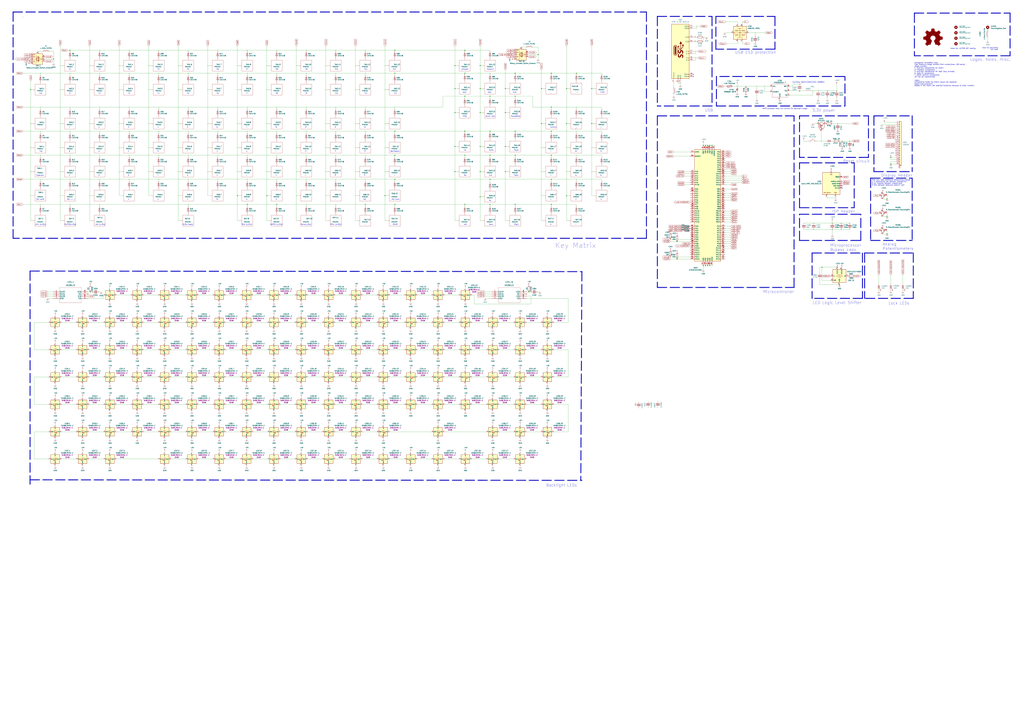
<source format=kicad_sch>
(kicad_sch (version 20211123) (generator eeschema)
  (paper "A0")
  (title_block (title "Berlin Keyboard") (date "2022-06-08") (rev "0.7") (company "berlinkeys") (comment 1 "by 9hax&hinameplays") (comment 2 "electrically disfunctional"))
  (lib_symbols
    (symbol "2022-03-27_15-42-261:SK6812MINI-E" (pin_names (offset 0.254))
      (property "Reference" "D" (at 5.08 5.715 0))
      (property "Value" "SK6812MINI-E" (at 1.27 -5.715 0))
      (property "MPN" "SK812MINI-E" (at 0 -9.652 0))
      (property "PKG" "3228" (at 0 -11.43 0))
      (symbol "SK6812MINI-E_0_0"
        (text "RGB" (at -1.016 -1.397 0) (effects (font (size 0.762 0.762))))
      )
      (symbol "SK6812MINI-E_1_1"
        (pin power_in line (at 0 7.62 270) (length 2.54) (name "5V") (number "1"))
        (pin output line (at 7.62 0 180) (length 2.54) (name "DOUT") (number "2"))
        (pin power_in line (at 0 -7.62 90) (length 2.54) (name "GND") (number "3"))
        (pin input line (at -7.62 0 0) (length 2.54) (name "DIN") (number "4"))
      )
    )
    (symbol "2022-03-27_15-42-26:WS2811S" (pin_names (offset 0.254))
      (property "Reference" "U" (at 20.32 10.16 0))
      (property "Value" "WS2811S" (at 20.32 7.62 0))
      (symbol "WS2811S_1_1"
        (pin output line (at 0 0 0) (length 7.62) (name "OUTR") (number "1"))
        (pin output line (at 0 -2.54 0) (length 7.62) (name "OUTG") (number "2"))
        (pin output line (at 0 -5.08 0) (length 7.62) (name "OUTB") (number "3"))
        (pin power_in line (at 0 -7.62 0) (length 7.62) (name "GND") (number "4"))
        (pin output line (at 40.64 -7.62 180) (length 7.62) (name "DO") (number "5"))
        (pin input line (at 40.64 -5.08 180) (length 7.62) (name "DIN") (number "6"))
        (pin no_connect line (at 40.64 -2.54 180) (length 7.62) (name "NC") (number "7"))
        (pin power_in line (at 40.64 0 180) (length 7.62) (name "VDD") (number "8"))
      )
    )
    (symbol "Boston-controller-STM32-rescue:AP63203WU-7-Acheron"
      (property "Reference" "U" (at 0 13.97 0))
      (property "Value" "AP63203WU-7-Acheron" (at 0 11.43 0))
      (symbol "AP63203WU-7-Acheron_1_1"
        (pin input line (at 11.43 -2.54 180) (length 2.54) (name "FB") (number "1"))
        (pin input line (at -11.43 1.27 0) (length 2.54) (name "ENABLE") (number "2"))
        (pin input line (at -11.43 7.62 0) (length 2.54) (name "VIN") (number "3"))
        (pin input line (at 0 -7.62 90) (length 2.54) (name "GND") (number "4"))
        (pin output line (at 11.43 2.54 180) (length 2.54) (name "SW") (number "5"))
        (pin input line (at 11.43 7.62 180) (length 2.54) (name "BST") (number "6"))
      )
    )
    (symbol "Boston-controller-STM32-rescue:TYPE-C-31-M12_13-Acheron"
      (property "Reference" "J" (at -1.27 35.56 0))
      (property "Value" "TYPE-C-31-M12_13-Acheron" (at 10.16 33.02 0))
      (symbol "TYPE-C-31-M12_13-Acheron_0_0"
        (text "SS" (at 0.508 -3.175 900) (effects (font (size 5.08 5.08) bold italic)))
      )
      (symbol "TYPE-C-31-M12_13-Acheron_1_1"
        (pin power_out line (at 0 -36.83 90) (length 5.08) (name "GND") (number "A1"))
        (pin power_out line (at 15.24 29.21 180) (length 5.08) (name "VBUS") (number "A4"))
        (pin bidirectional line (at 15.24 16.51 180) (length 5.08) (name "CC1") (number "A5"))
        (pin bidirectional line (at 15.24 -7.62 180) (length 5.08) (name "D+") (number "A6"))
        (pin bidirectional line (at 15.24 0 180) (length 5.08) (name "D-") (number "A7"))
        (pin bidirectional line (at 15.24 -26.67 180) (length 5.08) (name "SBU1") (number "A8"))
        (pin power_out line (at -2.54 -36.83 90) (length 5.08) (name "GND") (number "B1"))
        (pin power_out line (at 15.24 26.67 180) (length 5.08) (name "VBUS") (number "B4"))
        (pin bidirectional line (at 15.24 11.43 180) (length 5.08) (name "CC2") (number "B5"))
        (pin bidirectional line (at 15.24 -10.16 180) (length 5.08) (name "D+") (number "B6"))
        (pin bidirectional line (at 15.24 -2.54 180) (length 5.08) (name "D-") (number "B7"))
        (pin bidirectional line (at 15.24 -29.21 180) (length 5.08) (name "SBU2") (number "B8"))
        (pin passive line (at -7.62 -36.83 90) (length 5.08) (name "SHIELD") (number "S"))
      )
    )
    (symbol "Boston-keyboard-rescue:MXSwitch-Acheron"
      (property "Reference" "SW" (at 0 0 0))
      (property "Value" "MXSwitch-Acheron" (at 0 -3.81 0))
      (symbol "MXSwitch-Acheron_1_1"
        (pin output line (at -8.89 0 0) (length 2.54) hide (name "Col") (number "1"))
        (pin input line (at 0 8.89 270) (length 2.54) hide (name "Row") (number "2"))
      )
    )
    (symbol "Connector_Generic_MountingPin:Conn_01x20_MountingPin" (pin_names (offset 1.016) hide)
      (property "Reference" "J" (at 0 25.4 0))
      (property "Value" "Conn_01x20_MountingPin" (at 1.27 -27.94 0))
      (symbol "Conn_01x20_MountingPin_1_1"
        (text "Mounting" (at 0 -27.051 0) (effects (font (size 0.381 0.381))))
        (pin passive line (at -5.08 22.86 0) (length 3.81) (name "Pin_1") (number "1"))
        (pin passive line (at -5.08 0 0) (length 3.81) (name "Pin_10") (number "10"))
        (pin passive line (at -5.08 -2.54 0) (length 3.81) (name "Pin_11") (number "11"))
        (pin passive line (at -5.08 -5.08 0) (length 3.81) (name "Pin_12") (number "12"))
        (pin passive line (at -5.08 -7.62 0) (length 3.81) (name "Pin_13") (number "13"))
        (pin passive line (at -5.08 -10.16 0) (length 3.81) (name "Pin_14") (number "14"))
        (pin passive line (at -5.08 -12.7 0) (length 3.81) (name "Pin_15") (number "15"))
        (pin passive line (at -5.08 -15.24 0) (length 3.81) (name "Pin_16") (number "16"))
        (pin passive line (at -5.08 -17.78 0) (length 3.81) (name "Pin_17") (number "17"))
        (pin passive line (at -5.08 -20.32 0) (length 3.81) (name "Pin_18") (number "18"))
        (pin passive line (at -5.08 -22.86 0) (length 3.81) (name "Pin_19") (number "19"))
        (pin passive line (at -5.08 20.32 0) (length 3.81) (name "Pin_2") (number "2"))
        (pin passive line (at -5.08 -25.4 0) (length 3.81) (name "Pin_20") (number "20"))
        (pin passive line (at -5.08 17.78 0) (length 3.81) (name "Pin_3") (number "3"))
        (pin passive line (at -5.08 15.24 0) (length 3.81) (name "Pin_4") (number "4"))
        (pin passive line (at -5.08 12.7 0) (length 3.81) (name "Pin_5") (number "5"))
        (pin passive line (at -5.08 10.16 0) (length 3.81) (name "Pin_6") (number "6"))
        (pin passive line (at -5.08 7.62 0) (length 3.81) (name "Pin_7") (number "7"))
        (pin passive line (at -5.08 5.08 0) (length 3.81) (name "Pin_8") (number "8"))
        (pin passive line (at -5.08 2.54 0) (length 3.81) (name "Pin_9") (number "9"))
        (pin passive line (at 0 -30.48 90) (length 3.048) (name "MountPin") (number "MP"))
      )
    )
    (symbol "Device:C" (pin_numbers hide) (pin_names (offset 0.254))
      (property "Reference" "C" (at 0.635 2.54 0))
      (property "Value" "C" (at 0.635 -2.54 0))
      (symbol "C_1_1"
        (pin passive line (at 0 3.81 270) (length 2.794) (name "~") (number "1"))
        (pin passive line (at 0 -3.81 90) (length 2.794) (name "~") (number "2"))
      )
    )
    (symbol "Device:D_Schottky_Small" (pin_numbers hide) (pin_names (offset 0.254) hide)
      (property "Reference" "D" (at -1.27 2.032 0))
      (property "Value" "D_Schottky_Small" (at -7.112 -2.032 0))
      (symbol "D_Schottky_Small_1_1"
        (pin passive line (at -2.54 0 0) (length 1.778) (name "K") (number "1"))
        (pin passive line (at 2.54 0 180) (length 1.778) (name "A") (number "2"))
      )
    )
    (symbol "Device:L" (pin_numbers hide) (pin_names hide)
      (property "Reference" "L" (at -1.27 0 90))
      (property "Value" "L" (at 1.905 0 90))
      (symbol "L_1_1"
        (pin passive line (at 0 3.81 270) (length 1.27) (name "1") (number "1"))
        (pin passive line (at 0 -3.81 90) (length 1.27) (name "2") (number "2"))
      )
    )
    (symbol "Device:LED" (pin_numbers hide) (pin_names hide)
      (property "Reference" "D" (at 0 2.54 0))
      (property "Value" "LED" (at 0 -2.54 0))
      (symbol "LED_1_1"
        (pin passive line (at -3.81 0 0) (length 2.54) (name "K") (number "1"))
        (pin passive line (at 3.81 0 180) (length 2.54) (name "A") (number "2"))
      )
    )
    (symbol "Device:L_Core_Ferrite" (pin_numbers hide) (pin_names hide)
      (property "Reference" "L" (at -1.27 0 90))
      (property "Value" "L_Core_Ferrite" (at 2.794 0 90))
      (symbol "L_Core_Ferrite_1_1"
        (pin passive line (at 0 3.81 270) (length 1.27) (name "1") (number "1"))
        (pin passive line (at 0 -3.81 90) (length 1.27) (name "2") (number "2"))
      )
    )
    (symbol "Device:Polyfuse" (pin_numbers hide) (pin_names (offset 0))
      (property "Reference" "F" (at -2.54 0 90))
      (property "Value" "Polyfuse" (at 2.54 0 90))
      (symbol "Polyfuse_1_1"
        (pin passive line (at 0 3.81 270) (length 1.27) (name "~") (number "1"))
        (pin passive line (at 0 -3.81 90) (length 1.27) (name "~") (number "2"))
      )
    )
    (symbol "Device:R" (pin_numbers hide) (pin_names (offset 0))
      (property "Reference" "R" (at 2.032 0 90))
      (property "Value" "R" (at 0 0 90))
      (symbol "R_1_1"
        (pin passive line (at 0 3.81 270) (length 1.27) (name "~") (number "1"))
        (pin passive line (at 0 -3.81 90) (length 1.27) (name "~") (number "2"))
      )
    )
    (symbol "Device:R_Potentiometer_MountingPin" (pin_names (offset 1.016) hide)
      (property "Reference" "RV" (at -8.255 0 90))
      (property "Value" "R_Potentiometer_MountingPin" (at -6.35 0 90))
      (symbol "R_Potentiometer_MountingPin_1_1"
        (text "Mounting" (at -1.651 0 900) (effects (font (size 0.381 0.381))))
        (pin passive line (at 0 3.81 270) (length 1.27) (name "1") (number "1"))
        (pin passive line (at 3.81 0 180) (length 1.27) (name "2") (number "2"))
        (pin passive line (at 0 -3.81 90) (length 1.27) (name "3") (number "3"))
        (pin passive line (at -5.08 0 0) (length 3.048) (name "MountPin") (number "MP"))
      )
    )
    (symbol "Diode:1N4148" (pin_numbers hide) (pin_names hide)
      (property "Reference" "D" (at 0 2.54 0))
      (property "Value" "1N4148" (at 0 -2.54 0))
      (symbol "1N4148_1_1"
        (pin passive line (at -3.81 0 0) (length 2.54) (name "K") (number "1"))
        (pin passive line (at 3.81 0 180) (length 2.54) (name "A") (number "2"))
      )
    )
    (symbol "Graphic:Logo_Open_Hardware_Large")
    (symbol "Logic_LevelTranslator:SN74LVC1T45DCK"
      (property "Reference" "U" (at -6.35 8.89 0))
      (property "Value" "SN74LVC1T45DCK" (at 3.81 8.89 0))
      (symbol "SN74LVC1T45DCK_1_1"
        (pin power_in line (at -2.54 10.16 270) (length 2.54) (name "VCCA") (number "1"))
        (pin power_in line (at 0 -10.16 90) (length 2.54) (name "GND") (number "2"))
        (pin bidirectional line (at -10.16 0 0) (length 2.54) (name "A") (number "3"))
        (pin bidirectional line (at 10.16 0 180) (length 2.54) (name "B") (number "4"))
        (pin input line (at -10.16 -5.08 0) (length 2.54) (name "DIR") (number "5"))
        (pin power_in line (at 2.54 10.16 270) (length 2.54) (name "VCCB") (number "6"))
      )
    )
    (symbol "MCU_ST_STM32F0:STM32F072VBTx"
      (property "Reference" "U" (at -15.24 64.77 0))
      (property "Value" "STM32F072VBTx" (at 10.16 64.77 0))
      (symbol "STM32F072VBTx_1_1"
        (pin bidirectional line (at -20.32 12.7 0) (length 5.08) (name "PE2") (number "1"))
        (pin bidirectional line (at -20.32 25.4 0) (length 5.08) (name "PF9") (number "10"))
        (pin power_in line (at 2.54 68.58 270) (length 5.08) (name "VDD") (number "100"))
        (pin bidirectional line (at -20.32 22.86 0) (length 5.08) (name "PF10") (number "11"))
        (pin input line (at -20.32 38.1 0) (length 5.08) (name "PF0") (number "12"))
        (pin input line (at -20.32 35.56 0) (length 5.08) (name "PF1") (number "13"))
        (pin input line (at -20.32 60.96 0) (length 5.08) (name "NRST") (number "14"))
        (pin bidirectional line (at 20.32 -25.4 180) (length 5.08) (name "PC0") (number "15"))
        (pin bidirectional line (at 20.32 -27.94 180) (length 5.08) (name "PC1") (number "16"))
        (pin bidirectional line (at 20.32 -30.48 180) (length 5.08) (name "PC2") (number "17"))
        (pin bidirectional line (at 20.32 -33.02 180) (length 5.08) (name "PC3") (number "18"))
        (pin bidirectional line (at -20.32 33.02 0) (length 5.08) (name "PF2") (number "19"))
        (pin bidirectional line (at -20.32 10.16 0) (length 5.08) (name "PE3") (number "2"))
        (pin power_in line (at 5.08 -71.12 90) (length 5.08) (name "VSSA") (number "20"))
        (pin power_in line (at 5.08 68.58 270) (length 5.08) (name "VDDA") (number "21"))
        (pin bidirectional line (at -20.32 30.48 0) (length 5.08) (name "PF3") (number "22"))
        (pin bidirectional line (at 20.32 60.96 180) (length 5.08) (name "PA0") (number "23"))
        (pin bidirectional line (at 20.32 58.42 180) (length 5.08) (name "PA1") (number "24"))
        (pin bidirectional line (at 20.32 55.88 180) (length 5.08) (name "PA2") (number "25"))
        (pin bidirectional line (at 20.32 53.34 180) (length 5.08) (name "PA3") (number "26"))
        (pin power_in line (at -5.08 -71.12 90) (length 5.08) (name "VSS") (number "27"))
        (pin power_in line (at -2.54 68.58 270) (length 5.08) (name "VDD") (number "28"))
        (pin bidirectional line (at 20.32 50.8 180) (length 5.08) (name "PA4") (number "29"))
        (pin bidirectional line (at -20.32 7.62 0) (length 5.08) (name "PE4") (number "3"))
        (pin bidirectional line (at 20.32 48.26 180) (length 5.08) (name "PA5") (number "30"))
        (pin bidirectional line (at 20.32 45.72 180) (length 5.08) (name "PA6") (number "31"))
        (pin bidirectional line (at 20.32 43.18 180) (length 5.08) (name "PA7") (number "32"))
        (pin bidirectional line (at 20.32 -35.56 180) (length 5.08) (name "PC4") (number "33"))
        (pin bidirectional line (at 20.32 -38.1 180) (length 5.08) (name "PC5") (number "34"))
        (pin bidirectional line (at 20.32 17.78 180) (length 5.08) (name "PB0") (number "35"))
        (pin bidirectional line (at 20.32 15.24 180) (length 5.08) (name "PB1") (number "36"))
        (pin bidirectional line (at 20.32 12.7 180) (length 5.08) (name "PB2") (number "37"))
        (pin bidirectional line (at -20.32 0 0) (length 5.08) (name "PE7") (number "38"))
        (pin bidirectional line (at -20.32 -2.54 0) (length 5.08) (name "PE8") (number "39"))
        (pin bidirectional line (at -20.32 5.08 0) (length 5.08) (name "PE5") (number "4"))
        (pin bidirectional line (at -20.32 -5.08 0) (length 5.08) (name "PE9") (number "40"))
        (pin bidirectional line (at -20.32 -7.62 0) (length 5.08) (name "PE10") (number "41"))
        (pin bidirectional line (at -20.32 -10.16 0) (length 5.08) (name "PE11") (number "42"))
        (pin bidirectional line (at -20.32 -12.7 0) (length 5.08) (name "PE12") (number "43"))
        (pin bidirectional line (at -20.32 -15.24 0) (length 5.08) (name "PE13") (number "44"))
        (pin bidirectional line (at -20.32 -17.78 0) (length 5.08) (name "PE14") (number "45"))
        (pin bidirectional line (at -20.32 -20.32 0) (length 5.08) (name "PE15") (number "46"))
        (pin bidirectional line (at 20.32 -7.62 180) (length 5.08) (name "PB10") (number "47"))
        (pin bidirectional line (at 20.32 -10.16 180) (length 5.08) (name "PB11") (number "48"))
        (pin power_in line (at -2.54 -71.12 90) (length 5.08) (name "VSS") (number "49"))
        (pin bidirectional line (at -20.32 2.54 0) (length 5.08) (name "PE6") (number "5"))
        (pin power_in line (at 0 68.58 270) (length 5.08) (name "VDD") (number "50"))
        (pin bidirectional line (at 20.32 -12.7 180) (length 5.08) (name "PB12") (number "51"))
        (pin bidirectional line (at 20.32 -15.24 180) (length 5.08) (name "PB13") (number "52"))
        (pin bidirectional line (at 20.32 -17.78 180) (length 5.08) (name "PB14") (number "53"))
        (pin bidirectional line (at 20.32 -20.32 180) (length 5.08) (name "PB15") (number "54"))
        (pin bidirectional line (at -20.32 -45.72 0) (length 5.08) (name "PD8") (number "55"))
        (pin bidirectional line (at -20.32 -48.26 0) (length 5.08) (name "PD9") (number "56"))
        (pin bidirectional line (at -20.32 -50.8 0) (length 5.08) (name "PD10") (number "57"))
        (pin bidirectional line (at -20.32 -53.34 0) (length 5.08) (name "PD11") (number "58"))
        (pin bidirectional line (at -20.32 -55.88 0) (length 5.08) (name "PD12") (number "59"))
        (pin power_in line (at -5.08 68.58 270) (length 5.08) (name "VBAT") (number "6"))
        (pin bidirectional line (at -20.32 -58.42 0) (length 5.08) (name "PD13") (number "60"))
        (pin bidirectional line (at -20.32 -60.96 0) (length 5.08) (name "PD14") (number "61"))
        (pin bidirectional line (at -20.32 -63.5 0) (length 5.08) (name "PD15") (number "62"))
        (pin bidirectional line (at 20.32 -40.64 180) (length 5.08) (name "PC6") (number "63"))
        (pin bidirectional line (at 20.32 -43.18 180) (length 5.08) (name "PC7") (number "64"))
        (pin bidirectional line (at 20.32 -45.72 180) (length 5.08) (name "PC8") (number "65"))
        (pin bidirectional line (at 20.32 -48.26 180) (length 5.08) (name "PC9") (number "66"))
        (pin bidirectional line (at 20.32 40.64 180) (length 5.08) (name "PA8") (number "67"))
        (pin bidirectional line (at 20.32 38.1 180) (length 5.08) (name "PA9") (number "68"))
        (pin bidirectional line (at 20.32 35.56 180) (length 5.08) (name "PA10") (number "69"))
        (pin bidirectional line (at 20.32 -58.42 180) (length 5.08) (name "PC13") (number "7"))
        (pin bidirectional line (at 20.32 33.02 180) (length 5.08) (name "PA11") (number "70"))
        (pin bidirectional line (at 20.32 30.48 180) (length 5.08) (name "PA12") (number "71"))
        (pin bidirectional line (at 20.32 27.94 180) (length 5.08) (name "PA13") (number "72"))
        (pin bidirectional line (at -20.32 27.94 0) (length 5.08) (name "PF6") (number "73"))
        (pin power_in line (at 0 -71.12 90) (length 5.08) (name "VSS") (number "74"))
        (pin power_in line (at 7.62 68.58 270) (length 5.08) (name "VDDIO2") (number "75"))
        (pin bidirectional line (at 20.32 25.4 180) (length 5.08) (name "PA14") (number "76"))
        (pin bidirectional line (at 20.32 22.86 180) (length 5.08) (name "PA15") (number "77"))
        (pin bidirectional line (at 20.32 -50.8 180) (length 5.08) (name "PC10") (number "78"))
        (pin bidirectional line (at 20.32 -53.34 180) (length 5.08) (name "PC11") (number "79"))
        (pin bidirectional line (at 20.32 -60.96 180) (length 5.08) (name "PC14") (number "8"))
        (pin bidirectional line (at 20.32 -55.88 180) (length 5.08) (name "PC12") (number "80"))
        (pin bidirectional line (at -20.32 -25.4 0) (length 5.08) (name "PD0") (number "81"))
        (pin bidirectional line (at -20.32 -27.94 0) (length 5.08) (name "PD1") (number "82"))
        (pin bidirectional line (at -20.32 -30.48 0) (length 5.08) (name "PD2") (number "83"))
        (pin bidirectional line (at -20.32 -33.02 0) (length 5.08) (name "PD3") (number "84"))
        (pin bidirectional line (at -20.32 -35.56 0) (length 5.08) (name "PD4") (number "85"))
        (pin bidirectional line (at -20.32 -38.1 0) (length 5.08) (name "PD5") (number "86"))
        (pin bidirectional line (at -20.32 -40.64 0) (length 5.08) (name "PD6") (number "87"))
        (pin bidirectional line (at -20.32 -43.18 0) (length 5.08) (name "PD7") (number "88"))
        (pin bidirectional line (at 20.32 10.16 180) (length 5.08) (name "PB3") (number "89"))
        (pin bidirectional line (at 20.32 -63.5 180) (length 5.08) (name "PC15") (number "9"))
        (pin bidirectional line (at 20.32 7.62 180) (length 5.08) (name "PB4") (number "90"))
        (pin bidirectional line (at 20.32 5.08 180) (length 5.08) (name "PB5") (number "91"))
        (pin bidirectional line (at 20.32 2.54 180) (length 5.08) (name "PB6") (number "92"))
        (pin bidirectional line (at 20.32 0 180) (length 5.08) (name "PB7") (number "93"))
        (pin input line (at -20.32 55.88 0) (length 5.08) (name "BOOT0") (number "94"))
        (pin bidirectional line (at 20.32 -2.54 180) (length 5.08) (name "PB8") (number "95"))
        (pin bidirectional line (at 20.32 -5.08 180) (length 5.08) (name "PB9") (number "96"))
        (pin bidirectional line (at -20.32 17.78 0) (length 5.08) (name "PE0") (number "97"))
        (pin bidirectional line (at -20.32 15.24 0) (length 5.08) (name "PE1") (number "98"))
        (pin power_in line (at 2.54 -71.12 90) (length 5.08) (name "VSS") (number "99"))
      )
    )
    (symbol "Mechanical:MountingHole"
      (property "Reference" "H" (at 0 5.08 0))
      (property "Value" "MountingHole" (at 0 3.175 0))
    )
    (symbol "Mechanical:MountingHole_Pad" (pin_numbers hide) (pin_names hide)
      (property "Reference" "H" (at 0 6.35 0))
      (property "Value" "MountingHole_Pad" (at 0 4.445 0))
      (symbol "MountingHole_Pad_1_1"
        (pin input line (at 0 -2.54 90) (length 2.54) (name "1") (number "1"))
      )
    )
    (symbol "Power_Protection:USBLC6-2SC6" (pin_names hide)
      (property "Reference" "U" (at 2.54 8.89 0))
      (property "Value" "USBLC6-2SC6" (at 2.54 -8.89 0))
      (symbol "USBLC6-2SC6_1_1"
        (pin passive line (at -10.16 -2.54 0) (length 2.54) (name "I/O1") (number "1"))
        (pin passive line (at 0 -10.16 90) (length 2.54) (name "GND") (number "2"))
        (pin passive line (at 10.16 -2.54 180) (length 2.54) (name "I/O2") (number "3"))
        (pin passive line (at 10.16 2.54 180) (length 2.54) (name "I/O2") (number "4"))
        (pin passive line (at 0 10.16 270) (length 2.54) (name "VBUS") (number "5"))
        (pin passive line (at -10.16 2.54 0) (length 2.54) (name "I/O1") (number "6"))
      )
    )
    (symbol "Rotary_Encoder_Switch_Chassis_1" (pin_names (offset 0.254) hide)
      (property "Reference" "SW1,16" (at 0 -8.255 0))
      (property "Value" "Rotary_Encoder_Switch_Chassis" (at 0 -10.5664 0))
      (symbol "Rotary_Encoder_Switch_Chassis_1_1_1"
        (pin passive line (at 8.89 -5.08 180) (length 2.54) (name "R") (number "1"))
        (pin passive line (at 8.89 -2.54 180) (length 2.54) (name "G") (number "2"))
        (pin passive line (at 8.89 0 180) (length 2.54) (name "SW") (number "3"))
        (pin passive line (at 8.89 2.54 180) (length 2.54) (name "B") (number "4"))
        (pin power_in line (at 8.89 5.08 180) (length 2.54) (name "Common_+") (number "5"))
        (pin passive line (at -7.62 2.54 0) (length 2.54) (name "A") (number "A"))
        (pin passive line (at -7.62 -2.54 0) (length 2.54) (name "B") (number "B"))
        (pin passive line (at -7.62 0 0) (length 2.54) (name "C") (number "C"))
        (pin bidirectional line (at 0 -8.89 90) (length 2.54) (name "Shield") (number "S"))
      )
    )
    (symbol "SK6812MINI-E_1" (pin_names (offset 0.254))
      (property "Reference" "D" (at 5.08 5.715 0))
      (property "Value" "SK6812MINI-E_1" (at 1.27 -5.715 0))
      (property "MPN" "SK812MINI-E" (at 0 -9.652 0))
      (property "PKG" "3228" (at 0 -11.43 0))
      (symbol "SK6812MINI-E_1_0_0"
        (text "RGB" (at -1.016 -1.397 0) (effects (font (size 0.762 0.762))))
      )
      (symbol "SK6812MINI-E_1_1_1"
        (pin power_in line (at 0 7.62 270) (length 2.54) (name "5V") (number "1"))
        (pin output line (at 7.62 0 180) (length 2.54) (name "DOUT") (number "2"))
        (pin power_in line (at 0 -7.62 90) (length 2.54) (name "GND") (number "3"))
        (pin input line (at -7.62 0 0) (length 2.54) (name "DIN") (number "4"))
      )
    )
    (symbol "SK6812MINI-E_10" (pin_names (offset 0.254))
      (property "Reference" "D" (at 5.08 5.715 0))
      (property "Value" "SK6812MINI-E_10" (at 1.27 -5.715 0))
      (property "MPN" "SK812MINI-E" (at 0 -9.652 0))
      (property "PKG" "3228" (at 0 -11.43 0))
      (symbol "SK6812MINI-E_10_0_0"
        (text "RGB" (at -1.016 -1.397 0) (effects (font (size 0.762 0.762))))
      )
      (symbol "SK6812MINI-E_10_1_1"
        (pin power_in line (at 0 7.62 270) (length 2.54) (name "5V") (number "1"))
        (pin output line (at 7.62 0 180) (length 2.54) (name "DOUT") (number "2"))
        (pin power_in line (at 0 -7.62 90) (length 2.54) (name "GND") (number "3"))
        (pin input line (at -7.62 0 0) (length 2.54) (name "DIN") (number "4"))
      )
    )
    (symbol "SK6812MINI-E_100" (pin_names (offset 0.254))
      (property "Reference" "D" (at 5.08 5.715 0))
      (property "Value" "SK6812MINI-E_100" (at 1.27 -5.715 0))
      (property "MPN" "SK812MINI-E" (at 0 -9.652 0))
      (property "PKG" "3228" (at 0 -11.43 0))
      (symbol "SK6812MINI-E_100_0_0"
        (text "RGB" (at -1.016 -1.397 0) (effects (font (size 0.762 0.762))))
      )
      (symbol "SK6812MINI-E_100_1_1"
        (pin power_in line (at 0 7.62 270) (length 2.54) (name "5V") (number "1"))
        (pin output line (at 7.62 0 180) (length 2.54) (name "DOUT") (number "2"))
        (pin power_in line (at 0 -7.62 90) (length 2.54) (name "GND") (number "3"))
        (pin input line (at -7.62 0 0) (length 2.54) (name "DIN") (number "4"))
      )
    )
    (symbol "SK6812MINI-E_101" (pin_names (offset 0.254))
      (property "Reference" "D" (at 5.08 5.715 0))
      (property "Value" "SK6812MINI-E_101" (at 1.27 -5.715 0))
      (property "MPN" "SK812MINI-E" (at 0 -9.652 0))
      (property "PKG" "3228" (at 0 -11.43 0))
      (symbol "SK6812MINI-E_101_0_0"
        (text "RGB" (at -1.016 -1.397 0) (effects (font (size 0.762 0.762))))
      )
      (symbol "SK6812MINI-E_101_1_1"
        (pin power_in line (at 0 7.62 270) (length 2.54) (name "5V") (number "1"))
        (pin output line (at 7.62 0 180) (length 2.54) (name "DOUT") (number "2"))
        (pin power_in line (at 0 -7.62 90) (length 2.54) (name "GND") (number "3"))
        (pin input line (at -7.62 0 0) (length 2.54) (name "DIN") (number "4"))
      )
    )
    (symbol "SK6812MINI-E_102" (pin_names (offset 0.254))
      (property "Reference" "D" (at 5.08 5.715 0))
      (property "Value" "SK6812MINI-E_102" (at 1.27 -5.715 0))
      (property "MPN" "SK812MINI-E" (at 0 -9.652 0))
      (property "PKG" "3228" (at 0 -11.43 0))
      (symbol "SK6812MINI-E_102_0_0"
        (text "RGB" (at -1.016 -1.397 0) (effects (font (size 0.762 0.762))))
      )
      (symbol "SK6812MINI-E_102_1_1"
        (pin power_in line (at 0 7.62 270) (length 2.54) (name "5V") (number "1"))
        (pin output line (at 7.62 0 180) (length 2.54) (name "DOUT") (number "2"))
        (pin power_in line (at 0 -7.62 90) (length 2.54) (name "GND") (number "3"))
        (pin input line (at -7.62 0 0) (length 2.54) (name "DIN") (number "4"))
      )
    )
    (symbol "SK6812MINI-E_103" (pin_names (offset 0.254))
      (property "Reference" "D" (at 5.08 5.715 0))
      (property "Value" "SK6812MINI-E_103" (at 1.27 -5.715 0))
      (property "MPN" "SK812MINI-E" (at 0 -9.652 0))
      (property "PKG" "3228" (at 0 -11.43 0))
      (symbol "SK6812MINI-E_103_0_0"
        (text "RGB" (at -1.016 -1.397 0) (effects (font (size 0.762 0.762))))
      )
      (symbol "SK6812MINI-E_103_1_1"
        (pin power_in line (at 0 7.62 270) (length 2.54) (name "5V") (number "1"))
        (pin output line (at 7.62 0 180) (length 2.54) (name "DOUT") (number "2"))
        (pin power_in line (at 0 -7.62 90) (length 2.54) (name "GND") (number "3"))
        (pin input line (at -7.62 0 0) (length 2.54) (name "DIN") (number "4"))
      )
    )
    (symbol "SK6812MINI-E_104" (pin_names (offset 0.254))
      (property "Reference" "D" (at 5.08 5.715 0))
      (property "Value" "SK6812MINI-E_104" (at 1.27 -5.715 0))
      (property "MPN" "SK812MINI-E" (at 0 -9.652 0))
      (property "PKG" "3228" (at 0 -11.43 0))
      (symbol "SK6812MINI-E_104_0_0"
        (text "RGB" (at -1.016 -1.397 0) (effects (font (size 0.762 0.762))))
      )
      (symbol "SK6812MINI-E_104_1_1"
        (pin power_in line (at 0 7.62 270) (length 2.54) (name "5V") (number "1"))
        (pin output line (at 7.62 0 180) (length 2.54) (name "DOUT") (number "2"))
        (pin power_in line (at 0 -7.62 90) (length 2.54) (name "GND") (number "3"))
        (pin input line (at -7.62 0 0) (length 2.54) (name "DIN") (number "4"))
      )
    )
    (symbol "SK6812MINI-E_105" (pin_names (offset 0.254))
      (property "Reference" "D" (at 5.08 5.715 0))
      (property "Value" "SK6812MINI-E_105" (at 1.27 -5.715 0))
      (property "MPN" "SK812MINI-E" (at 0 -9.652 0))
      (property "PKG" "3228" (at 0 -11.43 0))
      (symbol "SK6812MINI-E_105_0_0"
        (text "RGB" (at -1.016 -1.397 0) (effects (font (size 0.762 0.762))))
      )
      (symbol "SK6812MINI-E_105_1_1"
        (pin power_in line (at 0 7.62 270) (length 2.54) (name "5V") (number "1"))
        (pin output line (at 7.62 0 180) (length 2.54) (name "DOUT") (number "2"))
        (pin power_in line (at 0 -7.62 90) (length 2.54) (name "GND") (number "3"))
        (pin input line (at -7.62 0 0) (length 2.54) (name "DIN") (number "4"))
      )
    )
    (symbol "SK6812MINI-E_106" (pin_names (offset 0.254))
      (property "Reference" "D" (at 5.08 5.715 0))
      (property "Value" "SK6812MINI-E_106" (at 1.27 -5.715 0))
      (property "MPN" "SK812MINI-E" (at 0 -9.652 0))
      (property "PKG" "3228" (at 0 -11.43 0))
      (symbol "SK6812MINI-E_106_0_0"
        (text "RGB" (at -1.016 -1.397 0) (effects (font (size 0.762 0.762))))
      )
      (symbol "SK6812MINI-E_106_1_1"
        (pin power_in line (at 0 7.62 270) (length 2.54) (name "5V") (number "1"))
        (pin output line (at 7.62 0 180) (length 2.54) (name "DOUT") (number "2"))
        (pin power_in line (at 0 -7.62 90) (length 2.54) (name "GND") (number "3"))
        (pin input line (at -7.62 0 0) (length 2.54) (name "DIN") (number "4"))
      )
    )
    (symbol "SK6812MINI-E_107" (pin_names (offset 0.254))
      (property "Reference" "D" (at 5.08 5.715 0))
      (property "Value" "SK6812MINI-E_107" (at 1.27 -5.715 0))
      (property "MPN" "SK812MINI-E" (at 0 -9.652 0))
      (property "PKG" "3228" (at 0 -11.43 0))
      (symbol "SK6812MINI-E_107_0_0"
        (text "RGB" (at -1.016 -1.397 0) (effects (font (size 0.762 0.762))))
      )
      (symbol "SK6812MINI-E_107_1_1"
        (pin power_in line (at 0 7.62 270) (length 2.54) (name "5V") (number "1"))
        (pin output line (at 7.62 0 180) (length 2.54) (name "DOUT") (number "2"))
        (pin power_in line (at 0 -7.62 90) (length 2.54) (name "GND") (number "3"))
        (pin input line (at -7.62 0 0) (length 2.54) (name "DIN") (number "4"))
      )
    )
    (symbol "SK6812MINI-E_108" (pin_names (offset 0.254))
      (property "Reference" "D" (at 5.08 5.715 0))
      (property "Value" "SK6812MINI-E_108" (at 1.27 -5.715 0))
      (property "MPN" "SK812MINI-E" (at 0 -9.652 0))
      (property "PKG" "3228" (at 0 -11.43 0))
      (symbol "SK6812MINI-E_108_0_0"
        (text "RGB" (at -1.016 -1.397 0) (effects (font (size 0.762 0.762))))
      )
      (symbol "SK6812MINI-E_108_1_1"
        (pin power_in line (at 0 7.62 270) (length 2.54) (name "5V") (number "1"))
        (pin output line (at 7.62 0 180) (length 2.54) (name "DOUT") (number "2"))
        (pin power_in line (at 0 -7.62 90) (length 2.54) (name "GND") (number "3"))
        (pin input line (at -7.62 0 0) (length 2.54) (name "DIN") (number "4"))
      )
    )
    (symbol "SK6812MINI-E_109" (pin_names (offset 0.254))
      (property "Reference" "D" (at 5.08 5.715 0))
      (property "Value" "SK6812MINI-E_109" (at 1.27 -5.715 0))
      (property "MPN" "SK812MINI-E" (at 0 -9.652 0))
      (property "PKG" "3228" (at 0 -11.43 0))
      (symbol "SK6812MINI-E_109_0_0"
        (text "RGB" (at -1.016 -1.397 0) (effects (font (size 0.762 0.762))))
      )
      (symbol "SK6812MINI-E_109_1_1"
        (pin power_in line (at 0 7.62 270) (length 2.54) (name "5V") (number "1"))
        (pin output line (at 7.62 0 180) (length 2.54) (name "DOUT") (number "2"))
        (pin power_in line (at 0 -7.62 90) (length 2.54) (name "GND") (number "3"))
        (pin input line (at -7.62 0 0) (length 2.54) (name "DIN") (number "4"))
      )
    )
    (symbol "SK6812MINI-E_11" (pin_names (offset 0.254))
      (property "Reference" "D" (at 5.08 5.715 0))
      (property "Value" "SK6812MINI-E_11" (at 1.27 -5.715 0))
      (property "MPN" "SK812MINI-E" (at 0 -9.652 0))
      (property "PKG" "3228" (at 0 -11.43 0))
      (symbol "SK6812MINI-E_11_0_0"
        (text "RGB" (at -1.016 -1.397 0) (effects (font (size 0.762 0.762))))
      )
      (symbol "SK6812MINI-E_11_1_1"
        (pin power_in line (at 0 7.62 270) (length 2.54) (name "5V") (number "1"))
        (pin output line (at 7.62 0 180) (length 2.54) (name "DOUT") (number "2"))
        (pin power_in line (at 0 -7.62 90) (length 2.54) (name "GND") (number "3"))
        (pin input line (at -7.62 0 0) (length 2.54) (name "DIN") (number "4"))
      )
    )
    (symbol "SK6812MINI-E_110" (pin_names (offset 0.254))
      (property "Reference" "D" (at 5.08 5.715 0))
      (property "Value" "SK6812MINI-E_110" (at 1.27 -5.715 0))
      (property "MPN" "SK812MINI-E" (at 0 -9.652 0))
      (property "PKG" "3228" (at 0 -11.43 0))
      (symbol "SK6812MINI-E_110_0_0"
        (text "RGB" (at -1.016 -1.397 0) (effects (font (size 0.762 0.762))))
      )
      (symbol "SK6812MINI-E_110_1_1"
        (pin power_in line (at 0 7.62 270) (length 2.54) (name "5V") (number "1"))
        (pin output line (at 7.62 0 180) (length 2.54) (name "DOUT") (number "2"))
        (pin power_in line (at 0 -7.62 90) (length 2.54) (name "GND") (number "3"))
        (pin input line (at -7.62 0 0) (length 2.54) (name "DIN") (number "4"))
      )
    )
    (symbol "SK6812MINI-E_111" (pin_names (offset 0.254))
      (property "Reference" "D" (at 5.08 5.715 0))
      (property "Value" "SK6812MINI-E_111" (at 1.27 -5.715 0))
      (property "MPN" "SK812MINI-E" (at 0 -9.652 0))
      (property "PKG" "3228" (at 0 -11.43 0))
      (symbol "SK6812MINI-E_111_0_0"
        (text "RGB" (at -1.016 -1.397 0) (effects (font (size 0.762 0.762))))
      )
      (symbol "SK6812MINI-E_111_1_1"
        (pin power_in line (at 0 7.62 270) (length 2.54) (name "5V") (number "1"))
        (pin output line (at 7.62 0 180) (length 2.54) (name "DOUT") (number "2"))
        (pin power_in line (at 0 -7.62 90) (length 2.54) (name "GND") (number "3"))
        (pin input line (at -7.62 0 0) (length 2.54) (name "DIN") (number "4"))
      )
    )
    (symbol "SK6812MINI-E_112" (pin_names (offset 0.254))
      (property "Reference" "D" (at 5.08 5.715 0))
      (property "Value" "SK6812MINI-E_112" (at 1.27 -5.715 0))
      (property "MPN" "SK812MINI-E" (at 0 -9.652 0))
      (property "PKG" "3228" (at 0 -11.43 0))
      (symbol "SK6812MINI-E_112_0_0"
        (text "RGB" (at -1.016 -1.397 0) (effects (font (size 0.762 0.762))))
      )
      (symbol "SK6812MINI-E_112_1_1"
        (pin power_in line (at 0 7.62 270) (length 2.54) (name "5V") (number "1"))
        (pin output line (at 7.62 0 180) (length 2.54) (name "DOUT") (number "2"))
        (pin power_in line (at 0 -7.62 90) (length 2.54) (name "GND") (number "3"))
        (pin input line (at -7.62 0 0) (length 2.54) (name "DIN") (number "4"))
      )
    )
    (symbol "SK6812MINI-E_113" (pin_names (offset 0.254))
      (property "Reference" "D" (at 5.08 5.715 0))
      (property "Value" "SK6812MINI-E_113" (at 1.27 -5.715 0))
      (property "MPN" "SK812MINI-E" (at 0 -9.652 0))
      (property "PKG" "3228" (at 0 -11.43 0))
      (symbol "SK6812MINI-E_113_0_0"
        (text "RGB" (at -1.016 -1.397 0) (effects (font (size 0.762 0.762))))
      )
      (symbol "SK6812MINI-E_113_1_1"
        (pin power_in line (at 0 7.62 270) (length 2.54) (name "5V") (number "1"))
        (pin output line (at 7.62 0 180) (length 2.54) (name "DOUT") (number "2"))
        (pin power_in line (at 0 -7.62 90) (length 2.54) (name "GND") (number "3"))
        (pin input line (at -7.62 0 0) (length 2.54) (name "DIN") (number "4"))
      )
    )
    (symbol "SK6812MINI-E_114" (pin_names (offset 0.254))
      (property "Reference" "D" (at 5.08 5.715 0))
      (property "Value" "SK6812MINI-E_114" (at 1.27 -5.715 0))
      (property "MPN" "SK812MINI-E" (at 0 -9.652 0))
      (property "PKG" "3228" (at 0 -11.43 0))
      (symbol "SK6812MINI-E_114_0_0"
        (text "RGB" (at -1.016 -1.397 0) (effects (font (size 0.762 0.762))))
      )
      (symbol "SK6812MINI-E_114_1_1"
        (pin power_in line (at 0 7.62 270) (length 2.54) (name "5V") (number "1"))
        (pin output line (at 7.62 0 180) (length 2.54) (name "DOUT") (number "2"))
        (pin power_in line (at 0 -7.62 90) (length 2.54) (name "GND") (number "3"))
        (pin input line (at -7.62 0 0) (length 2.54) (name "DIN") (number "4"))
      )
    )
    (symbol "SK6812MINI-E_115" (pin_names (offset 0.254))
      (property "Reference" "D" (at 5.08 5.715 0))
      (property "Value" "SK6812MINI-E_115" (at 1.27 -5.715 0))
      (property "MPN" "SK812MINI-E" (at 0 -9.652 0))
      (property "PKG" "3228" (at 0 -11.43 0))
      (symbol "SK6812MINI-E_115_0_0"
        (text "RGB" (at -1.016 -1.397 0) (effects (font (size 0.762 0.762))))
      )
      (symbol "SK6812MINI-E_115_1_1"
        (pin power_in line (at 0 7.62 270) (length 2.54) (name "5V") (number "1"))
        (pin output line (at 7.62 0 180) (length 2.54) (name "DOUT") (number "2"))
        (pin power_in line (at 0 -7.62 90) (length 2.54) (name "GND") (number "3"))
        (pin input line (at -7.62 0 0) (length 2.54) (name "DIN") (number "4"))
      )
    )
    (symbol "SK6812MINI-E_116" (pin_names (offset 0.254))
      (property "Reference" "D" (at 5.08 5.715 0))
      (property "Value" "SK6812MINI-E_116" (at 1.27 -5.715 0))
      (property "MPN" "SK812MINI-E" (at 0 -9.652 0))
      (property "PKG" "3228" (at 0 -11.43 0))
      (symbol "SK6812MINI-E_116_0_0"
        (text "RGB" (at -1.016 -1.397 0) (effects (font (size 0.762 0.762))))
      )
      (symbol "SK6812MINI-E_116_1_1"
        (pin power_in line (at 0 7.62 270) (length 2.54) (name "5V") (number "1"))
        (pin output line (at 7.62 0 180) (length 2.54) (name "DOUT") (number "2"))
        (pin power_in line (at 0 -7.62 90) (length 2.54) (name "GND") (number "3"))
        (pin input line (at -7.62 0 0) (length 2.54) (name "DIN") (number "4"))
      )
    )
    (symbol "SK6812MINI-E_117" (pin_names (offset 0.254))
      (property "Reference" "D" (at 5.08 5.715 0))
      (property "Value" "SK6812MINI-E_117" (at 1.27 -5.715 0))
      (property "MPN" "SK812MINI-E" (at 0 -9.652 0))
      (property "PKG" "3228" (at 0 -11.43 0))
      (symbol "SK6812MINI-E_117_0_0"
        (text "RGB" (at -1.016 -1.397 0) (effects (font (size 0.762 0.762))))
      )
      (symbol "SK6812MINI-E_117_1_1"
        (pin power_in line (at 0 7.62 270) (length 2.54) (name "5V") (number "1"))
        (pin output line (at 7.62 0 180) (length 2.54) (name "DOUT") (number "2"))
        (pin power_in line (at 0 -7.62 90) (length 2.54) (name "GND") (number "3"))
        (pin input line (at -7.62 0 0) (length 2.54) (name "DIN") (number "4"))
      )
    )
    (symbol "SK6812MINI-E_118" (pin_names (offset 0.254))
      (property "Reference" "D" (at 5.08 5.715 0))
      (property "Value" "SK6812MINI-E_118" (at 1.27 -5.715 0))
      (property "MPN" "SK812MINI-E" (at 0 -9.652 0))
      (property "PKG" "3228" (at 0 -11.43 0))
      (symbol "SK6812MINI-E_118_0_0"
        (text "RGB" (at -1.016 -1.397 0) (effects (font (size 0.762 0.762))))
      )
      (symbol "SK6812MINI-E_118_1_1"
        (pin power_in line (at 0 7.62 270) (length 2.54) (name "5V") (number "1"))
        (pin output line (at 7.62 0 180) (length 2.54) (name "DOUT") (number "2"))
        (pin power_in line (at 0 -7.62 90) (length 2.54) (name "GND") (number "3"))
        (pin input line (at -7.62 0 0) (length 2.54) (name "DIN") (number "4"))
      )
    )
    (symbol "SK6812MINI-E_119" (pin_names (offset 0.254))
      (property "Reference" "D" (at 5.08 5.715 0))
      (property "Value" "SK6812MINI-E_119" (at 1.27 -5.715 0))
      (property "MPN" "SK812MINI-E" (at 0 -9.652 0))
      (property "PKG" "3228" (at 0 -11.43 0))
      (symbol "SK6812MINI-E_119_0_0"
        (text "RGB" (at -1.016 -1.397 0) (effects (font (size 0.762 0.762))))
      )
      (symbol "SK6812MINI-E_119_1_1"
        (pin power_in line (at 0 7.62 270) (length 2.54) (name "5V") (number "1"))
        (pin output line (at 7.62 0 180) (length 2.54) (name "DOUT") (number "2"))
        (pin power_in line (at 0 -7.62 90) (length 2.54) (name "GND") (number "3"))
        (pin input line (at -7.62 0 0) (length 2.54) (name "DIN") (number "4"))
      )
    )
    (symbol "SK6812MINI-E_12" (pin_names (offset 0.254))
      (property "Reference" "D" (at 5.08 5.715 0))
      (property "Value" "SK6812MINI-E_12" (at 1.27 -5.715 0))
      (property "MPN" "SK812MINI-E" (at 0 -9.652 0))
      (property "PKG" "3228" (at 0 -11.43 0))
      (symbol "SK6812MINI-E_12_0_0"
        (text "RGB" (at -1.016 -1.397 0) (effects (font (size 0.762 0.762))))
      )
      (symbol "SK6812MINI-E_12_1_1"
        (pin power_in line (at 0 7.62 270) (length 2.54) (name "5V") (number "1"))
        (pin output line (at 7.62 0 180) (length 2.54) (name "DOUT") (number "2"))
        (pin power_in line (at 0 -7.62 90) (length 2.54) (name "GND") (number "3"))
        (pin input line (at -7.62 0 0) (length 2.54) (name "DIN") (number "4"))
      )
    )
    (symbol "SK6812MINI-E_120" (pin_names (offset 0.254))
      (property "Reference" "D" (at 5.08 5.715 0))
      (property "Value" "SK6812MINI-E_120" (at 1.27 -5.715 0))
      (property "MPN" "SK812MINI-E" (at 0 -9.652 0))
      (property "PKG" "3228" (at 0 -11.43 0))
      (symbol "SK6812MINI-E_120_0_0"
        (text "RGB" (at -1.016 -1.397 0) (effects (font (size 0.762 0.762))))
      )
      (symbol "SK6812MINI-E_120_1_1"
        (pin power_in line (at 0 7.62 270) (length 2.54) (name "5V") (number "1"))
        (pin output line (at 7.62 0 180) (length 2.54) (name "DOUT") (number "2"))
        (pin power_in line (at 0 -7.62 90) (length 2.54) (name "GND") (number "3"))
        (pin input line (at -7.62 0 0) (length 2.54) (name "DIN") (number "4"))
      )
    )
    (symbol "SK6812MINI-E_121" (pin_names (offset 0.254))
      (property "Reference" "D" (at 5.08 5.715 0))
      (property "Value" "SK6812MINI-E_121" (at 1.27 -5.715 0))
      (property "MPN" "SK812MINI-E" (at 0 -9.652 0))
      (property "PKG" "3228" (at 0 -11.43 0))
      (symbol "SK6812MINI-E_121_0_0"
        (text "RGB" (at -1.016 -1.397 0) (effects (font (size 0.762 0.762))))
      )
      (symbol "SK6812MINI-E_121_1_1"
        (pin power_in line (at 0 7.62 270) (length 2.54) (name "5V") (number "1"))
        (pin output line (at 7.62 0 180) (length 2.54) (name "DOUT") (number "2"))
        (pin power_in line (at 0 -7.62 90) (length 2.54) (name "GND") (number "3"))
        (pin input line (at -7.62 0 0) (length 2.54) (name "DIN") (number "4"))
      )
    )
    (symbol "SK6812MINI-E_122" (pin_names (offset 0.254))
      (property "Reference" "D" (at 5.08 5.715 0))
      (property "Value" "SK6812MINI-E_122" (at 1.27 -5.715 0))
      (property "MPN" "SK812MINI-E" (at 0 -9.652 0))
      (property "PKG" "3228" (at 0 -11.43 0))
      (symbol "SK6812MINI-E_122_0_0"
        (text "RGB" (at -1.016 -1.397 0) (effects (font (size 0.762 0.762))))
      )
      (symbol "SK6812MINI-E_122_1_1"
        (pin power_in line (at 0 7.62 270) (length 2.54) (name "5V") (number "1"))
        (pin output line (at 7.62 0 180) (length 2.54) (name "DOUT") (number "2"))
        (pin power_in line (at 0 -7.62 90) (length 2.54) (name "GND") (number "3"))
        (pin input line (at -7.62 0 0) (length 2.54) (name "DIN") (number "4"))
      )
    )
    (symbol "SK6812MINI-E_123" (pin_names (offset 0.254))
      (property "Reference" "D" (at 5.08 5.715 0))
      (property "Value" "SK6812MINI-E_123" (at 1.27 -5.715 0))
      (property "MPN" "SK812MINI-E" (at 0 -9.652 0))
      (property "PKG" "3228" (at 0 -11.43 0))
      (symbol "SK6812MINI-E_123_0_0"
        (text "RGB" (at -1.016 -1.397 0) (effects (font (size 0.762 0.762))))
      )
      (symbol "SK6812MINI-E_123_1_1"
        (pin power_in line (at 0 7.62 270) (length 2.54) (name "5V") (number "1"))
        (pin output line (at 7.62 0 180) (length 2.54) (name "DOUT") (number "2"))
        (pin power_in line (at 0 -7.62 90) (length 2.54) (name "GND") (number "3"))
        (pin input line (at -7.62 0 0) (length 2.54) (name "DIN") (number "4"))
      )
    )
    (symbol "SK6812MINI-E_13" (pin_names (offset 0.254))
      (property "Reference" "D" (at 5.08 5.715 0))
      (property "Value" "SK6812MINI-E_13" (at 1.27 -5.715 0))
      (property "MPN" "SK812MINI-E" (at 0 -9.652 0))
      (property "PKG" "3228" (at 0 -11.43 0))
      (symbol "SK6812MINI-E_13_0_0"
        (text "RGB" (at -1.016 -1.397 0) (effects (font (size 0.762 0.762))))
      )
      (symbol "SK6812MINI-E_13_1_1"
        (pin power_in line (at 0 7.62 270) (length 2.54) (name "5V") (number "1"))
        (pin output line (at 7.62 0 180) (length 2.54) (name "DOUT") (number "2"))
        (pin power_in line (at 0 -7.62 90) (length 2.54) (name "GND") (number "3"))
        (pin input line (at -7.62 0 0) (length 2.54) (name "DIN") (number "4"))
      )
    )
    (symbol "SK6812MINI-E_14" (pin_names (offset 0.254))
      (property "Reference" "D" (at 5.08 5.715 0))
      (property "Value" "SK6812MINI-E_14" (at 1.27 -5.715 0))
      (property "MPN" "SK812MINI-E" (at 0 -9.652 0))
      (property "PKG" "3228" (at 0 -11.43 0))
      (symbol "SK6812MINI-E_14_0_0"
        (text "RGB" (at -1.016 -1.397 0) (effects (font (size 0.762 0.762))))
      )
      (symbol "SK6812MINI-E_14_1_1"
        (pin power_in line (at 0 7.62 270) (length 2.54) (name "5V") (number "1"))
        (pin output line (at 7.62 0 180) (length 2.54) (name "DOUT") (number "2"))
        (pin power_in line (at 0 -7.62 90) (length 2.54) (name "GND") (number "3"))
        (pin input line (at -7.62 0 0) (length 2.54) (name "DIN") (number "4"))
      )
    )
    (symbol "SK6812MINI-E_15" (pin_names (offset 0.254))
      (property "Reference" "D" (at 5.08 5.715 0))
      (property "Value" "SK6812MINI-E_15" (at 1.27 -5.715 0))
      (property "MPN" "SK812MINI-E" (at 0 -9.652 0))
      (property "PKG" "3228" (at 0 -11.43 0))
      (symbol "SK6812MINI-E_15_0_0"
        (text "RGB" (at -1.016 -1.397 0) (effects (font (size 0.762 0.762))))
      )
      (symbol "SK6812MINI-E_15_1_1"
        (pin power_in line (at 0 7.62 270) (length 2.54) (name "5V") (number "1"))
        (pin output line (at 7.62 0 180) (length 2.54) (name "DOUT") (number "2"))
        (pin power_in line (at 0 -7.62 90) (length 2.54) (name "GND") (number "3"))
        (pin input line (at -7.62 0 0) (length 2.54) (name "DIN") (number "4"))
      )
    )
    (symbol "SK6812MINI-E_16" (pin_names (offset 0.254))
      (property "Reference" "D" (at 5.08 5.715 0))
      (property "Value" "SK6812MINI-E_16" (at 1.27 -5.715 0))
      (property "MPN" "SK812MINI-E" (at 0 -9.652 0))
      (property "PKG" "3228" (at 0 -11.43 0))
      (symbol "SK6812MINI-E_16_0_0"
        (text "RGB" (at -1.016 -1.397 0) (effects (font (size 0.762 0.762))))
      )
      (symbol "SK6812MINI-E_16_1_1"
        (pin power_in line (at 0 7.62 270) (length 2.54) (name "5V") (number "1"))
        (pin output line (at 7.62 0 180) (length 2.54) (name "DOUT") (number "2"))
        (pin power_in line (at 0 -7.62 90) (length 2.54) (name "GND") (number "3"))
        (pin input line (at -7.62 0 0) (length 2.54) (name "DIN") (number "4"))
      )
    )
    (symbol "SK6812MINI-E_17" (pin_names (offset 0.254))
      (property "Reference" "D" (at 5.08 5.715 0))
      (property "Value" "SK6812MINI-E_17" (at 1.27 -5.715 0))
      (property "MPN" "SK812MINI-E" (at 0 -9.652 0))
      (property "PKG" "3228" (at 0 -11.43 0))
      (symbol "SK6812MINI-E_17_0_0"
        (text "RGB" (at -1.016 -1.397 0) (effects (font (size 0.762 0.762))))
      )
      (symbol "SK6812MINI-E_17_1_1"
        (pin power_in line (at 0 7.62 270) (length 2.54) (name "5V") (number "1"))
        (pin output line (at 7.62 0 180) (length 2.54) (name "DOUT") (number "2"))
        (pin power_in line (at 0 -7.62 90) (length 2.54) (name "GND") (number "3"))
        (pin input line (at -7.62 0 0) (length 2.54) (name "DIN") (number "4"))
      )
    )
    (symbol "SK6812MINI-E_18" (pin_names (offset 0.254))
      (property "Reference" "D" (at 5.08 5.715 0))
      (property "Value" "SK6812MINI-E_18" (at 1.27 -5.715 0))
      (property "MPN" "SK812MINI-E" (at 0 -9.652 0))
      (property "PKG" "3228" (at 0 -11.43 0))
      (symbol "SK6812MINI-E_18_0_0"
        (text "RGB" (at -1.016 -1.397 0) (effects (font (size 0.762 0.762))))
      )
      (symbol "SK6812MINI-E_18_1_1"
        (pin power_in line (at 0 7.62 270) (length 2.54) (name "5V") (number "1"))
        (pin output line (at 7.62 0 180) (length 2.54) (name "DOUT") (number "2"))
        (pin power_in line (at 0 -7.62 90) (length 2.54) (name "GND") (number "3"))
        (pin input line (at -7.62 0 0) (length 2.54) (name "DIN") (number "4"))
      )
    )
    (symbol "SK6812MINI-E_19" (pin_names (offset 0.254))
      (property "Reference" "D" (at 5.08 5.715 0))
      (property "Value" "SK6812MINI-E_19" (at 1.27 -5.715 0))
      (property "MPN" "SK812MINI-E" (at 0 -9.652 0))
      (property "PKG" "3228" (at 0 -11.43 0))
      (symbol "SK6812MINI-E_19_0_0"
        (text "RGB" (at -1.016 -1.397 0) (effects (font (size 0.762 0.762))))
      )
      (symbol "SK6812MINI-E_19_1_1"
        (pin power_in line (at 0 7.62 270) (length 2.54) (name "5V") (number "1"))
        (pin output line (at 7.62 0 180) (length 2.54) (name "DOUT") (number "2"))
        (pin power_in line (at 0 -7.62 90) (length 2.54) (name "GND") (number "3"))
        (pin input line (at -7.62 0 0) (length 2.54) (name "DIN") (number "4"))
      )
    )
    (symbol "SK6812MINI-E_2" (pin_names (offset 0.254))
      (property "Reference" "D" (at 5.08 5.715 0))
      (property "Value" "SK6812MINI-E_2" (at 1.27 -5.715 0))
      (property "MPN" "SK812MINI-E" (at 0 -9.652 0))
      (property "PKG" "3228" (at 0 -11.43 0))
      (symbol "SK6812MINI-E_2_0_0"
        (text "RGB" (at -1.016 -1.397 0) (effects (font (size 0.762 0.762))))
      )
      (symbol "SK6812MINI-E_2_1_1"
        (pin power_in line (at 0 7.62 270) (length 2.54) (name "5V") (number "1"))
        (pin output line (at 7.62 0 180) (length 2.54) (name "DOUT") (number "2"))
        (pin power_in line (at 0 -7.62 90) (length 2.54) (name "GND") (number "3"))
        (pin input line (at -7.62 0 0) (length 2.54) (name "DIN") (number "4"))
      )
    )
    (symbol "SK6812MINI-E_20" (pin_names (offset 0.254))
      (property "Reference" "D" (at 5.08 5.715 0))
      (property "Value" "SK6812MINI-E_20" (at 1.27 -5.715 0))
      (property "MPN" "SK812MINI-E" (at 0 -9.652 0))
      (property "PKG" "3228" (at 0 -11.43 0))
      (symbol "SK6812MINI-E_20_0_0"
        (text "RGB" (at -1.016 -1.397 0) (effects (font (size 0.762 0.762))))
      )
      (symbol "SK6812MINI-E_20_1_1"
        (pin power_in line (at 0 7.62 270) (length 2.54) (name "5V") (number "1"))
        (pin output line (at 7.62 0 180) (length 2.54) (name "DOUT") (number "2"))
        (pin power_in line (at 0 -7.62 90) (length 2.54) (name "GND") (number "3"))
        (pin input line (at -7.62 0 0) (length 2.54) (name "DIN") (number "4"))
      )
    )
    (symbol "SK6812MINI-E_21" (pin_names (offset 0.254))
      (property "Reference" "D" (at 5.08 5.715 0))
      (property "Value" "SK6812MINI-E_21" (at 1.27 -5.715 0))
      (property "MPN" "SK812MINI-E" (at 0 -9.652 0))
      (property "PKG" "3228" (at 0 -11.43 0))
      (symbol "SK6812MINI-E_21_0_0"
        (text "RGB" (at -1.016 -1.397 0) (effects (font (size 0.762 0.762))))
      )
      (symbol "SK6812MINI-E_21_1_1"
        (pin power_in line (at 0 7.62 270) (length 2.54) (name "5V") (number "1"))
        (pin output line (at 7.62 0 180) (length 2.54) (name "DOUT") (number "2"))
        (pin power_in line (at 0 -7.62 90) (length 2.54) (name "GND") (number "3"))
        (pin input line (at -7.62 0 0) (length 2.54) (name "DIN") (number "4"))
      )
    )
    (symbol "SK6812MINI-E_22" (pin_names (offset 0.254))
      (property "Reference" "D" (at 5.08 5.715 0))
      (property "Value" "SK6812MINI-E_22" (at 1.27 -5.715 0))
      (property "MPN" "SK812MINI-E" (at 0 -9.652 0))
      (property "PKG" "3228" (at 0 -11.43 0))
      (symbol "SK6812MINI-E_22_0_0"
        (text "RGB" (at -1.016 -1.397 0) (effects (font (size 0.762 0.762))))
      )
      (symbol "SK6812MINI-E_22_1_1"
        (pin power_in line (at 0 7.62 270) (length 2.54) (name "5V") (number "1"))
        (pin output line (at 7.62 0 180) (length 2.54) (name "DOUT") (number "2"))
        (pin power_in line (at 0 -7.62 90) (length 2.54) (name "GND") (number "3"))
        (pin input line (at -7.62 0 0) (length 2.54) (name "DIN") (number "4"))
      )
    )
    (symbol "SK6812MINI-E_23" (pin_names (offset 0.254))
      (property "Reference" "D" (at 5.08 5.715 0))
      (property "Value" "SK6812MINI-E_23" (at 1.27 -5.715 0))
      (property "MPN" "SK812MINI-E" (at 0 -9.652 0))
      (property "PKG" "3228" (at 0 -11.43 0))
      (symbol "SK6812MINI-E_23_0_0"
        (text "RGB" (at -1.016 -1.397 0) (effects (font (size 0.762 0.762))))
      )
      (symbol "SK6812MINI-E_23_1_1"
        (pin power_in line (at 0 7.62 270) (length 2.54) (name "5V") (number "1"))
        (pin output line (at 7.62 0 180) (length 2.54) (name "DOUT") (number "2"))
        (pin power_in line (at 0 -7.62 90) (length 2.54) (name "GND") (number "3"))
        (pin input line (at -7.62 0 0) (length 2.54) (name "DIN") (number "4"))
      )
    )
    (symbol "SK6812MINI-E_24" (pin_names (offset 0.254))
      (property "Reference" "D" (at 5.08 5.715 0))
      (property "Value" "SK6812MINI-E_24" (at 1.27 -5.715 0))
      (property "MPN" "SK812MINI-E" (at 0 -9.652 0))
      (property "PKG" "3228" (at 0 -11.43 0))
      (symbol "SK6812MINI-E_24_0_0"
        (text "RGB" (at -1.016 -1.397 0) (effects (font (size 0.762 0.762))))
      )
      (symbol "SK6812MINI-E_24_1_1"
        (pin power_in line (at 0 7.62 270) (length 2.54) (name "5V") (number "1"))
        (pin output line (at 7.62 0 180) (length 2.54) (name "DOUT") (number "2"))
        (pin power_in line (at 0 -7.62 90) (length 2.54) (name "GND") (number "3"))
        (pin input line (at -7.62 0 0) (length 2.54) (name "DIN") (number "4"))
      )
    )
    (symbol "SK6812MINI-E_25" (pin_names (offset 0.254))
      (property "Reference" "D" (at 5.08 5.715 0))
      (property "Value" "SK6812MINI-E_25" (at 1.27 -5.715 0))
      (property "MPN" "SK812MINI-E" (at 0 -9.652 0))
      (property "PKG" "3228" (at 0 -11.43 0))
      (symbol "SK6812MINI-E_25_0_0"
        (text "RGB" (at -1.016 -1.397 0) (effects (font (size 0.762 0.762))))
      )
      (symbol "SK6812MINI-E_25_1_1"
        (pin power_in line (at 0 7.62 270) (length 2.54) (name "5V") (number "1"))
        (pin output line (at 7.62 0 180) (length 2.54) (name "DOUT") (number "2"))
        (pin power_in line (at 0 -7.62 90) (length 2.54) (name "GND") (number "3"))
        (pin input line (at -7.62 0 0) (length 2.54) (name "DIN") (number "4"))
      )
    )
    (symbol "SK6812MINI-E_26" (pin_names (offset 0.254))
      (property "Reference" "D" (at 5.08 5.715 0))
      (property "Value" "SK6812MINI-E_26" (at 1.27 -5.715 0))
      (property "MPN" "SK812MINI-E" (at 0 -9.652 0))
      (property "PKG" "3228" (at 0 -11.43 0))
      (symbol "SK6812MINI-E_26_0_0"
        (text "RGB" (at -1.016 -1.397 0) (effects (font (size 0.762 0.762))))
      )
      (symbol "SK6812MINI-E_26_1_1"
        (pin power_in line (at 0 7.62 270) (length 2.54) (name "5V") (number "1"))
        (pin output line (at 7.62 0 180) (length 2.54) (name "DOUT") (number "2"))
        (pin power_in line (at 0 -7.62 90) (length 2.54) (name "GND") (number "3"))
        (pin input line (at -7.62 0 0) (length 2.54) (name "DIN") (number "4"))
      )
    )
    (symbol "SK6812MINI-E_27" (pin_names (offset 0.254))
      (property "Reference" "D" (at 5.08 5.715 0))
      (property "Value" "SK6812MINI-E_27" (at 1.27 -5.715 0))
      (property "MPN" "SK812MINI-E" (at 0 -9.652 0))
      (property "PKG" "3228" (at 0 -11.43 0))
      (symbol "SK6812MINI-E_27_0_0"
        (text "RGB" (at -1.016 -1.397 0) (effects (font (size 0.762 0.762))))
      )
      (symbol "SK6812MINI-E_27_1_1"
        (pin power_in line (at 0 7.62 270) (length 2.54) (name "5V") (number "1"))
        (pin output line (at 7.62 0 180) (length 2.54) (name "DOUT") (number "2"))
        (pin power_in line (at 0 -7.62 90) (length 2.54) (name "GND") (number "3"))
        (pin input line (at -7.62 0 0) (length 2.54) (name "DIN") (number "4"))
      )
    )
    (symbol "SK6812MINI-E_28" (pin_names (offset 0.254))
      (property "Reference" "D" (at 5.08 5.715 0))
      (property "Value" "SK6812MINI-E_28" (at 1.27 -5.715 0))
      (property "MPN" "SK812MINI-E" (at 0 -9.652 0))
      (property "PKG" "3228" (at 0 -11.43 0))
      (symbol "SK6812MINI-E_28_0_0"
        (text "RGB" (at -1.016 -1.397 0) (effects (font (size 0.762 0.762))))
      )
      (symbol "SK6812MINI-E_28_1_1"
        (pin power_in line (at 0 7.62 270) (length 2.54) (name "5V") (number "1"))
        (pin output line (at 7.62 0 180) (length 2.54) (name "DOUT") (number "2"))
        (pin power_in line (at 0 -7.62 90) (length 2.54) (name "GND") (number "3"))
        (pin input line (at -7.62 0 0) (length 2.54) (name "DIN") (number "4"))
      )
    )
    (symbol "SK6812MINI-E_29" (pin_names (offset 0.254))
      (property "Reference" "D" (at 5.08 5.715 0))
      (property "Value" "SK6812MINI-E_29" (at 1.27 -5.715 0))
      (property "MPN" "SK812MINI-E" (at 0 -9.652 0))
      (property "PKG" "3228" (at 0 -11.43 0))
      (symbol "SK6812MINI-E_29_0_0"
        (text "RGB" (at -1.016 -1.397 0) (effects (font (size 0.762 0.762))))
      )
      (symbol "SK6812MINI-E_29_1_1"
        (pin power_in line (at 0 7.62 270) (length 2.54) (name "5V") (number "1"))
        (pin output line (at 7.62 0 180) (length 2.54) (name "DOUT") (number "2"))
        (pin power_in line (at 0 -7.62 90) (length 2.54) (name "GND") (number "3"))
        (pin input line (at -7.62 0 0) (length 2.54) (name "DIN") (number "4"))
      )
    )
    (symbol "SK6812MINI-E_3" (pin_names (offset 0.254))
      (property "Reference" "D" (at 5.08 5.715 0))
      (property "Value" "SK6812MINI-E_3" (at 1.27 -5.715 0))
      (property "MPN" "SK812MINI-E" (at 0 -9.652 0))
      (property "PKG" "3228" (at 0 -11.43 0))
      (symbol "SK6812MINI-E_3_0_0"
        (text "RGB" (at -1.016 -1.397 0) (effects (font (size 0.762 0.762))))
      )
      (symbol "SK6812MINI-E_3_1_1"
        (pin power_in line (at 0 7.62 270) (length 2.54) (name "5V") (number "1"))
        (pin output line (at 7.62 0 180) (length 2.54) (name "DOUT") (number "2"))
        (pin power_in line (at 0 -7.62 90) (length 2.54) (name "GND") (number "3"))
        (pin input line (at -7.62 0 0) (length 2.54) (name "DIN") (number "4"))
      )
    )
    (symbol "SK6812MINI-E_30" (pin_names (offset 0.254))
      (property "Reference" "D" (at 5.08 5.715 0))
      (property "Value" "SK6812MINI-E_30" (at 1.27 -5.715 0))
      (property "MPN" "SK812MINI-E" (at 0 -9.652 0))
      (property "PKG" "3228" (at 0 -11.43 0))
      (symbol "SK6812MINI-E_30_0_0"
        (text "RGB" (at -1.016 -1.397 0) (effects (font (size 0.762 0.762))))
      )
      (symbol "SK6812MINI-E_30_1_1"
        (pin power_in line (at 0 7.62 270) (length 2.54) (name "5V") (number "1"))
        (pin output line (at 7.62 0 180) (length 2.54) (name "DOUT") (number "2"))
        (pin power_in line (at 0 -7.62 90) (length 2.54) (name "GND") (number "3"))
        (pin input line (at -7.62 0 0) (length 2.54) (name "DIN") (number "4"))
      )
    )
    (symbol "SK6812MINI-E_31" (pin_names (offset 0.254))
      (property "Reference" "D" (at 5.08 5.715 0))
      (property "Value" "SK6812MINI-E_31" (at 1.27 -5.715 0))
      (property "MPN" "SK812MINI-E" (at 0 -9.652 0))
      (property "PKG" "3228" (at 0 -11.43 0))
      (symbol "SK6812MINI-E_31_0_0"
        (text "RGB" (at -1.016 -1.397 0) (effects (font (size 0.762 0.762))))
      )
      (symbol "SK6812MINI-E_31_1_1"
        (pin power_in line (at 0 7.62 270) (length 2.54) (name "5V") (number "1"))
        (pin output line (at 7.62 0 180) (length 2.54) (name "DOUT") (number "2"))
        (pin power_in line (at 0 -7.62 90) (length 2.54) (name "GND") (number "3"))
        (pin input line (at -7.62 0 0) (length 2.54) (name "DIN") (number "4"))
      )
    )
    (symbol "SK6812MINI-E_32" (pin_names (offset 0.254))
      (property "Reference" "D" (at 5.08 5.715 0))
      (property "Value" "SK6812MINI-E_32" (at 1.27 -5.715 0))
      (property "MPN" "SK812MINI-E" (at 0 -9.652 0))
      (property "PKG" "3228" (at 0 -11.43 0))
      (symbol "SK6812MINI-E_32_0_0"
        (text "RGB" (at -1.016 -1.397 0) (effects (font (size 0.762 0.762))))
      )
      (symbol "SK6812MINI-E_32_1_1"
        (pin power_in line (at 0 7.62 270) (length 2.54) (name "5V") (number "1"))
        (pin output line (at 7.62 0 180) (length 2.54) (name "DOUT") (number "2"))
        (pin power_in line (at 0 -7.62 90) (length 2.54) (name "GND") (number "3"))
        (pin input line (at -7.62 0 0) (length 2.54) (name "DIN") (number "4"))
      )
    )
    (symbol "SK6812MINI-E_33" (pin_names (offset 0.254))
      (property "Reference" "D" (at 5.08 5.715 0))
      (property "Value" "SK6812MINI-E_33" (at 1.27 -5.715 0))
      (property "MPN" "SK812MINI-E" (at 0 -9.652 0))
      (property "PKG" "3228" (at 0 -11.43 0))
      (symbol "SK6812MINI-E_33_0_0"
        (text "RGB" (at -1.016 -1.397 0) (effects (font (size 0.762 0.762))))
      )
      (symbol "SK6812MINI-E_33_1_1"
        (pin power_in line (at 0 7.62 270) (length 2.54) (name "5V") (number "1"))
        (pin output line (at 7.62 0 180) (length 2.54) (name "DOUT") (number "2"))
        (pin power_in line (at 0 -7.62 90) (length 2.54) (name "GND") (number "3"))
        (pin input line (at -7.62 0 0) (length 2.54) (name "DIN") (number "4"))
      )
    )
    (symbol "SK6812MINI-E_34" (pin_names (offset 0.254))
      (property "Reference" "D" (at 5.08 5.715 0))
      (property "Value" "SK6812MINI-E_34" (at 1.27 -5.715 0))
      (property "MPN" "SK812MINI-E" (at 0 -9.652 0))
      (property "PKG" "3228" (at 0 -11.43 0))
      (symbol "SK6812MINI-E_34_0_0"
        (text "RGB" (at -1.016 -1.397 0) (effects (font (size 0.762 0.762))))
      )
      (symbol "SK6812MINI-E_34_1_1"
        (pin power_in line (at 0 7.62 270) (length 2.54) (name "5V") (number "1"))
        (pin output line (at 7.62 0 180) (length 2.54) (name "DOUT") (number "2"))
        (pin power_in line (at 0 -7.62 90) (length 2.54) (name "GND") (number "3"))
        (pin input line (at -7.62 0 0) (length 2.54) (name "DIN") (number "4"))
      )
    )
    (symbol "SK6812MINI-E_35" (pin_names (offset 0.254))
      (property "Reference" "D" (at 5.08 5.715 0))
      (property "Value" "SK6812MINI-E_35" (at 1.27 -5.715 0))
      (property "MPN" "SK812MINI-E" (at 0 -9.652 0))
      (property "PKG" "3228" (at 0 -11.43 0))
      (symbol "SK6812MINI-E_35_0_0"
        (text "RGB" (at -1.016 -1.397 0) (effects (font (size 0.762 0.762))))
      )
      (symbol "SK6812MINI-E_35_1_1"
        (pin power_in line (at 0 7.62 270) (length 2.54) (name "5V") (number "1"))
        (pin output line (at 7.62 0 180) (length 2.54) (name "DOUT") (number "2"))
        (pin power_in line (at 0 -7.62 90) (length 2.54) (name "GND") (number "3"))
        (pin input line (at -7.62 0 0) (length 2.54) (name "DIN") (number "4"))
      )
    )
    (symbol "SK6812MINI-E_36" (pin_names (offset 0.254))
      (property "Reference" "D" (at 5.08 5.715 0))
      (property "Value" "SK6812MINI-E_36" (at 1.27 -5.715 0))
      (property "MPN" "SK812MINI-E" (at 0 -9.652 0))
      (property "PKG" "3228" (at 0 -11.43 0))
      (symbol "SK6812MINI-E_36_0_0"
        (text "RGB" (at -1.016 -1.397 0) (effects (font (size 0.762 0.762))))
      )
      (symbol "SK6812MINI-E_36_1_1"
        (pin power_in line (at 0 7.62 270) (length 2.54) (name "5V") (number "1"))
        (pin output line (at 7.62 0 180) (length 2.54) (name "DOUT") (number "2"))
        (pin power_in line (at 0 -7.62 90) (length 2.54) (name "GND") (number "3"))
        (pin input line (at -7.62 0 0) (length 2.54) (name "DIN") (number "4"))
      )
    )
    (symbol "SK6812MINI-E_37" (pin_names (offset 0.254))
      (property "Reference" "D" (at 5.08 5.715 0))
      (property "Value" "SK6812MINI-E_37" (at 1.27 -5.715 0))
      (property "MPN" "SK812MINI-E" (at 0 -9.652 0))
      (property "PKG" "3228" (at 0 -11.43 0))
      (symbol "SK6812MINI-E_37_0_0"
        (text "RGB" (at -1.016 -1.397 0) (effects (font (size 0.762 0.762))))
      )
      (symbol "SK6812MINI-E_37_1_1"
        (pin power_in line (at 0 7.62 270) (length 2.54) (name "5V") (number "1"))
        (pin output line (at 7.62 0 180) (length 2.54) (name "DOUT") (number "2"))
        (pin power_in line (at 0 -7.62 90) (length 2.54) (name "GND") (number "3"))
        (pin input line (at -7.62 0 0) (length 2.54) (name "DIN") (number "4"))
      )
    )
    (symbol "SK6812MINI-E_38" (pin_names (offset 0.254))
      (property "Reference" "D" (at 5.08 5.715 0))
      (property "Value" "SK6812MINI-E_38" (at 1.27 -5.715 0))
      (property "MPN" "SK812MINI-E" (at 0 -9.652 0))
      (property "PKG" "3228" (at 0 -11.43 0))
      (symbol "SK6812MINI-E_38_0_0"
        (text "RGB" (at -1.016 -1.397 0) (effects (font (size 0.762 0.762))))
      )
      (symbol "SK6812MINI-E_38_1_1"
        (pin power_in line (at 0 7.62 270) (length 2.54) (name "5V") (number "1"))
        (pin output line (at 7.62 0 180) (length 2.54) (name "DOUT") (number "2"))
        (pin power_in line (at 0 -7.62 90) (length 2.54) (name "GND") (number "3"))
        (pin input line (at -7.62 0 0) (length 2.54) (name "DIN") (number "4"))
      )
    )
    (symbol "SK6812MINI-E_39" (pin_names (offset 0.254))
      (property "Reference" "D" (at 5.08 5.715 0))
      (property "Value" "SK6812MINI-E_39" (at 1.27 -5.715 0))
      (property "MPN" "SK812MINI-E" (at 0 -9.652 0))
      (property "PKG" "3228" (at 0 -11.43 0))
      (symbol "SK6812MINI-E_39_0_0"
        (text "RGB" (at -1.016 -1.397 0) (effects (font (size 0.762 0.762))))
      )
      (symbol "SK6812MINI-E_39_1_1"
        (pin power_in line (at 0 7.62 270) (length 2.54) (name "5V") (number "1"))
        (pin output line (at 7.62 0 180) (length 2.54) (name "DOUT") (number "2"))
        (pin power_in line (at 0 -7.62 90) (length 2.54) (name "GND") (number "3"))
        (pin input line (at -7.62 0 0) (length 2.54) (name "DIN") (number "4"))
      )
    )
    (symbol "SK6812MINI-E_4" (pin_names (offset 0.254))
      (property "Reference" "D" (at 5.08 5.715 0))
      (property "Value" "SK6812MINI-E_4" (at 1.27 -5.715 0))
      (property "MPN" "SK812MINI-E" (at 0 -9.652 0))
      (property "PKG" "3228" (at 0 -11.43 0))
      (symbol "SK6812MINI-E_4_0_0"
        (text "RGB" (at -1.016 -1.397 0) (effects (font (size 0.762 0.762))))
      )
      (symbol "SK6812MINI-E_4_1_1"
        (pin power_in line (at 0 7.62 270) (length 2.54) (name "5V") (number "1"))
        (pin output line (at 7.62 0 180) (length 2.54) (name "DOUT") (number "2"))
        (pin power_in line (at 0 -7.62 90) (length 2.54) (name "GND") (number "3"))
        (pin input line (at -7.62 0 0) (length 2.54) (name "DIN") (number "4"))
      )
    )
    (symbol "SK6812MINI-E_40" (pin_names (offset 0.254))
      (property "Reference" "D" (at 5.08 5.715 0))
      (property "Value" "SK6812MINI-E_40" (at 1.27 -5.715 0))
      (property "MPN" "SK812MINI-E" (at 0 -9.652 0))
      (property "PKG" "3228" (at 0 -11.43 0))
      (symbol "SK6812MINI-E_40_0_0"
        (text "RGB" (at -1.016 -1.397 0) (effects (font (size 0.762 0.762))))
      )
      (symbol "SK6812MINI-E_40_1_1"
        (pin power_in line (at 0 7.62 270) (length 2.54) (name "5V") (number "1"))
        (pin output line (at 7.62 0 180) (length 2.54) (name "DOUT") (number "2"))
        (pin power_in line (at 0 -7.62 90) (length 2.54) (name "GND") (number "3"))
        (pin input line (at -7.62 0 0) (length 2.54) (name "DIN") (number "4"))
      )
    )
    (symbol "SK6812MINI-E_41" (pin_names (offset 0.254))
      (property "Reference" "D" (at 5.08 5.715 0))
      (property "Value" "SK6812MINI-E_41" (at 1.27 -5.715 0))
      (property "MPN" "SK812MINI-E" (at 0 -9.652 0))
      (property "PKG" "3228" (at 0 -11.43 0))
      (symbol "SK6812MINI-E_41_0_0"
        (text "RGB" (at -1.016 -1.397 0) (effects (font (size 0.762 0.762))))
      )
      (symbol "SK6812MINI-E_41_1_1"
        (pin power_in line (at 0 7.62 270) (length 2.54) (name "5V") (number "1"))
        (pin output line (at 7.62 0 180) (length 2.54) (name "DOUT") (number "2"))
        (pin power_in line (at 0 -7.62 90) (length 2.54) (name "GND") (number "3"))
        (pin input line (at -7.62 0 0) (length 2.54) (name "DIN") (number "4"))
      )
    )
    (symbol "SK6812MINI-E_42" (pin_names (offset 0.254))
      (property "Reference" "D" (at 5.08 5.715 0))
      (property "Value" "SK6812MINI-E_42" (at 1.27 -5.715 0))
      (property "MPN" "SK812MINI-E" (at 0 -9.652 0))
      (property "PKG" "3228" (at 0 -11.43 0))
      (symbol "SK6812MINI-E_42_0_0"
        (text "RGB" (at -1.016 -1.397 0) (effects (font (size 0.762 0.762))))
      )
      (symbol "SK6812MINI-E_42_1_1"
        (pin power_in line (at 0 7.62 270) (length 2.54) (name "5V") (number "1"))
        (pin output line (at 7.62 0 180) (length 2.54) (name "DOUT") (number "2"))
        (pin power_in line (at 0 -7.62 90) (length 2.54) (name "GND") (number "3"))
        (pin input line (at -7.62 0 0) (length 2.54) (name "DIN") (number "4"))
      )
    )
    (symbol "SK6812MINI-E_43" (pin_names (offset 0.254))
      (property "Reference" "D" (at 5.08 5.715 0))
      (property "Value" "SK6812MINI-E_43" (at 1.27 -5.715 0))
      (property "MPN" "SK812MINI-E" (at 0 -9.652 0))
      (property "PKG" "3228" (at 0 -11.43 0))
      (symbol "SK6812MINI-E_43_0_0"
        (text "RGB" (at -1.016 -1.397 0) (effects (font (size 0.762 0.762))))
      )
      (symbol "SK6812MINI-E_43_1_1"
        (pin power_in line (at 0 7.62 270) (length 2.54) (name "5V") (number "1"))
        (pin output line (at 7.62 0 180) (length 2.54) (name "DOUT") (number "2"))
        (pin power_in line (at 0 -7.62 90) (length 2.54) (name "GND") (number "3"))
        (pin input line (at -7.62 0 0) (length 2.54) (name "DIN") (number "4"))
      )
    )
    (symbol "SK6812MINI-E_44" (pin_names (offset 0.254))
      (property "Reference" "D" (at 5.08 5.715 0))
      (property "Value" "SK6812MINI-E_44" (at 1.27 -5.715 0))
      (property "MPN" "SK812MINI-E" (at 0 -9.652 0))
      (property "PKG" "3228" (at 0 -11.43 0))
      (symbol "SK6812MINI-E_44_0_0"
        (text "RGB" (at -1.016 -1.397 0) (effects (font (size 0.762 0.762))))
      )
      (symbol "SK6812MINI-E_44_1_1"
        (pin power_in line (at 0 7.62 270) (length 2.54) (name "5V") (number "1"))
        (pin output line (at 7.62 0 180) (length 2.54) (name "DOUT") (number "2"))
        (pin power_in line (at 0 -7.62 90) (length 2.54) (name "GND") (number "3"))
        (pin input line (at -7.62 0 0) (length 2.54) (name "DIN") (number "4"))
      )
    )
    (symbol "SK6812MINI-E_45" (pin_names (offset 0.254))
      (property "Reference" "D" (at 5.08 5.715 0))
      (property "Value" "SK6812MINI-E_45" (at 1.27 -5.715 0))
      (property "MPN" "SK812MINI-E" (at 0 -9.652 0))
      (property "PKG" "3228" (at 0 -11.43 0))
      (symbol "SK6812MINI-E_45_0_0"
        (text "RGB" (at -1.016 -1.397 0) (effects (font (size 0.762 0.762))))
      )
      (symbol "SK6812MINI-E_45_1_1"
        (pin power_in line (at 0 7.62 270) (length 2.54) (name "5V") (number "1"))
        (pin output line (at 7.62 0 180) (length 2.54) (name "DOUT") (number "2"))
        (pin power_in line (at 0 -7.62 90) (length 2.54) (name "GND") (number "3"))
        (pin input line (at -7.62 0 0) (length 2.54) (name "DIN") (number "4"))
      )
    )
    (symbol "SK6812MINI-E_46" (pin_names (offset 0.254))
      (property "Reference" "D" (at 5.08 5.715 0))
      (property "Value" "SK6812MINI-E_46" (at 1.27 -5.715 0))
      (property "MPN" "SK812MINI-E" (at 0 -9.652 0))
      (property "PKG" "3228" (at 0 -11.43 0))
      (symbol "SK6812MINI-E_46_0_0"
        (text "RGB" (at -1.016 -1.397 0) (effects (font (size 0.762 0.762))))
      )
      (symbol "SK6812MINI-E_46_1_1"
        (pin power_in line (at 0 7.62 270) (length 2.54) (name "5V") (number "1"))
        (pin output line (at 7.62 0 180) (length 2.54) (name "DOUT") (number "2"))
        (pin power_in line (at 0 -7.62 90) (length 2.54) (name "GND") (number "3"))
        (pin input line (at -7.62 0 0) (length 2.54) (name "DIN") (number "4"))
      )
    )
    (symbol "SK6812MINI-E_47" (pin_names (offset 0.254))
      (property "Reference" "D" (at 5.08 5.715 0))
      (property "Value" "SK6812MINI-E_47" (at 1.27 -5.715 0))
      (property "MPN" "SK812MINI-E" (at 0 -9.652 0))
      (property "PKG" "3228" (at 0 -11.43 0))
      (symbol "SK6812MINI-E_47_0_0"
        (text "RGB" (at -1.016 -1.397 0) (effects (font (size 0.762 0.762))))
      )
      (symbol "SK6812MINI-E_47_1_1"
        (pin power_in line (at 0 7.62 270) (length 2.54) (name "5V") (number "1"))
        (pin output line (at 7.62 0 180) (length 2.54) (name "DOUT") (number "2"))
        (pin power_in line (at 0 -7.62 90) (length 2.54) (name "GND") (number "3"))
        (pin input line (at -7.62 0 0) (length 2.54) (name "DIN") (number "4"))
      )
    )
    (symbol "SK6812MINI-E_48" (pin_names (offset 0.254))
      (property "Reference" "D" (at 5.08 5.715 0))
      (property "Value" "SK6812MINI-E_48" (at 1.27 -5.715 0))
      (property "MPN" "SK812MINI-E" (at 0 -9.652 0))
      (property "PKG" "3228" (at 0 -11.43 0))
      (symbol "SK6812MINI-E_48_0_0"
        (text "RGB" (at -1.016 -1.397 0) (effects (font (size 0.762 0.762))))
      )
      (symbol "SK6812MINI-E_48_1_1"
        (pin power_in line (at 0 7.62 270) (length 2.54) (name "5V") (number "1"))
        (pin output line (at 7.62 0 180) (length 2.54) (name "DOUT") (number "2"))
        (pin power_in line (at 0 -7.62 90) (length 2.54) (name "GND") (number "3"))
        (pin input line (at -7.62 0 0) (length 2.54) (name "DIN") (number "4"))
      )
    )
    (symbol "SK6812MINI-E_49" (pin_names (offset 0.254))
      (property "Reference" "D" (at 5.08 5.715 0))
      (property "Value" "SK6812MINI-E_49" (at 1.27 -5.715 0))
      (property "MPN" "SK812MINI-E" (at 0 -9.652 0))
      (property "PKG" "3228" (at 0 -11.43 0))
      (symbol "SK6812MINI-E_49_0_0"
        (text "RGB" (at -1.016 -1.397 0) (effects (font (size 0.762 0.762))))
      )
      (symbol "SK6812MINI-E_49_1_1"
        (pin power_in line (at 0 7.62 270) (length 2.54) (name "5V") (number "1"))
        (pin output line (at 7.62 0 180) (length 2.54) (name "DOUT") (number "2"))
        (pin power_in line (at 0 -7.62 90) (length 2.54) (name "GND") (number "3"))
        (pin input line (at -7.62 0 0) (length 2.54) (name "DIN") (number "4"))
      )
    )
    (symbol "SK6812MINI-E_5" (pin_names (offset 0.254))
      (property "Reference" "D" (at 5.08 5.715 0))
      (property "Value" "SK6812MINI-E_5" (at 1.27 -5.715 0))
      (property "MPN" "SK812MINI-E" (at 0 -9.652 0))
      (property "PKG" "3228" (at 0 -11.43 0))
      (symbol "SK6812MINI-E_5_0_0"
        (text "RGB" (at -1.016 -1.397 0) (effects (font (size 0.762 0.762))))
      )
      (symbol "SK6812MINI-E_5_1_1"
        (pin power_in line (at 0 7.62 270) (length 2.54) (name "5V") (number "1"))
        (pin output line (at 7.62 0 180) (length 2.54) (name "DOUT") (number "2"))
        (pin power_in line (at 0 -7.62 90) (length 2.54) (name "GND") (number "3"))
        (pin input line (at -7.62 0 0) (length 2.54) (name "DIN") (number "4"))
      )
    )
    (symbol "SK6812MINI-E_50" (pin_names (offset 0.254))
      (property "Reference" "D" (at 5.08 5.715 0))
      (property "Value" "SK6812MINI-E_50" (at 1.27 -5.715 0))
      (property "MPN" "SK812MINI-E" (at 0 -9.652 0))
      (property "PKG" "3228" (at 0 -11.43 0))
      (symbol "SK6812MINI-E_50_0_0"
        (text "RGB" (at -1.016 -1.397 0) (effects (font (size 0.762 0.762))))
      )
      (symbol "SK6812MINI-E_50_1_1"
        (pin power_in line (at 0 7.62 270) (length 2.54) (name "5V") (number "1"))
        (pin output line (at 7.62 0 180) (length 2.54) (name "DOUT") (number "2"))
        (pin power_in line (at 0 -7.62 90) (length 2.54) (name "GND") (number "3"))
        (pin input line (at -7.62 0 0) (length 2.54) (name "DIN") (number "4"))
      )
    )
    (symbol "SK6812MINI-E_51" (pin_names (offset 0.254))
      (property "Reference" "D" (at 5.08 5.715 0))
      (property "Value" "SK6812MINI-E_51" (at 1.27 -5.715 0))
      (property "MPN" "SK812MINI-E" (at 0 -9.652 0))
      (property "PKG" "3228" (at 0 -11.43 0))
      (symbol "SK6812MINI-E_51_0_0"
        (text "RGB" (at -1.016 -1.397 0) (effects (font (size 0.762 0.762))))
      )
      (symbol "SK6812MINI-E_51_1_1"
        (pin power_in line (at 0 7.62 270) (length 2.54) (name "5V") (number "1"))
        (pin output line (at 7.62 0 180) (length 2.54) (name "DOUT") (number "2"))
        (pin power_in line (at 0 -7.62 90) (length 2.54) (name "GND") (number "3"))
        (pin input line (at -7.62 0 0) (length 2.54) (name "DIN") (number "4"))
      )
    )
    (symbol "SK6812MINI-E_52" (pin_names (offset 0.254))
      (property "Reference" "D" (at 5.08 5.715 0))
      (property "Value" "SK6812MINI-E_52" (at 1.27 -5.715 0))
      (property "MPN" "SK812MINI-E" (at 0 -9.652 0))
      (property "PKG" "3228" (at 0 -11.43 0))
      (symbol "SK6812MINI-E_52_0_0"
        (text "RGB" (at -1.016 -1.397 0) (effects (font (size 0.762 0.762))))
      )
      (symbol "SK6812MINI-E_52_1_1"
        (pin power_in line (at 0 7.62 270) (length 2.54) (name "5V") (number "1"))
        (pin output line (at 7.62 0 180) (length 2.54) (name "DOUT") (number "2"))
        (pin power_in line (at 0 -7.62 90) (length 2.54) (name "GND") (number "3"))
        (pin input line (at -7.62 0 0) (length 2.54) (name "DIN") (number "4"))
      )
    )
    (symbol "SK6812MINI-E_53" (pin_names (offset 0.254))
      (property "Reference" "D" (at 5.08 5.715 0))
      (property "Value" "SK6812MINI-E_53" (at 1.27 -5.715 0))
      (property "MPN" "SK812MINI-E" (at 0 -9.652 0))
      (property "PKG" "3228" (at 0 -11.43 0))
      (symbol "SK6812MINI-E_53_0_0"
        (text "RGB" (at -1.016 -1.397 0) (effects (font (size 0.762 0.762))))
      )
      (symbol "SK6812MINI-E_53_1_1"
        (pin power_in line (at 0 7.62 270) (length 2.54) (name "5V") (number "1"))
        (pin output line (at 7.62 0 180) (length 2.54) (name "DOUT") (number "2"))
        (pin power_in line (at 0 -7.62 90) (length 2.54) (name "GND") (number "3"))
        (pin input line (at -7.62 0 0) (length 2.54) (name "DIN") (number "4"))
      )
    )
    (symbol "SK6812MINI-E_54" (pin_names (offset 0.254))
      (property "Reference" "D" (at 5.08 5.715 0))
      (property "Value" "SK6812MINI-E_54" (at 1.27 -5.715 0))
      (property "MPN" "SK812MINI-E" (at 0 -9.652 0))
      (property "PKG" "3228" (at 0 -11.43 0))
      (symbol "SK6812MINI-E_54_0_0"
        (text "RGB" (at -1.016 -1.397 0) (effects (font (size 0.762 0.762))))
      )
      (symbol "SK6812MINI-E_54_1_1"
        (pin power_in line (at 0 7.62 270) (length 2.54) (name "5V") (number "1"))
        (pin output line (at 7.62 0 180) (length 2.54) (name "DOUT") (number "2"))
        (pin power_in line (at 0 -7.62 90) (length 2.54) (name "GND") (number "3"))
        (pin input line (at -7.62 0 0) (length 2.54) (name "DIN") (number "4"))
      )
    )
    (symbol "SK6812MINI-E_55" (pin_names (offset 0.254))
      (property "Reference" "D" (at 5.08 5.715 0))
      (property "Value" "SK6812MINI-E_55" (at 1.27 -5.715 0))
      (property "MPN" "SK812MINI-E" (at 0 -9.652 0))
      (property "PKG" "3228" (at 0 -11.43 0))
      (symbol "SK6812MINI-E_55_0_0"
        (text "RGB" (at -1.016 -1.397 0) (effects (font (size 0.762 0.762))))
      )
      (symbol "SK6812MINI-E_55_1_1"
        (pin power_in line (at 0 7.62 270) (length 2.54) (name "5V") (number "1"))
        (pin output line (at 7.62 0 180) (length 2.54) (name "DOUT") (number "2"))
        (pin power_in line (at 0 -7.62 90) (length 2.54) (name "GND") (number "3"))
        (pin input line (at -7.62 0 0) (length 2.54) (name "DIN") (number "4"))
      )
    )
    (symbol "SK6812MINI-E_56" (pin_names (offset 0.254))
      (property "Reference" "D" (at 5.08 5.715 0))
      (property "Value" "SK6812MINI-E_56" (at 1.27 -5.715 0))
      (property "MPN" "SK812MINI-E" (at 0 -9.652 0))
      (property "PKG" "3228" (at 0 -11.43 0))
      (symbol "SK6812MINI-E_56_0_0"
        (text "RGB" (at -1.016 -1.397 0) (effects (font (size 0.762 0.762))))
      )
      (symbol "SK6812MINI-E_56_1_1"
        (pin power_in line (at 0 7.62 270) (length 2.54) (name "5V") (number "1"))
        (pin output line (at 7.62 0 180) (length 2.54) (name "DOUT") (number "2"))
        (pin power_in line (at 0 -7.62 90) (length 2.54) (name "GND") (number "3"))
        (pin input line (at -7.62 0 0) (length 2.54) (name "DIN") (number "4"))
      )
    )
    (symbol "SK6812MINI-E_57" (pin_names (offset 0.254))
      (property "Reference" "D" (at 5.08 5.715 0))
      (property "Value" "SK6812MINI-E_57" (at 1.27 -5.715 0))
      (property "MPN" "SK812MINI-E" (at 0 -9.652 0))
      (property "PKG" "3228" (at 0 -11.43 0))
      (symbol "SK6812MINI-E_57_0_0"
        (text "RGB" (at -1.016 -1.397 0) (effects (font (size 0.762 0.762))))
      )
      (symbol "SK6812MINI-E_57_1_1"
        (pin power_in line (at 0 7.62 270) (length 2.54) (name "5V") (number "1"))
        (pin output line (at 7.62 0 180) (length 2.54) (name "DOUT") (number "2"))
        (pin power_in line (at 0 -7.62 90) (length 2.54) (name "GND") (number "3"))
        (pin input line (at -7.62 0 0) (length 2.54) (name "DIN") (number "4"))
      )
    )
    (symbol "SK6812MINI-E_58" (pin_names (offset 0.254))
      (property "Reference" "D" (at 5.08 5.715 0))
      (property "Value" "SK6812MINI-E_58" (at 1.27 -5.715 0))
      (property "MPN" "SK812MINI-E" (at 0 -9.652 0))
      (property "PKG" "3228" (at 0 -11.43 0))
      (symbol "SK6812MINI-E_58_0_0"
        (text "RGB" (at -1.016 -1.397 0) (effects (font (size 0.762 0.762))))
      )
      (symbol "SK6812MINI-E_58_1_1"
        (pin power_in line (at 0 7.62 270) (length 2.54) (name "5V") (number "1"))
        (pin output line (at 7.62 0 180) (length 2.54) (name "DOUT") (number "2"))
        (pin power_in line (at 0 -7.62 90) (length 2.54) (name "GND") (number "3"))
        (pin input line (at -7.62 0 0) (length 2.54) (name "DIN") (number "4"))
      )
    )
    (symbol "SK6812MINI-E_59" (pin_names (offset 0.254))
      (property "Reference" "D" (at 5.08 5.715 0))
      (property "Value" "SK6812MINI-E_59" (at 1.27 -5.715 0))
      (property "MPN" "SK812MINI-E" (at 0 -9.652 0))
      (property "PKG" "3228" (at 0 -11.43 0))
      (symbol "SK6812MINI-E_59_0_0"
        (text "RGB" (at -1.016 -1.397 0) (effects (font (size 0.762 0.762))))
      )
      (symbol "SK6812MINI-E_59_1_1"
        (pin power_in line (at 0 7.62 270) (length 2.54) (name "5V") (number "1"))
        (pin output line (at 7.62 0 180) (length 2.54) (name "DOUT") (number "2"))
        (pin power_in line (at 0 -7.62 90) (length 2.54) (name "GND") (number "3"))
        (pin input line (at -7.62 0 0) (length 2.54) (name "DIN") (number "4"))
      )
    )
    (symbol "SK6812MINI-E_6" (pin_names (offset 0.254))
      (property "Reference" "D" (at 5.08 5.715 0))
      (property "Value" "SK6812MINI-E_6" (at 1.27 -5.715 0))
      (property "MPN" "SK812MINI-E" (at 0 -9.652 0))
      (property "PKG" "3228" (at 0 -11.43 0))
      (symbol "SK6812MINI-E_6_0_0"
        (text "RGB" (at -1.016 -1.397 0) (effects (font (size 0.762 0.762))))
      )
      (symbol "SK6812MINI-E_6_1_1"
        (pin power_in line (at 0 7.62 270) (length 2.54) (name "5V") (number "1"))
        (pin output line (at 7.62 0 180) (length 2.54) (name "DOUT") (number "2"))
        (pin power_in line (at 0 -7.62 90) (length 2.54) (name "GND") (number "3"))
        (pin input line (at -7.62 0 0) (length 2.54) (name "DIN") (number "4"))
      )
    )
    (symbol "SK6812MINI-E_60" (pin_names (offset 0.254))
      (property "Reference" "D" (at 5.08 5.715 0))
      (property "Value" "SK6812MINI-E_60" (at 1.27 -5.715 0))
      (property "MPN" "SK812MINI-E" (at 0 -9.652 0))
      (property "PKG" "3228" (at 0 -11.43 0))
      (symbol "SK6812MINI-E_60_0_0"
        (text "RGB" (at -1.016 -1.397 0) (effects (font (size 0.762 0.762))))
      )
      (symbol "SK6812MINI-E_60_1_1"
        (pin power_in line (at 0 7.62 270) (length 2.54) (name "5V") (number "1"))
        (pin output line (at 7.62 0 180) (length 2.54) (name "DOUT") (number "2"))
        (pin power_in line (at 0 -7.62 90) (length 2.54) (name "GND") (number "3"))
        (pin input line (at -7.62 0 0) (length 2.54) (name "DIN") (number "4"))
      )
    )
    (symbol "SK6812MINI-E_61" (pin_names (offset 0.254))
      (property "Reference" "D" (at 5.08 5.715 0))
      (property "Value" "SK6812MINI-E_61" (at 1.27 -5.715 0))
      (property "MPN" "SK812MINI-E" (at 0 -9.652 0))
      (property "PKG" "3228" (at 0 -11.43 0))
      (symbol "SK6812MINI-E_61_0_0"
        (text "RGB" (at -1.016 -1.397 0) (effects (font (size 0.762 0.762))))
      )
      (symbol "SK6812MINI-E_61_1_1"
        (pin power_in line (at 0 7.62 270) (length 2.54) (name "5V") (number "1"))
        (pin output line (at 7.62 0 180) (length 2.54) (name "DOUT") (number "2"))
        (pin power_in line (at 0 -7.62 90) (length 2.54) (name "GND") (number "3"))
        (pin input line (at -7.62 0 0) (length 2.54) (name "DIN") (number "4"))
      )
    )
    (symbol "SK6812MINI-E_62" (pin_names (offset 0.254))
      (property "Reference" "D" (at 5.08 5.715 0))
      (property "Value" "SK6812MINI-E_62" (at 1.27 -5.715 0))
      (property "MPN" "SK812MINI-E" (at 0 -9.652 0))
      (property "PKG" "3228" (at 0 -11.43 0))
      (symbol "SK6812MINI-E_62_0_0"
        (text "RGB" (at -1.016 -1.397 0) (effects (font (size 0.762 0.762))))
      )
      (symbol "SK6812MINI-E_62_1_1"
        (pin power_in line (at 0 7.62 270) (length 2.54) (name "5V") (number "1"))
        (pin output line (at 7.62 0 180) (length 2.54) (name "DOUT") (number "2"))
        (pin power_in line (at 0 -7.62 90) (length 2.54) (name "GND") (number "3"))
        (pin input line (at -7.62 0 0) (length 2.54) (name "DIN") (number "4"))
      )
    )
    (symbol "SK6812MINI-E_63" (pin_names (offset 0.254))
      (property "Reference" "D" (at 5.08 5.715 0))
      (property "Value" "SK6812MINI-E_63" (at 1.27 -5.715 0))
      (property "MPN" "SK812MINI-E" (at 0 -9.652 0))
      (property "PKG" "3228" (at 0 -11.43 0))
      (symbol "SK6812MINI-E_63_0_0"
        (text "RGB" (at -1.016 -1.397 0) (effects (font (size 0.762 0.762))))
      )
      (symbol "SK6812MINI-E_63_1_1"
        (pin power_in line (at 0 7.62 270) (length 2.54) (name "5V") (number "1"))
        (pin output line (at 7.62 0 180) (length 2.54) (name "DOUT") (number "2"))
        (pin power_in line (at 0 -7.62 90) (length 2.54) (name "GND") (number "3"))
        (pin input line (at -7.62 0 0) (length 2.54) (name "DIN") (number "4"))
      )
    )
    (symbol "SK6812MINI-E_64" (pin_names (offset 0.254))
      (property "Reference" "D" (at 5.08 5.715 0))
      (property "Value" "SK6812MINI-E_64" (at 1.27 -5.715 0))
      (property "MPN" "SK812MINI-E" (at 0 -9.652 0))
      (property "PKG" "3228" (at 0 -11.43 0))
      (symbol "SK6812MINI-E_64_0_0"
        (text "RGB" (at -1.016 -1.397 0) (effects (font (size 0.762 0.762))))
      )
      (symbol "SK6812MINI-E_64_1_1"
        (pin power_in line (at 0 7.62 270) (length 2.54) (name "5V") (number "1"))
        (pin output line (at 7.62 0 180) (length 2.54) (name "DOUT") (number "2"))
        (pin power_in line (at 0 -7.62 90) (length 2.54) (name "GND") (number "3"))
        (pin input line (at -7.62 0 0) (length 2.54) (name "DIN") (number "4"))
      )
    )
    (symbol "SK6812MINI-E_65" (pin_names (offset 0.254))
      (property "Reference" "D" (at 5.08 5.715 0))
      (property "Value" "SK6812MINI-E_65" (at 1.27 -5.715 0))
      (property "MPN" "SK812MINI-E" (at 0 -9.652 0))
      (property "PKG" "3228" (at 0 -11.43 0))
      (symbol "SK6812MINI-E_65_0_0"
        (text "RGB" (at -1.016 -1.397 0) (effects (font (size 0.762 0.762))))
      )
      (symbol "SK6812MINI-E_65_1_1"
        (pin power_in line (at 0 7.62 270) (length 2.54) (name "5V") (number "1"))
        (pin output line (at 7.62 0 180) (length 2.54) (name "DOUT") (number "2"))
        (pin power_in line (at 0 -7.62 90) (length 2.54) (name "GND") (number "3"))
        (pin input line (at -7.62 0 0) (length 2.54) (name "DIN") (number "4"))
      )
    )
    (symbol "SK6812MINI-E_66" (pin_names (offset 0.254))
      (property "Reference" "D" (at 5.08 5.715 0))
      (property "Value" "SK6812MINI-E_66" (at 1.27 -5.715 0))
      (property "MPN" "SK812MINI-E" (at 0 -9.652 0))
      (property "PKG" "3228" (at 0 -11.43 0))
      (symbol "SK6812MINI-E_66_0_0"
        (text "RGB" (at -1.016 -1.397 0) (effects (font (size 0.762 0.762))))
      )
      (symbol "SK6812MINI-E_66_1_1"
        (pin power_in line (at 0 7.62 270) (length 2.54) (name "5V") (number "1"))
        (pin output line (at 7.62 0 180) (length 2.54) (name "DOUT") (number "2"))
        (pin power_in line (at 0 -7.62 90) (length 2.54) (name "GND") (number "3"))
        (pin input line (at -7.62 0 0) (length 2.54) (name "DIN") (number "4"))
      )
    )
    (symbol "SK6812MINI-E_67" (pin_names (offset 0.254))
      (property "Reference" "D" (at 5.08 5.715 0))
      (property "Value" "SK6812MINI-E_67" (at 1.27 -5.715 0))
      (property "MPN" "SK812MINI-E" (at 0 -9.652 0))
      (property "PKG" "3228" (at 0 -11.43 0))
      (symbol "SK6812MINI-E_67_0_0"
        (text "RGB" (at -1.016 -1.397 0) (effects (font (size 0.762 0.762))))
      )
      (symbol "SK6812MINI-E_67_1_1"
        (pin power_in line (at 0 7.62 270) (length 2.54) (name "5V") (number "1"))
        (pin output line (at 7.62 0 180) (length 2.54) (name "DOUT") (number "2"))
        (pin power_in line (at 0 -7.62 90) (length 2.54) (name "GND") (number "3"))
        (pin input line (at -7.62 0 0) (length 2.54) (name "DIN") (number "4"))
      )
    )
    (symbol "SK6812MINI-E_68" (pin_names (offset 0.254))
      (property "Reference" "D" (at 5.08 5.715 0))
      (property "Value" "SK6812MINI-E_68" (at 1.27 -5.715 0))
      (property "MPN" "SK812MINI-E" (at 0 -9.652 0))
      (property "PKG" "3228" (at 0 -11.43 0))
      (symbol "SK6812MINI-E_68_0_0"
        (text "RGB" (at -1.016 -1.397 0) (effects (font (size 0.762 0.762))))
      )
      (symbol "SK6812MINI-E_68_1_1"
        (pin power_in line (at 0 7.62 270) (length 2.54) (name "5V") (number "1"))
        (pin output line (at 7.62 0 180) (length 2.54) (name "DOUT") (number "2"))
        (pin power_in line (at 0 -7.62 90) (length 2.54) (name "GND") (number "3"))
        (pin input line (at -7.62 0 0) (length 2.54) (name "DIN") (number "4"))
      )
    )
    (symbol "SK6812MINI-E_69" (pin_names (offset 0.254))
      (property "Reference" "D" (at 5.08 5.715 0))
      (property "Value" "SK6812MINI-E_69" (at 1.27 -5.715 0))
      (property "MPN" "SK812MINI-E" (at 0 -9.652 0))
      (property "PKG" "3228" (at 0 -11.43 0))
      (symbol "SK6812MINI-E_69_0_0"
        (text "RGB" (at -1.016 -1.397 0) (effects (font (size 0.762 0.762))))
      )
      (symbol "SK6812MINI-E_69_1_1"
        (pin power_in line (at 0 7.62 270) (length 2.54) (name "5V") (number "1"))
        (pin output line (at 7.62 0 180) (length 2.54) (name "DOUT") (number "2"))
        (pin power_in line (at 0 -7.62 90) (length 2.54) (name "GND") (number "3"))
        (pin input line (at -7.62 0 0) (length 2.54) (name "DIN") (number "4"))
      )
    )
    (symbol "SK6812MINI-E_7" (pin_names (offset 0.254))
      (property "Reference" "D" (at 5.08 5.715 0))
      (property "Value" "SK6812MINI-E_7" (at 1.27 -5.715 0))
      (property "MPN" "SK812MINI-E" (at 0 -9.652 0))
      (property "PKG" "3228" (at 0 -11.43 0))
      (symbol "SK6812MINI-E_7_0_0"
        (text "RGB" (at -1.016 -1.397 0) (effects (font (size 0.762 0.762))))
      )
      (symbol "SK6812MINI-E_7_1_1"
        (pin power_in line (at 0 7.62 270) (length 2.54) (name "5V") (number "1"))
        (pin output line (at 7.62 0 180) (length 2.54) (name "DOUT") (number "2"))
        (pin power_in line (at 0 -7.62 90) (length 2.54) (name "GND") (number "3"))
        (pin input line (at -7.62 0 0) (length 2.54) (name "DIN") (number "4"))
      )
    )
    (symbol "SK6812MINI-E_70" (pin_names (offset 0.254))
      (property "Reference" "D" (at 5.08 5.715 0))
      (property "Value" "SK6812MINI-E_70" (at 1.27 -5.715 0))
      (property "MPN" "SK812MINI-E" (at 0 -9.652 0))
      (property "PKG" "3228" (at 0 -11.43 0))
      (symbol "SK6812MINI-E_70_0_0"
        (text "RGB" (at -1.016 -1.397 0) (effects (font (size 0.762 0.762))))
      )
      (symbol "SK6812MINI-E_70_1_1"
        (pin power_in line (at 0 7.62 270) (length 2.54) (name "5V") (number "1"))
        (pin output line (at 7.62 0 180) (length 2.54) (name "DOUT") (number "2"))
        (pin power_in line (at 0 -7.62 90) (length 2.54) (name "GND") (number "3"))
        (pin input line (at -7.62 0 0) (length 2.54) (name "DIN") (number "4"))
      )
    )
    (symbol "SK6812MINI-E_71" (pin_names (offset 0.254))
      (property "Reference" "D" (at 5.08 5.715 0))
      (property "Value" "SK6812MINI-E_71" (at 1.27 -5.715 0))
      (property "MPN" "SK812MINI-E" (at 0 -9.652 0))
      (property "PKG" "3228" (at 0 -11.43 0))
      (symbol "SK6812MINI-E_71_0_0"
        (text "RGB" (at -1.016 -1.397 0) (effects (font (size 0.762 0.762))))
      )
      (symbol "SK6812MINI-E_71_1_1"
        (pin power_in line (at 0 7.62 270) (length 2.54) (name "5V") (number "1"))
        (pin output line (at 7.62 0 180) (length 2.54) (name "DOUT") (number "2"))
        (pin power_in line (at 0 -7.62 90) (length 2.54) (name "GND") (number "3"))
        (pin input line (at -7.62 0 0) (length 2.54) (name "DIN") (number "4"))
      )
    )
    (symbol "SK6812MINI-E_72" (pin_names (offset 0.254))
      (property "Reference" "D" (at 5.08 5.715 0))
      (property "Value" "SK6812MINI-E_72" (at 1.27 -5.715 0))
      (property "MPN" "SK812MINI-E" (at 0 -9.652 0))
      (property "PKG" "3228" (at 0 -11.43 0))
      (symbol "SK6812MINI-E_72_0_0"
        (text "RGB" (at -1.016 -1.397 0) (effects (font (size 0.762 0.762))))
      )
      (symbol "SK6812MINI-E_72_1_1"
        (pin power_in line (at 0 7.62 270) (length 2.54) (name "5V") (number "1"))
        (pin output line (at 7.62 0 180) (length 2.54) (name "DOUT") (number "2"))
        (pin power_in line (at 0 -7.62 90) (length 2.54) (name "GND") (number "3"))
        (pin input line (at -7.62 0 0) (length 2.54) (name "DIN") (number "4"))
      )
    )
    (symbol "SK6812MINI-E_73" (pin_names (offset 0.254))
      (property "Reference" "D" (at 5.08 5.715 0))
      (property "Value" "SK6812MINI-E_73" (at 1.27 -5.715 0))
      (property "MPN" "SK812MINI-E" (at 0 -9.652 0))
      (property "PKG" "3228" (at 0 -11.43 0))
      (symbol "SK6812MINI-E_73_0_0"
        (text "RGB" (at -1.016 -1.397 0) (effects (font (size 0.762 0.762))))
      )
      (symbol "SK6812MINI-E_73_1_1"
        (pin power_in line (at 0 7.62 270) (length 2.54) (name "5V") (number "1"))
        (pin output line (at 7.62 0 180) (length 2.54) (name "DOUT") (number "2"))
        (pin power_in line (at 0 -7.62 90) (length 2.54) (name "GND") (number "3"))
        (pin input line (at -7.62 0 0) (length 2.54) (name "DIN") (number "4"))
      )
    )
    (symbol "SK6812MINI-E_74" (pin_names (offset 0.254))
      (property "Reference" "D" (at 5.08 5.715 0))
      (property "Value" "SK6812MINI-E_74" (at 1.27 -5.715 0))
      (property "MPN" "SK812MINI-E" (at 0 -9.652 0))
      (property "PKG" "3228" (at 0 -11.43 0))
      (symbol "SK6812MINI-E_74_0_0"
        (text "RGB" (at -1.016 -1.397 0) (effects (font (size 0.762 0.762))))
      )
      (symbol "SK6812MINI-E_74_1_1"
        (pin power_in line (at 0 7.62 270) (length 2.54) (name "5V") (number "1"))
        (pin output line (at 7.62 0 180) (length 2.54) (name "DOUT") (number "2"))
        (pin power_in line (at 0 -7.62 90) (length 2.54) (name "GND") (number "3"))
        (pin input line (at -7.62 0 0) (length 2.54) (name "DIN") (number "4"))
      )
    )
    (symbol "SK6812MINI-E_75" (pin_names (offset 0.254))
      (property "Reference" "D" (at 5.08 5.715 0))
      (property "Value" "SK6812MINI-E_75" (at 1.27 -5.715 0))
      (property "MPN" "SK812MINI-E" (at 0 -9.652 0))
      (property "PKG" "3228" (at 0 -11.43 0))
      (symbol "SK6812MINI-E_75_0_0"
        (text "RGB" (at -1.016 -1.397 0) (effects (font (size 0.762 0.762))))
      )
      (symbol "SK6812MINI-E_75_1_1"
        (pin power_in line (at 0 7.62 270) (length 2.54) (name "5V") (number "1"))
        (pin output line (at 7.62 0 180) (length 2.54) (name "DOUT") (number "2"))
        (pin power_in line (at 0 -7.62 90) (length 2.54) (name "GND") (number "3"))
        (pin input line (at -7.62 0 0) (length 2.54) (name "DIN") (number "4"))
      )
    )
    (symbol "SK6812MINI-E_76" (pin_names (offset 0.254))
      (property "Reference" "D" (at 5.08 5.715 0))
      (property "Value" "SK6812MINI-E_76" (at 1.27 -5.715 0))
      (property "MPN" "SK812MINI-E" (at 0 -9.652 0))
      (property "PKG" "3228" (at 0 -11.43 0))
      (symbol "SK6812MINI-E_76_0_0"
        (text "RGB" (at -1.016 -1.397 0) (effects (font (size 0.762 0.762))))
      )
      (symbol "SK6812MINI-E_76_1_1"
        (pin power_in line (at 0 7.62 270) (length 2.54) (name "5V") (number "1"))
        (pin output line (at 7.62 0 180) (length 2.54) (name "DOUT") (number "2"))
        (pin power_in line (at 0 -7.62 90) (length 2.54) (name "GND") (number "3"))
        (pin input line (at -7.62 0 0) (length 2.54) (name "DIN") (number "4"))
      )
    )
    (symbol "SK6812MINI-E_77" (pin_names (offset 0.254))
      (property "Reference" "D" (at 5.08 5.715 0))
      (property "Value" "SK6812MINI-E_77" (at 1.27 -5.715 0))
      (property "MPN" "SK812MINI-E" (at 0 -9.652 0))
      (property "PKG" "3228" (at 0 -11.43 0))
      (symbol "SK6812MINI-E_77_0_0"
        (text "RGB" (at -1.016 -1.397 0) (effects (font (size 0.762 0.762))))
      )
      (symbol "SK6812MINI-E_77_1_1"
        (pin power_in line (at 0 7.62 270) (length 2.54) (name "5V") (number "1"))
        (pin output line (at 7.62 0 180) (length 2.54) (name "DOUT") (number "2"))
        (pin power_in line (at 0 -7.62 90) (length 2.54) (name "GND") (number "3"))
        (pin input line (at -7.62 0 0) (length 2.54) (name "DIN") (number "4"))
      )
    )
    (symbol "SK6812MINI-E_78" (pin_names (offset 0.254))
      (property "Reference" "D" (at 5.08 5.715 0))
      (property "Value" "SK6812MINI-E_78" (at 1.27 -5.715 0))
      (property "MPN" "SK812MINI-E" (at 0 -9.652 0))
      (property "PKG" "3228" (at 0 -11.43 0))
      (symbol "SK6812MINI-E_78_0_0"
        (text "RGB" (at -1.016 -1.397 0) (effects (font (size 0.762 0.762))))
      )
      (symbol "SK6812MINI-E_78_1_1"
        (pin power_in line (at 0 7.62 270) (length 2.54) (name "5V") (number "1"))
        (pin output line (at 7.62 0 180) (length 2.54) (name "DOUT") (number "2"))
        (pin power_in line (at 0 -7.62 90) (length 2.54) (name "GND") (number "3"))
        (pin input line (at -7.62 0 0) (length 2.54) (name "DIN") (number "4"))
      )
    )
    (symbol "SK6812MINI-E_79" (pin_names (offset 0.254))
      (property "Reference" "D" (at 5.08 5.715 0))
      (property "Value" "SK6812MINI-E_79" (at 1.27 -5.715 0))
      (property "MPN" "SK812MINI-E" (at 0 -9.652 0))
      (property "PKG" "3228" (at 0 -11.43 0))
      (symbol "SK6812MINI-E_79_0_0"
        (text "RGB" (at -1.016 -1.397 0) (effects (font (size 0.762 0.762))))
      )
      (symbol "SK6812MINI-E_79_1_1"
        (pin power_in line (at 0 7.62 270) (length 2.54) (name "5V") (number "1"))
        (pin output line (at 7.62 0 180) (length 2.54) (name "DOUT") (number "2"))
        (pin power_in line (at 0 -7.62 90) (length 2.54) (name "GND") (number "3"))
        (pin input line (at -7.62 0 0) (length 2.54) (name "DIN") (number "4"))
      )
    )
    (symbol "SK6812MINI-E_8" (pin_names (offset 0.254))
      (property "Reference" "D" (at 5.08 5.715 0))
      (property "Value" "SK6812MINI-E_8" (at 1.27 -5.715 0))
      (property "MPN" "SK812MINI-E" (at 0 -9.652 0))
      (property "PKG" "3228" (at 0 -11.43 0))
      (symbol "SK6812MINI-E_8_0_0"
        (text "RGB" (at -1.016 -1.397 0) (effects (font (size 0.762 0.762))))
      )
      (symbol "SK6812MINI-E_8_1_1"
        (pin power_in line (at 0 7.62 270) (length 2.54) (name "5V") (number "1"))
        (pin output line (at 7.62 0 180) (length 2.54) (name "DOUT") (number "2"))
        (pin power_in line (at 0 -7.62 90) (length 2.54) (name "GND") (number "3"))
        (pin input line (at -7.62 0 0) (length 2.54) (name "DIN") (number "4"))
      )
    )
    (symbol "SK6812MINI-E_80" (pin_names (offset 0.254))
      (property "Reference" "D" (at 5.08 5.715 0))
      (property "Value" "SK6812MINI-E_80" (at 1.27 -5.715 0))
      (property "MPN" "SK812MINI-E" (at 0 -9.652 0))
      (property "PKG" "3228" (at 0 -11.43 0))
      (symbol "SK6812MINI-E_80_0_0"
        (text "RGB" (at -1.016 -1.397 0) (effects (font (size 0.762 0.762))))
      )
      (symbol "SK6812MINI-E_80_1_1"
        (pin power_in line (at 0 7.62 270) (length 2.54) (name "5V") (number "1"))
        (pin output line (at 7.62 0 180) (length 2.54) (name "DOUT") (number "2"))
        (pin power_in line (at 0 -7.62 90) (length 2.54) (name "GND") (number "3"))
        (pin input line (at -7.62 0 0) (length 2.54) (name "DIN") (number "4"))
      )
    )
    (symbol "SK6812MINI-E_81" (pin_names (offset 0.254))
      (property "Reference" "D" (at 5.08 5.715 0))
      (property "Value" "SK6812MINI-E_81" (at 1.27 -5.715 0))
      (property "MPN" "SK812MINI-E" (at 0 -9.652 0))
      (property "PKG" "3228" (at 0 -11.43 0))
      (symbol "SK6812MINI-E_81_0_0"
        (text "RGB" (at -1.016 -1.397 0) (effects (font (size 0.762 0.762))))
      )
      (symbol "SK6812MINI-E_81_1_1"
        (pin power_in line (at 0 7.62 270) (length 2.54) (name "5V") (number "1"))
        (pin output line (at 7.62 0 180) (length 2.54) (name "DOUT") (number "2"))
        (pin power_in line (at 0 -7.62 90) (length 2.54) (name "GND") (number "3"))
        (pin input line (at -7.62 0 0) (length 2.54) (name "DIN") (number "4"))
      )
    )
    (symbol "SK6812MINI-E_82" (pin_names (offset 0.254))
      (property "Reference" "D" (at 5.08 5.715 0))
      (property "Value" "SK6812MINI-E_82" (at 1.27 -5.715 0))
      (property "MPN" "SK812MINI-E" (at 0 -9.652 0))
      (property "PKG" "3228" (at 0 -11.43 0))
      (symbol "SK6812MINI-E_82_0_0"
        (text "RGB" (at -1.016 -1.397 0) (effects (font (size 0.762 0.762))))
      )
      (symbol "SK6812MINI-E_82_1_1"
        (pin power_in line (at 0 7.62 270) (length 2.54) (name "5V") (number "1"))
        (pin output line (at 7.62 0 180) (length 2.54) (name "DOUT") (number "2"))
        (pin power_in line (at 0 -7.62 90) (length 2.54) (name "GND") (number "3"))
        (pin input line (at -7.62 0 0) (length 2.54) (name "DIN") (number "4"))
      )
    )
    (symbol "SK6812MINI-E_83" (pin_names (offset 0.254))
      (property "Reference" "D" (at 5.08 5.715 0))
      (property "Value" "SK6812MINI-E_83" (at 1.27 -5.715 0))
      (property "MPN" "SK812MINI-E" (at 0 -9.652 0))
      (property "PKG" "3228" (at 0 -11.43 0))
      (symbol "SK6812MINI-E_83_0_0"
        (text "RGB" (at -1.016 -1.397 0) (effects (font (size 0.762 0.762))))
      )
      (symbol "SK6812MINI-E_83_1_1"
        (pin power_in line (at 0 7.62 270) (length 2.54) (name "5V") (number "1"))
        (pin output line (at 7.62 0 180) (length 2.54) (name "DOUT") (number "2"))
        (pin power_in line (at 0 -7.62 90) (length 2.54) (name "GND") (number "3"))
        (pin input line (at -7.62 0 0) (length 2.54) (name "DIN") (number "4"))
      )
    )
    (symbol "SK6812MINI-E_84" (pin_names (offset 0.254))
      (property "Reference" "D" (at 5.08 5.715 0))
      (property "Value" "SK6812MINI-E_84" (at 1.27 -5.715 0))
      (property "MPN" "SK812MINI-E" (at 0 -9.652 0))
      (property "PKG" "3228" (at 0 -11.43 0))
      (symbol "SK6812MINI-E_84_0_0"
        (text "RGB" (at -1.016 -1.397 0) (effects (font (size 0.762 0.762))))
      )
      (symbol "SK6812MINI-E_84_1_1"
        (pin power_in line (at 0 7.62 270) (length 2.54) (name "5V") (number "1"))
        (pin output line (at 7.62 0 180) (length 2.54) (name "DOUT") (number "2"))
        (pin power_in line (at 0 -7.62 90) (length 2.54) (name "GND") (number "3"))
        (pin input line (at -7.62 0 0) (length 2.54) (name "DIN") (number "4"))
      )
    )
    (symbol "SK6812MINI-E_85" (pin_names (offset 0.254))
      (property "Reference" "D" (at 5.08 5.715 0))
      (property "Value" "SK6812MINI-E_85" (at 1.27 -5.715 0))
      (property "MPN" "SK812MINI-E" (at 0 -9.652 0))
      (property "PKG" "3228" (at 0 -11.43 0))
      (symbol "SK6812MINI-E_85_0_0"
        (text "RGB" (at -1.016 -1.397 0) (effects (font (size 0.762 0.762))))
      )
      (symbol "SK6812MINI-E_85_1_1"
        (pin power_in line (at 0 7.62 270) (length 2.54) (name "5V") (number "1"))
        (pin output line (at 7.62 0 180) (length 2.54) (name "DOUT") (number "2"))
        (pin power_in line (at 0 -7.62 90) (length 2.54) (name "GND") (number "3"))
        (pin input line (at -7.62 0 0) (length 2.54) (name "DIN") (number "4"))
      )
    )
    (symbol "SK6812MINI-E_86" (pin_names (offset 0.254))
      (property "Reference" "D" (at 5.08 5.715 0))
      (property "Value" "SK6812MINI-E_86" (at 1.27 -5.715 0))
      (property "MPN" "SK812MINI-E" (at 0 -9.652 0))
      (property "PKG" "3228" (at 0 -11.43 0))
      (symbol "SK6812MINI-E_86_0_0"
        (text "RGB" (at -1.016 -1.397 0) (effects (font (size 0.762 0.762))))
      )
      (symbol "SK6812MINI-E_86_1_1"
        (pin power_in line (at 0 7.62 270) (length 2.54) (name "5V") (number "1"))
        (pin output line (at 7.62 0 180) (length 2.54) (name "DOUT") (number "2"))
        (pin power_in line (at 0 -7.62 90) (length 2.54) (name "GND") (number "3"))
        (pin input line (at -7.62 0 0) (length 2.54) (name "DIN") (number "4"))
      )
    )
    (symbol "SK6812MINI-E_87" (pin_names (offset 0.254))
      (property "Reference" "D" (at 5.08 5.715 0))
      (property "Value" "SK6812MINI-E_87" (at 1.27 -5.715 0))
      (property "MPN" "SK812MINI-E" (at 0 -9.652 0))
      (property "PKG" "3228" (at 0 -11.43 0))
      (symbol "SK6812MINI-E_87_0_0"
        (text "RGB" (at -1.016 -1.397 0) (effects (font (size 0.762 0.762))))
      )
      (symbol "SK6812MINI-E_87_1_1"
        (pin power_in line (at 0 7.62 270) (length 2.54) (name "5V") (number "1"))
        (pin output line (at 7.62 0 180) (length 2.54) (name "DOUT") (number "2"))
        (pin power_in line (at 0 -7.62 90) (length 2.54) (name "GND") (number "3"))
        (pin input line (at -7.62 0 0) (length 2.54) (name "DIN") (number "4"))
      )
    )
    (symbol "SK6812MINI-E_88" (pin_names (offset 0.254))
      (property "Reference" "D" (at 5.08 5.715 0))
      (property "Value" "SK6812MINI-E_88" (at 1.27 -5.715 0))
      (property "MPN" "SK812MINI-E" (at 0 -9.652 0))
      (property "PKG" "3228" (at 0 -11.43 0))
      (symbol "SK6812MINI-E_88_0_0"
        (text "RGB" (at -1.016 -1.397 0) (effects (font (size 0.762 0.762))))
      )
      (symbol "SK6812MINI-E_88_1_1"
        (pin power_in line (at 0 7.62 270) (length 2.54) (name "5V") (number "1"))
        (pin output line (at 7.62 0 180) (length 2.54) (name "DOUT") (number "2"))
        (pin power_in line (at 0 -7.62 90) (length 2.54) (name "GND") (number "3"))
        (pin input line (at -7.62 0 0) (length 2.54) (name "DIN") (number "4"))
      )
    )
    (symbol "SK6812MINI-E_89" (pin_names (offset 0.254))
      (property "Reference" "D" (at 5.08 5.715 0))
      (property "Value" "SK6812MINI-E_89" (at 1.27 -5.715 0))
      (property "MPN" "SK812MINI-E" (at 0 -9.652 0))
      (property "PKG" "3228" (at 0 -11.43 0))
      (symbol "SK6812MINI-E_89_0_0"
        (text "RGB" (at -1.016 -1.397 0) (effects (font (size 0.762 0.762))))
      )
      (symbol "SK6812MINI-E_89_1_1"
        (pin power_in line (at 0 7.62 270) (length 2.54) (name "5V") (number "1"))
        (pin output line (at 7.62 0 180) (length 2.54) (name "DOUT") (number "2"))
        (pin power_in line (at 0 -7.62 90) (length 2.54) (name "GND") (number "3"))
        (pin input line (at -7.62 0 0) (length 2.54) (name "DIN") (number "4"))
      )
    )
    (symbol "SK6812MINI-E_9" (pin_names (offset 0.254))
      (property "Reference" "D" (at 5.08 5.715 0))
      (property "Value" "SK6812MINI-E_9" (at 1.27 -5.715 0))
      (property "MPN" "SK812MINI-E" (at 0 -9.652 0))
      (property "PKG" "3228" (at 0 -11.43 0))
      (symbol "SK6812MINI-E_9_0_0"
        (text "RGB" (at -1.016 -1.397 0) (effects (font (size 0.762 0.762))))
      )
      (symbol "SK6812MINI-E_9_1_1"
        (pin power_in line (at 0 7.62 270) (length 2.54) (name "5V") (number "1"))
        (pin output line (at 7.62 0 180) (length 2.54) (name "DOUT") (number "2"))
        (pin power_in line (at 0 -7.62 90) (length 2.54) (name "GND") (number "3"))
        (pin input line (at -7.62 0 0) (length 2.54) (name "DIN") (number "4"))
      )
    )
    (symbol "SK6812MINI-E_90" (pin_names (offset 0.254))
      (property "Reference" "D" (at 5.08 5.715 0))
      (property "Value" "SK6812MINI-E_90" (at 1.27 -5.715 0))
      (property "MPN" "SK812MINI-E" (at 0 -9.652 0))
      (property "PKG" "3228" (at 0 -11.43 0))
      (symbol "SK6812MINI-E_90_0_0"
        (text "RGB" (at -1.016 -1.397 0) (effects (font (size 0.762 0.762))))
      )
      (symbol "SK6812MINI-E_90_1_1"
        (pin power_in line (at 0 7.62 270) (length 2.54) (name "5V") (number "1"))
        (pin output line (at 7.62 0 180) (length 2.54) (name "DOUT") (number "2"))
        (pin power_in line (at 0 -7.62 90) (length 2.54) (name "GND") (number "3"))
        (pin input line (at -7.62 0 0) (length 2.54) (name "DIN") (number "4"))
      )
    )
    (symbol "SK6812MINI-E_91" (pin_names (offset 0.254))
      (property "Reference" "D" (at 5.08 5.715 0))
      (property "Value" "SK6812MINI-E_91" (at 1.27 -5.715 0))
      (property "MPN" "SK812MINI-E" (at 0 -9.652 0))
      (property "PKG" "3228" (at 0 -11.43 0))
      (symbol "SK6812MINI-E_91_0_0"
        (text "RGB" (at -1.016 -1.397 0) (effects (font (size 0.762 0.762))))
      )
      (symbol "SK6812MINI-E_91_1_1"
        (pin power_in line (at 0 7.62 270) (length 2.54) (name "5V") (number "1"))
        (pin output line (at 7.62 0 180) (length 2.54) (name "DOUT") (number "2"))
        (pin power_in line (at 0 -7.62 90) (length 2.54) (name "GND") (number "3"))
        (pin input line (at -7.62 0 0) (length 2.54) (name "DIN") (number "4"))
      )
    )
    (symbol "SK6812MINI-E_92" (pin_names (offset 0.254))
      (property "Reference" "D" (at 5.08 5.715 0))
      (property "Value" "SK6812MINI-E_92" (at 1.27 -5.715 0))
      (property "MPN" "SK812MINI-E" (at 0 -9.652 0))
      (property "PKG" "3228" (at 0 -11.43 0))
      (symbol "SK6812MINI-E_92_0_0"
        (text "RGB" (at -1.016 -1.397 0) (effects (font (size 0.762 0.762))))
      )
      (symbol "SK6812MINI-E_92_1_1"
        (pin power_in line (at 0 7.62 270) (length 2.54) (name "5V") (number "1"))
        (pin output line (at 7.62 0 180) (length 2.54) (name "DOUT") (number "2"))
        (pin power_in line (at 0 -7.62 90) (length 2.54) (name "GND") (number "3"))
        (pin input line (at -7.62 0 0) (length 2.54) (name "DIN") (number "4"))
      )
    )
    (symbol "SK6812MINI-E_93" (pin_names (offset 0.254))
      (property "Reference" "D" (at 5.08 5.715 0))
      (property "Value" "SK6812MINI-E_93" (at 1.27 -5.715 0))
      (property "MPN" "SK812MINI-E" (at 0 -9.652 0))
      (property "PKG" "3228" (at 0 -11.43 0))
      (symbol "SK6812MINI-E_93_0_0"
        (text "RGB" (at -1.016 -1.397 0) (effects (font (size 0.762 0.762))))
      )
      (symbol "SK6812MINI-E_93_1_1"
        (pin power_in line (at 0 7.62 270) (length 2.54) (name "5V") (number "1"))
        (pin output line (at 7.62 0 180) (length 2.54) (name "DOUT") (number "2"))
        (pin power_in line (at 0 -7.62 90) (length 2.54) (name "GND") (number "3"))
        (pin input line (at -7.62 0 0) (length 2.54) (name "DIN") (number "4"))
      )
    )
    (symbol "SK6812MINI-E_94" (pin_names (offset 0.254))
      (property "Reference" "D" (at 5.08 5.715 0))
      (property "Value" "SK6812MINI-E_94" (at 1.27 -5.715 0))
      (property "MPN" "SK812MINI-E" (at 0 -9.652 0))
      (property "PKG" "3228" (at 0 -11.43 0))
      (symbol "SK6812MINI-E_94_0_0"
        (text "RGB" (at -1.016 -1.397 0) (effects (font (size 0.762 0.762))))
      )
      (symbol "SK6812MINI-E_94_1_1"
        (pin power_in line (at 0 7.62 270) (length 2.54) (name "5V") (number "1"))
        (pin output line (at 7.62 0 180) (length 2.54) (name "DOUT") (number "2"))
        (pin power_in line (at 0 -7.62 90) (length 2.54) (name "GND") (number "3"))
        (pin input line (at -7.62 0 0) (length 2.54) (name "DIN") (number "4"))
      )
    )
    (symbol "SK6812MINI-E_95" (pin_names (offset 0.254))
      (property "Reference" "D" (at 5.08 5.715 0))
      (property "Value" "SK6812MINI-E_95" (at 1.27 -5.715 0))
      (property "MPN" "SK812MINI-E" (at 0 -9.652 0))
      (property "PKG" "3228" (at 0 -11.43 0))
      (symbol "SK6812MINI-E_95_0_0"
        (text "RGB" (at -1.016 -1.397 0) (effects (font (size 0.762 0.762))))
      )
      (symbol "SK6812MINI-E_95_1_1"
        (pin power_in line (at 0 7.62 270) (length 2.54) (name "5V") (number "1"))
        (pin output line (at 7.62 0 180) (length 2.54) (name "DOUT") (number "2"))
        (pin power_in line (at 0 -7.62 90) (length 2.54) (name "GND") (number "3"))
        (pin input line (at -7.62 0 0) (length 2.54) (name "DIN") (number "4"))
      )
    )
    (symbol "SK6812MINI-E_96" (pin_names (offset 0.254))
      (property "Reference" "D" (at 5.08 5.715 0))
      (property "Value" "SK6812MINI-E_96" (at 1.27 -5.715 0))
      (property "MPN" "SK812MINI-E" (at 0 -9.652 0))
      (property "PKG" "3228" (at 0 -11.43 0))
      (symbol "SK6812MINI-E_96_0_0"
        (text "RGB" (at -1.016 -1.397 0) (effects (font (size 0.762 0.762))))
      )
      (symbol "SK6812MINI-E_96_1_1"
        (pin power_in line (at 0 7.62 270) (length 2.54) (name "5V") (number "1"))
        (pin output line (at 7.62 0 180) (length 2.54) (name "DOUT") (number "2"))
        (pin power_in line (at 0 -7.62 90) (length 2.54) (name "GND") (number "3"))
        (pin input line (at -7.62 0 0) (length 2.54) (name "DIN") (number "4"))
      )
    )
    (symbol "SK6812MINI-E_97" (pin_names (offset 0.254))
      (property "Reference" "D" (at 5.08 5.715 0))
      (property "Value" "SK6812MINI-E_97" (at 1.27 -5.715 0))
      (property "MPN" "SK812MINI-E" (at 0 -9.652 0))
      (property "PKG" "3228" (at 0 -11.43 0))
      (symbol "SK6812MINI-E_97_0_0"
        (text "RGB" (at -1.016 -1.397 0) (effects (font (size 0.762 0.762))))
      )
      (symbol "SK6812MINI-E_97_1_1"
        (pin power_in line (at 0 7.62 270) (length 2.54) (name "5V") (number "1"))
        (pin output line (at 7.62 0 180) (length 2.54) (name "DOUT") (number "2"))
        (pin power_in line (at 0 -7.62 90) (length 2.54) (name "GND") (number "3"))
        (pin input line (at -7.62 0 0) (length 2.54) (name "DIN") (number "4"))
      )
    )
    (symbol "SK6812MINI-E_98" (pin_names (offset 0.254))
      (property "Reference" "D" (at 5.08 5.715 0))
      (property "Value" "SK6812MINI-E_98" (at 1.27 -5.715 0))
      (property "MPN" "SK812MINI-E" (at 0 -9.652 0))
      (property "PKG" "3228" (at 0 -11.43 0))
      (symbol "SK6812MINI-E_98_0_0"
        (text "RGB" (at -1.016 -1.397 0) (effects (font (size 0.762 0.762))))
      )
      (symbol "SK6812MINI-E_98_1_1"
        (pin power_in line (at 0 7.62 270) (length 2.54) (name "5V") (number "1"))
        (pin output line (at 7.62 0 180) (length 2.54) (name "DOUT") (number "2"))
        (pin power_in line (at 0 -7.62 90) (length 2.54) (name "GND") (number "3"))
        (pin input line (at -7.62 0 0) (length 2.54) (name "DIN") (number "4"))
      )
    )
    (symbol "SK6812MINI-E_99" (pin_names (offset 0.254))
      (property "Reference" "D" (at 5.08 5.715 0))
      (property "Value" "SK6812MINI-E_99" (at 1.27 -5.715 0))
      (property "MPN" "SK812MINI-E" (at 0 -9.652 0))
      (property "PKG" "3228" (at 0 -11.43 0))
      (symbol "SK6812MINI-E_99_0_0"
        (text "RGB" (at -1.016 -1.397 0) (effects (font (size 0.762 0.762))))
      )
      (symbol "SK6812MINI-E_99_1_1"
        (pin power_in line (at 0 7.62 270) (length 2.54) (name "5V") (number "1"))
        (pin output line (at 7.62 0 180) (length 2.54) (name "DOUT") (number "2"))
        (pin power_in line (at 0 -7.62 90) (length 2.54) (name "GND") (number "3"))
        (pin input line (at -7.62 0 0) (length 2.54) (name "DIN") (number "4"))
      )
    )
    (symbol "Switch:SW_Push" (pin_numbers hide) (pin_names hide)
      (property "Reference" "SW" (at 1.27 2.54 0))
      (property "Value" "SW_Push" (at 0 -1.524 0))
      (symbol "SW_Push_0_1"
        (pin passive line (at -5.08 0 0) (length 2.54) (name "1") (number "1"))
        (pin passive line (at 5.08 0 180) (length 2.54) (name "2") (number "2"))
      )
    )
    (symbol "Transistor_BJT:DTC123J" (pin_names (offset 0) hide)
      (property "Reference" "Q" (at 5.08 1.905 0))
      (property "Value" "DTC123J" (at 5.08 0 0))
      (symbol "DTC123J_0_0"
        (text "2k2" (at -3.302 0.889 0) (effects (font (size 0.508 0.508))))
        (text "47k" (at -2.159 -1.524 900) (effects (font (size 0.508 0.508))))
      )
      (symbol "DTC123J_1_1"
        (pin input line (at -6.35 0 0) (length 2.54) (name "B") (number "1"))
        (pin passive line (at 2.54 -5.08 90) (length 2.54) (name "E") (number "2"))
        (pin passive line (at 2.54 5.08 270) (length 2.54) (name "C") (number "3"))
      )
    )
    (symbol "acheronSymbols:Conn_ARM_JTAG_SWD_10"
      (property "Reference" "J" (at -2.54 16.51 0))
      (property "Value" "Conn_ARM_JTAG_SWD_10" (at -2.54 13.97 0))
      (symbol "Conn_ARM_JTAG_SWD_10_0_0"
        (text "VCC" (at 0 10.541 0) (effects (font (size 1.016 1.016))))
      )
      (symbol "Conn_ARM_JTAG_SWD_10_1_1"
        (text "GND" (at 4.953 -10.541 0) (effects (font (size 1.016 1.016))))
        (text "GND Detect" (at -4.826 -10.541 0) (effects (font (size 1.016 1.016))))
        (pin power_in line (at 0 15.24 270) (length 2.54) (name "VCC") (number "1"))
        (pin open_collector line (at 12.7 7.62 180) (length 2.54) (name "~{RESET}") (number "10"))
        (pin bidirectional line (at 12.7 0 180) (length 2.54) (name "SWDIO/TMS") (number "2"))
        (pin power_in line (at 5.08 -15.24 90) (length 2.54) (name "GND") (number "3"))
        (pin output line (at 12.7 2.54 180) (length 2.54) (name "SWDCLK/TCK") (number "4"))
        (pin passive line (at 5.08 -15.24 90) (length 2.54) hide (name "GND") (number "5"))
        (pin input line (at 12.7 -2.54 180) (length 2.54) (name "SWO/TDO") (number "6"))
        (pin no_connect line (at -10.16 0 0) (length 2.54) hide (name "KEY") (number "7"))
        (pin output line (at 12.7 -5.08 180) (length 2.54) (name "NC/TDI") (number "8"))
        (pin passive line (at -5.08 -15.24 90) (length 2.54) (name "GNDDetect") (number "9"))
      )
    )
    (symbol "acheronSymbols:MXSwitch"
      (property "Reference" "SW" (at 0 0 0))
      (property "Value" "MXSwitch" (at 0 -3.81 0))
      (symbol "MXSwitch_1_1"
        (pin output line (at -8.89 0 0) (length 2.54) hide (name "Col") (number "1"))
        (pin input line (at 0 8.89 270) (length 2.54) hide (name "Row") (number "2"))
      )
    )
    (symbol "power:+3.3V" (power) (pin_names (offset 0))
      (property "Value" "+3.3V" (at 0 3.556 0))
      (symbol "+3.3V_1_1"
        (pin power_in line (at 0 0 90) (length 0) hide (name "+3V3") (number "1"))
      )
    )
    (symbol "power:+5V" (power) (pin_names (offset 0))
      (property "Value" "+5V" (at 0 3.556 0))
      (symbol "+5V_1_1"
        (pin power_in line (at 0 0 90) (length 0) hide (name "+5V") (number "1"))
      )
    )
    (symbol "power:GND" (power) (pin_names (offset 0))
      (property "Value" "GND" (at 0 -3.81 0))
      (symbol "GND_1_1"
        (pin power_in line (at 0 0 270) (length 0) hide (name "GND") (number "1"))
      )
    )
  )
  (junction (at 598.17 237.49))
  (junction (at 172.72 143.51) (diameter 0.3048))
  (junction (at 321.31 85.09) (diameter 0.3048))
  (junction (at 149.86 58.42) (diameter 0.3048))
  (junction (at 657.86 227.33))
  (junction (at 275.59 143.51) (diameter 0.3048))
  (junction (at 807.72 59.69) (diameter 0.3048))
  (junction (at 69.85 199.39) (diameter 0.3048))
  (junction (at 657.86 143.51))
  (junction (at 412.75 171.45) (diameter 0.3048))
  (junction (at 287.02 208.28) (diameter 0.3048))
  (junction (at 344.17 143.51) (diameter 0.3048))
  (junction (at 539.75 85.09))
  (junction (at 539.75 58.42))
  (junction (at 115.57 124.46) (diameter 0.3048))
  (junction (at 149.86 85.09) (diameter 0.3048))
  (junction (at 687.07 143.51))
  (junction (at 640.08 152.4))
  (junction (at 275.59 199.39) (diameter 0.3048))
  (junction (at 657.86 102.87))
  (junction (at 786.13 280.67))
  (junction (at 986.79 163.83) (diameter 0.3048))
  (junction (at 378.46 199.39) (diameter 0.3048))
  (junction (at 855.98 100.33) (diameter 0.3048))
  (junction (at 687.07 199.39) (diameter 0.3048))
  (junction (at 424.18 180.34) (diameter 0.3048))
  (junction (at 966.47 266.7) (diameter 0.3048))
  (junction (at 878.84 100.33) (diameter 0.3048))
  (junction (at 275.59 171.45) (diameter 0.3048))
  (junction (at 412.75 143.51) (diameter 0.3048))
  (junction (at 1034.415 190.5))
  (junction (at 46.99 237.49) (diameter 0.3048))
  (junction (at 412.75 227.33) (diameter 0.3048))
  (junction (at 819.15 168.91))
  (junction (at 424.18 124.46) (diameter 0.3048))
  (junction (at 557.53 228.6))
  (junction (at 586.74 170.18))
  (junction (at 184.15 180.34) (diameter 0.3048))
  (junction (at 598.17 85.09))
  (junction (at 104.14 143.51) (diameter 0.3048))
  (junction (at 69.85 171.45) (diameter 0.3048))
  (junction (at 628.65 143.51))
  (junction (at 218.44 85.09) (diameter 0.3048))
  (junction (at 1029.97 231.14))
  (junction (at 568.96 152.4))
  (junction (at 378.46 227.33) (diameter 0.3048))
  (junction (at 69.85 76.2) (diameter 0.3048))
  (junction (at 309.88 76.2) (diameter 0.3048))
  (junction (at 539.75 237.49))
  (junction (at 821.69 308.61))
  (junction (at 424.18 237.49))
  (junction (at 628.65 199.39) (diameter 0.3048))
  (junction (at 378.46 171.45) (diameter 0.3048))
  (junction (at 287.02 152.4) (diameter 0.3048))
  (junction (at 943.61 105.41) (diameter 0.3048))
  (junction (at 35.56 199.39) (diameter 0.3048))
  (junction (at 81.28 237.49) (diameter 0.3048))
  (junction (at 241.3 76.2) (diameter 0.3048))
  (junction (at 104.14 76.2) (diameter 0.3048))
  (junction (at 687.07 102.87))
  (junction (at 657.86 171.45) (diameter 0.3048))
  (junction (at 138.43 76.2) (diameter 0.3048))
  (junction (at 640.08 85.09))
  (junction (at 321.31 180.34) (diameter 0.3048))
  (junction (at 138.43 199.39) (diameter 0.3048))
  (junction (at 624.84 63.5))
  (junction (at 104.14 199.39) (diameter 0.3048))
  (junction (at 557.53 76.2))
  (junction (at 821.69 168.91))
  (junction (at 928.37 105.41) (diameter 0.3048))
  (junction (at 207.01 227.33) (diameter 0.3048))
  (junction (at 598.17 111.76))
  (junction (at 115.57 85.09) (diameter 0.3048))
  (junction (at 138.43 171.45) (diameter 0.3048))
  (junction (at 447.04 143.51) (diameter 0.3048))
  (junction (at 458.47 208.28))
  (junction (at 321.31 237.49))
  (junction (at 628.65 171.45) (diameter 0.3048))
  (junction (at 447.04 104.14) (diameter 0.3048))
  (junction (at 355.6 180.34) (diameter 0.3048))
  (junction (at 321.31 208.28) (diameter 0.3048))
  (junction (at 640.08 208.28))
  (junction (at 218.44 124.46) (diameter 0.3048))
  (junction (at 378.46 76.2) (diameter 0.3048))
  (junction (at 355.6 124.46) (diameter 0.3048))
  (junction (at 1029.97 251.46))
  (junction (at 321.31 58.42) (diameter 0.3048))
  (junction (at 81.28 58.42))
  (junction (at 241.3 199.39) (diameter 0.3048))
  (junction (at 528.32 170.18))
  (junction (at 876.935 38.1) (diameter 0.3048))
  (junction (at 598.17 152.4))
  (junction (at 657.86 199.39) (diameter 0.3048))
  (junction (at 458.47 237.49))
  (junction (at 252.73 152.4) (diameter 0.3048))
  (junction (at 389.89 208.28) (diameter 0.3048))
  (junction (at 378.46 104.14) (diameter 0.3048))
  (junction (at 586.74 199.39))
  (junction (at 628.65 102.87))
  (junction (at 1029.97 271.78))
  (junction (at 826.77 168.91))
  (junction (at 309.88 199.39) (diameter 0.3048))
  (junction (at 46.99 124.46) (diameter 0.3048))
  (junction (at 321.31 124.46) (diameter 0.3048))
  (junction (at 389.89 58.42) (diameter 0.3048))
  (junction (at 586.74 130.81))
  (junction (at 81.28 85.09) (diameter 0.3048))
  (junction (at 424.18 85.09) (diameter 0.3048))
  (junction (at 104.14 104.14) (diameter 0.3048))
  (junction (at 557.53 170.18))
  (junction (at 944.88 259.08) (diameter 0.3048))
  (junction (at 974.725 330.835))
  (junction (at 953.77 163.83) (diameter 0.3048))
  (junction (at 972.185 310.515))
  (junction (at 568.96 111.76))
  (junction (at 458.47 85.09))
  (junction (at 640.08 180.34))
  (junction (at 557.53 130.81))
  (junction (at 287.02 85.09) (diameter 0.3048))
  (junction (at 275.59 227.33))
  (junction (at 528.32 76.2))
  (junction (at 184.15 85.09) (diameter 0.3048))
  (junction (at 35.56 143.51) (diameter 0.3048))
  (junction (at 138.43 143.51) (diameter 0.3048))
  (junction (at 115.57 237.49) (diameter 0.3048))
  (junction (at 46.99 208.28) (diameter 0.3048))
  (junction (at 172.72 199.39) (diameter 0.3048))
  (junction (at 149.86 124.46) (diameter 0.3048))
  (junction (at 824.23 168.91))
  (junction (at 669.29 180.34) (diameter 0.3048))
  (junction (at 539.75 152.4))
  (junction (at 218.44 208.28) (diameter 0.3048))
  (junction (at 949.96 105.41) (diameter 0.3048))
  (junction (at 207.01 76.2) (diameter 0.3048))
  (junction (at 816.61 43.18) (diameter 0.3048))
  (junction (at 184.15 208.28) (diameter 0.3048))
  (junction (at 458.47 124.46) (diameter 0.3048))
  (junction (at 309.88 171.45) (diameter 0.3048))
  (junction (at 344.17 227.33) (diameter 0.3048))
  (junction (at 275.59 76.2) (diameter 0.3048))
  (junction (at 976.63 266.7) (diameter 0.3048))
  (junction (at 528.32 130.81))
  (junction (at 344.17 171.45) (diameter 0.3048))
  (junction (at 172.72 171.45) (diameter 0.3048))
  (junction (at 218.44 237.49) (diameter 0.3048))
  (junction (at 252.73 124.46) (diameter 0.3048))
  (junction (at 309.88 143.51) (diameter 0.3048))
  (junction (at 252.73 58.42) (diameter 0.3048))
  (junction (at 241.3 143.51) (diameter 0.3048))
  (junction (at 207.01 143.51) (diameter 0.3048))
  (junction (at 149.86 208.28) (diameter 0.3048))
  (junction (at 424.18 152.4) (diameter 0.3048))
  (junction (at 954.405 310.515))
  (junction (at 172.72 76.2) (diameter 0.3048))
  (junction (at 568.96 208.28))
  (junction (at 287.02 180.34) (diameter 0.3048))
  (junction (at 1034.415 182.88))
  (junction (at 309.88 227.33))
  (junction (at 252.73 180.34) (diameter 0.3048))
  (junction (at 447.04 199.39) (diameter 0.3048))
  (junction (at 687.07 171.45) (diameter 0.3048))
  (junction (at 207.01 171.45) (diameter 0.3048))
  (junction (at 184.15 152.4) (diameter 0.3048))
  (junction (at 46.99 85.09) (diameter 0.3048))
  (junction (at 252.73 85.09) (diameter 0.3048))
  (junction (at 976.63 259.08) (diameter 0.3048))
  (junction (at 81.28 208.28) (diameter 0.3048))
  (junction (at 412.75 104.14) (diameter 0.3048))
  (junction (at 355.6 237.49) (diameter 0.3048))
  (junction (at 557.53 199.39))
  (junction (at 966.47 259.08) (diameter 0.3048))
  (junction (at 458.47 58.42))
  (junction (at 46.99 152.4) (diameter 0.3048))
  (junction (at 344.17 76.2) (diameter 0.3048))
  (junction (at 568.96 85.09) (diameter 0.3048))
  (junction (at 568.96 180.34))
  (junction (at 424.18 208.28) (diameter 0.3048))
  (junction (at 207.01 199.39) (diameter 0.3048))
  (junction (at 378.46 143.51) (diameter 0.3048))
  (junction (at 115.57 180.34) (diameter 0.3048))
  (junction (at 528.32 102.87))
  (junction (at 944.88 266.7) (diameter 0.3048))
  (junction (at 46.99 180.34) (diameter 0.3048))
  (junction (at 458.47 180.34))
  (junction (at 669.29 124.46) (diameter 0.3048))
  (junction (at 807.72 67.31) (diameter 0.3048))
  (junction (at 808.99 30.48) (diameter 0.3048))
  (junction (at 81.28 152.4) (diameter 0.3048))
  (junction (at 447.04 171.45) (diameter 0.3048))
  (junction (at 789.94 96.52) (diameter 0.3048))
  (junction (at 172.72 104.14) (diameter 0.3048))
  (junction (at 628.65 227.33) (diameter 0.3048))
  (junction (at 184.15 124.46) (diameter 0.3048))
  (junction (at 69.85 227.33) (diameter 0.3048))
  (junction (at 69.85 104.14) (diameter 0.3048))
  (junction (at 62.23 68.58))
  (junction (at 252.73 208.28) (diameter 0.3048))
  (junction (at 816.61 168.91))
  (junction (at 447.04 227.33))
  (junction (at 241.3 104.14) (diameter 0.3048))
  (junction (at 389.89 124.46) (diameter 0.3048))
  (junction (at 35.56 104.14))
  (junction (at 824.23 308.61))
  (junction (at 669.29 152.4) (diameter 0.3048))
  (junction (at 355.6 208.28) (diameter 0.3048))
  (junction (at 218.44 58.42) (diameter 0.3048))
  (junction (at 447.04 76.2) (diameter 0.3048))
  (junction (at 355.6 58.42) (diameter 0.3048))
  (junction (at 424.18 58.42) (diameter 0.3048))
  (junction (at 412.75 76.2) (diameter 0.3048))
  (junction (at 640.08 237.49))
  (junction (at 539.75 180.34))
  (junction (at 218.44 180.34) (diameter 0.3048))
  (junction (at 35.56 171.45) (diameter 0.3048))
  (junction (at 539.75 111.76))
  (junction (at 287.02 237.49))
  (junction (at 412.75 199.39) (diameter 0.3048))
  (junction (at 640.08 124.46))
  (junction (at 149.86 180.34) (diameter 0.3048))
  (junction (at 218.44 152.4) (diameter 0.3048))
  (junction (at 321.31 152.4) (diameter 0.3048))
  (junction (at 355.6 152.4) (diameter 0.3048))
  (junction (at 866.14 100.33) (diameter 0.3048))
  (junction (at 115.57 58.42) (diameter 0.3048))
  (junction (at 389.89 237.49) (diameter 0.3048))
  (junction (at 960.755 105.41) (diameter 0.3048))
  (junction (at 614.045 339.09))
  (junction (at 669.29 85.09))
  (junction (at 970.28 229.87) (diameter 0.3048))
  (junction (at 69.85 143.51) (diameter 0.3048))
  (junction (at 287.02 124.46) (diameter 0.3048))
  (junction (at 887.73 100.33) (diameter 0.3048))
  (junction (at 586.74 102.87))
  (junction (at 81.28 180.34) (diameter 0.3048))
  (junction (at 355.6 85.09) (diameter 0.3048))
  (junction (at 786.13 300.99))
  (junction (at 568.96 237.49))
  (junction (at 275.59 104.14) (diameter 0.3048))
  (junction (at 598.17 180.34))
  (junction (at 241.3 171.45) (diameter 0.3048))
  (junction (at 816.61 308.61))
  (junction (at 104.14 171.45) (diameter 0.3048))
  (junction (at 104.775 339.09))
  (junction (at 389.89 152.4) (diameter 0.3048))
  (junction (at 344.17 199.39) (diameter 0.3048))
  (junction (at 309.88 104.14) (diameter 0.3048))
  (junction (at 149.86 152.4) (diameter 0.3048))
  (junction (at 115.57 152.4) (diameter 0.3048))
  (junction (at 557.53 102.87))
  (junction (at 287.02 58.42) (diameter 0.3048))
  (junction (at 458.47 152.4))
  (junction (at 977.9 163.83) (diameter 0.3048))
  (junction (at 35.56 227.33) (diameter 0.3048))
  (junction (at 81.28 124.46) (diameter 0.3048))
  (junction (at 971.55 105.41) (diameter 0.3048))
  (junction (at 389.89 180.34) (diameter 0.3048))
  (junction (at 344.17 104.14) (diameter 0.3048))
  (junction (at 138.43 104.14) (diameter 0.3048))
  (junction (at 207.01 104.14) (diameter 0.3048))
  (junction (at 819.15 308.61))
  (junction (at 972.82 143.51) (diameter 0.3048))
  (junction (at 528.32 199.39))
  (junction (at 184.15 58.42) (diameter 0.3048))
  (junction (at 669.29 208.28) (diameter 0.3048))
  (junction (at 115.57 208.28) (diameter 0.3048))
  (junction (at 389.89 85.09) (diameter 0.3048))
  (junction (at 104.14 227.33) (diameter 0.3048))
  (no_connect (at 1040.13 180.34))
  (no_connect (at 1040.13 172.72))
  (no_connect (at 1040.13 175.26))
  (no_connect (at 1040.13 177.8))
  (no_connect (at 1040.13 162.56))
  (no_connect (at 1040.13 165.1))
  (no_connect (at 805.18 88.9))
  (no_connect (at 977.9 218.44))
  (no_connect (at 805.18 86.36))
  (no_connect (at 977.9 215.9))
  (wire (pts (xy 540.385 350.52) (xy 540.385 351.79)))
  (wire (pts (xy 660.4 171.45) (xy 657.86 171.45)))
  (wire (pts (xy 540.385 429.26) (xy 540.385 430.53)))
  (wire (pts (xy 172.72 76.2) (xy 172.72 53.34)))
  (wire (pts (xy 26.67 208.28) (xy 46.99 208.28)))
  (wire (pts (xy 357.505 469.9) (xy 374.015 469.9)))
  (wire (pts (xy 95.885 461.01) (xy 95.885 462.28)))
  (wire (pts (xy 95.885 492.76) (xy 95.885 494.03)))
  (wire (pts (xy 989.33 163.83) (xy 986.79 163.83)))
  (wire (pts (xy 572.135 509.27) (xy 572.135 510.54)))
  (wire (pts (xy 421.005 342.9) (xy 437.515 342.9)))
  (wire (pts (xy 447.04 227.33) (xy 449.58 227.33)))
  (wire (pts (xy 378.46 199.39) (xy 378.46 171.45)))
  (wire (pts (xy 974.725 330.835) (xy 951.865 330.835)))
  (wire (pts (xy 344.17 256.54) (xy 344.17 227.33)))
  (wire (pts (xy 55.245 344.17) (xy 61.595 344.17)))
  (wire (pts (xy 598.17 85.09) (xy 640.08 85.09)))
  (wire (pts (xy 640.08 85.09) (xy 640.08 86.36)))
  (wire (pts (xy 476.885 477.52) (xy 476.885 478.79)))
  (wire (pts (xy 381.635 397.51) (xy 381.635 398.78)))
  (wire (pts (xy 127.635 350.52) (xy 127.635 351.79)))
  (wire (pts (xy 218.44 124.46) (xy 218.44 127)))
  (wire (pts (xy 933.45 266.7) (xy 944.88 266.7)))
  (wire (pts (xy 550.545 353.06) (xy 616.585 353.06)))
  (wire (pts (xy 159.385 414.02) (xy 159.385 415.29)))
  (wire (pts (xy 149.86 124.46) (xy 149.86 127)))
  (wire (pts (xy 378.46 256.54) (xy 378.46 227.33)))
  (wire (pts (xy 458.47 180.34) (xy 539.75 180.34)))
  (wire (pts (xy 159.385 461.01) (xy 159.385 462.28)))
  (wire (pts (xy 115.57 59.69) (xy 115.57 58.42)))
  (wire (pts (xy 35.56 256.54) (xy 38.1 256.54)))
  (wire (pts (xy 167.005 374.65) (xy 183.515 374.65)))
  (wire (pts (xy 222.885 397.51) (xy 222.885 398.78)))
  (wire (pts (xy 861.695 48.26) (xy 861.695 50.8)))
  (wire (pts (xy 355.6 58.42) (xy 321.31 58.42)))
  (wire (pts (xy 115.57 180.34) (xy 115.57 182.88)))
  (wire (pts (xy 175.26 227.33) (xy 172.72 227.33)))
  (wire (pts (xy 810.26 59.69) (xy 807.72 59.69)))
  (wire (pts (xy 26.67 19.05) (xy 26.67 20.32)))
  (wire (pts (xy 127.635 524.51) (xy 127.635 525.78)))
  (wire (pts (xy 971.55 105.41) (xy 971.55 97.79)))
  (polyline (pts (xy 1003.935 294.005) (xy 1003.935 346.71)) (stroke (width 0.9906) (type dash)))
  (wire (pts (xy 698.5 124.46) (xy 698.5 127)))
  (wire (pts (xy 207.01 199.39) (xy 207.01 171.45)))
  (wire (pts (xy 687.07 199.39) (xy 687.07 171.45)))
  (wire (pts (xy 842.01 201.93) (xy 848.36 201.93)))
  (wire (pts (xy 381.635 365.76) (xy 381.635 367.03)))
  (polyline (pts (xy 831.85 88.9) (xy 831.85 123.19)) (stroke (width 0.9906) (type dash)))
  (wire (pts (xy 275.59 227.33) (xy 275.59 256.54)))
  (polyline (pts (xy 928.37 279.4) (xy 928.37 248.92)) (stroke (width 0.9906) (type dash)))
  (wire (pts (xy 413.385 397.51) (xy 413.385 398.78)))
  (wire (pts (xy 816.61 308.61) (xy 819.15 308.61)))
  (wire (pts (xy 318.135 429.26) (xy 318.135 430.53)))
  (wire (pts (xy 598.17 237.49) (xy 598.17 240.03)))
  (wire (pts (xy 355.6 85.09) (xy 389.89 85.09)))
  (wire (pts (xy 318.135 445.77) (xy 318.135 447.04)))
  (wire (pts (xy 278.13 76.2) (xy 275.59 76.2)))
  (wire (pts (xy 287.02 208.28) (xy 287.02 210.82)))
  (wire (pts (xy 95.885 445.77) (xy 95.885 447.04)))
  (wire (pts (xy 824.23 308.61) (xy 826.77 308.61)))
  (polyline (pts (xy 763.27 134.62) (xy 763.27 334.01)) (stroke (width 0.9906) (type dash)))
  (wire (pts (xy 127.635 461.01) (xy 127.635 462.28)))
  (wire (pts (xy 928.37 105.41) (xy 916.94 105.41)))
  (wire (pts (xy 842.01 250.19) (xy 848.36 250.19)))
  (wire (pts (xy 104.14 256.54) (xy 106.68 256.54)))
  (wire (pts (xy 209.55 76.2) (xy 207.01 76.2)))
  (wire (pts (xy 458.47 85.09) (xy 539.75 85.09)))
  (wire (pts (xy 412.75 256.54) (xy 412.75 227.33)))
  (wire (pts (xy 530.86 76.2) (xy 528.32 76.2)))
  (wire (pts (xy 876.935 41.91) (xy 876.935 38.1)))
  (wire (pts (xy 115.57 180.34) (xy 149.86 180.34)))
  (wire (pts (xy 309.88 227.33) (xy 309.88 199.39)))
  (wire (pts (xy 484.505 469.9) (xy 501.015 469.9)))
  (wire (pts (xy 842.01 214.63) (xy 848.36 214.63)))
  (wire (pts (xy 102.235 339.09) (xy 104.775 339.09)))
  (wire (pts (xy 254.635 365.76) (xy 254.635 367.03)))
  (wire (pts (xy 484.505 533.4) (xy 501.015 533.4)))
  (wire (pts (xy 657.86 256.54) (xy 657.86 227.33)))
  (wire (pts (xy 127.635 397.51) (xy 127.635 398.78)))
  (polyline (pts (xy 942.975 294.005) (xy 1001.395 294.005)) (stroke (width 0.9906) (type dash)))
  (wire (pts (xy 95.885 429.26) (xy 95.885 430.53)))
  (wire (pts (xy 586.74 170.18) (xy 586.74 199.39)))
  (wire (pts (xy 318.135 492.76) (xy 318.135 494.03)))
  (wire (pts (xy 71.755 533.4) (xy 88.265 533.4)))
  (wire (pts (xy 175.26 143.51) (xy 172.72 143.51)))
  (wire (pts (xy 640.08 180.34) (xy 640.08 182.88)))
  (wire (pts (xy 318.135 509.27) (xy 318.135 510.54)))
  (wire (pts (xy 586.74 102.87) (xy 586.74 130.81)))
  (wire (pts (xy 458.47 237.49) (xy 539.75 237.49)))
  (wire (pts (xy 539.75 237.49) (xy 539.75 240.03)))
  (polyline (pts (xy 1003.935 294.005) (xy 1060.45 294.005)) (stroke (width 0.9906) (type dash)))
  (wire (pts (xy 631.19 171.45) (xy 628.65 171.45)))
  (wire (pts (xy 572.135 365.76) (xy 572.135 367.03)))
  (wire (pts (xy 355.6 152.4) (xy 355.6 154.94)))
  (wire (pts (xy 254.635 461.01) (xy 254.635 462.28)))
  (wire (pts (xy 643.255 438.15) (xy 659.765 438.15)))
  (wire (pts (xy 115.57 58.42) (xy 81.28 58.42)))
  (wire (pts (xy 349.885 397.51) (xy 349.885 398.78)))
  (wire (pts (xy 69.85 171.45) (xy 69.85 143.51)))
  (wire (pts (xy 81.28 180.34) (xy 81.28 182.88)))
  (polyline (pts (xy 1008.38 182.88) (xy 928.37 182.88)) (stroke (width 0.9906) (type dash)))
  (wire (pts (xy 415.29 171.45) (xy 412.75 171.45)))
  (polyline (pts (xy 1060.45 294.005) (xy 1060.45 346.71)) (stroke (width 0.9906) (type dash)))
  (wire (pts (xy 191.135 509.27) (xy 191.135 510.54)))
  (wire (pts (xy 412.75 256.54) (xy 415.29 256.54)))
  (wire (pts (xy 855.98 101.6) (xy 855.98 100.33)))
  (wire (pts (xy 669.29 124.46) (xy 669.29 127)))
  (wire (pts (xy 275.59 76.2) (xy 275.59 53.34)))
  (wire (pts (xy 938.53 163.83) (xy 933.45 163.83)))
  (wire (pts (xy 628.65 171.45) (xy 628.65 143.51)))
  (wire (pts (xy 149.86 59.69) (xy 149.86 58.42)))
  (wire (pts (xy 207.01 104.14) (xy 207.01 143.51)))
  (wire (pts (xy 172.72 227.33) (xy 172.72 199.39)))
  (wire (pts (xy 95.885 365.76) (xy 95.885 367.03)))
  (wire (pts (xy 540.385 477.52) (xy 540.385 478.79)))
  (wire (pts (xy 572.135 477.52) (xy 572.135 478.79)))
  (wire (pts (xy 986.79 163.83) (xy 977.9 163.83)))
  (wire (pts (xy 46.99 152.4) (xy 81.28 152.4)))
  (wire (pts (xy 95.885 541.02) (xy 95.885 542.29)))
  (wire (pts (xy 346.71 256.54) (xy 344.17 256.54)))
  (wire (pts (xy 842.01 219.71) (xy 848.36 219.71)))
  (wire (pts (xy 262.255 438.15) (xy 278.765 438.15)))
  (wire (pts (xy 262.255 501.65) (xy 278.765 501.65)))
  (wire (pts (xy 72.39 76.2) (xy 69.85 76.2)))
  (wire (pts (xy 389.89 208.28) (xy 424.18 208.28)))
  (wire (pts (xy 35.56 199.39) (xy 38.1 199.39)))
  (wire (pts (xy 960.12 229.87) (xy 960.12 228.6)))
  (wire (pts (xy 286.385 541.02) (xy 286.385 542.29)))
  (wire (pts (xy 560.07 228.6) (xy 557.53 228.6)))
  (wire (pts (xy 275.59 104.14) (xy 275.59 143.51)))
  (wire (pts (xy 40.005 374.65) (xy 40.005 406.4)))
  (wire (pts (xy 64.135 541.02) (xy 64.135 542.29)))
  (polyline (pts (xy 1172.845 64.77) (xy 1061.72 64.77)) (stroke (width 0.9906) (type dash)))
  (wire (pts (xy 127.635 365.76) (xy 127.635 367.03)))
  (wire (pts (xy 476.885 461.01) (xy 476.885 462.28)))
  (wire (pts (xy 252.73 208.28) (xy 287.02 208.28)))
  (wire (pts (xy 413.385 365.76) (xy 413.385 367.03)))
  (wire (pts (xy 669.29 152.4) (xy 669.29 154.94)))
  (wire (pts (xy 508.635 509.27) (xy 508.635 510.54)))
  (wire (pts (xy 669.29 85.09) (xy 669.29 86.36)))
  (wire (pts (xy 318.135 461.01) (xy 318.135 462.28)))
  (wire (pts (xy 976.63 259.08) (xy 966.47 259.08)))
  (wire (pts (xy 286.385 477.52) (xy 286.385 478.79)))
  (wire (pts (xy 275.59 76.2) (xy 275.59 104.14)))
  (wire (pts (xy 689.61 199.39) (xy 687.07 199.39)))
  (wire (pts (xy 669.29 208.28) (xy 640.08 208.28)))
  (wire (pts (xy 864.235 50.8) (xy 861.695 50.8)))
  (wire (pts (xy 69.85 76.2) (xy 69.85 53.34)))
  (wire (pts (xy 842.01 252.73) (xy 848.36 252.73)))
  (wire (pts (xy 115.57 124.46) (xy 149.86 124.46)))
  (wire (pts (xy 611.505 438.15) (xy 628.015 438.15)))
  (wire (pts (xy 916.94 110.49) (xy 943.61 110.49)))
  (wire (pts (xy 413.385 445.77) (xy 413.385 447.04)))
  (wire (pts (xy 855.98 100.33) (xy 866.14 100.33)))
  (wire (pts (xy 127.635 382.27) (xy 127.635 383.54)))
  (wire (pts (xy 640.08 208.28) (xy 640.08 210.82)))
  (wire (pts (xy 949.96 113.03) (xy 949.96 115.57)))
  (wire (pts (xy 106.68 143.51) (xy 104.14 143.51)))
  (wire (pts (xy 887.73 106.68) (xy 887.73 100.33)))
  (wire (pts (xy 159.385 382.27) (xy 159.385 383.54)))
  (wire (pts (xy 222.885 524.51) (xy 222.885 525.78)))
  (wire (pts (xy 568.96 152.4) (xy 568.96 153.67)))
  (wire (pts (xy 579.755 374.65) (xy 596.265 374.65)))
  (wire (pts (xy 628.65 199.39) (xy 628.65 171.45)))
  (wire (pts (xy 78.74 58.42) (xy 81.28 58.42)))
  (polyline (pts (xy 826.77 19.05) (xy 826.77 123.19)) (stroke (width 0.9906) (type dash)))
  (wire (pts (xy 605.79 54.61) (xy 610.87 54.61)))
  (wire (pts (xy 381.635 509.27) (xy 381.635 510.54)))
  (wire (pts (xy 318.135 382.27) (xy 318.135 383.54)))
  (wire (pts (xy 103.505 438.15) (xy 120.015 438.15)))
  (wire (pts (xy 286.385 492.76) (xy 286.385 494.03)))
  (wire (pts (xy 1146.81 43.18) (xy 1146.81 47.625)))
  (wire (pts (xy 484.505 374.65) (xy 501.015 374.65)))
  (wire (pts (xy 953.77 152.4) (xy 953.77 163.83)))
  (wire (pts (xy 842.01 273.05) (xy 848.36 273.05)))
  (wire (pts (xy 287.02 152.4) (xy 287.02 154.94)))
  (wire (pts (xy 563.245 346.71) (xy 570.865 346.71)))
  (wire (pts (xy 252.73 180.34) (xy 252.73 182.88)))
  (wire (pts (xy 191.135 429.26) (xy 191.135 430.53)))
  (wire (pts (xy 184.15 59.69) (xy 184.15 58.42)))
  (wire (pts (xy 640.08 180.34) (xy 669.29 180.34)))
  (wire (pts (xy 344.17 199.39) (xy 344.17 171.45)))
  (wire (pts (xy 508.635 477.52) (xy 508.635 478.79)))
  (wire (pts (xy 222.885 365.76) (xy 222.885 367.03)))
  (wire (pts (xy 114.935 339.09) (xy 117.475 339.09)))
  (wire (pts (xy 449.58 143.51) (xy 447.04 143.51)))
  (wire (pts (xy 640.08 237.49) (xy 640.08 240.03)))
  (wire (pts (xy 508.635 492.76) (xy 508.635 494.03)))
  (wire (pts (xy 222.885 477.52) (xy 222.885 478.79)))
  (wire (pts (xy 816.61 168.91) (xy 819.15 168.91)))
  (wire (pts (xy 819.15 168.91) (xy 821.69 168.91)))
  (wire (pts (xy 821.69 168.91) (xy 824.23 168.91)))
  (wire (pts (xy 824.23 168.91) (xy 826.77 168.91)))
  (wire (pts (xy 698.5 85.09) (xy 698.5 86.36)))
  (wire (pts (xy 275.59 227.33) (xy 275.59 199.39)))
  (wire (pts (xy 445.135 477.52) (xy 445.135 478.79)))
  (wire (pts (xy 159.385 477.52) (xy 159.385 478.79)))
  (wire (pts (xy 159.385 509.27) (xy 159.385 510.54)))
  (wire (pts (xy 35.56 199.39) (xy 35.56 227.33)))
  (wire (pts (xy 325.755 469.9) (xy 342.265 469.9)))
  (wire (pts (xy 557.53 199.39) (xy 557.53 228.6)))
  (wire (pts (xy 286.385 429.26) (xy 286.385 430.53)))
  (wire (pts (xy 40.005 501.65) (xy 40.005 533.4)))
  (wire (pts (xy 102.235 346.71) (xy 120.015 346.71)))
  (wire (pts (xy 344.17 104.14) (xy 344.17 143.51)))
  (wire (pts (xy 528.32 130.81) (xy 528.32 170.18)))
  (wire (pts (xy 389.89 124.46) (xy 389.89 127)))
  (wire (pts (xy 218.44 58.42) (xy 184.15 58.42)))
  (wire (pts (xy 657.86 227.33) (xy 657.86 199.39)))
  (polyline (pts (xy 763.27 134.62) (xy 922.02 134.62)) (stroke (width 0.9906) (type dash)))
  (wire (pts (xy 413.385 414.02) (xy 413.385 415.29)))
  (wire (pts (xy 149.86 58.42) (xy 115.57 58.42)))
  (wire (pts (xy 476.885 414.02) (xy 476.885 415.29)))
  (wire (pts (xy 286.385 445.77) (xy 286.385 447.04)))
  (wire (pts (xy 698.5 208.28) (xy 669.29 208.28)))
  (polyline (pts (xy 34.925 314.96) (xy 34.925 562.61)) (stroke (width 0.9906) (type dash)))
  (polyline (pts (xy 991.87 189.23) (xy 991.87 241.3)) (stroke (width 1) (type dash)))
  (wire (pts (xy 218.44 180.34) (xy 252.73 180.34)))
  (wire (pts (xy 115.57 152.4) (xy 149.86 152.4)))
  (wire (pts (xy 69.85 256.54) (xy 69.85 227.33)))
  (wire (pts (xy 349.885 524.51) (xy 349.885 525.78)))
  (wire (pts (xy 72.39 256.54) (xy 69.85 256.54)))
  (wire (pts (xy 120.015 346.71) (xy 120.015 342.9)))
  (wire (pts (xy 445.135 445.77) (xy 445.135 447.04)))
  (wire (pts (xy 842.01 196.85) (xy 848.36 196.85)))
  (wire (pts (xy 657.86 199.39) (xy 657.86 171.45)))
  (wire (pts (xy 413.385 524.51) (xy 413.385 525.78)))
  (wire (pts (xy 389.89 152.4) (xy 389.89 154.94)))
  (wire (pts (xy 252.73 180.34) (xy 287.02 180.34)))
  (wire (pts (xy 321.31 152.4) (xy 355.6 152.4)))
  (wire (pts (xy 198.755 374.65) (xy 215.265 374.65)))
  (wire (pts (xy 484.505 342.9) (xy 501.015 342.9)))
  (wire (pts (xy 262.255 469.9) (xy 278.765 469.9)))
  (wire (pts (xy 254.635 477.52) (xy 254.635 478.79)))
  (wire (pts (xy 35.56 227.33) (xy 38.1 227.33)))
  (wire (pts (xy 167.005 438.15) (xy 183.515 438.15)))
  (wire (pts (xy 389.89 85.09) (xy 424.18 85.09)))
  (wire (pts (xy 243.84 227.33) (xy 241.3 227.33)))
  (wire (pts (xy 81.28 180.34) (xy 115.57 180.34)))
  (wire (pts (xy 278.13 171.45) (xy 275.59 171.45)))
  (wire (pts (xy 184.15 124.46) (xy 218.44 124.46)))
  (wire (pts (xy 568.96 111.76) (xy 598.17 111.76)))
  (wire (pts (xy 262.255 533.4) (xy 278.765 533.4)))
  (wire (pts (xy 447.04 171.45) (xy 447.04 143.51)))
  (wire (pts (xy 540.385 541.02) (xy 540.385 542.29)))
  (wire (pts (xy 628.65 227.33) (xy 628.65 199.39)))
  (wire (pts (xy 660.4 256.54) (xy 657.86 256.54)))
  (wire (pts (xy 631.19 199.39) (xy 628.65 199.39)))
  (wire (pts (xy 325.755 406.4) (xy 342.265 406.4)))
  (wire (pts (xy 484.505 438.15) (xy 501.015 438.15)))
  (wire (pts (xy 421.005 501.65) (xy 437.515 501.65)))
  (wire (pts (xy 278.13 227.33) (xy 275.59 227.33)))
  (wire (pts (xy 842.01 265.43) (xy 848.36 265.43)))
  (wire (pts (xy 476.885 350.52) (xy 476.885 351.79)))
  (wire (pts (xy 951.865 310.515) (xy 954.405 310.515)))
  (wire (pts (xy 640.08 152.4) (xy 640.08 154.94)))
  (wire (pts (xy 954.405 310.515) (xy 972.185 310.515)))
  (polyline (pts (xy 1010.92 279.4) (xy 1059.18 279.4)) (stroke (width 1) (type dash)))
  (wire (pts (xy 191.135 414.02) (xy 191.135 415.29)))
  (polyline (pts (xy 763.27 19.05) (xy 826.77 19.05)) (stroke (width 0.9906) (type dash)))
  (wire (pts (xy 516.255 438.15) (xy 532.765 438.15)))
  (wire (pts (xy 603.885 445.77) (xy 603.885 447.04)))
  (wire (pts (xy 635.635 492.76) (xy 635.635 494.03)))
  (wire (pts (xy 149.86 85.09) (xy 184.15 85.09)))
  (wire (pts (xy 516.255 501.65) (xy 564.515 501.65)))
  (wire (pts (xy 381 227.33) (xy 378.46 227.33)))
  (wire (pts (xy 287.02 58.42) (xy 252.73 58.42)))
  (wire (pts (xy 778.51 298.45) (xy 801.37 298.45)))
  (wire (pts (xy 589.28 130.81) (xy 586.74 130.81)))
  (wire (pts (xy 309.88 104.14) (xy 309.88 143.51)))
  (wire (pts (xy 286.385 509.27) (xy 286.385 510.54)))
  (wire (pts (xy 35.56 171.45) (xy 35.56 199.39)))
  (wire (pts (xy 275.59 199.39) (xy 275.59 171.45)))
  (wire (pts (xy 550.545 342.9) (xy 550.545 353.06)))
  (wire (pts (xy 966.47 143.51) (xy 972.82 143.51)))
  (wire (pts (xy 254.635 492.76) (xy 254.635 494.03)))
  (wire (pts (xy 557.53 228.6) (xy 557.53 256.54)))
  (wire (pts (xy 808.99 30.48) (xy 805.18 30.48)))
  (wire (pts (xy 64.135 382.27) (xy 64.135 383.54)))
  (wire (pts (xy 516.255 533.4) (xy 532.765 533.4)))
  (wire (pts (xy 222.885 541.02) (xy 222.885 542.29)))
  (wire (pts (xy 241.3 227.33) (xy 241.3 199.39)))
  (wire (pts (xy 389.255 533.4) (xy 405.765 533.4)))
  (wire (pts (xy 262.255 406.4) (xy 278.765 406.4)))
  (wire (pts (xy 563.245 344.17) (xy 570.865 344.17)))
  (wire (pts (xy 149.86 180.34) (xy 149.86 182.88)))
  (wire (pts (xy 184.15 152.4) (xy 218.44 152.4)))
  (polyline (pts (xy 1008.38 134.62) (xy 1008.38 182.88)) (stroke (width 0.9906) (type dash)))
  (wire (pts (xy 1048.385 319.405) (xy 1048.385 329.565)))
  (wire (pts (xy 62.23 59.69) (xy 62.23 60.96)))
  (wire (pts (xy 127.635 477.52) (xy 127.635 478.79)))
  (wire (pts (xy 659.765 406.4) (xy 659.765 438.15)))
  (wire (pts (xy 191.135 382.27) (xy 191.135 383.54)))
  (wire (pts (xy 640.08 124.46) (xy 669.29 124.46)))
  (wire (pts (xy 172.72 104.14) (xy 172.72 143.51)))
  (wire (pts (xy 850.9 100.33) (xy 855.98 100.33)))
  (wire (pts (xy 424.18 152.4) (xy 458.47 152.4)))
  (wire (pts (xy 243.84 104.14) (xy 241.3 104.14)))
  (wire (pts (xy 254.635 541.02) (xy 254.635 542.29)))
  (wire (pts (xy 254.635 414.02) (xy 254.635 415.29)))
  (wire (pts (xy 560.07 130.81) (xy 557.53 130.81)))
  (wire (pts (xy 640.08 152.4) (xy 669.29 152.4)))
  (wire (pts (xy 966.47 266.7) (xy 976.63 266.7)))
  (wire (pts (xy 252.73 152.4) (xy 287.02 152.4)))
  (wire (pts (xy 568.96 85.09) (xy 598.17 85.09)))
  (wire (pts (xy 966.47 266.7) (xy 966.47 273.05)))
  (wire (pts (xy 103.505 501.65) (xy 120.015 501.65)))
  (wire (pts (xy 528.32 170.18) (xy 528.32 199.39)))
  (wire (pts (xy 528.32 199.39) (xy 530.86 199.39)))
  (wire (pts (xy 530.86 170.18) (xy 528.32 170.18)))
  (wire (pts (xy 842.01 285.75) (xy 848.36 285.75)))
  (wire (pts (xy 954.405 325.755) (xy 954.405 310.515)))
  (wire (pts (xy 635.635 477.52) (xy 635.635 478.79)))
  (wire (pts (xy 349.885 365.76) (xy 349.885 367.03)))
  (polyline (pts (xy 1001.395 294.005) (xy 1001.395 346.71)) (stroke (width 0.9906) (type dash)))
  (wire (pts (xy 819.15 308.61) (xy 821.69 308.61)))
  (wire (pts (xy 378.46 76.2) (xy 378.46 53.34)))
  (wire (pts (xy 458.47 85.09) (xy 458.47 87.63)))
  (wire (pts (xy 413.385 334.01) (xy 413.385 335.28)))
  (wire (pts (xy 598.17 152.4) (xy 640.08 152.4)))
  (wire (pts (xy 207.01 256.54) (xy 209.55 256.54)))
  (wire (pts (xy 222.885 429.26) (xy 222.885 430.53)))
  (wire (pts (xy 557.53 76.2) (xy 557.53 102.87)))
  (wire (pts (xy 209.55 227.33) (xy 207.01 227.33)))
  (wire (pts (xy 389.255 501.65) (xy 405.765 501.65)))
  (wire (pts (xy 447.04 104.14) (xy 447.04 143.51)))
  (wire (pts (xy 95.885 397.51) (xy 95.885 398.78)))
  (wire (pts (xy 611.505 501.65) (xy 628.015 501.65)))
  (wire (pts (xy 856.615 48.26) (xy 856.615 50.8)))
  (wire (pts (xy 40.005 501.65) (xy 56.515 501.65)))
  (wire (pts (xy 381.635 524.51) (xy 381.635 525.78)))
  (wire (pts (xy 349.885 414.02) (xy 349.885 415.29)))
  (wire (pts (xy 40.005 533.4) (xy 56.515 533.4)))
  (wire (pts (xy 807.72 62.23) (xy 807.72 59.69)))
  (wire (pts (xy 218.44 180.34) (xy 218.44 182.88)))
  (wire (pts (xy 198.755 501.65) (xy 215.265 501.65)))
  (wire (pts (xy 207.01 227.33) (xy 207.01 199.39)))
  (wire (pts (xy 389.89 180.34) (xy 389.89 182.88)))
  (wire (pts (xy 795.02 201.93) (xy 801.37 201.93)))
  (wire (pts (xy 381.635 334.01) (xy 381.635 335.28)))
  (wire (pts (xy 424.18 58.42) (xy 458.47 58.42)))
  (wire (pts (xy 508.635 445.77) (xy 508.635 447.04)))
  (wire (pts (xy 635.635 397.51) (xy 635.635 398.78)))
  (wire (pts (xy 243.84 199.39) (xy 241.3 199.39)))
  (wire (pts (xy 106.68 227.33) (xy 104.14 227.33)))
  (wire (pts (xy 222.885 350.52) (xy 222.885 351.79)))
  (wire (pts (xy 568.96 152.4) (xy 598.17 152.4)))
  (wire (pts (xy 115.57 85.09) (xy 149.86 85.09)))
  (wire (pts (xy 191.135 350.52) (xy 191.135 351.79)))
  (wire (pts (xy 344.17 76.2) (xy 344.17 104.14)))
  (wire (pts (xy 572.135 382.27) (xy 572.135 383.54)))
  (wire (pts (xy 254.635 509.27) (xy 254.635 510.54)))
  (wire (pts (xy 616.585 344.17) (xy 611.505 344.17)))
  (polyline (pts (xy 922.02 334.01) (xy 922.02 134.62)) (stroke (width 0.9906) (type dash)))
  (wire (pts (xy 191.135 524.51) (xy 191.135 525.78)))
  (wire (pts (xy 106.68 76.2) (xy 104.14 76.2)))
  (wire (pts (xy 321.31 152.4) (xy 321.31 154.94)))
  (wire (pts (xy 966.47 259.08) (xy 966.47 256.54)))
  (wire (pts (xy 191.135 477.52) (xy 191.135 478.79)))
  (wire (pts (xy 286.385 461.01) (xy 286.385 462.28)))
  (wire (pts (xy 95.885 509.27) (xy 95.885 510.54)))
  (wire (pts (xy 207.01 76.2) (xy 207.01 104.14)))
  (wire (pts (xy 916.94 100.33) (xy 920.75 100.33)))
  (wire (pts (xy 349.885 492.76) (xy 349.885 494.03)))
  (wire (pts (xy 557.53 130.81) (xy 557.53 170.18)))
  (wire (pts (xy 321.31 85.09) (xy 321.31 87.63)))
  (wire (pts (xy 643.255 406.4) (xy 659.765 406.4)))
  (wire (pts (xy 346.71 227.33) (xy 344.17 227.33)))
  (wire (pts (xy 321.31 85.09) (xy 355.6 85.09)))
  (wire (pts (xy 40.005 406.4) (xy 56.515 406.4)))
  (wire (pts (xy 782.32 181.61) (xy 801.37 181.61)))
  (wire (pts (xy 560.07 199.39) (xy 557.53 199.39)))
  (wire (pts (xy 325.755 533.4) (xy 342.265 533.4)))
  (wire (pts (xy 579.755 533.4) (xy 596.265 533.4)))
  (wire (pts (xy 631.19 143.51) (xy 628.65 143.51)))
  (wire (pts (xy 355.6 124.46) (xy 355.6 127)))
  (wire (pts (xy 241.3 104.14) (xy 241.3 143.51)))
  (wire (pts (xy 262.255 342.9) (xy 278.765 342.9)))
  (wire (pts (xy 589.28 199.39) (xy 586.74 199.39)))
  (wire (pts (xy 548.005 469.9) (xy 564.515 469.9)))
  (wire (pts (xy 55.245 341.63) (xy 61.595 341.63)))
  (wire (pts (xy 349.885 334.01) (xy 349.885 335.28)))
  (wire (pts (xy 127.635 414.02) (xy 127.635 415.29)))
  (wire (pts (xy 127.635 334.01) (xy 127.635 335.28)))
  (wire (pts (xy 805.18 33.02) (xy 808.99 33.02)))
  (wire (pts (xy 230.505 406.4) (xy 247.015 406.4)))
  (wire (pts (xy 424.18 152.4) (xy 424.18 154.94)))
  (wire (pts (xy 115.57 85.09) (xy 115.57 87.63)))
  (wire (pts (xy 218.44 237.49) (xy 287.02 237.49)))
  (wire (pts (xy 287.02 237.49) (xy 321.31 237.49)))
  (wire (pts (xy 321.31 237.49) (xy 355.6 237.49)))
  (wire (pts (xy 447.04 76.2) (xy 447.04 104.14)))
  (wire (pts (xy 294.005 374.65) (xy 310.515 374.65)))
  (wire (pts (xy 807.72 59.69) (xy 805.18 59.69)))
  (wire (pts (xy 660.4 199.39) (xy 657.86 199.39)))
  (wire (pts (xy 318.135 541.02) (xy 318.135 542.29)))
  (wire (pts (xy 563.245 339.09) (xy 570.865 339.09)))
  (polyline (pts (xy 1172.845 15.24) (xy 1172.845 64.77)) (stroke (width 0.9906) (type dash)))
  (wire (pts (xy 598.17 237.49) (xy 640.08 237.49)))
  (wire (pts (xy 346.71 104.14) (xy 344.17 104.14)))
  (wire (pts (xy 424.18 85.09) (xy 458.47 85.09)))
  (wire (pts (xy 149.86 85.09) (xy 149.86 87.63)))
  (wire (pts (xy 286.385 524.51) (xy 286.385 525.78)))
  (wire (pts (xy 381 171.45) (xy 378.46 171.45)))
  (wire (pts (xy 689.61 143.51) (xy 687.07 143.51)))
  (wire (pts (xy 167.005 406.4) (xy 183.515 406.4)))
  (wire (pts (xy 349.885 477.52) (xy 349.885 478.79)))
  (wire (pts (xy 294.005 469.9) (xy 310.515 469.9)))
  (polyline (pts (xy 1060.45 346.71) (xy 1003.935 346.71)) (stroke (width 0.9906) (type dash)))
  (wire (pts (xy 786.13 280.67) (xy 801.37 280.67)))
  (wire (pts (xy 624.84 55.88) (xy 624.84 63.5)) (stroke (width 0.1524)))
  (wire (pts (xy 357.505 342.9) (xy 374.015 342.9)))
  (wire (pts (xy 603.885 509.27) (xy 603.885 510.54)))
  (wire (pts (xy 309.88 199.39) (xy 309.88 171.45)))
  (wire (pts (xy 104.14 227.33) (xy 104.14 199.39)))
  (wire (pts (xy 207.01 76.2) (xy 207.01 53.34)))
  (wire (pts (xy 540.385 397.51) (xy 540.385 398.78)))
  (wire (pts (xy 603.885 492.76) (xy 603.885 494.03)))
  (wire (pts (xy 140.97 199.39) (xy 138.43 199.39)))
  (wire (pts (xy 572.135 397.51) (xy 572.135 398.78)))
  (polyline (pts (xy 831.215 57.15) (xy 831.215 19.05)) (stroke (width 0.9906) (type dash)))
  (wire (pts (xy 548.005 406.4) (xy 564.515 406.4)))
  (wire (pts (xy 95.885 477.52) (xy 95.885 478.79)))
  (wire (pts (xy 1034.415 338.455) (xy 1034.415 337.185)))
  (wire (pts (xy 933.45 259.08) (xy 944.88 259.08)))
  (wire (pts (xy 46.99 124.46) (xy 46.99 127)))
  (wire (pts (xy 659.765 469.9) (xy 659.765 501.65)))
  (wire (pts (xy 1024.89 251.46) (xy 1029.97 251.46)))
  (wire (pts (xy 381.635 445.77) (xy 381.635 447.04)))
  (wire (pts (xy 389.89 208.28) (xy 389.89 210.82)))
  (wire (pts (xy 294.005 342.9) (xy 310.515 342.9)))
  (wire (pts (xy 508.635 414.02) (xy 508.635 415.29)))
  (wire (pts (xy 294.005 406.4) (xy 310.515 406.4)))
  (wire (pts (xy 318.135 365.76) (xy 318.135 367.03)))
  (wire (pts (xy 103.505 469.9) (xy 120.015 469.9)))
  (wire (pts (xy 222.885 492.76) (xy 222.885 494.03)))
  (wire (pts (xy 598.17 180.34) (xy 640.08 180.34)))
  (wire (pts (xy 106.68 199.39) (xy 104.14 199.39)))
  (wire (pts (xy 603.885 461.01) (xy 603.885 462.28)))
  (wire (pts (xy 540.385 445.77) (xy 540.385 447.04)))
  (wire (pts (xy 254.635 350.52) (xy 254.635 351.79)))
  (wire (pts (xy 184.15 58.42) (xy 149.86 58.42)))
  (polyline (pts (xy 763.27 19.05) (xy 763.27 123.19)) (stroke (width 0.9906) (type dash)))
  (wire (pts (xy 294.005 533.4) (xy 310.515 533.4)))
  (wire (pts (xy 321.31 180.34) (xy 355.6 180.34)))
  (wire (pts (xy 138.43 104.14) (xy 138.43 143.51)))
  (wire (pts (xy 252.73 124.46) (xy 287.02 124.46)))
  (wire (pts (xy 135.255 342.9) (xy 151.765 342.9)))
  (wire (pts (xy 344.17 76.2) (xy 344.17 53.34)))
  (wire (pts (xy 1024.89 231.14) (xy 1029.97 231.14)))
  (wire (pts (xy 191.135 492.76) (xy 191.135 494.03)))
  (wire (pts (xy 579.755 501.65) (xy 596.265 501.65)))
  (wire (pts (xy 312.42 104.14) (xy 309.88 104.14)))
  (wire (pts (xy 452.755 406.4) (xy 469.265 406.4)))
  (wire (pts (xy 458.47 152.4) (xy 539.75 152.4)))
  (wire (pts (xy 286.385 334.01) (xy 286.385 335.28)))
  (wire (pts (xy 230.505 533.4) (xy 247.015 533.4)))
  (wire (pts (xy 445.135 365.76) (xy 445.135 367.03)))
  (wire (pts (xy 540.385 461.01) (xy 540.385 462.28)))
  (wire (pts (xy 135.255 469.9) (xy 151.765 469.9)))
  (wire (pts (xy 318.135 524.51) (xy 318.135 525.78)))
  (wire (pts (xy 568.96 237.49) (xy 568.96 240.03)))
  (wire (pts (xy 71.755 501.65) (xy 88.265 501.65)))
  (wire (pts (xy 415.29 143.51) (xy 412.75 143.51)))
  (wire (pts (xy 528.32 76.2) (xy 528.32 102.87)))
  (wire (pts (xy 628.65 81.28) (xy 628.65 102.87)))
  (wire (pts (xy 458.47 59.69) (xy 458.47 58.42)))
  (wire (pts (xy 842.01 199.39) (xy 848.36 199.39)))
  (wire (pts (xy 26.67 152.4) (xy 46.99 152.4)))
  (wire (pts (xy 69.85 199.39) (xy 69.85 171.45)))
  (wire (pts (xy 318.135 477.52) (xy 318.135 478.79)))
  (wire (pts (xy 516.255 469.9) (xy 532.765 469.9)))
  (wire (pts (xy 563.245 341.63) (xy 570.865 341.63)))
  (wire (pts (xy 856.615 25.4) (xy 856.615 27.94)))
  (wire (pts (xy 81.28 208.28) (xy 115.57 208.28)))
  (polyline (pts (xy 1059.18 134.62) (xy 1059.18 199.39)) (stroke (width 1) (type dash)))
  (wire (pts (xy 951.865 316.865) (xy 951.865 310.515)))
  (wire (pts (xy 325.755 374.65) (xy 342.265 374.65)))
  (wire (pts (xy 286.385 397.51) (xy 286.385 398.78)))
  (wire (pts (xy 1020.445 319.405) (xy 1020.445 329.565)))
  (wire (pts (xy 81.28 59.69) (xy 81.28 58.42)))
  (wire (pts (xy 286.385 350.52) (xy 286.385 351.79)))
  (wire (pts (xy 643.255 469.9) (xy 659.765 469.9)))
  (wire (pts (xy 449.58 199.39) (xy 447.04 199.39)))
  (wire (pts (xy 309.88 171.45) (xy 309.88 143.51)))
  (wire (pts (xy 159.385 445.77) (xy 159.385 447.04)))
  (wire (pts (xy 842.01 278.13) (xy 848.36 278.13)))
  (wire (pts (xy 64.135 445.77) (xy 64.135 447.04)))
  (polyline (pts (xy 942.975 294.005) (xy 942.975 346.71)) (stroke (width 0.9906) (type dash)))
  (wire (pts (xy 861.695 27.94) (xy 861.695 25.4)))
  (wire (pts (xy 218.44 208.28) (xy 252.73 208.28)))
  (wire (pts (xy 222.885 414.02) (xy 222.885 415.29)))
  (wire (pts (xy 539.75 152.4) (xy 568.96 152.4)))
  (wire (pts (xy 669.29 180.34) (xy 698.5 180.34)))
  (wire (pts (xy 81.28 85.09) (xy 81.28 87.63)))
  (wire (pts (xy 325.755 501.65) (xy 342.265 501.65)))
  (wire (pts (xy 458.47 208.28) (xy 458.47 210.82)))
  (wire (pts (xy 579.755 406.4) (xy 596.265 406.4)))
  (wire (pts (xy 424.18 208.28) (xy 458.47 208.28)))
  (wire (pts (xy 458.47 208.28) (xy 568.96 208.28)))
  (wire (pts (xy 38.1 171.45) (xy 35.56 171.45)))
  (wire (pts (xy 81.28 85.09) (xy 115.57 85.09)))
  (wire (pts (xy 445.135 509.27) (xy 445.135 510.54)))
  (polyline (pts (xy 1014.73 134.62) (xy 1014.73 199.39)) (stroke (width 1) (type dash)))
  (wire (pts (xy 184.15 208.28) (xy 184.15 210.82)))
  (wire (pts (xy 586.74 256.54) (xy 586.74 199.39)))
  (wire (pts (xy 589.28 256.54) (xy 586.74 256.54)))
  (wire (pts (xy 184.15 180.34) (xy 184.15 182.88)))
  (wire (pts (xy 389.255 374.65) (xy 405.765 374.65)))
  (wire (pts (xy 631.19 227.33) (xy 628.65 227.33)))
  (polyline (pts (xy 1061.72 15.24) (xy 1172.845 15.24)) (stroke (width 0.9906) (type dash)))
  (wire (pts (xy 40.005 438.15) (xy 40.005 469.9)))
  (wire (pts (xy 346.71 199.39) (xy 344.17 199.39)))
  (wire (pts (xy 222.885 382.27) (xy 222.885 383.54)))
  (wire (pts (xy 254.635 445.77) (xy 254.635 447.04)))
  (wire (pts (xy 568.96 180.34) (xy 568.96 182.88)))
  (polyline (pts (xy 15.24 13.97) (xy 15.24 276.86)) (stroke (width 0.9906) (type dash)))
  (wire (pts (xy 140.97 143.51) (xy 138.43 143.51)))
  (wire (pts (xy 586.74 130.81) (xy 586.74 170.18)))
  (wire (pts (xy 949.96 105.41) (xy 960.755 105.41)))
  (wire (pts (xy 842.01 227.33) (xy 848.36 227.33)))
  (wire (pts (xy 808.99 33.02) (xy 808.99 30.48)))
  (wire (pts (xy 241.3 199.39) (xy 241.3 171.45)))
  (wire (pts (xy 452.755 469.9) (xy 469.265 469.9)))
  (wire (pts (xy 568.96 58.42) (xy 568.96 59.69)))
  (wire (pts (xy 140.97 76.2) (xy 138.43 76.2)))
  (wire (pts (xy 1040.13 142.24) (xy 1026.795 142.24)))
  (polyline (pts (xy 1014.73 134.62) (xy 1059.18 134.62)) (stroke (width 1) (type dash)))
  (wire (pts (xy 660.4 227.33) (xy 657.86 227.33)))
  (wire (pts (xy 539.75 237.49) (xy 568.96 237.49)))
  (wire (pts (xy 568.96 237.49) (xy 598.17 237.49)))
  (wire (pts (xy 841.375 38.1) (xy 848.995 38.1)))
  (wire (pts (xy 942.34 105.41) (xy 943.61 105.41)))
  (wire (pts (xy 413.385 492.76) (xy 413.385 494.03)))
  (wire (pts (xy 805.18 48.26) (xy 808.99 48.26)))
  (wire (pts (xy 254.635 382.27) (xy 254.635 383.54)))
  (wire (pts (xy 198.755 406.4) (xy 215.265 406.4)))
  (wire (pts (xy 191.135 541.02) (xy 191.135 542.29)))
  (wire (pts (xy 389.89 58.42) (xy 355.6 58.42)))
  (polyline (pts (xy 928.37 134.62) (xy 1008.38 134.62)) (stroke (width 0.9906) (type dash)))
  (wire (pts (xy 842.01 232.41) (xy 848.36 232.41)))
  (polyline (pts (xy 1001.395 346.71) (xy 942.975 346.71)) (stroke (width 0.9906) (type dash)))
  (wire (pts (xy 254.635 397.51) (xy 254.635 398.78)))
  (wire (pts (xy 312.42 227.33) (xy 309.88 227.33)))
  (wire (pts (xy 64.135 524.51) (xy 64.135 525.78)))
  (wire (pts (xy 421.005 374.65) (xy 437.515 374.65)))
  (wire (pts (xy 635.635 445.77) (xy 635.635 447.04)))
  (wire (pts (xy 127.635 429.26) (xy 127.635 430.53)))
  (wire (pts (xy 38.1 143.51) (xy 35.56 143.51)))
  (wire (pts (xy 381 143.51) (xy 378.46 143.51)))
  (wire (pts (xy 643.255 374.65) (xy 659.765 374.65)))
  (wire (pts (xy 1034.415 319.405) (xy 1034.415 329.565)))
  (wire (pts (xy 445.135 492.76) (xy 445.135 494.03)))
  (wire (pts (xy 344.17 227.33) (xy 344.17 199.39)))
  (wire (pts (xy 103.505 533.4) (xy 120.015 533.4)))
  (wire (pts (xy 389.255 438.15) (xy 405.765 438.15)))
  (wire (pts (xy 640.08 127) (xy 640.08 124.46)))
  (wire (pts (xy 286.385 365.76) (xy 286.385 367.03)))
  (wire (pts (xy 611.505 406.4) (xy 628.015 406.4)))
  (wire (pts (xy 447.04 199.39) (xy 447.04 171.45)))
  (wire (pts (xy 381 104.14) (xy 378.46 104.14)))
  (wire (pts (xy 944.88 266.7) (xy 966.47 266.7)))
  (wire (pts (xy 230.505 438.15) (xy 247.015 438.15)))
  (wire (pts (xy 140.97 171.45) (xy 138.43 171.45)))
  (wire (pts (xy 46.99 180.34) (xy 46.99 182.88)))
  (wire (pts (xy 842.01 212.09) (xy 861.06 212.09)))
  (wire (pts (xy 603.885 365.76) (xy 603.885 367.03)))
  (wire (pts (xy 389.89 58.42) (xy 424.18 58.42)))
  (wire (pts (xy 184.15 124.46) (xy 184.15 127)))
  (wire (pts (xy 568.96 180.34) (xy 598.17 180.34)))
  (wire (pts (xy 159.385 492.76) (xy 159.385 494.03)))
  (wire (pts (xy 508.635 365.76) (xy 508.635 367.03)))
  (wire (pts (xy 539.75 58.42) (xy 539.75 59.69)))
  (wire (pts (xy 458.47 124.46) (xy 458.47 127)))
  (wire (pts (xy 445.135 382.27) (xy 445.135 383.54)))
  (wire (pts (xy 172.72 171.45) (xy 172.72 143.51)))
  (wire (pts (xy 698.5 180.34) (xy 698.5 182.88)))
  (wire (pts (xy 138.43 53.34) (xy 138.43 76.2)))
  (wire (pts (xy 64.135 492.76) (xy 64.135 494.03)))
  (wire (pts (xy 312.42 76.2) (xy 309.88 76.2)))
  (wire (pts (xy 572.135 414.02) (xy 572.135 415.29)))
  (wire (pts (xy 159.385 429.26) (xy 159.385 430.53)))
  (wire (pts (xy 218.44 124.46) (xy 252.73 124.46)))
  (wire (pts (xy 381.635 414.02) (xy 381.635 415.29)))
  (wire (pts (xy 635.635 414.02) (xy 635.635 415.29)))
  (wire (pts (xy 842.01 280.67) (xy 848.36 280.67)))
  (wire (pts (xy 321.31 208.28) (xy 321.31 210.82)))
  (wire (pts (xy 412.75 76.2) (xy 412.75 53.34)))
  (wire (pts (xy 381.635 492.76) (xy 381.635 494.03)))
  (wire (pts (xy 71.755 406.4) (xy 88.265 406.4)))
  (wire (pts (xy 69.85 227.33) (xy 69.85 199.39)))
  (wire (pts (xy 412.75 104.14) (xy 412.75 143.51)))
  (wire (pts (xy 357.505 501.65) (xy 374.015 501.65)))
  (wire (pts (xy 355.6 180.34) (xy 389.89 180.34)))
  (wire (pts (xy 159.385 350.52) (xy 159.385 351.79)))
  (wire (pts (xy 104.14 199.39) (xy 104.14 171.45)))
  (wire (pts (xy 230.505 501.65) (xy 247.015 501.65)))
  (wire (pts (xy 572.135 541.02) (xy 572.135 542.29)))
  (wire (pts (xy 452.755 374.65) (xy 469.265 374.65)))
  (wire (pts (xy 669.29 180.34) (xy 669.29 182.88)))
  (wire (pts (xy 539.75 180.34) (xy 568.96 180.34)))
  (wire (pts (xy 321.31 208.28) (xy 355.6 208.28)))
  (wire (pts (xy 557.53 76.2) (xy 557.53 53.34)))
  (wire (pts (xy 412.75 76.2) (xy 412.75 104.14)))
  (wire (pts (xy 69.85 76.2) (xy 69.85 104.14)))
  (wire (pts (xy 254.635 429.26) (xy 254.635 430.53)))
  (wire (pts (xy 167.005 342.9) (xy 183.515 342.9)))
  (wire (pts (xy 424.18 59.69) (xy 424.18 58.42)))
  (wire (pts (xy 1034.415 182.88) (xy 1040.13 182.88)))
  (wire (pts (xy 560.07 102.87) (xy 557.53 102.87)))
  (wire (pts (xy 218.44 152.4) (xy 218.44 154.94)))
  (wire (pts (xy 222.885 334.01) (xy 222.885 335.28)))
  (polyline (pts (xy 981.075 123.19) (xy 981.075 88.9)) (stroke (width 0.9906) (type dash)))
  (wire (pts (xy 951.865 330.835) (xy 951.865 324.485)))
  (wire (pts (xy 198.755 342.9) (xy 215.265 342.9)))
  (wire (pts (xy 95.885 524.51) (xy 95.885 525.78)))
  (wire (pts (xy 207.01 256.54) (xy 207.01 227.33)))
  (wire (pts (xy 539.75 111.76) (xy 568.96 111.76)))
  (wire (pts (xy 598.17 111.76) (xy 618.49 111.76)))
  (wire (pts (xy 252.73 208.28) (xy 252.73 210.82)))
  (wire (pts (xy 81.28 152.4) (xy 115.57 152.4)))
  (wire (pts (xy 149.86 124.46) (xy 184.15 124.46)))
  (wire (pts (xy 603.885 429.26) (xy 603.885 430.53)))
  (wire (pts (xy 46.99 85.09) (xy 46.99 87.63)))
  (wire (pts (xy 657.86 102.87) (xy 660.4 102.87)))
  (wire (pts (xy 243.84 76.2) (xy 241.3 76.2)))
  (wire (pts (xy 230.505 342.9) (xy 247.015 342.9)))
  (wire (pts (xy 149.86 152.4) (xy 149.86 154.94)))
  (wire (pts (xy 349.885 445.77) (xy 349.885 447.04)))
  (wire (pts (xy 598.17 152.4) (xy 598.17 153.67)))
  (wire (pts (xy 64.135 477.52) (xy 64.135 478.79)))
  (wire (pts (xy 579.755 469.9) (xy 596.265 469.9)))
  (wire (pts (xy 878.84 115.57) (xy 878.84 110.49)))
  (wire (pts (xy 184.15 85.09) (xy 218.44 85.09)))
  (wire (pts (xy 115.57 152.4) (xy 115.57 154.94)))
  (wire (pts (xy 209.55 143.51) (xy 207.01 143.51)))
  (wire (pts (xy 415.29 227.33) (xy 412.75 227.33)))
  (wire (pts (xy 971.55 115.57) (xy 971.55 113.03)))
  (polyline (pts (xy 831.85 123.19) (xy 981.075 123.19)) (stroke (width 0.9906) (type dash)))
  (wire (pts (xy 149.86 208.28) (xy 184.15 208.28)))
  (wire (pts (xy 252.73 124.46) (xy 252.73 127)))
  (wire (pts (xy 309.88 76.2) (xy 309.88 104.14)))
  (wire (pts (xy 355.6 152.4) (xy 389.89 152.4)))
  (wire (pts (xy 635.635 461.01) (xy 635.635 462.28)))
  (wire (pts (xy 381.635 382.27) (xy 381.635 383.54)))
  (wire (pts (xy 26.67 85.09) (xy 46.99 85.09)))
  (wire (pts (xy 687.07 53.34) (xy 687.07 102.87)))
  (wire (pts (xy 687.07 102.87) (xy 687.07 143.51)))
  (wire (pts (xy 657.86 143.51) (xy 657.86 171.45)))
  (wire (pts (xy 687.07 143.51) (xy 687.07 171.45)))
  (wire (pts (xy 669.29 237.49) (xy 669.29 240.03)))
  (wire (pts (xy 540.385 524.51) (xy 540.385 525.78)))
  (wire (pts (xy 252.73 152.4) (xy 252.73 154.94)))
  (wire (pts (xy 412.75 227.33) (xy 412.75 199.39)))
  (wire (pts (xy 321.31 58.42) (xy 287.02 58.42)))
  (wire (pts (xy 104.14 104.14) (xy 104.14 143.51)))
  (wire (pts (xy 508.635 524.51) (xy 508.635 525.78)))
  (wire (pts (xy 321.31 59.69) (xy 321.31 58.42)))
  (polyline (pts (xy 899.795 19.05) (xy 899.795 57.15)) (stroke (width 0.9906) (type dash)))
  (wire (pts (xy 198.755 438.15) (xy 215.265 438.15)))
  (wire (pts (xy 55.245 346.71) (xy 61.595 346.71)))
  (wire (pts (xy 568.96 208.28) (xy 568.96 212.09)))
  (wire (pts (xy 312.42 199.39) (xy 309.88 199.39)))
  (wire (pts (xy 808.99 43.18) (xy 805.18 43.18)))
  (wire (pts (xy 948.69 163.83) (xy 953.77 163.83)))
  (wire (pts (xy 294.005 501.65) (xy 310.515 501.65)))
  (wire (pts (xy 104.775 339.09) (xy 107.315 339.09)))
  (wire (pts (xy 530.86 102.87) (xy 528.32 102.87)))
  (wire (pts (xy 933.45 163.83) (xy 933.45 162.56)))
  (wire (pts (xy 64.135 397.51) (xy 64.135 398.78)))
  (wire (pts (xy 579.755 438.15) (xy 596.265 438.15)))
  (wire (pts (xy 964.565 325.755) (xy 954.405 325.755)))
  (wire (pts (xy 349.885 382.27) (xy 349.885 383.54)))
  (wire (pts (xy 445.135 397.51) (xy 445.135 398.78)))
  (wire (pts (xy 447.04 199.39) (xy 447.04 227.33)))
  (wire (pts (xy 447.04 227.33) (xy 447.04 256.54)))
  (wire (pts (xy 960.755 113.03) (xy 960.755 115.57)))
  (wire (pts (xy 616.585 353.06) (xy 616.585 344.17)))
  (wire (pts (xy 589.28 170.18) (xy 586.74 170.18)))
  (wire (pts (xy 191.135 461.01) (xy 191.135 462.28)))
  (wire (pts (xy 62.23 68.58) (xy 62.23 73.66)))
  (wire (pts (xy 842.01 270.51) (xy 848.36 270.51)))
  (wire (pts (xy 378.46 104.14) (xy 378.46 143.51)))
  (wire (pts (xy 539.75 85.09) (xy 568.96 85.09)))
  (wire (pts (xy 349.885 350.52) (xy 349.885 351.79)))
  (wire (pts (xy 476.885 429.26) (xy 476.885 430.53)))
  (wire (pts (xy 349.885 429.26) (xy 349.885 430.53)))
  (wire (pts (xy 842.01 257.81) (xy 848.36 257.81)))
  (wire (pts (xy 842.645 25.4) (xy 856.615 25.4)))
  (wire (pts (xy 540.385 334.01) (xy 540.385 335.28)))
  (wire (pts (xy 381.635 477.52) (xy 381.635 478.79)))
  (wire (pts (xy 62.23 60.96) (xy 62.23 68.58)) (stroke (width 0.1524)))
  (wire (pts (xy 378.46 256.54) (xy 381 256.54)))
  (wire (pts (xy 135.255 406.4) (xy 151.765 406.4)))
  (wire (pts (xy 389.89 124.46) (xy 424.18 124.46)))
  (wire (pts (xy 795.02 214.63) (xy 801.37 214.63)))
  (wire (pts (xy 355.6 208.28) (xy 355.6 210.82)))
  (polyline (pts (xy 980.44 88.9) (xy 831.85 88.9)) (stroke (width 0.9906) (type dash)))
  (wire (pts (xy 115.57 208.28) (xy 115.57 210.82)))
  (wire (pts (xy 357.505 374.65) (xy 374.015 374.65)))
  (wire (pts (xy 557.53 102.87) (xy 557.53 130.81)))
  (wire (pts (xy 548.005 374.65) (xy 564.515 374.65)))
  (wire (pts (xy 35.56 143.51) (xy 35.56 171.45)))
  (wire (pts (xy 191.135 365.76) (xy 191.135 367.03)))
  (wire (pts (xy 104.14 76.2) (xy 104.14 104.14)))
  (wire (pts (xy 887.73 100.33) (xy 894.08 100.33)))
  (wire (pts (xy 287.02 208.28) (xy 321.31 208.28)))
  (wire (pts (xy 275.59 256.54) (xy 278.13 256.54)))
  (wire (pts (xy 572.135 429.26) (xy 572.135 430.53)))
  (wire (pts (xy 842.01 275.59) (xy 848.36 275.59)))
  (wire (pts (xy 611.505 346.71) (xy 659.765 346.71)))
  (wire (pts (xy 669.29 124.46) (xy 698.5 124.46)))
  (wire (pts (xy 539.75 85.09) (xy 539.75 86.36)))
  (wire (pts (xy 449.58 76.2) (xy 447.04 76.2)))
  (wire (pts (xy 294.005 438.15) (xy 310.515 438.15)))
  (wire (pts (xy 548.005 342.9) (xy 550.545 342.9)))
  (wire (pts (xy 1040.13 185.42) (xy 1034.415 185.42)))
  (wire (pts (xy 413.385 382.27) (xy 413.385 383.54)))
  (wire (pts (xy 516.255 374.65) (xy 532.765 374.65)))
  (wire (pts (xy 138.43 199.39) (xy 138.43 171.45)))
  (wire (pts (xy 568.96 208.28) (xy 640.08 208.28)))
  (wire (pts (xy 635.635 429.26) (xy 635.635 430.53)))
  (wire (pts (xy 424.18 85.09) (xy 424.18 87.63)))
  (wire (pts (xy 175.26 104.14) (xy 172.72 104.14)))
  (wire (pts (xy 81.28 208.28) (xy 81.28 210.82)))
  (wire (pts (xy 287.02 85.09) (xy 287.02 87.63)))
  (polyline (pts (xy 928.37 248.92) (xy 999.49 248.92)) (stroke (width 0.9906) (type dash)))
  (polyline (pts (xy 928.37 241.3) (xy 991.87 241.3)) (stroke (width 1) (type dash)))
  (wire (pts (xy 104.14 171.45) (xy 104.14 143.51)))
  (wire (pts (xy 198.755 469.9) (xy 215.265 469.9)))
  (wire (pts (xy 855.98 107.95) (xy 855.98 106.68)))
  (wire (pts (xy 603.885 397.51) (xy 603.885 398.78)))
  (wire (pts (xy 381.635 461.01) (xy 381.635 462.28)))
  (wire (pts (xy 452.755 342.9) (xy 469.265 342.9)))
  (wire (pts (xy 603.885 477.52) (xy 603.885 478.79)))
  (wire (pts (xy 325.755 438.15) (xy 342.265 438.15)))
  (wire (pts (xy 977.9 163.83) (xy 975.36 163.83)))
  (wire (pts (xy 287.02 180.34) (xy 321.31 180.34)))
  (wire (pts (xy 218.44 152.4) (xy 252.73 152.4)))
  (wire (pts (xy 357.505 533.4) (xy 374.015 533.4)))
  (wire (pts (xy 640.08 237.49) (xy 669.29 237.49)))
  (wire (pts (xy 807.72 69.85) (xy 807.72 67.31)))
  (wire (pts (xy 222.885 445.77) (xy 222.885 447.04)))
  (wire (pts (xy 278.13 199.39) (xy 275.59 199.39)))
  (wire (pts (xy 81.28 237.49) (xy 81.28 240.03)))
  (wire (pts (xy 413.385 541.02) (xy 413.385 542.29)))
  (wire (pts (xy 449.58 171.45) (xy 447.04 171.45)))
  (wire (pts (xy 560.07 170.18) (xy 557.53 170.18)))
  (wire (pts (xy 325.755 342.9) (xy 342.265 342.9)))
  (wire (pts (xy 778.51 300.99) (xy 786.13 300.99)))
  (wire (pts (xy 287.02 85.09) (xy 321.31 85.09)))
  (wire (pts (xy 389.89 180.34) (xy 424.18 180.34)))
  (wire (pts (xy 572.135 524.51) (xy 572.135 525.78)))
  (wire (pts (xy 878.84 100.33) (xy 887.73 100.33)))
  (wire (pts (xy 476.885 365.76) (xy 476.885 367.03)))
  (wire (pts (xy 349.885 509.27) (xy 349.885 510.54)))
  (wire (pts (xy 357.505 438.15) (xy 374.015 438.15)))
  (wire (pts (xy 614.045 339.09) (xy 616.585 339.09)))
  (wire (pts (xy 95.885 382.27) (xy 95.885 383.54)))
  (wire (pts (xy 309.88 76.2) (xy 309.88 53.34)))
  (wire (pts (xy 218.44 85.09) (xy 252.73 85.09)))
  (wire (pts (xy 539.75 152.4) (xy 539.75 153.67)))
  (wire (pts (xy 40.005 438.15) (xy 56.515 438.15)))
  (wire (pts (xy 557.53 170.18) (xy 557.53 199.39)))
  (wire (pts (xy 842.01 247.65) (xy 848.36 247.65)))
  (wire (pts (xy 278.13 104.14) (xy 275.59 104.14)))
  (wire (pts (xy 424.18 124.46) (xy 424.18 127)))
  (wire (pts (xy 821.69 308.61) (xy 824.23 308.61)))
  (wire (pts (xy 421.005 469.9) (xy 437.515 469.9)))
  (wire (pts (xy 568.96 111.76) (xy 568.96 114.3)))
  (wire (pts (xy 135.255 501.65) (xy 151.765 501.65)))
  (wire (pts (xy 920.75 97.79) (xy 928.37 97.79)))
  (wire (pts (xy 389.89 85.09) (xy 389.89 87.63)))
  (wire (pts (xy 689.61 171.45) (xy 687.07 171.45)))
  (wire (pts (xy 424.18 124.46) (xy 458.47 124.46)))
  (wire (pts (xy 355.6 124.46) (xy 389.89 124.46)))
  (polyline (pts (xy 1010.92 207.01) (xy 1059.18 207.01)) (stroke (width 1) (type dash)))
  (polyline (pts (xy 928.37 189.23) (xy 991.87 189.23)) (stroke (width 1) (type dash)))
  (wire (pts (xy 278.13 143.51) (xy 275.59 143.51)))
  (wire (pts (xy 842.01 267.97) (xy 848.36 267.97)))
  (wire (pts (xy 184.15 180.34) (xy 218.44 180.34)))
  (wire (pts (xy 287.02 152.4) (xy 321.31 152.4)))
  (wire (pts (xy 805.18 62.23) (xy 807.72 62.23)))
  (wire (pts (xy 1024.89 271.78) (xy 1029.97 271.78)))
  (wire (pts (xy 115.57 124.46) (xy 115.57 127)))
  (wire (pts (xy 816.61 48.26) (xy 816.61 43.18)))
  (wire (pts (xy 104.14 256.54) (xy 104.14 227.33)))
  (wire (pts (xy 159.385 334.01) (xy 159.385 335.28)))
  (wire (pts (xy 184.15 208.28) (xy 218.44 208.28)))
  (wire (pts (xy 64.135 365.76) (xy 64.135 367.03)))
  (wire (pts (xy 127.635 445.77) (xy 127.635 447.04)))
  (wire (pts (xy 135.255 438.15) (xy 151.765 438.15)))
  (wire (pts (xy 539.75 58.42) (xy 568.96 58.42)))
  (wire (pts (xy 355.6 237.49) (xy 389.89 237.49)))
  (wire (pts (xy 970.28 229.87) (xy 960.12 229.87)))
  (wire (pts (xy 218.44 237.49) (xy 218.44 240.03)))
  (wire (pts (xy 424.18 237.49) (xy 424.18 240.03)))
  (wire (pts (xy 252.73 59.69) (xy 252.73 58.42)))
  (wire (pts (xy 72.39 171.45) (xy 69.85 171.45)))
  (wire (pts (xy 1034.415 187.96) (xy 1034.415 190.5)))
  (wire (pts (xy 445.135 524.51) (xy 445.135 525.78)))
  (wire (pts (xy 528.32 102.87) (xy 528.32 130.81)))
  (wire (pts (xy 528.32 130.81) (xy 530.86 130.81)))
  (wire (pts (xy 172.72 199.39) (xy 172.72 171.45)))
  (wire (pts (xy 508.635 397.51) (xy 508.635 398.78)))
  (wire (pts (xy 413.385 477.52) (xy 413.385 478.79)))
  (wire (pts (xy 254.635 334.01) (xy 254.635 335.28)))
  (wire (pts (xy 1029.97 267.97) (xy 1029.97 271.78)))
  (wire (pts (xy 840.74 100.33) (xy 843.28 100.33)))
  (wire (pts (xy 46.99 237.49) (xy 81.28 237.49)))
  (wire (pts (xy 458.47 152.4) (xy 458.47 154.94)))
  (wire (pts (xy 1020.445 338.455) (xy 1020.445 337.185)))
  (wire (pts (xy 209.55 171.45) (xy 207.01 171.45)))
  (wire (pts (xy 611.505 339.09) (xy 614.045 339.09)))
  (wire (pts (xy 966.47 163.83) (xy 967.74 163.83)))
  (polyline (pts (xy 999.49 279.4) (xy 999.49 248.92)) (stroke (width 0.9906) (type dash)))
  (wire (pts (xy 516.255 406.4) (xy 532.765 406.4)))
  (wire (pts (xy 106.68 171.45) (xy 104.14 171.45)))
  (wire (pts (xy 381 76.2) (xy 378.46 76.2)))
  (polyline (pts (xy 899.795 57.15) (xy 831.215 57.15)) (stroke (width 0.9906) (type dash)))
  (wire (pts (xy 878.84 102.87) (xy 878.84 100.33)))
  (wire (pts (xy 458.47 180.34) (xy 458.47 182.88)))
  (wire (pts (xy 548.005 438.15) (xy 564.515 438.15)))
  (wire (pts (xy 381.635 541.02) (xy 381.635 542.29)))
  (wire (pts (xy 46.99 208.28) (xy 46.99 210.82)))
  (wire (pts (xy 789.94 96.52) (xy 787.4 96.52)))
  (wire (pts (xy 81.28 152.4) (xy 81.28 154.94)))
  (wire (pts (xy 64.135 414.02) (xy 64.135 415.29)))
  (wire (pts (xy 603.885 524.51) (xy 603.885 525.78)))
  (wire (pts (xy 46.99 180.34) (xy 81.28 180.34)))
  (wire (pts (xy 103.505 406.4) (xy 120.015 406.4)))
  (wire (pts (xy 69.85 104.14) (xy 69.85 143.51)))
  (wire (pts (xy 560.07 76.2) (xy 557.53 76.2)))
  (wire (pts (xy 516.255 342.9) (xy 532.765 342.9)))
  (wire (pts (xy 262.255 374.65) (xy 278.765 374.65)))
  (wire (pts (xy 184.15 85.09) (xy 184.15 87.63)))
  (wire (pts (xy 26.67 124.46) (xy 46.99 124.46)))
  (wire (pts (xy 660.4 143.51) (xy 657.86 143.51)))
  (wire (pts (xy 355.6 237.49) (xy 355.6 240.03)))
  (wire (pts (xy 175.26 76.2) (xy 172.72 76.2)))
  (wire (pts (xy 876.935 38.1) (xy 869.315 38.1)))
  (wire (pts (xy 72.39 143.51) (xy 69.85 143.51)))
  (wire (pts (xy 842.01 262.89) (xy 848.36 262.89)))
  (wire (pts (xy 943.61 110.49) (xy 943.61 105.41)))
  (wire (pts (xy 572.135 492.76) (xy 572.135 494.03)))
  (wire (pts (xy 230.505 374.65) (xy 247.015 374.65)))
  (wire (pts (xy 424.18 208.28) (xy 424.18 210.82)))
  (wire (pts (xy 38.1 104.14) (xy 35.56 104.14)))
  (wire (pts (xy 355.6 180.34) (xy 355.6 182.88)))
  (wire (pts (xy 970.28 228.6) (xy 970.28 229.87)))
  (wire (pts (xy 618.49 111.76) (xy 618.49 124.46)))
  (wire (pts (xy 618.49 124.46) (xy 640.08 124.46)))
  (wire (pts (xy 1034.415 187.96) (xy 1040.13 187.96)))
  (wire (pts (xy 643.255 501.65) (xy 659.765 501.65)))
  (polyline (pts (xy 750.57 276.86) (xy 15.24 276.86)) (stroke (width 0.9906) (type dash)))
  (wire (pts (xy 687.07 227.33) (xy 687.07 199.39)))
  (wire (pts (xy 948.69 143.51) (xy 943.61 143.51)))
  (wire (pts (xy 413.385 350.52) (xy 413.385 351.79)))
  (wire (pts (xy 230.505 469.9) (xy 247.015 469.9)))
  (wire (pts (xy 46.99 85.09) (xy 81.28 85.09)))
  (wire (pts (xy 115.57 208.28) (xy 149.86 208.28)))
  (wire (pts (xy 628.65 102.87) (xy 631.19 102.87)))
  (wire (pts (xy 508.635 334.01) (xy 508.635 335.28)))
  (wire (pts (xy 115.57 237.49) (xy 115.57 240.03)))
  (wire (pts (xy 816.61 168.91) (xy 816.61 166.37)))
  (wire (pts (xy 140.97 227.33) (xy 138.43 227.33)))
  (wire (pts (xy 287.02 124.46) (xy 287.02 127)))
  (wire (pts (xy 309.88 256.54) (xy 312.42 256.54)))
  (wire (pts (xy 159.385 365.76) (xy 159.385 367.03)))
  (wire (pts (xy 346.71 76.2) (xy 344.17 76.2)))
  (wire (pts (xy 175.26 171.45) (xy 172.72 171.45)))
  (wire (pts (xy 795.02 212.09) (xy 801.37 212.09)))
  (wire (pts (xy 389.89 59.69) (xy 389.89 58.42)))
  (wire (pts (xy 613.41 63.5) (xy 624.84 63.5)))
  (polyline (pts (xy 763.27 334.01) (xy 922.02 334.01)) (stroke (width 0.9906) (type dash)))
  (wire (pts (xy 318.135 397.51) (xy 318.135 398.78)))
  (wire (pts (xy 548.005 533.4) (xy 564.515 533.4)))
  (wire (pts (xy 35.56 227.33) (xy 35.56 256.54)))
  (wire (pts (xy 855.98 97.79) (xy 855.98 100.33)))
  (wire (pts (xy 635.635 365.76) (xy 635.635 367.03)))
  (wire (pts (xy 888.365 38.1) (xy 876.935 38.1)))
  (wire (pts (xy 355.6 208.28) (xy 389.89 208.28)))
  (wire (pts (xy 40.005 469.9) (xy 56.515 469.9)))
  (polyline (pts (xy 1010.92 207.01) (xy 1010.92 279.4)) (stroke (width 1) (type dash)))
  (wire (pts (xy 184.15 152.4) (xy 184.15 154.94)))
  (wire (pts (xy 698.5 152.4) (xy 698.5 154.94)))
  (wire (pts (xy 71.755 438.15) (xy 88.265 438.15)))
  (wire (pts (xy 452.755 501.65) (xy 501.015 501.65)))
  (wire (pts (xy 842.01 204.47) (xy 861.06 204.47)))
  (wire (pts (xy 484.505 406.4) (xy 501.015 406.4)))
  (polyline (pts (xy 831.215 19.05) (xy 899.795 19.05)) (stroke (width 0.9906) (type dash)))
  (wire (pts (xy 843.915 50.8) (xy 856.615 50.8)))
  (wire (pts (xy 191.135 397.51) (xy 191.135 398.78)))
  (wire (pts (xy 415.29 199.39) (xy 412.75 199.39)))
  (wire (pts (xy 920.75 100.33) (xy 920.75 97.79)))
  (wire (pts (xy 57.15 59.69) (xy 62.23 59.69)))
  (wire (pts (xy 540.385 414.02) (xy 540.385 415.29)))
  (wire (pts (xy 603.885 382.27) (xy 603.885 383.54)))
  (wire (pts (xy 415.29 104.14) (xy 412.75 104.14)))
  (polyline (pts (xy 34.925 314.96) (xy 675.64 315.595)) (stroke (width 0.9906) (type dash)))
  (wire (pts (xy 309.88 227.33) (xy 309.88 256.54)))
  (wire (pts (xy 842.01 229.87) (xy 848.36 229.87)))
  (wire (pts (xy 635.635 382.27) (xy 635.635 383.54)))
  (wire (pts (xy 381.635 429.26) (xy 381.635 430.53)))
  (wire (pts (xy 252.73 58.42) (xy 218.44 58.42)))
  (wire (pts (xy 598.17 85.09) (xy 598.17 86.36)))
  (wire (pts (xy 46.99 237.49) (xy 46.99 240.03)))
  (wire (pts (xy 81.28 124.46) (xy 115.57 124.46)))
  (wire (pts (xy 795.02 199.39) (xy 801.37 199.39)))
  (wire (pts (xy 421.005 406.4) (xy 437.515 406.4)))
  (wire (pts (xy 421.005 438.15) (xy 437.515 438.15)))
  (wire (pts (xy 209.55 104.14) (xy 207.01 104.14)))
  (wire (pts (xy 539.75 180.34) (xy 539.75 182.88)))
  (wire (pts (xy 135.255 533.4) (xy 183.515 533.4)))
  (wire (pts (xy 207.01 171.45) (xy 207.01 143.51)))
  (wire (pts (xy 445.135 461.01) (xy 445.135 462.28)))
  (wire (pts (xy 476.885 382.27) (xy 476.885 383.54)))
  (wire (pts (xy 191.135 334.01) (xy 191.135 335.28)))
  (wire (pts (xy 598.17 111.76) (xy 598.17 114.3)))
  (wire (pts (xy 72.39 104.14) (xy 69.85 104.14)))
  (wire (pts (xy 138.43 227.33) (xy 138.43 199.39)))
  (wire (pts (xy 104.14 76.2) (xy 104.14 53.34)))
  (wire (pts (xy 209.55 199.39) (xy 207.01 199.39)))
  (wire (pts (xy 344.17 171.45) (xy 344.17 143.51)))
  (wire (pts (xy 46.99 152.4) (xy 46.99 154.94)))
  (wire (pts (xy 458.47 124.46) (xy 514.35 124.46)))
  (wire (pts (xy 514.35 111.76) (xy 539.75 111.76)))
  (wire (pts (xy 514.35 124.46) (xy 514.35 111.76)))
  (wire (pts (xy 458.47 58.42) (xy 539.75 58.42)))
  (wire (pts (xy 55.245 339.09) (xy 61.595 339.09)))
  (wire (pts (xy 445.135 350.52) (xy 445.135 351.79)))
  (wire (pts (xy 286.385 414.02) (xy 286.385 415.29)))
  (wire (pts (xy 127.635 541.02) (xy 127.635 542.29)))
  (wire (pts (xy 508.635 382.27) (xy 508.635 383.54)))
  (wire (pts (xy 842.01 255.27) (xy 848.36 255.27)))
  (wire (pts (xy 321.31 237.49) (xy 321.31 240.03)))
  (wire (pts (xy 222.885 461.01) (xy 222.885 462.28)))
  (wire (pts (xy 412.75 76.2) (xy 415.29 76.2)))
  (wire (pts (xy 149.86 152.4) (xy 184.15 152.4)))
  (wire (pts (xy 445.135 429.26) (xy 445.135 430.53)))
  (wire (pts (xy 976.63 266.7) (xy 986.79 266.7)))
  (wire (pts (xy 412.75 199.39) (xy 412.75 171.45)))
  (wire (pts (xy 44.45 59.69) (xy 49.53 59.69)))
  (wire (pts (xy 447.04 256.54) (xy 449.58 256.54)))
  (wire (pts (xy 46.99 208.28) (xy 81.28 208.28)))
  (wire (pts (xy 172.72 76.2) (xy 172.72 104.14)))
  (wire (pts (xy 972.82 143.51) (xy 989.33 143.51)))
  (wire (pts (xy 222.885 509.27) (xy 222.885 510.54)))
  (wire (pts (xy 241.3 76.2) (xy 241.3 53.34)))
  (wire (pts (xy 960.755 105.41) (xy 971.55 105.41)))
  (wire (pts (xy 603.885 414.02) (xy 603.885 415.29)))
  (wire (pts (xy 218.44 85.09) (xy 218.44 87.63)))
  (wire (pts (xy 198.755 533.4) (xy 215.265 533.4)))
  (wire (pts (xy 389.255 406.4) (xy 405.765 406.4)))
  (wire (pts (xy 628.65 256.54) (xy 628.65 227.33)))
  (wire (pts (xy 778.51 280.67) (xy 786.13 280.67)))
  (wire (pts (xy 944.88 259.08) (xy 966.47 259.08)))
  (wire (pts (xy 52.07 68.58) (xy 62.23 68.58)))
  (wire (pts (xy 789.94 99.06) (xy 789.94 96.52)))
  (wire (pts (xy 842.01 209.55) (xy 861.06 209.55)))
  (wire (pts (xy 786.13 300.99) (xy 801.37 300.99)))
  (wire (pts (xy 842.01 245.11) (xy 848.36 245.11)))
  (wire (pts (xy 241.3 76.2) (xy 241.3 104.14)))
  (wire (pts (xy 628.65 102.87) (xy 628.65 143.51)))
  (wire (pts (xy 413.385 429.26) (xy 413.385 430.53)))
  (wire (pts (xy 1023.62 144.78) (xy 1040.13 144.78)))
  (wire (pts (xy 35.56 93.98) (xy 35.56 104.14)))
  (wire (pts (xy 572.135 445.77) (xy 572.135 447.04)))
  (wire (pts (xy 346.71 143.51) (xy 344.17 143.51)))
  (wire (pts (xy 421.005 533.4) (xy 437.515 533.4)))
  (wire (pts (xy 349.885 541.02) (xy 349.885 542.29)))
  (wire (pts (xy 71.755 374.65) (xy 88.265 374.65)))
  (wire (pts (xy 603.885 541.02) (xy 603.885 542.29)))
  (wire (pts (xy 586.74 81.28) (xy 586.74 102.87)))
  (wire (pts (xy 175.26 199.39) (xy 172.72 199.39)))
  (wire (pts (xy 167.005 501.65) (xy 183.515 501.65)))
  (wire (pts (xy 624.84 54.61) (xy 624.84 55.88)))
  (wire (pts (xy 103.505 374.65) (xy 120.015 374.65)))
  (wire (pts (xy 782.32 176.53) (xy 801.37 176.53)))
  (wire (pts (xy 508.635 350.52) (xy 508.635 351.79)))
  (wire (pts (xy 568.96 85.09) (xy 568.96 86.36)))
  (wire (pts (xy 611.505 374.65) (xy 628.015 374.65)))
  (wire (pts (xy 424.18 180.34) (xy 458.47 180.34)))
  (wire (pts (xy 389.89 237.49) (xy 389.89 240.03)))
  (wire (pts (xy 866.14 100.33) (xy 878.84 100.33)))
  (wire (pts (xy 413.385 509.27) (xy 413.385 510.54)))
  (wire (pts (xy 149.86 208.28) (xy 149.86 210.82)))
  (wire (pts (xy 26.67 237.49) (xy 46.99 237.49)))
  (wire (pts (xy 640.08 85.09) (xy 669.29 85.09)))
  (wire (pts (xy 669.29 85.09) (xy 698.5 85.09)))
  (wire (pts (xy 539.75 111.76) (xy 539.75 114.3)))
  (wire (pts (xy 40.005 374.65) (xy 56.515 374.65)))
  (polyline (pts (xy 1061.72 15.24) (xy 1061.72 64.77)) (stroke (width 0.9906) (type dash)))
  (wire (pts (xy 378.46 76.2) (xy 378.46 104.14)))
  (wire (pts (xy 149.86 180.34) (xy 184.15 180.34)))
  (wire (pts (xy 624.84 63.5) (xy 624.84 68.58)))
  (wire (pts (xy 218.44 59.69) (xy 218.44 58.42)))
  (wire (pts (xy 508.635 461.01) (xy 508.635 462.28)))
  (wire (pts (xy 381.635 350.52) (xy 381.635 351.79)))
  (wire (pts (xy 355.6 59.69) (xy 355.6 58.42)))
  (wire (pts (xy 958.85 163.83) (xy 953.77 163.83)))
  (wire (pts (xy 1034.415 185.42) (xy 1034.415 182.88)))
  (wire (pts (xy 445.135 541.02) (xy 445.135 542.29)))
  (wire (pts (xy 476.885 334.01) (xy 476.885 335.28)))
  (wire (pts (xy 424.18 237.49) (xy 458.47 237.49)))
  (wire (pts (xy 458.47 237.49) (xy 458.47 240.03)))
  (wire (pts (xy 669.29 208.28) (xy 669.29 210.82)))
  (polyline (pts (xy 928.37 279.4) (xy 999.49 279.4)) (stroke (width 0.9906) (type dash)))
  (polyline (pts (xy 1014.73 199.39) (xy 1059.18 199.39)) (stroke (width 1) (type dash)))
  (wire (pts (xy 218.44 208.28) (xy 218.44 210.82)))
  (wire (pts (xy 254.635 524.51) (xy 254.635 525.78)))
  (wire (pts (xy 826.77 168.91) (xy 829.31 168.91)))
  (wire (pts (xy 389.255 469.9) (xy 405.765 469.9)))
  (wire (pts (xy 106.68 104.14) (xy 104.14 104.14)))
  (wire (pts (xy 167.005 469.9) (xy 183.515 469.9)))
  (wire (pts (xy 820.42 43.18) (xy 816.61 43.18)))
  (wire (pts (xy 528.32 76.2) (xy 528.32 53.34)))
  (wire (pts (xy 287.02 59.69) (xy 287.02 58.42)))
  (wire (pts (xy 138.43 76.2) (xy 138.43 104.14)))
  (wire (pts (xy 72.39 199.39) (xy 69.85 199.39)))
  (wire (pts (xy 452.755 533.4) (xy 469.265 533.4)))
  (wire (pts (xy 135.255 374.65) (xy 151.765 374.65)))
  (wire (pts (xy 805.18 69.85) (xy 807.72 69.85)))
  (wire (pts (xy 321.31 124.46) (xy 355.6 124.46)))
  (polyline (pts (xy 675.64 315.595) (xy 674.37 558.165)) (stroke (width 0.9906) (type dash)))
  (wire (pts (xy 572.135 461.01) (xy 572.135 462.28)))
  (wire (pts (xy 312.42 143.51) (xy 309.88 143.51)))
  (wire (pts (xy 412.75 171.45) (xy 412.75 143.51)))
  (wire (pts (xy 72.39 227.33) (xy 69.85 227.33)))
  (wire (pts (xy 894.08 106.68) (xy 887.73 106.68)))
  (wire (pts (xy 1029.97 247.65) (xy 1029.97 251.46)))
  (wire (pts (xy 589.28 102.87) (xy 586.74 102.87)))
  (wire (pts (xy 357.505 406.4) (xy 374.015 406.4)))
  (wire (pts (xy 445.135 414.02) (xy 445.135 415.29)))
  (wire (pts (xy 64.135 429.26) (xy 64.135 430.53)))
  (wire (pts (xy 807.72 67.31) (xy 805.18 67.31)))
  (wire (pts (xy 1034.415 190.5) (xy 1040.13 190.5)))
  (wire (pts (xy 355.6 85.09) (xy 355.6 87.63)))
  (wire (pts (xy 127.635 509.27) (xy 127.635 510.54)))
  (wire (pts (xy 424.18 180.34) (xy 424.18 182.88)))
  (wire (pts (xy 689.61 227.33) (xy 687.07 227.33)))
  (wire (pts (xy 95.885 414.02) (xy 95.885 415.29)))
  (wire (pts (xy 934.72 105.41) (xy 928.37 105.41)))
  (wire (pts (xy 635.635 509.27) (xy 635.635 510.54)))
  (wire (pts (xy 657.86 53.34) (xy 657.86 102.87)))
  (wire (pts (xy 657.86 102.87) (xy 657.86 143.51)))
  (wire (pts (xy 138.43 171.45) (xy 138.43 143.51)))
  (wire (pts (xy 598.17 180.34) (xy 598.17 182.88)))
  (wire (pts (xy 795.02 204.47) (xy 801.37 204.47)))
  (wire (pts (xy 115.57 237.49) (xy 218.44 237.49)))
  (wire (pts (xy 26.67 180.34) (xy 46.99 180.34)))
  (wire (pts (xy 413.385 461.01) (xy 413.385 462.28)))
  (wire (pts (xy 81.28 124.46) (xy 81.28 127)))
  (wire (pts (xy 381 199.39) (xy 378.46 199.39)))
  (wire (pts (xy 321.31 124.46) (xy 321.31 127)))
  (wire (pts (xy 389.255 342.9) (xy 405.765 342.9)))
  (wire (pts (xy 318.135 414.02) (xy 318.135 415.29)))
  (wire (pts (xy 528.32 199.39) (xy 528.32 256.54)))
  (wire (pts (xy 528.32 256.54) (xy 530.86 256.54)))
  (wire (pts (xy 252.73 85.09) (xy 252.73 87.63)))
  (wire (pts (xy 476.885 541.02) (xy 476.885 542.29)))
  (wire (pts (xy 81.28 237.49) (xy 115.57 237.49)))
  (wire (pts (xy 243.84 143.51) (xy 241.3 143.51)))
  (polyline (pts (xy 928.37 241.3) (xy 928.37 189.23)) (stroke (width 1) (type dash)))
  (polyline (pts (xy 1059.18 207.01) (xy 1059.18 279.4)) (stroke (width 1) (type dash)))
  (wire (pts (xy 782.32 109.22) (xy 782.32 111.76)))
  (polyline (pts (xy 15.24 13.97) (xy 750.57 13.97)) (stroke (width 0.9906) (type dash)))
  (wire (pts (xy 560.07 256.54) (xy 557.53 256.54)))
  (wire (pts (xy 508.635 429.26) (xy 508.635 430.53)))
  (wire (pts (xy 447.04 76.2) (xy 447.04 53.34)))
  (wire (pts (xy 611.505 469.9) (xy 628.015 469.9)))
  (wire (pts (xy 378.46 227.33) (xy 378.46 199.39)))
  (wire (pts (xy 321.31 180.34) (xy 321.31 182.88)))
  (wire (pts (xy 842.01 288.29) (xy 848.36 288.29)))
  (wire (pts (xy 816.61 308.61) (xy 816.61 313.69)))
  (wire (pts (xy 346.71 171.45) (xy 344.17 171.45)))
  (wire (pts (xy 862.965 25.4) (xy 861.695 25.4)))
  (wire (pts (xy 508.635 541.02) (xy 508.635 542.29)))
  (polyline (pts (xy 750.57 13.97) (xy 750.57 276.86)) (stroke (width 0.9906) (type dash)))
  (wire (pts (xy 140.97 104.14) (xy 138.43 104.14)))
  (wire (pts (xy 287.02 124.46) (xy 321.31 124.46)))
  (wire (pts (xy 659.765 346.71) (xy 659.765 374.65)))
  (wire (pts (xy 669.29 152.4) (xy 698.5 152.4)))
  (polyline (pts (xy 34.925 557.53) (xy 675.64 558.165)) (stroke (width 0.9906) (type dash)))
  (wire (pts (xy 842.01 283.21) (xy 848.36 283.21)))
  (wire (pts (xy 624.205 339.09) (xy 626.745 339.09)))
  (wire (pts (xy 64.135 509.27) (xy 64.135 510.54)))
  (wire (pts (xy 540.385 382.27) (xy 540.385 383.54)))
  (wire (pts (xy 810.26 67.31) (xy 807.72 67.31)))
  (wire (pts (xy 389.89 237.49) (xy 424.18 237.49)))
  (wire (pts (xy 445.135 334.01) (xy 445.135 335.28)))
  (wire (pts (xy 476.885 445.77) (xy 476.885 447.04)))
  (wire (pts (xy 812.8 30.48) (xy 808.99 30.48)))
  (wire (pts (xy 687.07 102.87) (xy 689.61 102.87)))
  (wire (pts (xy 286.385 382.27) (xy 286.385 383.54)))
  (wire (pts (xy 64.135 461.01) (xy 64.135 462.28)))
  (wire (pts (xy 842.01 207.01) (xy 861.06 207.01)))
  (wire (pts (xy 452.755 438.15) (xy 469.265 438.15)))
  (wire (pts (xy 476.885 524.51) (xy 476.885 525.78)))
  (wire (pts (xy 631.19 256.54) (xy 628.65 256.54)))
  (wire (pts (xy 287.02 180.34) (xy 287.02 182.88)))
  (wire (pts (xy 287.02 237.49) (xy 287.02 240.03)))
  (wire (pts (xy 318.135 334.01) (xy 318.135 335.28)))
  (wire (pts (xy 243.84 171.45) (xy 241.3 171.45)))
  (wire (pts (xy 318.135 350.52) (xy 318.135 351.79)))
  (wire (pts (xy 1029.97 227.33) (xy 1029.97 231.14)))
  (wire (pts (xy 389.89 152.4) (xy 424.18 152.4)))
  (polyline (pts (xy 826.77 123.19) (xy 763.27 123.19)) (stroke (width 0.9906) (type dash)))
  (wire (pts (xy 46.99 124.46) (xy 81.28 124.46)))
  (wire (pts (xy 782.32 96.52) (xy 782.32 101.6)))
  (wire (pts (xy 449.58 104.14) (xy 447.04 104.14)))
  (wire (pts (xy 127.635 492.76) (xy 127.635 494.03)))
  (wire (pts (xy 1048.385 337.185) (xy 1048.385 338.455)))
  (wire (pts (xy 71.755 469.9) (xy 88.265 469.9)))
  (wire (pts (xy 698.5 208.28) (xy 698.5 210.82)))
  (wire (pts (xy 275.59 171.45) (xy 275.59 143.51)))
  (wire (pts (xy 618.49 54.61) (xy 624.84 54.61)))
  (wire (pts (xy 842.01 224.79) (xy 848.36 224.79)))
  (wire (pts (xy 241.3 171.45) (xy 241.3 143.51)))
  (polyline (pts (xy 928.37 182.88) (xy 928.37 134.62)) (stroke (width 0.9906) (type dash)))
  (wire (pts (xy 540.385 365.76) (xy 540.385 367.03)))
  (wire (pts (xy 476.885 397.51) (xy 476.885 398.78)))
  (wire (pts (xy 252.73 85.09) (xy 287.02 85.09)))
  (wire (pts (xy 312.42 171.45) (xy 309.88 171.45)))
  (wire (pts (xy 35.56 104.14) (xy 35.56 143.51)))
  (wire (pts (xy 159.385 397.51) (xy 159.385 398.78)))
  (wire (pts (xy 943.61 105.41) (xy 949.96 105.41)))
  (wire (pts (xy 191.135 445.77) (xy 191.135 447.04)))
  (wire (pts (xy 778.51 278.13) (xy 801.37 278.13)))
  (wire (pts (xy 349.885 461.01) (xy 349.885 462.28)))
  (wire (pts (xy 986.79 259.08) (xy 976.63 259.08)))
  (wire (pts (xy 378.46 171.45) (xy 378.46 143.51)))
  (wire (pts (xy 970.28 229.87) (xy 970.28 231.14)))
  (text "3" (at 148.59 148.59 0) (effects (font (size 1.27 1.27)) (justify left bottom)))
  (text "ISO `~{}" (at 421.64 232.41 0) (effects (font (size 1.27 1.27)) (justify left bottom)))
  (text "F3" (at 148.59 109.22 0) (effects (font (size 1.27 1.27)) (justify left bottom)))
  (text "D\n" (at 148.59 204.47 0) (effects (font (size 1.27 1.27)) (justify left bottom)))
  (text "Ä" (at 422.91 204.47 0) (effects (font (size 1.27 1.27)) (justify left bottom)))
  (text "PgDn" (at 596.9 204.47 0) (effects (font (size 1.27 1.27)) (justify left bottom)))
  (text "back\n" (at 537.21 107.95 0) (effects (font (size 1.27 1.27)) (justify left bottom)))
  (text "F5" (at 217.17 109.22 0) (effects (font (size 1.27 1.27)) (justify left bottom)))
  (text "Backlight LEDs" (at 669.925 565.785 180) (effects (font (size 3.175 3.175)) (justify right bottom)))
  (text "O" (at 354.33 176.53 0) (effects (font (size 1.27 1.27)) (justify left bottom)))
  (text "F" (at 182.88 204.47 0) (effects (font (size 1.27 1.27)) (justify left bottom)))
  (text "P8" (at 320.04 81.28 0) (effects (font (size 1.27 1.27)) (justify left bottom)))
  (text "PauseBreak" (at 593.09 135.89 0) (effects (font (size 1.27 1.27)) (justify left bottom)))
  (text "ISO <> |" (at 77.47 232.41 0) (effects (font (size 1.27 1.27)) (justify left bottom)))
  (text "Logos, holes, misc." (at 1173.48 71.12 180) (effects (font (size 3.175 3.175)) (justify right bottom)))
  (text "N" (at 285.75 232.41 0) (effects (font (size 1.27 1.27)) (justify left bottom)))
  (text "P1" (at 80.01 81.28 0) (effects (font (size 1.27 1.27)) (justify left bottom)))
  (text "E" (at 148.59 176.53 0) (effects (font (size 1.27 1.27)) (justify left bottom)))
  (text "P3" (at 148.59 81.28 0) (effects (font (size 1.27 1.27)) (justify left bottom)))
  (text "Scroll Lock\n" (at 563.88 135.89 0) (effects (font (size 1.27 1.27)) (justify left bottom)))
  (text "5" (at 217.17 148.59 0) (effects (font (size 1.27 1.27)) (justify left bottom)))
  (text "Down" (at 567.69 261.62 0) (effects (font (size 1.27 1.27)) (justify left bottom)))
  (text "L" (at 354.33 204.47 0) (effects (font (size 1.27 1.27)) (justify left bottom)))
  (text "Pots may need additional debouncing through \n1. a decoupling cap between analog/3v3 \n2. an inductor between chassis/gnd\nif ADC software debounce doesn't work" (at 1012.19 215.9 0) (effects (font (size 1.27 1.27)) (justify left bottom)))
  (text "SMPS provides more LED current for backlight usage.\n" (at 885.19 127 0) (effects (font (size 1.27 1.27)) (justify left bottom)))
  (text "A\n" (at 80.01 204.47 0) (effects (font (size 1.27 1.27)) (justify left bottom)))
  (text "Microprocessor \nBypass caps" (at 963.93 292.1 0) (effects (font (size 3.175 3.175)) (justify left bottom)))
  (text "P4" (at 182.88 81.28 0) (effects (font (size 1.27 1.27)) (justify left bottom)))
  (text "V" (at 217.17 232.41 0) (effects (font (size 1.27 1.27)) (justify left bottom)))
  (text "´" (at 457.2 148.59 0) (effects (font (size 1.27 1.27)) (justify left bottom)))
  (text "Ins" (at 538.48 175.26 0) (effects (font (size 1.27 1.27)) (justify left bottom)))
  (text "M" (at 320.04 232.41 0) (effects (font (size 1.27 1.27)) (justify left bottom)))
  (text "ß" (at 422.91 148.59 0) (effects (font (size 1.27 1.27)) (justify left bottom)))
  (text "F10" (at 388.62 109.22 0) (effects (font (size 1.27 1.27)) (justify left bottom)))
  (text "1" (at 638.81 232.41 0) (effects (font (size 1.27 1.27)) (justify left bottom)))
  (text "ISO Lshift\n" (at 41.91 232.41 0) (effects (font (size 1.27 1.27)) (justify left bottom)))
  (text "P9" (at 354.33 81.28 0) (effects (font (size 1.27 1.27)) (justify left bottom)))
  (text "ISP header" (at 992.505 247.65 180) (effects (font (size 3.175 3.175)) (justify right bottom)))
  (text "PrtSc" (at 537.21 135.89 0) (effects (font (size 1.27 1.27)) (justify left bottom)))
  (text "Y" (at 115.57 232.41 0) (effects (font (size 1.27 1.27)) (justify left bottom)))
  (text "P2" (at 114.3 81.28 0) (effects (font (size 1.27 1.27)) (justify left bottom)))
  (text "PgUp" (at 596.9 175.26 0) (effects (font (size 1.27 1.27)) (justify left bottom)))
  (text "*" (at 697.23 149.86 0) (effects (font (size 1.27 1.27)) (justify left bottom)))
  (text "F6" (at 251.46 109.22 0) (effects (font (size 1.27 1.27)) (justify left bottom)))
  (text "Ü" (at 422.91 176.53 0) (effects (font (size 1.27 1.27)) (justify left bottom)))
  (text "P7" (at 285.75 81.28 0) (effects (font (size 1.27 1.27)) (justify left bottom)))
  (text "RAlt (1.25u)" (at 280.67 261.62 0) (effects (font (size 1.27 1.27)) (justify left bottom)))
  (text "Sumida 0624CDMCCDS-6R8MC" (at 957.58 96.52 180) (effects (font (size 1.5875 1.5875)) (justify right bottom)))
  (text "F4" (at 182.88 109.22 0) (effects (font (size 1.27 1.27)) (justify left bottom)))
  (text "P6" (at 251.46 81.28 0) (effects (font (size 1.27 1.27)) (justify left bottom)))
  (text "J" (at 285.75 204.47 0) (effects (font (size 1.27 1.27)) (justify left bottom)))
  (text "Display Header" (at 1059.18 205.74 180) (effects (font (size 3.175 3.175)) (justify right bottom)))
  (text "Z" (at 251.46 176.53 0) (effects (font (size 1.27 1.27)) (justify left bottom)))
  (text "Del" (at 538.48 204.47 0) (effects (font (size 1.27 1.27)) (justify left bottom)))
  (text "CapsLock" (at 41.91 204.47 0) (effects (font (size 1.27 1.27)) (justify left bottom)))
  (text "LAlt (1.25u)\n" (at 110.49 261.62 0) (effects (font (size 1.27 1.27)) (justify left bottom)))
  (text "9" (at 354.33 148.59 0) (effects (font (size 1.27 1.27)) (justify left bottom)))
  (text "-" (at 638.81 109.22 0) (effects (font (size 1.27 1.27)) (justify left bottom)))
  (text "Esc" (at 45.72 109.22 0) (effects (font (size 1.27 1.27)) (justify left bottom)))
  (text "`~{}" (at 45.72 148.59 0) (effects (font (size 1.27 1.27)) (justify left bottom)))
  (text "S" (at 114.3 204.47 0) (effects (font (size 1.27 1.27)) (justify left bottom)))
  (text "F11" (at 422.91 109.22 0) (effects (font (size 1.27 1.27)) (justify left bottom)))
  (text "9" (at 697.23 176.53 0) (effects (font (size 1.27 1.27)) (justify left bottom)))
  (text "2" (at 668.02 232.41 0) (effects (font (size 1.27 1.27)) (justify left bottom)))
  (text "+" (at 669.29 107.95 0) (effects (font (size 1.27 1.27)) (justify left bottom)))
  (text "Up" (at 567.69 233.68 0) (effects (font (size 1.27 1.27)) (justify left bottom)))
  (text "I" (at 320.04 176.53 0) (effects (font (size 1.27 1.27)) (justify left bottom)))
  (text "W" (at 114.3 176.53 0) (effects (font (size 1.27 1.27)) (justify left bottom)))
  (text "Hole for grounding\nalu case" (at 1158.875 58.42 180) (effects (font (size 1.27 1.27)) (justify right bottom)))
  (text "Key Matrix" (at 644.525 288.925 0) (effects (font (size 5.9944 5.9944)) (justify left bottom)))
  (text "Microcontroller" (at 922.02 340.995 180) (effects (font (size 3.175 3.175)) (justify right bottom)))
  (text "F9" (at 354.33 109.22 0) (effects (font (size 1.27 1.27)) (justify left bottom)))
  (text "LCtrl (1.25u)" (at 40.64 261.62 0) (effects (font (size 1.27 1.27)) (justify left bottom)))
  (text "6" (at 251.46 148.59 0) (effects (font (size 1.27 1.27)) (justify left bottom)))
  (text "F2" (at 114.3 109.22 0) (effects (font (size 1.27 1.27)) (justify left bottom)))
  (text "P11" (at 422.91 81.28 0) (effects (font (size 1.27 1.27)) (justify left bottom)))
  (text "3" (at 697.23 232.41 0) (effects (font (size 1.27 1.27)) (justify left bottom)))
  (text "3.3V power" (at 969.645 130.175 180) (effects (font (size 3.175 3.175)) (justify right bottom)))
  (text "H" (at 251.46 204.47 0) (effects (font (size 1.27 1.27)) (justify left bottom)))
  (text "Enter" (at 697.23 107.95 0) (effects (font (size 1.27 1.27)) (justify left bottom)))
  (text "P5" (at 217.17 81.28 0) (effects (font (size 1.27 1.27)) (justify left bottom)))
  (text "Q" (at 80.01 176.53 0) (effects (font (size 1.27 1.27)) (justify left bottom)))
  (text "4" (at 182.88 148.59 0) (effects (font (size 1.27 1.27)) (justify left bottom)))
  (text "C" (at 182.88 232.41 0) (effects (font (size 1.27 1.27)) (justify left bottom)))
  (text "RCtrl (1.25u)" (at 383.54 261.62 0) (effects (font (size 1.27 1.27)) (justify left bottom)))
  (text "8" (at 668.02 176.53 0) (effects (font (size 1.27 1.27)) (justify left bottom)))
  (text "End" (at 567.69 204.47 0) (effects (font (size 1.27 1.27)) (justify left bottom)))
  (text "1" (at 80.01 148.59 0) (effects (font (size 1.27 1.27)) (justify left bottom)))
  (text "ISO Enter\n" (at 454.66 232.41 0) (effects (font (size 1.27 1.27)) (justify left bottom)))
  (text "F8" (at 320.04 109.22 0) (effects (font (size 1.27 1.27)) (justify left bottom)))
  (text "Left" (at 538.48 261.62 0) (effects (font (size 1.27 1.27)) (justify left bottom)))
  (text "5" (at 668.02 204.47 0) (effects (font (size 1.27 1.27)) (justify left bottom)))
  (text "0" (at 638.81 261.62 0) (effects (font (size 1.27 1.27)) (justify left bottom)))
  (text "7" (at 285.75 148.59 0) (effects (font (size 1.27 1.27)) (justify left bottom)))
  (text "Home" (at 567.69 175.26 0) (effects (font (size 1.27 1.27)) (justify left bottom)))
  (text "Tab" (at 45.72 176.53 0) (effects (font (size 1.27 1.27)) (justify left bottom)))
  (text "SUPER (1.25u)" (at 313.69 261.62 0) (effects (font (size 1.27 1.27)) (justify left bottom)))
  (text "Right" (at 596.9 261.62 0) (effects (font (size 1.27 1.27)) (justify left bottom)))
  (text "play" (at 566.42 107.95 0) (effects (font (size 1.27 1.27)) (justify left bottom)))
  (text "2" (at 114.3 148.59 0) (effects (font (size 1.27 1.27)) (justify left bottom)))
  (text "G" (at 217.17 204.47 0) (effects (font (size 1.27 1.27)) (justify left bottom)))
  (text "7" (at 638.81 176.53 0) (effects (font (size 1.27 1.27)) (justify left bottom)))
  (text "P12" (at 455.93 81.28 0) (effects (font (size 1.27 1.27)) (justify left bottom)))
  (text "+" (at 457.2 204.47 0) (effects (font (size 1.27 1.27)) (justify left bottom)))
  (text "skip\n" (at 595.63 107.95 0) (effects (font (size 1.27 1.27)) (justify left bottom)))
  (text "T" (at 217.17 176.53 0) (effects (font (size 1.27 1.27)) (justify left bottom)))
  (text "USB" (at 828.04 130.175 180) (effects (font (size 3.175 3.175)) (justify right bottom)))
  (text "U" (at 285.75 176.53 0) (effects (font (size 1.27 1.27)) (justify left bottom)))
  (text "K" (at 320.04 204.47 0) (effects (font (size 1.27 1.27)) (justify left bottom)))
  (text "," (at 354.33 232.41 0) (effects (font (size 1.27 1.27)) (justify left bottom)))
  (text "X" (at 148.59 232.41 0) (effects (font (size 1.27 1.27)) (justify left bottom)))
  (text "friday13" (at 565.15 81.28 0) (effects (font (size 1.27 1.27)) (justify left bottom)))
  (text "Component annotation keys:\nType Shortcut+Usage Number+Part number(max. 100 parts)\nUsage Number:\n1-Auxiliary components for matrix\n2-interface components\n3-auxiliary components for logic (e.g. pullups)\n5-logic/ic components\n7-power delivery components\n10-not yet implemented\n\nnotes: \ncomponents inside the matrix layout are assigned\n[type]+[row],[column]\ndiodes in the matrix are labelled iteratively because of sheer numbers" (at 1061.72 100.33 0) (effects (font (size 1.27 1.27)) (justify left bottom)))
  (text "Menu(1.25u)" (at 349.25 261.62 0) (effects (font (size 1.27 1.27)) (justify left bottom)))
  (text ".\n" (at 388.62 232.41 0) (effects (font (size 1.27 1.27)) (justify left bottom)))
  (text "-" (at 422.91 261.62 0) (effects (font (size 1.27 1.27)) (justify left bottom)))
  (text "SUPER(1.25u)" (at 74.93 261.62 0) (effects (font (size 1.27 1.27)) (justify left bottom)))
  (text "USB ESD protection" (at 901.065 62.865 180) (effects (font (size 3.175 3.175)) (justify right bottom)))
  (text "F1" (at 80.01 109.22 0) (effects (font (size 1.27 1.27)) (justify left bottom)))
  (text "pmslps4" (at 535.94 81.28 0) (effects (font (size 1.27 1.27)) (justify left bottom)))
  (text "F7" (at 285.75 109.22 0) (effects (font (size 1.27 1.27)) (justify left bottom)))
  (text "6.25u Space" (at 212.09 261.62 0) (effects (font (size 1.27 1.27)) (justify left bottom)))
  (text "Reset circuit" (at 1009.65 189.23 180) (effects (font (size 3.175 3.175)) (justify right bottom)))
  (text "F12" (at 457.2 109.22 0) (effects (font (size 1.27 1.27)) (justify left bottom)))
  (text "/" (at 668.02 149.86 0) (effects (font (size 1.27 1.27)) (justify left bottom)))
  (text "Lock LEDs" (at 1056.005 354.33 180) (effects (font (size 3.175 3.175)) (justify right bottom)))
  (text "4" (at 638.81 204.47 0) (effects (font (size 1.27 1.27)) (justify left bottom)))
  (text "P" (at 388.62 176.53 0) (effects (font (size 1.27 1.27)) (justify left bottom)))
  (text "BackSpace" (at 453.39 176.53 0) (effects (font (size 1.27 1.27)) (justify left bottom)))
  (text "LED Logic Level Shifter" (at 1000.125 353.695 180) (effects (font (size 3.175 3.175)) (justify right bottom)))
  (text "Analog \nPotentiometers" (at 1024.89 290.83 0) (effects (font (size 3.175 3.175)) (justify left bottom)))
  (text "Holes for JLCPCB SMT tooling" (at 1132.84 57.15 180) (effects (font (size 1.27 1.27)) (justify right bottom)))
  (text "B" (at 251.46 232.41 0) (effects (font (size 1.27 1.27)) (justify left bottom)))
  (text "Ö" (at 388.62 204.47 0) (effects (font (size 1.27 1.27)) (justify left bottom)))
  (text "NumLck" (at 638.81 148.59 0) (effects (font (size 1.27 1.27)) (justify left bottom)))
  (text "RShift" (at 455.93 261.62 0) (effects (font (size 1.27 1.27)) (justify left bottom)))
  (text "." (at 668.02 261.62 0) (effects (font (size 1.27 1.27)) (justify left bottom)))
  (text "8" (at 320.04 148.59 0) (effects (font (size 1.27 1.27)) (justify left bottom)))
  (text "P10" (at 388.62 81.28 0) (effects (font (size 1.27 1.27)) (justify left bottom)))
  (text "6" (at 697.23 204.47 0) (effects (font (size 1.27 1.27)) (justify left bottom)))
  (text "0" (at 388.62 148.59 0) (effects (font (size 1.27 1.27)) (justify left bottom)))
  (text "R" (at 182.88 176.53 0) (effects (font (size 1.27 1.27)) (justify left bottom)))
  (label "C102-Pad1" (at 614.68 339.09 0) (effects (font (size 0.25 0.25))))
  (label "C101-Pad1" (at 105.41 339.09 0) (effects (font (size 0.25 0.25))))
  (global_label "LED1" (shape output) (at 992.505 320.675 0) (property "Intersheet References" "${INTERSHEET_REFS}" (effects hide)))
  (global_label "PV2" (shape bidirectional) (at 1021.08 247.65 180) (property "Intersheet References" "${INTERSHEET_REFS}" (effects hide)))
  (global_label "VBUS" (shape bidirectional) (at 812.8 30.48 0) (property "Intersheet References" "${INTERSHEET_REFS}" (effects hide)))
  (global_label "Col16" (shape input) (at 586.74 81.28 90) (property "Intersheet References" "${INTERSHEET_REFS}" (effects hide)))
  (global_label "Col18" (shape input) (at 657.86 53.34 90) (property "Intersheet References" "${INTERSHEET_REFS}" (effects hide)))
  (global_label "Row5" (shape input) (at 26.67 180.34 180) (property "Intersheet References" "${INTERSHEET_REFS}" (effects hide)))
  (global_label "1,1 R" (shape input) (at 55.245 339.09 180) (property "Intersheet References" "${INTERSHEET_REFS}" (effects hide)))
  (global_label "Dbus+" (shape bidirectional) (at 843.915 50.8 180) (property "Intersheet References" "${INTERSHEET_REFS}" (effects hide)))
  (global_label "Row4" (shape input) (at 26.67 152.4 180) (property "Intersheet References" "${INTERSHEET_REFS}" (effects hide)))
  (global_label "NUM_INDICATOR" (shape input) (at 1020.445 319.405 90) (property "Intersheet References" "${INTERSHEET_REFS}" (effects hide)))
  (global_label "LCD-SPI2" (shape input) (at 1040.13 167.64 180) (property "Intersheet References" "${INTERSHEET_REFS}" (effects hide)))
  (global_label "PV2" (shape bidirectional) (at 842.01 179.07 0) (property "Intersheet References" "${INTERSHEET_REFS}" (effects hide)))
  (global_label "Row5" (shape input) (at 848.36 257.81 0) (property "Intersheet References" "${INTERSHEET_REFS}" (effects hide)))
  (global_label "Row1" (shape input) (at 78.74 58.42 180) (property "Intersheet References" "${INTERSHEET_REFS}" (effects hide)))
  (global_label "1,16 R" (shape output) (at 596.9 58.42 180) (property "Intersheet References" "${INTERSHEET_REFS}" (effects hide)))
  (global_label "LCD-SPI0" (shape input) (at 842.01 194.31 0) (property "Intersheet References" "${INTERSHEET_REFS}" (effects hide)))
  (global_label "Col10" (shape input) (at 848.36 250.19 0) (property "Intersheet References" "${INTERSHEET_REFS}" (effects hide)))
  (global_label "Col1" (shape input) (at 35.56 93.98 90) (property "Intersheet References" "${INTERSHEET_REFS}" (effects hide)))
  (global_label "Col10" (shape input) (at 344.17 53.34 90) (property "Intersheet References" "${INTERSHEET_REFS}" (effects hide)))
  (global_label "Col5" (shape input) (at 848.36 283.21 0) (property "Intersheet References" "${INTERSHEET_REFS}" (effects hide)))
  (global_label "1,1 G" (shape output) (at 35.56 66.04 180) (property "Intersheet References" "${INTERSHEET_REFS}" (effects hide)))
  (global_label "LCD-SPI0" (shape input) (at 1040.13 152.4 180) (property "Intersheet References" "${INTERSHEET_REFS}" (effects hide)))
  (global_label "RGBLED" (shape input) (at 964.565 320.675 180) (property "Intersheet References" "${INTERSHEET_REFS}" (effects hide)))
  (global_label "Row6" (shape input) (at 26.67 208.28 180) (property "Intersheet References" "${INTERSHEET_REFS}" (effects hide)))
  (global_label "CC1" (shape input) (at 807.085 43.18 90) (effects (font (size 0.25 0.25))) (property "Intersheet References" "${INTERSHEET_REFS}" (effects hide)))
  (global_label "Col4" (shape input) (at 138.43 53.34 90) (property "Intersheet References" "${INTERSHEET_REFS}" (effects hide)))
  (global_label "BOOT0" (shape input) (at 782.32 181.61 180) (property "Intersheet References" "${INTERSHEET_REFS}" (effects hide)))
  (global_label "Enc1A" (shape bidirectional) (at 778.51 300.99 180) (property "Intersheet References" "${INTERSHEET_REFS}" (effects hide)))
  (global_label "CC2" (shape input) (at 807.085 48.26 90) (effects (font (size 0.25 0.25))) (property "Intersheet References" "${INTERSHEET_REFS}" (effects hide)))
  (global_label "BST" (shape input) (at 928.37 97.79 0) (effects (font (size 0.25 0.25))) (property "Intersheet References" "${INTERSHEET_REFS}" (effects hide)))
  (global_label "1,16 B" (shape output) (at 596.9 66.04 180) (property "Intersheet References" "${INTERSHEET_REFS}" (effects hide)))
  (global_label "Row2" (shape input) (at 26.67 85.09 180) (property "Intersheet References" "${INTERSHEET_REFS}" (effects hide)))
  (global_label "Col18" (shape input) (at 795.02 199.39 180) (property "Intersheet References" "${INTERSHEET_REFS}" (effects hide)))
  (global_label "Col3" (shape input) (at 848.36 196.85 0) (property "Intersheet References" "${INTERSHEET_REFS}" (effects hide)))
  (global_label "PV1" (shape bidirectional) (at 1021.08 227.33 180) (property "Intersheet References" "${INTERSHEET_REFS}" (effects hide)))
  (global_label "Col7" (shape input) (at 241.3 53.34 90) (property "Intersheet References" "${INTERSHEET_REFS}" (effects hide)))
  (global_label "Col12" (shape input) (at 848.36 224.79 0) (property "Intersheet References" "${INTERSHEET_REFS}" (effects hide)))
  (global_label "VBUS" (shape bidirectional) (at 888.365 38.1 0) (property "Intersheet References" "${INTERSHEET_REFS}" (effects hide)))
  (global_label "NUM_INDICATOR" (shape input) (at 793.75 262.89 180) (property "Intersheet References" "${INTERSHEET_REFS}" (effects hide)))
  (global_label "1,16 G" (shape input) (at 563.245 341.63 180) (property "Intersheet References" "${INTERSHEET_REFS}" (effects hide)))
  (global_label "Col19" (shape input) (at 687.07 53.34 90) (property "Intersheet References" "${INTERSHEET_REFS}" (effects hide)))
  (global_label "LCD-SPI1" (shape input) (at 1040.13 149.86 180) (property "Intersheet References" "${INTERSHEET_REFS}" (effects hide)))
  (global_label "Dbus+" (shape bidirectional) (at 810.26 67.31 0) (property "Intersheet References" "${INTERSHEET_REFS}" (effects hide)))
  (global_label "PV1" (shape bidirectional) (at 842.01 181.61 0) (property "Intersheet References" "${INTERSHEET_REFS}" (effects hide)))
  (global_label "NRST" (shape input) (at 989.33 143.51 0) (property "Intersheet References" "${INTERSHEET_REFS}" (effects hide)))
  (global_label "Enc1B" (shape bidirectional) (at 52.07 66.04 0) (property "Intersheet References" "${INTERSHEET_REFS}" (effects hide)))
  (global_label "Col8" (shape input) (at 275.59 53.34 90) (property "Intersheet References" "${INTERSHEET_REFS}" (effects hide)))
  (global_label "Col2" (shape input) (at 69.85 53.34 90) (property "Intersheet References" "${INTERSHEET_REFS}" (effects hide)))
  (global_label "1,16 R" (shape input) (at 563.245 339.09 180) (property "Intersheet References" "${INTERSHEET_REFS}" (effects hide)))
  (global_label "Col9" (shape input) (at 309.88 53.34 90) (property "Intersheet References" "${INTERSHEET_REFS}" (effects hide)))
  (global_label "Row4" (shape input) (at 848.36 255.27 0) (property "Intersheet References" "${INTERSHEET_REFS}" (effects hide)))
  (global_label "Col6" (shape input) (at 848.36 280.67 0) (property "Intersheet References" "${INTERSHEET_REFS}" (effects hide)))
  (global_label "Row3" (shape input) (at 26.67 124.46 180) (property "Intersheet References" "${INTERSHEET_REFS}" (effects hide)))
  (global_label "LCD-INT" (shape input) (at 848.36 270.51 0) (property "Intersheet References" "${INTERSHEET_REFS}" (effects hide)))
  (global_label "Col17" (shape input) (at 795.02 201.93 180) (property "Intersheet References" "${INTERSHEET_REFS}" (effects hide)))
  (global_label "1,1 B" (shape input) (at 55.245 344.17 180) (property "Intersheet References" "${INTERSHEET_REFS}" (effects hide)))
  (global_label "Col19" (shape input) (at 795.02 214.63 180) (property "Intersheet References" "${INTERSHEET_REFS}" (effects hide)))
  (global_label "Col12" (shape input) (at 412.75 53.34 90) (property "Intersheet References" "${INTERSHEET_REFS}" (effects hide)))
  (global_label "SWCLK" (shape input) (at 977.9 210.82 0) (property "Intersheet References" "${INTERSHEET_REFS}" (effects hide)))
  (global_label "LCD-SPI2" (shape input) (at 848.36 265.43 0) (property "Intersheet References" "${INTERSHEET_REFS}" (effects hide)))
  (global_label "LCD-CS" (shape input) (at 795.02 204.47 180) (property "Intersheet References" "${INTERSHEET_REFS}" (effects hide)))
  (global_label "1,1 R" (shape output) (at 35.56 63.5 180) (property "Intersheet References" "${INTERSHEET_REFS}" (effects hide)))
  (global_label "Col15" (shape input) (at 557.53 53.34 90) (property "Intersheet References" "${INTERSHEET_REFS}" (effects hide)))
  (global_label "Row2" (shape input) (at 848.36 232.41 0) (property "Intersheet References" "${INTERSHEET_REFS}" (effects hide)))
  (global_label "D-" (shape bidirectional) (at 862.965 25.4 0) (property "Intersheet References" "${INTERSHEET_REFS}" (effects hide)))
  (global_label "Col7" (shape input) (at 848.36 288.29 0) (property "Intersheet References" "${INTERSHEET_REFS}" (effects hide)))
  (global_label "LCD-INT" (shape input) (at 1040.13 157.48 180) (property "Intersheet References" "${INTERSHEET_REFS}" (effects hide)))
  (global_label "SWDIO" (shape input) (at 861.06 209.55 0) (property "Intersheet References" "${INTERSHEET_REFS}" (effects hide)))
  (global_label "1,16 INTERRUPT" (shape bidirectional) (at 596.9 63.5 180) (property "Intersheet References" "${INTERSHEET_REFS}" (effects hide)))
  (global_label "Enc2A" (shape bidirectional) (at 613.41 66.04 0) (property "Intersheet References" "${INTERSHEET_REFS}" (effects hide)))
  (global_label "Enc2A" (shape bidirectional) (at 778.51 278.13 180) (property "Intersheet References" "${INTERSHEET_REFS}" (effects hide)))
  (global_label "Col11" (shape input) (at 378.46 53.34 90) (property "Intersheet References" "${INTERSHEET_REFS}" (effects hide)))
  (global_label "1,1 INTERRUPT" (shape bidirectional) (at 801.37 285.75 180) (property "Intersheet References" "${INTERSHEET_REFS}" (effects hide)))
  (global_label "PV3" (shape bidirectional) (at 842.01 176.53 0) (property "Intersheet References" "${INTERSHEET_REFS}" (effects hide)))
  (global_label "LCD-SPI3" (shape input) (at 848.36 262.89 0) (property "Intersheet References" "${INTERSHEET_REFS}" (effects hide)))
  (global_label "NRST" (shape input) (at 977.9 205.74 0) (property "Intersheet References" "${INTERSHEET_REFS}" (effects hide)))
  (global_label "1,16 B" (shape input) (at 563.245 344.17 180) (property "Intersheet References" "${INTERSHEET_REFS}" (effects hide)))
  (global_label "Col14" (shape input) (at 528.32 53.34 90) (property "Intersheet References" "${INTERSHEET_REFS}" (effects hide)))
  (global_label "LCD-PD" (shape input) (at 1040.13 160.02 180) (property "Intersheet References" "${INTERSHEET_REFS}" (effects hide)))
  (global_label "LCD-CLK" (shape input) (at 842.01 189.23 0) (property "Intersheet References" "${INTERSHEET_REFS}" (effects hide)))
  (global_label "Col15" (shape input) (at 848.36 273.05 0) (property "Intersheet References" "${INTERSHEET_REFS}" (effects hide)))
  (global_label "D+" (shape bidirectional) (at 861.06 207.01 0) (property "Intersheet References" "${INTERSHEET_REFS}" (effects hide)))
  (global_label "LED1" (shape input) (at 102.235 344.17 0) (property "Intersheet References" "${INTERSHEET_REFS}" (effects hide)))
  (global_label "SWCLK" (shape input) (at 861.06 212.09 0) (property "Intersheet References" "${INTERSHEET_REFS}" (effects hide)))
  (global_label "Col17" (shape input) (at 628.65 81.28 90) (property "Intersheet References" "${INTERSHEET_REFS}" (effects hide)))
  (global_label "Col13" (shape input) (at 447.04 53.34 90) (property "Intersheet References" "${INTERSHEET_REFS}" (effects hide)))
  (global_label "NRST" (shape input) (at 782.32 176.53 180) (property "Intersheet References" "${INTERSHEET_REFS}" (effects hide)))
  (global_label "SW" (shape input) (at 928.37 105.41 270) (effects (font (size 0.25 0.25))) (property "Intersheet References" "${INTERSHEET_REFS}" (effects hide)))
  (global_label "Enc2B" (shape bidirectional) (at 778.51 280.67 180) (property "Intersheet References" "${INTERSHEET_REFS}" (effects hide)))
  (global_label "CAP_INDICATOR" (shape input) (at 1034.415 319.405 90) (property "Intersheet References" "${INTERSHEET_REFS}" (effects hide)))
  (global_label "1,1 B" (shape output) (at 35.56 71.12 180) (property "Intersheet References" "${INTERSHEET_REFS}" (effects hide)))
  (global_label "Col13" (shape input) (at 848.36 219.71 0) (property "Intersheet References" "${INTERSHEET_REFS}" (effects hide)))
  (global_label "1,1 G" (shape input) (at 55.245 341.63 180) (property "Intersheet References" "${INTERSHEET_REFS}" (effects hide)))
  (global_label "D-" (shape bidirectional) (at 861.06 204.47 0) (property "Intersheet References" "${INTERSHEET_REFS}" (effects hide)))
  (global_label "Col2" (shape input) (at 848.36 199.39 0) (property "Intersheet References" "${INTERSHEET_REFS}" (effects hide)))
  (global_label "1,16 G" (shape output) (at 596.9 60.96 180) (property "Intersheet References" "${INTERSHEET_REFS}" (effects hide)))
  (global_label "LCD-SPI1" (shape input) (at 842.01 191.77 0) (property "Intersheet References" "${INTERSHEET_REFS}" (effects hide)))
  (global_label "Col8" (shape input) (at 848.36 214.63 0) (property "Intersheet References" "${INTERSHEET_REFS}" (effects hide)))
  (global_label "LCD-CLK" (shape input) (at 1040.13 147.32 180) (property "Intersheet References" "${INTERSHEET_REFS}" (effects hide)))
  (global_label "Enc1B" (shape bidirectional) (at 778.51 298.45 180) (property "Intersheet References" "${INTERSHEET_REFS}" (effects hide)))
  (global_label "CAP_INDICATOR" (shape input) (at 793.75 265.43 180) (property "Intersheet References" "${INTERSHEET_REFS}" (effects hide)))
  (global_label "Enc1A" (shape bidirectional) (at 52.07 71.12 0) (property "Intersheet References" "${INTERSHEET_REFS}" (effects hide)))
  (global_label "Col6" (shape input) (at 207.01 53.34 90) (property "Intersheet References" "${INTERSHEET_REFS}" (effects hide)))
  (global_label "Row1" (shape input) (at 848.36 229.87 0) (property "Intersheet References" "${INTERSHEET_REFS}" (effects hide)))
  (global_label "SWDIO" (shape input) (at 977.9 213.36 0) (property "Intersheet References" "${INTERSHEET_REFS}" (effects hide)))
  (global_label "Col5" (shape input) (at 172.72 53.34 90) (property "Intersheet References" "${INTERSHEET_REFS}" (effects hide)))
  (global_label "Row3" (shape input) (at 848.36 252.73 0) (property "Intersheet References" "${INTERSHEET_REFS}" (effects hide)))
  (global_label "Col1" (shape input) (at 848.36 201.93 0) (property "Intersheet References" "${INTERSHEET_REFS}" (effects hide)))
  (global_label "Dbus-" (shape bidirectional) (at 810.26 59.69 0) (property "Intersheet References" "${INTERSHEET_REFS}" (effects hide)))
  (global_label "Dbus-" (shape bidirectional) (at 842.645 25.4 180) (property "Intersheet References" "${INTERSHEET_REFS}" (effects hide)))
  (global_label "D+" (shape bidirectional) (at 864.235 50.8 0) (property "Intersheet References" "${INTERSHEET_REFS}" (effects hide)))
  (global_label "Row6" (shape input) (at 848.36 278.13 0) (property "Intersheet References" "${INTERSHEET_REFS}" (effects hide)))
  (global_label "Col16" (shape input) (at 795.02 212.09 180) (property "Intersheet References" "${INTERSHEET_REFS}" (effects hide)))
  (global_label "Col14" (shape input) (at 848.36 275.59 0) (property "Intersheet References" "${INTERSHEET_REFS}" (effects hide)))
  (global_label "RGBLED" (shape output) (at 801.37 283.21 180) (property "Intersheet References" "${INTERSHEET_REFS}" (effects hide)))
  (global_label "Enc2B" (shape bidirectional) (at 613.41 60.96 0) (property "Intersheet References" "${INTERSHEET_REFS}" (effects hide)))
  (global_label "1,1 INTERRUPT" (shape bidirectional) (at 35.56 68.58 180) (property "Intersheet References" "${INTERSHEET_REFS}" (effects hide)))
  (global_label "Col9" (shape input) (at 848.36 227.33 0) (property "Intersheet References" "${INTERSHEET_REFS}" (effects hide)))
  (global_label "BOOT0" (shape input) (at 989.33 163.83 0) (property "Intersheet References" "${INTERSHEET_REFS}" (effects hide)))
  (global_label "Col11" (shape input) (at 848.36 245.11 0) (property "Intersheet References" "${INTERSHEET_REFS}" (effects hide)))
  (global_label "LCD-CS" (shape input) (at 1040.13 154.94 180) (property "Intersheet References" "${INTERSHEET_REFS}" (effects hide)))
  (global_label "VBUS" (shape input) (at 840.74 100.33 180) (property "Intersheet References" "${INTERSHEET_REFS}" (effects hide)))
  (global_label "Row7" (shape input) (at 26.67 237.49 180) (property "Intersheet References" "${INTERSHEET_REFS}" (effects hide)))
  (global_label "Col3" (shape input) (at 104.14 53.34 90) (property "Intersheet References" "${INTERSHEET_REFS}" (effects hide)))
  (global_label "SCRL_INDICATOR" (shape input) (at 1048.385 319.405 90) (property "Intersheet References" "${INTERSHEET_REFS}" (effects hide)))
  (global_label "Col4" (shape input) (at 848.36 285.75 0) (property "Intersheet References" "${INTERSHEET_REFS}" (effects hide)))
  (global_label "SCRL_INDICATOR" (shape input) (at 793.75 267.97 180) (property "Intersheet References" "${INTERSHEET_REFS}" (effects hide)))
  (global_label "1,16 INTERRUPT" (shape bidirectional) (at 801.37 234.95 180) (property "Intersheet References" "${INTERSHEET_REFS}" (effects hide)))
  (global_label "PV3" (shape bidirectional) (at 1021.08 267.97 180) (property "Intersheet References" "${INTERSHEET_REFS}" (effects hide)))
  (global_label "Row7" (shape input) (at 848.36 247.65 0) (property "Intersheet References" "${INTERSHEET_REFS}" (effects hide)))
  (global_label "LCD-PD" (shape input) (at 848.36 267.97 0) (property "Intersheet References" "${INTERSHEET_REFS}" (effects hide)))
  (global_label "LCD-SPI3" (shape input) (at 1040.13 170.18 180) (property "Intersheet References" "${INTERSHEET_REFS}" (effects hide)))
  (symbol (lib_id "Boston-keyboard-rescue:MXSwitch-Acheron") (at 252.73 143.51 0) (unit 1)
    (property "Reference" "SW3,7" (at 251.46 142.24 0) (effects (justify left)))
    (property "Value" "MXSwitch" (at 248.92 144.78 0) (effects (font (size 0.9906 0.9906)) (justify left)))
    (property "Footprint" "acheron_MX:MX100" (effects hide))
  )
  (symbol (lib_id "Boston-keyboard-rescue:MXSwitch-Acheron") (at 321.31 104.14 0) (unit 1)
    (property "Reference" "SW2,9" (at 320.04 102.87 0) (effects (justify left)))
    (property "Value" "MXSwitch" (at 317.5 105.41 0) (effects (font (size 0.9906 0.9906)) (justify left)))
    (property "Footprint" "acheron_MX:MX100" (effects hide))
  )
  (symbol (lib_name "SK6812MINI-E_54") (lib_id "2022-03-27_15-42-261:SK6812MINI-E") (at 222.885 438.15 0) (mirror y) (unit 1)
    (property "Reference" "LED4,6" (at 236.855 428.4599 0))
    (property "Value" "SK6812MINI-E" (at 236.855 430.9999 0))
    (property "Footprint" "acheron_Components:SK6812MINI_3535_6028_3.2x2.8mm_Round" (effects hide))
    (property "MPN" "SK812MINI-E" (at 236.855 433.5399 0))
    (property "PKG" "3228" (at 236.855 436.0799 0))
  )
  (symbol (lib_id "Diode:1N4148") (at 81.28 214.63 270) (unit 1)
    (property "Reference" "D13" (at 83.2866 213.4616 90) (effects (justify left)))
    (property "Value" "1N4148" (at 83.2866 215.773 90) (effects (justify left)))
    (property "Footprint" "acheronComponents:D_SOD-123" (effects hide))
    (property "Datasheet" "https://assets.nexperia.com/documents/data-sheet/1N4148_1N4448.pdf" (effects hide))
  )
  (symbol (lib_id "Diode:1N4148") (at 46.99 186.69 270) (unit 1)
    (property "Reference" "D5" (at 48.9966 185.5216 90) (effects (justify left)))
    (property "Value" "1N4148" (at 48.9966 187.833 90) (effects (justify left)))
    (property "Footprint" "acheronComponents:D_SOD-123" (effects hide))
    (property "Datasheet" "https://assets.nexperia.com/documents/data-sheet/1N4148_1N4448.pdf" (effects hide))
  )
  (symbol (lib_name "SK6812MINI-E_37") (lib_id "2022-03-27_15-42-261:SK6812MINI-E") (at 286.385 469.9 0) (unit 1)
    (property "Reference" "LED5,8" (at 300.355 460.2099 0))
    (property "Value" "SK6812MINI-E" (at 300.355 462.7499 0))
    (property "Footprint" "acheron_Components:SK6812MINI_3535_6028_3.2x2.8mm_Round" (effects hide))
    (property "MPN" "SK812MINI-E" (at 300.355 465.2899 0))
    (property "PKG" "3228" (at 300.355 467.8299 0))
  )
  (symbol (lib_name "SK6812MINI-E_100") (lib_id "2022-03-27_15-42-261:SK6812MINI-E") (at 508.635 438.15 0) (mirror y) (unit 1)
    (property "Reference" "LED4,15" (at 522.605 428.4599 0))
    (property "Value" "SK6812MINI-E" (at 522.605 430.9999 0))
    (property "Footprint" "acheron_Components:SK6812MINI_3535_6028_3.2x2.8mm_Round" (effects hide))
    (property "MPN" "SK812MINI-E" (at 522.605 433.5399 0))
    (property "PKG" "3228" (at 522.605 436.0799 0))
  )
  (symbol (lib_id "Diode:1N4148") (at 458.47 186.69 270) (unit 1)
    (property "Reference" "D86" (at 460.4766 185.5216 90) (effects (justify left)))
    (property "Value" "1N4148" (at 460.4766 187.833 90) (effects (justify left)))
    (property "Footprint" "acheronComponents:D_SOD-123" (effects hide))
    (property "Datasheet" "https://assets.nexperia.com/documents/data-sheet/1N4148_1N4448.pdf" (effects hide))
  )
  (symbol (lib_id "Diode:1N4148") (at 184.15 158.75 270) (unit 1)
    (property "Reference" "D31" (at 186.1566 157.5816 90) (effects (justify left)))
    (property "Value" "1N4148" (at 186.1566 159.893 90) (effects (justify left)))
    (property "Footprint" "acheronComponents:D_SOD-123" (effects hide))
    (property "Datasheet" "https://assets.nexperia.com/documents/data-sheet/1N4148_1N4448.pdf" (effects hide))
  )
  (symbol (lib_id "Boston-keyboard-rescue:MXSwitch-Acheron") (at 46.99 227.33 0) (unit 1)
    (property "Reference" "SW6,1" (at 44.45 223.52 0) (effects (justify left)))
    (property "Value" "MXSwitch" (at 43.18 228.6 0) (effects (font (size 0.9906 0.9906)) (justify left)))
    (property "Footprint" "acheron_MX:MX125" (effects hide))
  )
  (symbol (lib_id "Boston-keyboard-rescue:MXSwitch-Acheron") (at 698.5 199.39 0) (unit 1)
    (property "Reference" "SW5,19" (at 697.23 198.12 0) (effects (justify left)))
    (property "Value" "MXSwitch" (at 694.69 200.66 0) (effects (font (size 0.9906 0.9906)) (justify left)))
    (property "Footprint" "acheron_MX:MX100" (effects hide))
  )
  (symbol (lib_id "power:+5V") (at 508.635 461.01 0) (unit 1)
    (property "Reference" "#PWR0250" (effects hide))
    (property "Value" "+5V" (at 509.016 456.6158 0))
  )
  (symbol (lib_id "Diode:1N4148") (at 287.02 91.44 270) (unit 1)
    (property "Reference" "D48" (at 289.0266 90.2716 90) (effects (justify left)))
    (property "Value" "1N4148" (at 289.0266 92.583 90) (effects (justify left)))
    (property "Footprint" "acheronComponents:D_SOD-123" (effects hide))
    (property "Datasheet" "https://assets.nexperia.com/documents/data-sheet/1N4148_1N4448.pdf" (effects hide))
  )
  (symbol (lib_id "power:+3.3V") (at 971.55 97.79 0) (unit 1)
    (property "Reference" "#PWR0127" (effects hide))
    (property "Value" "+3.3V" (at 971.931 93.3958 0))
  )
  (symbol (lib_id "power:GND") (at 476.885 351.79 0) (unit 1)
    (property "Reference" "#PWR026" (effects hide))
    (property "Value" "GND" (at 477.012 356.1842 0))
  )
  (symbol (lib_id "Diode:1N4148") (at 149.86 63.5 270) (unit 1)
    (property "Reference" "D22" (at 151.8666 62.3316 90) (effects (justify left)))
    (property "Value" "1N4148" (at 151.8666 64.643 90) (effects (justify left)))
    (property "Footprint" "acheronComponents:D_SOD-123" (effects hide))
    (property "Datasheet" "https://assets.nexperia.com/documents/data-sheet/1N4148_1N4448.pdf" (effects hide))
  )
  (symbol (lib_id "power:+3.3V") (at 1034.415 182.88 0) (unit 1)
    (property "Reference" "#PWR0213" (effects hide))
    (property "Value" "+3.3V" (at 1035.4818 177.7492 0))
  )
  (symbol (lib_id "power:+5V") (at 286.385 461.01 0) (unit 1)
    (property "Reference" "#PWR0270" (effects hide))
    (property "Value" "+5V" (at 286.766 456.6158 0))
  )
  (symbol (lib_id "Boston-keyboard-rescue:MXSwitch-Acheron") (at 640.08 227.33 0) (unit 1)
    (property "Reference" "SW6,17" (at 638.81 226.06 0) (effects (justify left)))
    (property "Value" "MXSwitch" (at 636.27 228.6 0) (effects (font (size 0.9906 0.9906)) (justify left)))
    (property "Footprint" "acheron_MX:MX100" (effects hide))
  )
  (symbol (lib_id "Boston-keyboard-rescue:MXSwitch-Acheron") (at 355.6 199.39 0) (unit 1)
    (property "Reference" "SW5,10" (at 354.33 198.12 0) (effects (justify left)))
    (property "Value" "MXSwitch" (at 351.79 200.66 0) (effects (font (size 0.9906 0.9906)) (justify left)))
    (property "Footprint" "acheron_MX:MX100" (effects hide))
  )
  (symbol (lib_name "SK6812MINI-E_97") (lib_id "2022-03-27_15-42-261:SK6812MINI-E") (at 603.885 533.4 0) (unit 1)
    (property "Reference" "LED7,18" (at 617.855 523.7099 0))
    (property "Value" "SK6812MINI-E" (at 617.855 526.2499 0))
    (property "Footprint" "acheron_Components:SK6812MINI_3535_6028_3.2x2.8mm_Round" (effects hide))
    (property "MPN" "SK812MINI-E" (at 617.855 528.7899 0))
    (property "PKG" "3228" (at 617.855 531.3299 0))
  )
  (symbol (lib_id "Boston-keyboard-rescue:MXSwitch-Acheron") (at 321.31 171.45 0) (unit 1)
    (property "Reference" "SW4,9" (at 320.04 170.18 0) (effects (justify left)))
    (property "Value" "MXSwitch" (at 317.5 172.72 0) (effects (font (size 0.9906 0.9906)) (justify left)))
    (property "Footprint" "acheron_MX:MX100" (effects hide))
  )
  (symbol (lib_id "power:+5V") (at 191.135 397.51 0) (unit 1)
    (property "Reference" "#PWR071" (effects hide))
    (property "Value" "+5V" (at 191.516 393.1158 0))
  )
  (symbol (lib_id "Boston-keyboard-rescue:MXSwitch-Acheron") (at 287.02 256.54 0) (unit 1)
    (property "Reference" "SW7,8" (at 283.21 254 0) (effects (justify left)))
    (property "Value" "MXSwitch" (at 283.21 257.81 0) (effects (font (size 0.9906 0.9906)) (justify left)))
    (property "Footprint" "acheron_MX:MX100" (effects hide))
  )
  (symbol (lib_id "power:GND") (at 349.885 415.29 0) (unit 1)
    (property "Reference" "#PWR095" (effects hide))
    (property "Value" "GND" (at 350.012 419.6842 0))
  )
  (symbol (lib_id "Boston-keyboard-rescue:MXSwitch-Acheron") (at 669.29 256.54 0) (unit 1)
    (property "Reference" "SW7,18" (at 668.02 255.27 0) (effects (justify left)))
    (property "Value" "MXSwitch" (at 665.48 257.81 0) (effects (font (size 0.9906 0.9906)) (justify left)))
    (property "Footprint" "acheron_MX:MX100" (effects hide))
  )
  (symbol (lib_id "Boston-keyboard-rescue:MXSwitch-Acheron") (at 389.89 199.39 0) (unit 1)
    (property "Reference" "SW5,11" (at 388.62 198.12 0) (effects (justify left)))
    (property "Value" "MXSwitch" (at 386.08 200.66 0) (effects (font (size 0.9906 0.9906)) (justify left)))
    (property "Footprint" "acheron_MX:MX100" (effects hide))
  )
  (symbol (lib_id "Boston-keyboard-rescue:MXSwitch-Acheron") (at 287.02 199.39 0) (unit 1)
    (property "Reference" "SW5,8" (at 285.75 198.12 0) (effects (justify left)))
    (property "Value" "MXSwitch" (at 283.21 200.66 0) (effects (font (size 0.9906 0.9906)) (justify left)))
    (property "Footprint" "acheron_MX:MX100" (effects hide))
  )
  (symbol (lib_id "Diode:1N4148") (at 218.44 130.81 270) (unit 1)
    (property "Reference" "D36" (at 220.4466 129.6416 90) (effects (justify left)))
    (property "Value" "1N4148" (at 220.4466 131.953 90) (effects (justify left)))
    (property "Footprint" "acheronComponents:D_SOD-123" (effects hide))
    (property "Datasheet" "https://assets.nexperia.com/documents/data-sheet/1N4148_1N4448.pdf" (effects hide))
  )
  (symbol (lib_id "power:GND") (at 635.635 478.79 0) (unit 1)
    (property "Reference" "#PWR0227" (effects hide))
    (property "Value" "GND" (at 635.762 483.1842 0))
  )
  (symbol (lib_name "SK6812MINI-E_108") (lib_id "2022-03-27_15-42-261:SK6812MINI-E") (at 540.385 533.4 0) (unit 1)
    (property "Reference" "LED7,16" (at 554.355 523.7099 0))
    (property "Value" "SK6812MINI-E" (at 554.355 526.2499 0))
    (property "Footprint" "acheron_Components:SK6812MINI_3535_6028_3.2x2.8mm_Round" (effects hide))
    (property "MPN" "SK812MINI-E" (at 554.355 528.7899 0))
    (property "PKG" "3228" (at 554.355 531.3299 0))
  )
  (symbol (lib_id "Diode:1N4148") (at 424.18 130.81 270) (unit 1)
    (property "Reference" "D77" (at 426.1866 129.6416 90) (effects (justify left)))
    (property "Value" "1N4148" (at 426.1866 131.953 90) (effects (justify left)))
    (property "Footprint" "acheronComponents:D_SOD-123" (effects hide))
    (property "Datasheet" "https://assets.nexperia.com/documents/data-sheet/1N4148_1N4448.pdf" (effects hide))
  )
  (symbol (lib_name "SK6812MINI-E_8") (lib_id "2022-03-27_15-42-261:SK6812MINI-E") (at 254.635 374.65 0) (mirror y) (unit 1)
    (property "Reference" "LED2,7" (at 268.605 364.9599 0))
    (property "Value" "SK6812MINI-E" (at 268.605 367.4999 0))
    (property "Footprint" "acheron_Components:SK6812MINI_3535_6028_3.2x2.8mm_Round" (effects hide))
    (property "MPN" "SK812MINI-E" (at 268.605 370.0399 0))
    (property "PKG" "3228" (at 268.605 372.5799 0))
  )
  (symbol (lib_id "power:GND") (at 62.23 73.66 0) (unit 1)
    (property "Reference" "#PWR0202" (effects hide))
    (property "Value" "GND" (at 62.357 78.0542 0))
  )
  (symbol (lib_id "power:GND") (at 159.385 351.79 0) (unit 1)
    (property "Reference" "#PWR04" (effects hide))
    (property "Value" "GND" (at 159.512 356.1842 0))
  )
  (symbol (lib_id "Device:C") (at 620.395 339.09 90) (unit 1)
    (property "Reference" "C102" (at 622.935 342.9 90) (effects (justify left)))
    (property "Value" "100n" (at 622.935 335.28 90) (effects (justify left)))
    (property "Footprint" "Capacitor_SMD:C_1206_3216Metric_Pad1.42x1.75mm_HandSolder" (effects hide))
  )
  (symbol (lib_id "power:GND") (at 789.94 99.06 0) (unit 1)
    (property "Reference" "#PWR0122" (effects hide))
    (property "Value" "GND" (at 790.067 103.4542 0))
  )
  (symbol (lib_id "Boston-keyboard-rescue:MXSwitch-Acheron") (at 458.47 199.39 0) (unit 1)
    (property "Reference" "SW5,13" (at 457.2 198.12 0) (effects (justify left)))
    (property "Value" "MXSwitch" (at 454.66 200.66 0) (effects (font (size 0.9906 0.9906)) (justify left)))
    (property "Footprint" "acheron_MX:MX100" (effects hide))
  )
  (symbol (lib_id "Diode:1N4148") (at 81.28 158.75 270) (unit 1)
    (property "Reference" "D11" (at 83.2866 157.5816 90) (effects (justify left)))
    (property "Value" "1N4148" (at 83.2866 159.893 90) (effects (justify left)))
    (property "Footprint" "acheronComponents:D_SOD-123" (effects hide))
    (property "Datasheet" "https://assets.nexperia.com/documents/data-sheet/1N4148_1N4448.pdf" (effects hide))
  )
  (symbol (lib_name "SK6812MINI-E_101") (lib_id "2022-03-27_15-42-261:SK6812MINI-E") (at 540.385 438.15 0) (mirror y) (unit 1)
    (property "Reference" "LED4,16" (at 554.355 428.4599 0))
    (property "Value" "SK6812MINI-E" (at 554.355 430.9999 0))
    (property "Footprint" "acheron_Components:SK6812MINI_3535_6028_3.2x2.8mm_Round" (effects hide))
    (property "MPN" "SK812MINI-E" (at 554.355 433.5399 0))
    (property "PKG" "3228" (at 554.355 436.0799 0))
  )
  (symbol (lib_id "power:+5V") (at 572.135 429.26 0) (unit 1)
    (property "Reference" "#PWR0180" (effects hide))
    (property "Value" "+5V" (at 572.516 424.8658 0))
  )
  (symbol (lib_id "Boston-keyboard-rescue:MXSwitch-Acheron") (at 458.47 227.33 0) (unit 1)
    (property "Reference" "SW6,13" (at 454.66 224.79 0) (effects (justify left)))
    (property "Value" "MXSwitch" (at 454.66 228.6 0) (effects (font (size 0.9906 0.9906)) (justify left)))
    (property "Footprint" "acheron_MX:MX_ISOEnter" (effects hide))
  )
  (symbol (lib_name "SK6812MINI-E_53") (lib_id "2022-03-27_15-42-261:SK6812MINI-E") (at 222.885 469.9 0) (unit 1)
    (property "Reference" "LED5,6" (at 236.855 460.2099 0))
    (property "Value" "SK6812MINI-E" (at 236.855 462.7499 0))
    (property "Footprint" "acheron_Components:SK6812MINI_3535_6028_3.2x2.8mm_Round" (effects hide))
    (property "MPN" "SK812MINI-E" (at 236.855 465.2899 0))
    (property "PKG" "3228" (at 236.855 467.8299 0))
  )
  (symbol (lib_name "SK6812MINI-E_72") (lib_id "2022-03-27_15-42-261:SK6812MINI-E") (at 95.885 374.65 0) (mirror y) (unit 1)
    (property "Reference" "LED2,2" (at 109.855 364.9599 0))
    (property "Value" "SK6812MINI-E" (at 109.855 367.4999 0))
    (property "Footprint" "acheron_Components:SK6812MINI_3535_6028_3.2x2.8mm_Round" (effects hide))
    (property "MPN" "SK812MINI-E" (at 109.855 370.0399 0))
    (property "PKG" "3228" (at 109.855 372.5799 0))
  )
  (symbol (lib_id "power:+5V") (at 476.885 461.01 0) (unit 1)
    (property "Reference" "#PWR0249" (effects hide))
    (property "Value" "+5V" (at 477.266 456.6158 0))
  )
  (symbol (lib_id "power:GND") (at 222.885 383.54 0) (unit 1)
    (property "Reference" "#PWR056" (effects hide))
    (property "Value" "GND" (at 223.012 387.9342 0))
  )
  (symbol (lib_name "SK6812MINI-E_9") (lib_id "2022-03-27_15-42-261:SK6812MINI-E") (at 286.385 406.4 0) (unit 1)
    (property "Reference" "LED3,8" (at 300.355 396.7099 0))
    (property "Value" "SK6812MINI-E" (at 300.355 399.2499 0))
    (property "Footprint" "acheron_Components:SK6812MINI_3535_6028_3.2x2.8mm_Round" (effects hide))
    (property "MPN" "SK812MINI-E" (at 300.355 401.7899 0))
    (property "PKG" "3228" (at 300.355 404.3299 0))
  )
  (symbol (lib_id "power:+3.3V") (at 933.45 162.56 0) (unit 1)
    (property "Reference" "#PWR0131" (effects hide))
    (property "Value" "+3.3V" (at 933.831 158.1658 0))
  )
  (symbol (lib_name "SK6812MINI-E_102") (lib_id "2022-03-27_15-42-261:SK6812MINI-E") (at 572.135 438.15 0) (mirror y) (unit 1)
    (property "Reference" "LED4,17" (at 586.105 428.4599 0))
    (property "Value" "SK6812MINI-E" (at 586.105 430.9999 0))
    (property "Footprint" "acheron_Components:SK6812MINI_3535_6028_3.2x2.8mm_Round" (effects hide))
    (property "MPN" "SK812MINI-E" (at 586.105 433.5399 0))
    (property "PKG" "3228" (at 586.105 436.0799 0))
  )
  (symbol (lib_id "Boston-keyboard-rescue:MXSwitch-Acheron") (at 698.5 143.51 0) (unit 1)
    (property "Reference" "SW3,19" (at 697.23 142.24 0) (effects (justify left)))
    (property "Value" "MXSwitch" (at 694.69 144.78 0) (effects (font (size 0.9906 0.9906)) (justify left)))
    (property "Footprint" "acheron_MX:MX100" (effects hide))
  )
  (symbol (lib_id "Device:C") (at 960.755 109.22 0) (unit 1)
    (property "Reference" "C705" (at 964.311 108.0516 0) (effects (justify left)))
    (property "Value" "22uF" (at 963.676 110.363 0) (effects (justify left)))
    (property "Footprint" "Capacitor_SMD:C_1206_3216Metric_Pad1.42x1.75mm_HandSolder" (effects hide))
  )
  (symbol (lib_id "power:GND") (at 413.385 383.54 0) (unit 1)
    (property "Reference" "#PWR062" (effects hide))
    (property "Value" "GND" (at 413.512 387.9342 0))
  )
  (symbol (lib_id "Boston-keyboard-rescue:MXSwitch-Acheron") (at 539.75 76.2 0) (unit 1)
    (property "Reference" "SW1,14" (at 538.48 74.93 0) (effects (justify left)))
    (property "Value" "MXSwitch" (at 535.94 77.47 0) (effects (font (size 0.9906 0.9906)) (justify left)))
    (property "Footprint" "acheron_MX:MX100" (effects hide))
  )
  (symbol (lib_id "Diode:1N4148") (at 389.89 158.75 270) (unit 1)
    (property "Reference" "D71" (at 391.8966 157.5816 90) (effects (justify left)))
    (property "Value" "1N4148" (at 391.8966 159.893 90) (effects (justify left)))
    (property "Footprint" "acheronComponents:D_SOD-123" (effects hide))
    (property "Datasheet" "https://assets.nexperia.com/documents/data-sheet/1N4148_1N4448.pdf" (effects hide))
  )
  (symbol (lib_id "power:+5V") (at 614.045 331.47 0) (unit 1)
    (property "Reference" "#PWR0228" (effects hide))
    (property "Value" "+5V" (at 614.426 327.0758 0))
  )
  (symbol (lib_id "power:GND") (at 286.385 415.29 0) (unit 1)
    (property "Reference" "#PWR093" (effects hide))
    (property "Value" "GND" (at 286.512 419.6842 0))
  )
  (symbol (lib_id "power:+3.3V") (at 786.13 293.37 0) (mirror y) (unit 1)
    (property "Reference" "#PWR0104" (effects hide))
    (property "Value" "+3.3V" (at 782.2184 291.4904 0))
  )
  (symbol (lib_name "SK6812MINI-E_82") (lib_id "2022-03-27_15-42-261:SK6812MINI-E") (at 381.635 533.4 0) (unit 1)
    (property "Reference" "LED7,11" (at 395.605 523.7099 0))
    (property "Value" "SK6812MINI-E" (at 395.605 526.2499 0))
    (property "Footprint" "acheron_Components:SK6812MINI_3535_6028_3.2x2.8mm_Round" (effects hide))
    (property "MPN" "SK812MINI-E" (at 395.605 528.7899 0))
    (property "PKG" "3228" (at 395.605 531.3299 0))
  )
  (symbol (lib_id "Diode:1N4148") (at 389.89 214.63 270) (unit 1)
    (property "Reference" "D73" (at 391.8966 213.4616 90) (effects (justify left)))
    (property "Value" "1N4148" (at 391.8966 215.773 90) (effects (justify left)))
    (property "Footprint" "acheronComponents:D_SOD-123" (effects hide))
    (property "Datasheet" "https://assets.nexperia.com/documents/data-sheet/1N4148_1N4448.pdf" (effects hide))
  )
  (symbol (lib_id "Mechanical:MountingHole") (at 1109.98 50.8 0) (unit 1)
    (property "Reference" "HA1004" (at 1113.79 49.53 0) (effects (justify left)))
    (property "Value" "MountingHole" (at 1113.79 50.8 0) (effects (justify left)))
    (property "Footprint" "acheronMountingHoles:ToolingHole_1.152mm_(for_JLCPCB_SMT)" (effects hide))
  )
  (symbol (lib_id "power:+5V") (at 508.635 334.01 0) (unit 1)
    (property "Reference" "#PWR015" (effects hide))
    (property "Value" "+5V" (at 509.016 329.6158 0))
  )
  (symbol (lib_id "power:GND") (at 64.135 510.54 0) (unit 1)
    (property "Reference" "#PWR0317" (effects hide))
    (property "Value" "GND" (at 64.262 514.9342 0))
  )
  (symbol (lib_name "Rotary_Encoder_Switch_Chassis_1") (lib_id "acheronSymbols:Rotary_Encoder_Switch_Chassis") (at 44.45 68.58 180) (unit 1)
    (property "Reference" "SW1,1" (at 44.45 76.2 0))
    (property "Value" "Rotary_Encoder_Switch_Chassis" (at 45.72 78.74 0))
    (property "Footprint" "acheronHardware:ALPS_EC11E" (effects hide))
  )
  (symbol (lib_id "Boston-keyboard-rescue:MXSwitch-Acheron") (at 115.57 143.51 0) (unit 1)
    (property "Reference" "SW3,3" (at 114.3 142.24 0) (effects (justify left)))
    (property "Value" "MXSwitch" (at 111.76 144.78 0) (effects (font (size 0.9906 0.9906)) (justify left)))
    (property "Footprint" "acheron_MX:MX100" (effects hide))
  )
  (symbol (lib_id "Diode:1N4148") (at 321.31 158.75 270) (unit 1)
    (property "Reference" "D57" (at 323.3166 157.5816 90) (effects (justify left)))
    (property "Value" "1N4148" (at 323.3166 159.893 90) (effects (justify left)))
    (property "Footprint" "acheronComponents:D_SOD-123" (effects hide))
    (property "Datasheet" "https://assets.nexperia.com/documents/data-sheet/1N4148_1N4448.pdf" (effects hide))
  )
  (symbol (lib_id "Diode:1N4148") (at 669.29 186.69 270) (unit 1)
    (property "Reference" "D117" (at 671.2966 185.5216 90) (effects (justify left)))
    (property "Value" "1N4148" (at 671.2966 187.833 90) (effects (justify left)))
    (property "Footprint" "acheronComponents:D_SOD-123" (effects hide))
    (property "Datasheet" "https://assets.nexperia.com/documents/data-sheet/1N4148_1N4448.pdf" (effects hide))
  )
  (symbol (lib_id "Diode:1N4148") (at 598.17 186.69 270) (unit 1)
    (property "Reference" "D106" (at 600.1766 185.5216 90) (effects (justify left)))
    (property "Value" "1N4148" (at 600.1766 187.833 90) (effects (justify left)))
    (property "Footprint" "acheronComponents:D_SOD-123" (effects hide))
    (property "Datasheet" "https://assets.nexperia.com/documents/data-sheet/1N4148_1N4448.pdf" (effects hide))
  )
  (symbol (lib_name "SK6812MINI-E_5") (lib_id "2022-03-27_15-42-261:SK6812MINI-E") (at 286.385 374.65 0) (mirror y) (unit 1)
    (property "Reference" "LED2,8" (at 300.355 364.9599 0))
    (property "Value" "SK6812MINI-E" (at 300.355 367.4999 0))
    (property "Footprint" "acheron_Components:SK6812MINI_3535_6028_3.2x2.8mm_Round" (effects hide))
    (property "MPN" "SK812MINI-E" (at 300.355 370.0399 0))
    (property "PKG" "3228" (at 300.355 372.5799 0))
  )
  (symbol (lib_name "SK6812MINI-E_79") (lib_id "2022-03-27_15-42-261:SK6812MINI-E") (at 64.135 438.15 0) (mirror y) (unit 1)
    (property "Reference" "LED4,1" (at 78.105 428.4599 0))
    (property "Value" "SK6812MINI-E" (at 78.105 430.9999 0))
    (property "Footprint" "acheron_Components:SK6812MINI_3535_6028_3.2x2.8mm_Round" (effects hide))
    (property "MPN" "SK812MINI-E" (at 78.105 433.5399 0))
    (property "PKG" "3228" (at 78.105 436.0799 0))
  )
  (symbol (lib_id "Device:R") (at 988.695 320.675 270) (unit 1)
    (property "Reference" "R301" (at 991.235 323.215 90) (effects (justify right)))
    (property "Value" "100 1%" (at 991.87 325.755 90) (effects (justify right)))
    (property "Footprint" "Resistor_SMD:R_0805_2012Metric_Pad1.15x1.40mm_HandSolder" (effects hide))
  )
  (symbol (lib_id "Boston-keyboard-rescue:MXSwitch-Acheron") (at 287.02 104.14 0) (unit 1)
    (property "Reference" "SW2,8" (at 285.75 102.87 0) (effects (justify left)))
    (property "Value" "MXSwitch" (at 283.21 105.41 0) (effects (font (size 0.9906 0.9906)) (justify left)))
    (property "Footprint" "acheron_MX:MX100" (effects hide))
  )
  (symbol (lib_name "SK6812MINI-E_83") (lib_id "2022-03-27_15-42-261:SK6812MINI-E") (at 413.385 501.65 0) (mirror y) (unit 1)
    (property "Reference" "LED6,12" (at 427.355 491.9599 0))
    (property "Value" "SK6812MINI-E" (at 427.355 494.4999 0))
    (property "Footprint" "acheron_Components:SK6812MINI_3535_6028_3.2x2.8mm_Round" (effects hide))
    (property "MPN" "SK812MINI-E" (at 427.355 497.0399 0))
    (property "PKG" "3228" (at 427.355 499.5799 0))
  )
  (symbol (lib_id "Boston-keyboard-rescue:MXSwitch-Acheron") (at 355.6 256.54 0) (unit 1)
    (property "Reference" "SW7,10" (at 355.6 254 0) (effects (justify left)))
    (property "Value" "MXSwitch" (at 351.79 257.81 0) (effects (font (size 0.9906 0.9906)) (justify left)))
    (property "Footprint" "acheron_MX:MX100" (effects hide))
  )
  (symbol (lib_id "Diode:1N4148") (at 184.15 214.63 270) (unit 1)
    (property "Reference" "D33" (at 186.1566 213.4616 90) (effects (justify left)))
    (property "Value" "1N4148" (at 186.1566 215.773 90) (effects (justify left)))
    (property "Footprint" "acheronComponents:D_SOD-123" (effects hide))
    (property "Datasheet" "https://assets.nexperia.com/documents/data-sheet/1N4148_1N4448.pdf" (effects hide))
  )
  (symbol (lib_id "power:+5V") (at 349.885 334.01 0) (unit 1)
    (property "Reference" "#PWR010" (effects hide))
    (property "Value" "+5V" (at 350.266 329.6158 0))
  )
  (symbol (lib_id "Boston-keyboard-rescue:MXSwitch-Acheron") (at 46.99 256.54 0) (unit 1)
    (property "Reference" "SW7,1" (at 44.45 254 0) (effects (justify left)))
    (property "Value" "MXSwitch" (at 43.18 257.81 0) (effects (font (size 0.9906 0.9906)) (justify left)))
    (property "Footprint" "acheron_MX:MX125" (effects hide))
  )
  (symbol (lib_id "Boston-keyboard-rescue:MXSwitch-Acheron") (at 252.73 227.33 0) (unit 1)
    (property "Reference" "SW6,7" (at 251.46 226.06 0) (effects (justify left)))
    (property "Value" "MXSwitch" (at 248.92 228.6 0) (effects (font (size 0.9906 0.9906)) (justify left)))
    (property "Footprint" "acheron_MX:MX100" (effects hide))
  )
  (symbol (lib_name "SK6812MINI-E_119") (lib_id "2022-03-27_15-42-261:SK6812MINI-E") (at 540.385 342.9 0) (unit 1)
    (property "Reference" "LED1,15" (at 550.545 331.47 0))
    (property "Value" "SK6812MINI-E" (at 550.545 334.01 0))
    (property "Footprint" "acheron_Components:SK6812MINI_3535_6028_3.2x2.8mm_Round" (effects hide))
    (property "MPN" "SK812MINI-E" (at 550.545 336.55 0))
    (property "PKG" "3228" (at 550.545 339.09 0))
  )
  (symbol (lib_id "Diode:1N4148") (at 218.44 63.5 270) (unit 1)
    (property "Reference" "D34" (at 220.4466 62.3316 90) (effects (justify left)))
    (property "Value" "1N4148" (at 220.4466 64.643 90) (effects (justify left)))
    (property "Footprint" "acheronComponents:D_SOD-123" (effects hide))
    (property "Datasheet" "https://assets.nexperia.com/documents/data-sheet/1N4148_1N4448.pdf" (effects hide))
  )
  (symbol (lib_id "Boston-controller-STM32-rescue:TYPE-C-31-M12_13-Acheron") (at 789.94 59.69 0) (unit 1)
    (property "Reference" "J201" (at 789.94 22.86 0))
    (property "Value" "TYPE-C-31-M12_13" (at 789.94 25.4 0))
    (property "Footprint" "acheronConnectors:TYPE-C-31-M-12" (effects hide))
    (property "Datasheet" "https://www.usb.org/sites/default/files/documents/usb_type-c.zip" (effects hide))
  )
  (symbol (lib_name "SK6812MINI-E_104") (lib_id "2022-03-27_15-42-261:SK6812MINI-E") (at 572.135 501.65 0) (mirror y) (unit 1)
    (property "Reference" "LED6,17" (at 586.105 491.9599 0))
    (property "Value" "SK6812MINI-E" (at 586.105 494.4999 0))
    (property "Footprint" "acheron_Components:SK6812MINI_3535_6028_3.2x2.8mm_Round" (effects hide))
    (property "MPN" "SK812MINI-E" (at 586.105 497.0399 0))
    (property "PKG" "3228" (at 586.105 499.5799 0))
  )
  (symbol (lib_id "Device:R") (at 797.56 267.97 270) (unit 1)
    (property "Reference" "R308" (at 795.02 267.97 90) (effects (justify left)))
    (property "Value" "330" (at 791.21 266.7 90) (effects (justify left)))
    (property "Footprint" "Resistor_THT:R_Axial_DIN0207_L6.3mm_D2.5mm_P7.62mm_Horizontal" (effects hide))
  )
  (symbol (lib_id "power:+5V") (at 95.885 492.76 0) (unit 1)
    (property "Reference" "#PWR0311" (effects hide))
    (property "Value" "+5V" (at 96.266 488.3658 0))
  )
  (symbol (lib_name "SK6812MINI-E_30") (lib_id "2022-03-27_15-42-261:SK6812MINI-E") (at 191.135 406.4 0) (unit 1)
    (property "Reference" "LED3,5" (at 205.105 396.7099 0))
    (property "Value" "SK6812MINI-E" (at 205.105 399.2499 0))
    (property "Footprint" "acheron_Components:SK6812MINI_3535_6028_3.2x2.8mm_Round" (effects hide))
    (property "MPN" "SK812MINI-E" (at 205.105 401.7899 0))
    (property "PKG" "3228" (at 205.105 404.3299 0))
  )
  (symbol (lib_id "power:+5V") (at 222.885 334.01 0) (unit 1)
    (property "Reference" "#PWR06" (effects hide))
    (property "Value" "+5V" (at 223.266 329.6158 0))
  )
  (symbol (lib_id "Boston-keyboard-rescue:MXSwitch-Acheron") (at 389.89 104.14 0) (unit 1)
    (property "Reference" "SW2,11" (at 388.62 102.87 0) (effects (justify left)))
    (property "Value" "MXSwitch" (at 386.08 105.41 0) (effects (font (size 0.9906 0.9906)) (justify left)))
    (property "Footprint" "acheron_MX:MX100" (effects hide))
  )
  (symbol (lib_id "Diode:1N4148") (at 287.02 63.5 270) (unit 1)
    (property "Reference" "D47" (at 289.0266 62.3316 90) (effects (justify left)))
    (property "Value" "1N4148" (at 289.0266 64.643 90) (effects (justify left)))
    (property "Footprint" "acheronComponents:D_SOD-123" (effects hide))
    (property "Datasheet" "https://assets.nexperia.com/documents/data-sheet/1N4148_1N4448.pdf" (effects hide))
  )
  (symbol (lib_id "Diode:1N4148") (at 149.86 186.69 270) (unit 1)
    (property "Reference" "D26" (at 151.8666 185.5216 90) (effects (justify left)))
    (property "Value" "1N4148" (at 151.8666 187.833 90) (effects (justify left)))
    (property "Footprint" "acheronComponents:D_SOD-123" (effects hide))
    (property "Datasheet" "https://assets.nexperia.com/documents/data-sheet/1N4148_1N4448.pdf" (effects hide))
  )
  (symbol (lib_id "power:+5V") (at 445.135 365.76 0) (unit 1)
    (property "Reference" "#PWR041" (effects hide))
    (property "Value" "+5V" (at 445.516 361.3658 0))
  )
  (symbol (lib_id "power:+5V") (at 603.885 429.26 0) (unit 1)
    (property "Reference" "#PWR0181" (effects hide))
    (property "Value" "+5V" (at 604.266 424.8658 0))
  )
  (symbol (lib_name "SK6812MINI-E_63") (lib_id "2022-03-27_15-42-261:SK6812MINI-E") (at 127.635 469.9 0) (unit 1)
    (property "Reference" "LED5,3" (at 141.605 460.2099 0))
    (property "Value" "SK6812MINI-E" (at 141.605 462.7499 0))
    (property "Footprint" "acheron_Components:SK6812MINI_3535_6028_3.2x2.8mm_Round" (effects hide))
    (property "MPN" "SK812MINI-E" (at 141.605 465.2899 0))
    (property "PKG" "3228" (at 141.605 467.8299 0))
  )
  (symbol (lib_id "power:+5V") (at 603.885 524.51 0) (unit 1)
    (property "Reference" "#PWR0217" (effects hide))
    (property "Value" "+5V" (at 604.266 520.1158 0))
  )
  (symbol (lib_id "power:+5V") (at 222.885 397.51 0) (unit 1)
    (property "Reference" "#PWR072" (effects hide))
    (property "Value" "+5V" (at 223.266 393.1158 0))
  )
  (symbol (lib_id "Diode:1N4148") (at 115.57 130.81 270) (unit 1)
    (property "Reference" "D17" (at 117.5766 129.6416 90) (effects (justify left)))
    (property "Value" "1N4148" (at 117.5766 131.953 90) (effects (justify left)))
    (property "Footprint" "acheronComponents:D_SOD-123" (effects hide))
    (property "Datasheet" "https://assets.nexperia.com/documents/data-sheet/1N4148_1N4448.pdf" (effects hide))
  )
  (symbol (lib_id "Diode:1N4148") (at 669.29 243.84 270) (unit 1)
    (property "Reference" "D119" (at 671.2966 242.6716 90) (effects (justify left)))
    (property "Value" "1N4148" (at 671.2966 244.983 90) (effects (justify left)))
    (property "Footprint" "acheronComponents:D_SOD-123" (effects hide))
    (property "Datasheet" "https://assets.nexperia.com/documents/data-sheet/1N4148_1N4448.pdf" (effects hide))
  )
  (symbol (lib_name "SK6812MINI-E_39") (lib_id "2022-03-27_15-42-261:SK6812MINI-E") (at 254.635 469.9 0) (unit 1)
    (property "Reference" "LED5,7" (at 268.605 460.2099 0))
    (property "Value" "SK6812MINI-E" (at 268.605 462.7499 0))
    (property "Footprint" "acheron_Components:SK6812MINI_3535_6028_3.2x2.8mm_Round" (effects hide))
    (property "MPN" "SK812MINI-E" (at 268.605 465.2899 0))
    (property "PKG" "3228" (at 268.605 467.8299 0))
  )
  (symbol (lib_id "power:GND") (at 95.885 510.54 0) (unit 1)
    (property "Reference" "#PWR0307" (effects hide))
    (property "Value" "GND" (at 96.012 514.9342 0))
  )
  (symbol (lib_id "power:+5V") (at 159.385 334.01 0) (unit 1)
    (property "Reference" "#PWR02" (effects hide))
    (property "Value" "+5V" (at 159.766 329.6158 0))
  )
  (symbol (lib_id "power:+5V") (at 254.635 492.76 0) (unit 1)
    (property "Reference" "#PWR0292" (effects hide))
    (property "Value" "+5V" (at 255.016 488.3658 0))
  )
  (symbol (lib_id "Diode:1N4148") (at 184.15 63.5 270) (unit 1)
    (property "Reference" "D28" (at 186.1566 62.3316 90) (effects (justify left)))
    (property "Value" "1N4148" (at 186.1566 64.643 90) (effects (justify left)))
    (property "Footprint" "acheronComponents:D_SOD-123" (effects hide))
    (property "Datasheet" "https://assets.nexperia.com/documents/data-sheet/1N4148_1N4448.pdf" (effects hide))
  )
  (symbol (lib_name "SK6812MINI-E_64") (lib_id "2022-03-27_15-42-261:SK6812MINI-E") (at 95.885 533.4 0) (unit 1)
    (property "Reference" "LED7,2" (at 109.855 523.7099 0))
    (property "Value" "SK6812MINI-E" (at 109.855 526.2499 0))
    (property "Footprint" "acheron_Components:SK6812MINI_3535_6028_3.2x2.8mm_Round" (effects hide))
    (property "MPN" "SK812MINI-E" (at 109.855 528.7899 0))
    (property "PKG" "3228" (at 109.855 531.3299 0))
  )
  (symbol (lib_id "Boston-keyboard-rescue:MXSwitch-Acheron") (at 252.73 171.45 0) (unit 1)
    (property "Reference" "SW4,7" (at 251.46 170.18 0) (effects (justify left)))
    (property "Value" "MXSwitch" (at 248.92 172.72 0) (effects (font (size 0.9906 0.9906)) (justify left)))
    (property "Footprint" "acheron_MX:MX100" (effects hide))
  )
  (symbol (lib_name "SK6812MINI-E_91") (lib_id "2022-03-27_15-42-261:SK6812MINI-E") (at 445.135 469.9 0) (unit 1)
    (property "Reference" "LED5,13" (at 459.105 460.2099 0))
    (property "Value" "SK6812MINI-E" (at 459.105 462.7499 0))
    (property "Footprint" "acheron_Components:SK6812MINI_3535_6028_3.2x2.8mm_Round" (effects hide))
    (property "MPN" "SK812MINI-E" (at 459.105 465.2899 0))
    (property "PKG" "3228" (at 459.105 467.8299 0))
  )
  (symbol (lib_name "SK6812MINI-E_17") (lib_id "2022-03-27_15-42-261:SK6812MINI-E") (at 413.385 374.65 0) (mirror y) (unit 1)
    (property "Reference" "LED2,12" (at 427.355 364.9599 0))
    (property "Value" "SK6812MINI-E" (at 427.355 367.4999 0))
    (property "Footprint" "acheron_Components:SK6812MINI_3535_6028_3.2x2.8mm_Round" (effects hide))
    (property "MPN" "SK812MINI-E" (at 427.355 370.0399 0))
    (property "PKG" "3228" (at 427.355 372.5799 0))
  )
  (symbol (lib_id "Diode:1N4148") (at 218.44 214.63 270) (unit 1)
    (property "Reference" "D39" (at 220.4466 213.4616 90) (effects (justify left)))
    (property "Value" "1N4148" (at 220.4466 215.773 90) (effects (justify left)))
    (property "Footprint" "acheronComponents:D_SOD-123" (effects hide))
    (property "Datasheet" "https://assets.nexperia.com/documents/data-sheet/1N4148_1N4448.pdf" (effects hide))
  )
  (symbol (lib_id "power:+5V") (at 95.885 461.01 0) (unit 1)
    (property "Reference" "#PWR0310" (effects hide))
    (property "Value" "+5V" (at 96.266 456.6158 0))
  )
  (symbol (lib_name "SK6812MINI-E_41") (lib_id "2022-03-27_15-42-261:SK6812MINI-E") (at 318.135 469.9 0) (unit 1)
    (property "Reference" "LED5,9" (at 332.105 460.2099 0))
    (property "Value" "SK6812MINI-E" (at 332.105 462.7499 0))
    (property "Footprint" "acheron_Components:SK6812MINI_3535_6028_3.2x2.8mm_Round" (effects hide))
    (property "MPN" "SK812MINI-E" (at 332.105 465.2899 0))
    (property "PKG" "3228" (at 332.105 467.8299 0))
  )
  (symbol (lib_id "power:GND") (at 1029.97 231.14 0) (unit 1)
    (property "Reference" "#PWR0209" (effects hide))
    (property "Value" "GND" (at 1029.97 236.22 0))
  )
  (symbol (lib_id "Diode:1N4148") (at 669.29 90.17 270) (unit 1)
    (property "Reference" "D114" (at 671.2966 89.0016 90) (effects (justify left)))
    (property "Value" "1N4148" (at 671.2966 91.313 90) (effects (justify left)))
    (property "Footprint" "acheronComponents:D_SOD-123" (effects hide))
    (property "Datasheet" "https://assets.nexperia.com/documents/data-sheet/1N4148_1N4448.pdf" (effects hide))
  )
  (symbol (lib_id "Boston-keyboard-rescue:MXSwitch-Acheron") (at 424.18 143.51 0) (unit 1)
    (property "Reference" "SW3,12" (at 422.91 142.24 0) (effects (justify left)))
    (property "Value" "MXSwitch" (at 420.37 144.78 0) (effects (font (size 0.9906 0.9906)) (justify left)))
    (property "Footprint" "acheron_MX:MX100" (effects hide))
  )
  (symbol (lib_id "Diode:1N4148") (at 81.28 186.69 270) (unit 1)
    (property "Reference" "D12" (at 83.2866 185.5216 90) (effects (justify left)))
    (property "Value" "1N4148" (at 83.2866 187.833 90) (effects (justify left)))
    (property "Footprint" "acheronComponents:D_SOD-123" (effects hide))
    (property "Datasheet" "https://assets.nexperia.com/documents/data-sheet/1N4148_1N4448.pdf" (effects hide))
  )
  (symbol (lib_id "power:+5V") (at 508.635 397.51 0) (unit 1)
    (property "Reference" "#PWR081" (effects hide))
    (property "Value" "+5V" (at 509.016 393.1158 0))
  )
  (symbol (lib_id "power:GND") (at 349.885 542.29 0) (unit 1)
    (property "Reference" "#PWR0285" (effects hide))
    (property "Value" "GND" (at 350.012 546.6842 0))
  )
  (symbol (lib_id "Diode:1N4148") (at 355.6 63.5 270) (unit 1)
    (property "Reference" "D61" (at 357.6066 62.3316 90) (effects (justify left)))
    (property "Value" "1N4148" (at 357.6066 64.643 90) (effects (justify left)))
    (property "Footprint" "acheronComponents:D_SOD-123" (effects hide))
    (property "Datasheet" "https://assets.nexperia.com/documents/data-sheet/1N4148_1N4448.pdf" (effects hide))
  )
  (symbol (lib_name "SK6812MINI-E_10") (lib_id "2022-03-27_15-42-261:SK6812MINI-E") (at 286.385 342.9 0) (unit 1)
    (property "Reference" "LED1,7" (at 300.355 333.2099 0))
    (property "Value" "SK6812MINI-E" (at 300.355 335.7499 0))
    (property "Footprint" "acheron_Components:SK6812MINI_3535_6028_3.2x2.8mm_Round" (effects hide))
    (property "MPN" "SK812MINI-E" (at 300.355 338.2899 0))
    (property "PKG" "3228" (at 300.355 340.8299 0))
  )
  (symbol (lib_id "Diode:1N4148") (at 149.86 91.44 270) (unit 1)
    (property "Reference" "D23" (at 151.8666 90.2716 90) (effects (justify left)))
    (property "Value" "1N4148" (at 151.8666 92.583 90) (effects (justify left)))
    (property "Footprint" "acheronComponents:D_SOD-123" (effects hide))
    (property "Datasheet" "https://assets.nexperia.com/documents/data-sheet/1N4148_1N4448.pdf" (effects hide))
  )
  (symbol (lib_name "SK6812MINI-E_14") (lib_id "2022-03-27_15-42-261:SK6812MINI-E") (at 381.635 406.4 0) (unit 1)
    (property "Reference" "LED3,11" (at 395.605 396.7099 0))
    (property "Value" "SK6812MINI-E" (at 395.605 399.2499 0))
    (property "Footprint" "acheron_Components:SK6812MINI_3535_6028_3.2x2.8mm_Round" (effects hide))
    (property "MPN" "SK812MINI-E" (at 395.605 401.7899 0))
    (property "PKG" "3228" (at 395.605 404.3299 0))
  )
  (symbol (lib_id "Boston-keyboard-rescue:MXSwitch-Acheron") (at 81.28 104.14 0) (unit 1)
    (property "Reference" "SW2,2" (at 80.01 102.87 0) (effects (justify left)))
    (property "Value" "MXSwitch" (at 77.47 105.41 0) (effects (font (size 0.9906 0.9906)) (justify left)))
    (property "Footprint" "acheron_MX:MX100" (effects hide))
  )
  (symbol (lib_id "Diode:1N4148") (at 389.89 186.69 270) (unit 1)
    (property "Reference" "D72" (at 391.8966 185.5216 90) (effects (justify left)))
    (property "Value" "1N4148" (at 391.8966 187.833 90) (effects (justify left)))
    (property "Footprint" "acheronComponents:D_SOD-123" (effects hide))
    (property "Datasheet" "https://assets.nexperia.com/documents/data-sheet/1N4148_1N4448.pdf" (effects hide))
  )
  (symbol (lib_id "Diode:1N4148") (at 115.57 214.63 270) (unit 1)
    (property "Reference" "D20" (at 117.5766 213.4616 90) (effects (justify left)))
    (property "Value" "1N4148" (at 117.5766 215.773 90) (effects (justify left)))
    (property "Footprint" "acheronComponents:D_SOD-123" (effects hide))
    (property "Datasheet" "https://assets.nexperia.com/documents/data-sheet/1N4148_1N4448.pdf" (effects hide))
  )
  (symbol (lib_id "power:+5V") (at 191.135 365.76 0) (unit 1)
    (property "Reference" "#PWR033" (effects hide))
    (property "Value" "+5V" (at 191.516 361.3658 0))
  )
  (symbol (lib_name "SK6812MINI-E_28") (lib_id "2022-03-27_15-42-261:SK6812MINI-E") (at 222.885 342.9 0) (unit 1)
    (property "Reference" "LED1,5" (at 236.855 333.2099 0))
    (property "Value" "SK6812MINI-E" (at 236.855 335.7499 0))
    (property "Footprint" "acheron_Components:SK6812MINI_3535_6028_3.2x2.8mm_Round" (effects hide))
    (property "MPN" "SK812MINI-E" (at 236.855 338.2899 0))
    (property "PKG" "3228" (at 236.855 340.8299 0))
  )
  (symbol (lib_id "Diode:1N4148") (at 218.44 243.84 270) (unit 1)
    (property "Reference" "D40" (at 220.4466 242.6716 90) (effects (justify left)))
    (property "Value" "1N4148" (at 220.4466 244.983 90) (effects (justify left)))
    (property "Footprint" "acheronComponents:D_SOD-123" (effects hide))
    (property "Datasheet" "https://assets.nexperia.com/documents/data-sheet/1N4148_1N4448.pdf" (effects hide))
  )
  (symbol (lib_id "Diode:1N4148") (at 698.5 130.81 270) (unit 1)
    (property "Reference" "D121" (at 700.5066 129.6416 90) (effects (justify left)))
    (property "Value" "1N4148" (at 700.5066 131.953 90) (effects (justify left)))
    (property "Footprint" "acheronComponents:D_SOD-123" (effects hide))
    (property "Datasheet" "https://assets.nexperia.com/documents/data-sheet/1N4148_1N4448.pdf" (effects hide))
  )
  (symbol (lib_name "SK6812MINI-E_15") (lib_id "2022-03-27_15-42-261:SK6812MINI-E") (at 381.635 374.65 0) (mirror y) (unit 1)
    (property "Reference" "LED2,11" (at 395.605 364.9599 0))
    (property "Value" "SK6812MINI-E" (at 395.605 367.4999 0))
    (property "Footprint" "acheron_Components:SK6812MINI_3535_6028_3.2x2.8mm_Round" (effects hide))
    (property "MPN" "SK812MINI-E" (at 395.605 370.0399 0))
    (property "PKG" "3228" (at 395.605 372.5799 0))
  )
  (symbol (lib_id "power:+5V") (at 413.385 461.01 0) (unit 1)
    (property "Reference" "#PWR0298" (effects hide))
    (property "Value" "+5V" (at 413.766 456.6158 0))
  )
  (symbol (lib_id "acheronSymbols:MXSwitch") (at 458.47 171.45 0) (unit 1)
    (property "Reference" "SW4,13" (at 455.93 170.18 0) (effects (justify left)))
    (property "Value" "MXSwitch" (at 454.66 172.72 0) (effects (font (size 0.9906 0.9906)) (justify left)))
    (property "Footprint" "acheron_MX:MX100" (effects hide))
  )
  (symbol (lib_id "Diode:1N4148") (at 539.75 63.5 270) (unit 1)
    (property "Reference" "D89" (at 541.7566 62.3316 90) (effects (justify left)))
    (property "Value" "1N4148" (at 541.7566 64.643 90) (effects (justify left)))
    (property "Footprint" "acheronComponents:D_SOD-123" (effects hide))
    (property "Datasheet" "https://assets.nexperia.com/documents/data-sheet/1N4148_1N4448.pdf" (effects hide))
  )
  (symbol (lib_id "Diode:1N4148") (at 640.08 90.17 270) (unit 1)
    (property "Reference" "D108" (at 642.0866 89.0016 90) (effects (justify left)))
    (property "Value" "1N4148" (at 642.0866 91.313 90) (effects (justify left)))
    (property "Footprint" "acheronComponents:D_SOD-123" (effects hide))
    (property "Datasheet" "https://assets.nexperia.com/documents/data-sheet/1N4148_1N4448.pdf" (effects hide))
  )
  (symbol (lib_id "Diode:1N4148") (at 598.17 90.17 270) (unit 1)
    (property "Reference" "D103" (at 600.1766 89.0016 90) (effects (justify left)))
    (property "Value" "1N4148" (at 600.1766 91.313 90) (effects (justify left)))
    (property "Footprint" "acheronComponents:D_SOD-123" (effects hide))
    (property "Datasheet" "https://assets.nexperia.com/documents/data-sheet/1N4148_1N4448.pdf" (effects hide))
  )
  (symbol (lib_name "SK6812MINI-E_65") (lib_id "2022-03-27_15-42-261:SK6812MINI-E") (at 95.885 438.15 0) (mirror y) (unit 1)
    (property "Reference" "LED4,2" (at 109.855 428.4599 0))
    (property "Value" "SK6812MINI-E" (at 109.855 430.9999 0))
    (property "Footprint" "acheron_Components:SK6812MINI_3535_6028_3.2x2.8mm_Round" (effects hide))
    (property "MPN" "SK812MINI-E" (at 109.855 433.5399 0))
    (property "PKG" "3228" (at 109.855 436.0799 0))
  )
  (symbol (lib_id "Device:R") (at 786.13 297.18 0) (mirror x) (unit 1)
    (property "Reference" "R302" (at 784.352 296.0116 0) (effects (justify right)))
    (property "Value" "10k" (at 784.352 298.323 0) (effects (justify right)))
    (property "Footprint" "Resistor_SMD:R_0805_2012Metric_Pad1.15x1.40mm_HandSolder" (effects hide))
  )
  (symbol (lib_id "power:GND") (at 572.135 510.54 0) (unit 1)
    (property "Reference" "#PWR0238" (effects hide))
    (property "Value" "GND" (at 572.262 514.9342 0))
  )
  (symbol (lib_id "power:GND") (at 540.385 351.79 0) (unit 1)
    (property "Reference" "#PWR028" (effects hide))
    (property "Value" "GND" (at 540.512 356.1842 0))
  )
  (symbol (lib_id "power:+5V") (at 540.385 524.51 0) (unit 1)
    (property "Reference" "#PWR0244" (effects hide))
    (property "Value" "+5V" (at 540.766 520.1158 0))
  )
  (symbol (lib_id "power:+5V") (at 318.135 334.01 0) (unit 1)
    (property "Reference" "#PWR09" (effects hide))
    (property "Value" "+5V" (at 318.516 329.6158 0))
  )
  (symbol (lib_id "power:GND") (at 222.885 415.29 0) (unit 1)
    (property "Reference" "#PWR091" (effects hide))
    (property "Value" "GND" (at 223.012 419.6842 0))
  )
  (symbol (lib_id "power:+5V") (at 603.885 492.76 0) (unit 1)
    (property "Reference" "#PWR0223" (effects hide))
    (property "Value" "+5V" (at 604.266 488.3658 0))
  )
  (symbol (lib_id "Diode:1N4148") (at 539.75 243.84 270) (unit 1)
    (property "Reference" "D94" (at 541.7566 242.6716 90) (effects (justify left)))
    (property "Value" "1N4148" (at 541.7566 244.983 90) (effects (justify left)))
    (property "Footprint" "acheronComponents:D_SOD-123" (effects hide))
    (property "Datasheet" "https://assets.nexperia.com/documents/data-sheet/1N4148_1N4448.pdf" (effects hide))
  )
  (symbol (lib_id "Boston-keyboard-rescue:MXSwitch-Acheron") (at 115.57 256.54 0) (unit 1)
    (property "Reference" "SW7,3" (at 113.03 252.73 0) (effects (justify left)))
    (property "Value" "MXSwitch" (at 111.76 257.81 0) (effects (font (size 0.9906 0.9906)) (justify left)))
    (property "Footprint" "acheron_MX:MX125" (effects hide))
  )
  (symbol (lib_id "Diode:1N4148") (at 458.47 243.84 270) (unit 1)
    (property "Reference" "D88" (at 460.4766 242.6716 90) (effects (justify left)))
    (property "Value" "1N4148" (at 460.4766 244.983 90) (effects (justify left)))
    (property "Footprint" "acheronComponents:D_SOD-123" (effects hide))
    (property "Datasheet" "https://assets.nexperia.com/documents/data-sheet/1N4148_1N4448.pdf" (effects hide))
  )
  (symbol (lib_id "power:GND") (at 117.475 339.09 0) (unit 1)
    (property "Reference" "#PWR0319" (effects hide))
    (property "Value" "GND" (at 117.602 343.4842 0))
  )
  (symbol (lib_id "power:+5V") (at 349.885 397.51 0) (unit 1)
    (property "Reference" "#PWR076" (effects hide))
    (property "Value" "+5V" (at 350.266 393.1158 0))
  )
  (symbol (lib_id "power:GND") (at 635.635 415.29 0) (unit 1)
    (property "Reference" "#PWR0112" (effects hide))
    (property "Value" "GND" (at 635.762 419.6842 0))
  )
  (symbol (lib_id "power:GND") (at 318.135 478.79 0) (unit 1)
    (property "Reference" "#PWR0279" (effects hide))
    (property "Value" "GND" (at 318.262 483.1842 0))
  )
  (symbol (lib_id "power:+5V") (at 445.135 334.01 0) (unit 1)
    (property "Reference" "#PWR013" (effects hide))
    (property "Value" "+5V" (at 445.516 329.6158 0))
  )
  (symbol (lib_id "power:+5V") (at 64.135 429.26 0) (unit 1)
    (property "Reference" "#PWR0113" (effects hide))
    (property "Value" "+5V" (at 64.516 424.8658 0))
  )
  (symbol (lib_id "power:+5V") (at 855.98 97.79 0) (unit 1)
    (property "Reference" "#PWR0118" (effects hide))
    (property "Value" "+5V" (at 856.361 93.3958 0))
  )
  (symbol (lib_id "Device:R_Potentiometer_MountingPin") (at 1024.89 267.97 180) (unit 1)
    (property "Reference" "RV206" (at 1042.67 261.3912 0))
    (property "Value" "R_Potentiometer_MountingPin" (at 1042.67 263.9312 0))
  )
  (symbol (lib_id "power:GND") (at 1034.415 338.455 0) (unit 1)
    (property "Reference" "#PWR0149" (effects hide))
    (property "Value" "GND" (at 1034.542 342.8492 0))
  )
  (symbol (lib_name "SK6812MINI-E_33") (lib_id "2022-03-27_15-42-261:SK6812MINI-E") (at 476.885 406.4 0) (unit 1)
    (property "Reference" "LED3,14" (at 490.855 396.7099 0))
    (property "Value" "SK6812MINI-E" (at 490.855 399.2499 0))
    (property "Footprint" "acheron_Components:SK6812MINI_3535_6028_3.2x2.8mm_Round" (effects hide))
    (property "MPN" "SK812MINI-E" (at 490.855 401.7899 0))
    (property "PKG" "3228" (at 490.855 404.3299 0))
  )
  (symbol (lib_name "SK6812MINI-E_103") (lib_id "2022-03-27_15-42-261:SK6812MINI-E") (at 572.135 469.9 0) (unit 1)
    (property "Reference" "LED5,17" (at 586.105 460.2099 0))
    (property "Value" "SK6812MINI-E" (at 586.105 462.7499 0))
    (property "Footprint" "acheron_Components:SK6812MINI_3535_6028_3.2x2.8mm_Round" (effects hide))
    (property "MPN" "SK812MINI-E" (at 586.105 465.2899 0))
    (property "PKG" "3228" (at 586.105 467.8299 0))
  )
  (symbol (lib_id "power:+5V") (at 127.635 429.26 0) (unit 1)
    (property "Reference" "#PWR0115" (effects hide))
    (property "Value" "+5V" (at 128.016 424.8658 0))
  )
  (symbol (lib_id "power:GND") (at 970.28 231.14 0) (unit 1)
    (property "Reference" "#PWR0140" (effects hide))
    (property "Value" "GND" (at 970.407 235.5342 0))
  )
  (symbol (lib_id "power:+5V") (at 191.135 334.01 0) (unit 1)
    (property "Reference" "#PWR05" (effects hide))
    (property "Value" "+5V" (at 191.516 329.6158 0))
  )
  (symbol (lib_id "Diode:1N4148") (at 46.99 91.44 270) (unit 1)
    (property "Reference" "D2" (at 48.9966 90.2716 90) (effects (justify left)))
    (property "Value" "1N4148" (at 48.9966 92.583 90) (effects (justify left)))
    (property "Footprint" "acheronComponents:D_SOD-123" (effects hide))
    (property "Datasheet" "https://assets.nexperia.com/documents/data-sheet/1N4148_1N4448.pdf" (effects hide))
  )
  (symbol (lib_id "power:+5V") (at 540.385 429.26 0) (unit 1)
    (property "Reference" "#PWR0179" (effects hide))
    (property "Value" "+5V" (at 540.766 424.8658 0))
  )
  (symbol (lib_id "power:GND") (at 445.135 415.29 0) (unit 1)
    (property "Reference" "#PWR098" (effects hide))
    (property "Value" "GND" (at 445.262 419.6842 0))
  )
  (symbol (lib_id "power:GND") (at 572.135 478.79 0) (unit 1)
    (property "Reference" "#PWR0252" (effects hide))
    (property "Value" "GND" (at 572.262 483.1842 0))
  )
  (symbol (lib_id "Boston-keyboard-rescue:MXSwitch-Acheron") (at 115.57 104.14 0) (unit 1)
    (property "Reference" "SW2,3" (at 114.3 102.87 0) (effects (justify left)))
    (property "Value" "MXSwitch" (at 111.76 105.41 0) (effects (font (size 0.9906 0.9906)) (justify left)))
    (property "Footprint" "acheron_MX:MX100" (effects hide))
  )
  (symbol (lib_id "power:GND") (at 572.135 542.29 0) (unit 1)
    (property "Reference" "#PWR0236" (effects hide))
    (property "Value" "GND" (at 572.262 546.6842 0))
  )
  (symbol (lib_id "power:+5V") (at 222.885 429.26 0) (unit 1)
    (property "Reference" "#PWR0169" (effects hide))
    (property "Value" "+5V" (at 223.266 424.8658 0))
  )
  (symbol (lib_name "SK6812MINI-E_71") (lib_id "2022-03-27_15-42-261:SK6812MINI-E") (at 127.635 406.4 0) (unit 1)
    (property "Reference" "LED3,3" (at 141.605 396.7099 0))
    (property "Value" "SK6812MINI-E" (at 141.605 399.2499 0))
    (property "Footprint" "acheron_Components:SK6812MINI_3535_6028_3.2x2.8mm_Round" (effects hide))
    (property "MPN" "SK812MINI-E" (at 141.605 401.7899 0))
    (property "PKG" "3228" (at 141.605 404.3299 0))
  )
  (symbol (lib_name "SK6812MINI-E_32") (lib_id "2022-03-27_15-42-261:SK6812MINI-E") (at 445.135 406.4 0) (unit 1)
    (property "Reference" "LED3,13" (at 459.105 396.7099 0))
    (property "Value" "SK6812MINI-E" (at 459.105 399.2499 0))
    (property "Footprint" "acheron_Components:SK6812MINI_3535_6028_3.2x2.8mm_Round" (effects hide))
    (property "MPN" "SK812MINI-E" (at 459.105 401.7899 0))
    (property "PKG" "3228" (at 459.105 404.3299 0))
  )
  (symbol (lib_id "Boston-keyboard-rescue:MXSwitch-Acheron") (at 669.29 102.87 0) (unit 1)
    (property "Reference" "SW2,18" (at 664.21 100.33 0) (effects (justify left)))
    (property "Value" "MXSwitch" (at 665.48 104.14 0) (effects (font (size 0.9906 0.9906)) (justify left)))
    (property "Footprint" "acheron_MX:MX200" (effects hide))
  )
  (symbol (lib_id "power:+5V") (at 572.135 492.76 0) (unit 1)
    (property "Reference" "#PWR0237" (effects hide))
    (property "Value" "+5V" (at 572.516 488.3658 0))
  )
  (symbol (lib_id "power:+5V") (at 476.885 524.51 0) (unit 1)
    (property "Reference" "#PWR0247" (effects hide))
    (property "Value" "+5V" (at 477.266 520.1158 0))
  )
  (symbol (lib_name "SK6812MINI-E_61") (lib_id "2022-03-27_15-42-261:SK6812MINI-E") (at 95.885 469.9 0) (unit 1)
    (property "Reference" "LED5,2" (at 109.855 460.2099 0))
    (property "Value" "SK6812MINI-E" (at 109.855 462.7499 0))
    (property "Footprint" "acheron_Components:SK6812MINI_3535_6028_3.2x2.8mm_Round" (effects hide))
    (property "MPN" "SK812MINI-E" (at 109.855 465.2899 0))
    (property "PKG" "3228" (at 109.855 467.8299 0))
  )
  (symbol (lib_id "Boston-keyboard-rescue:MXSwitch-Acheron") (at 640.08 256.54 0) (unit 1)
    (property "Reference" "SW7,17" (at 636.27 254 0) (effects (justify left)))
    (property "Value" "MXSwitch" (at 636.27 257.81 0) (effects (font (size 0.9906 0.9906)) (justify left)))
    (property "Footprint" "acheron_MX:MX200" (effects hide))
  )
  (symbol (lib_id "Boston-keyboard-rescue:MXSwitch-Acheron") (at 115.57 199.39 0) (unit 1)
    (property "Reference" "SW5,3" (at 114.3 198.12 0) (effects (justify left)))
    (property "Value" "MXSwitch" (at 111.76 200.66 0) (effects (font (size 0.9906 0.9906)) (justify left)))
    (property "Footprint" "acheron_MX:MX100" (effects hide))
  )
  (symbol (lib_id "Diode:1N4148") (at 287.02 243.84 270) (unit 1)
    (property "Reference" "D53" (at 289.0266 242.6716 90) (effects (justify left)))
    (property "Value" "1N4148" (at 289.0266 244.983 90) (effects (justify left)))
    (property "Footprint" "acheronComponents:D_SOD-123" (effects hide))
    (property "Datasheet" "https://assets.nexperia.com/documents/data-sheet/1N4148_1N4448.pdf" (effects hide))
  )
  (symbol (lib_name "SK6812MINI-E_87") (lib_id "2022-03-27_15-42-261:SK6812MINI-E") (at 381.635 469.9 0) (unit 1)
    (property "Reference" "LED5,11" (at 395.605 460.2099 0))
    (property "Value" "SK6812MINI-E" (at 395.605 462.7499 0))
    (property "Footprint" "acheron_Components:SK6812MINI_3535_6028_3.2x2.8mm_Round" (effects hide))
    (property "MPN" "SK812MINI-E" (at 395.605 465.2899 0))
    (property "PKG" "3228" (at 395.605 467.8299 0))
  )
  (symbol (lib_name "SK6812MINI-E_36") (lib_id "2022-03-27_15-42-261:SK6812MINI-E") (at 349.885 438.15 0) (mirror y) (unit 1)
    (property "Reference" "LED4,10" (at 363.855 428.4599 0))
    (property "Value" "SK6812MINI-E" (at 363.855 430.9999 0))
    (property "Footprint" "acheron_Components:SK6812MINI_3535_6028_3.2x2.8mm_Round" (effects hide))
    (property "MPN" "SK812MINI-E" (at 363.855 433.5399 0))
    (property "PKG" "3228" (at 363.855 436.0799 0))
  )
  (symbol (lib_name "SK6812MINI-E_94") (lib_id "2022-03-27_15-42-261:SK6812MINI-E") (at 445.135 438.15 0) (mirror y) (unit 1)
    (property "Reference" "LED4,13" (at 459.105 428.4599 0))
    (property "Value" "SK6812MINI-E" (at 459.105 430.9999 0))
    (property "Footprint" "acheron_Components:SK6812MINI_3535_6028_3.2x2.8mm_Round" (effects hide))
    (property "MPN" "SK812MINI-E" (at 459.105 433.5399 0))
    (property "PKG" "3228" (at 459.105 436.0799 0))
  )
  (symbol (lib_name "SK6812MINI-E_122") (lib_id "2022-03-27_15-42-261:SK6812MINI-E") (at 540.385 406.4 0) (unit 1)
    (property "Reference" "LED3,16" (at 554.355 396.7099 0))
    (property "Value" "SK6812MINI-E" (at 554.355 399.2499 0))
    (property "Footprint" "acheron_Components:SK6812MINI_3535_6028_3.2x2.8mm_Round" (effects hide))
    (property "MPN" "SK812MINI-E" (at 554.355 401.7899 0))
    (property "PKG" "3228" (at 554.355 404.3299 0))
  )
  (symbol (lib_name "SK6812MINI-E_85") (lib_id "2022-03-27_15-42-261:SK6812MINI-E") (at 413.385 533.4 0) (unit 1)
    (property "Reference" "LED7,12" (at 427.355 523.7099 0))
    (property "Value" "SK6812MINI-E" (at 427.355 526.2499 0))
    (property "Footprint" "acheron_Components:SK6812MINI_3535_6028_3.2x2.8mm_Round" (effects hide))
    (property "MPN" "SK812MINI-E" (at 427.355 528.7899 0))
    (property "PKG" "3228" (at 427.355 531.3299 0))
  )
  (symbol (lib_id "power:GND") (at 445.135 542.29 0) (unit 1)
    (property "Reference" "#PWR0229" (effects hide))
    (property "Value" "GND" (at 445.262 546.6842 0))
  )
  (symbol (lib_id "power:+5V") (at 540.385 461.01 0) (unit 1)
    (property "Reference" "#PWR0251" (effects hide))
    (property "Value" "+5V" (at 540.766 456.6158 0))
  )
  (symbol (lib_id "Diode:1N4148") (at 149.86 158.75 270) (unit 1)
    (property "Reference" "D25" (at 151.8666 157.5816 90) (effects (justify left)))
    (property "Value" "1N4148" (at 151.8666 159.893 90) (effects (justify left)))
    (property "Footprint" "acheronComponents:D_SOD-123" (effects hide))
    (property "Datasheet" "https://assets.nexperia.com/documents/data-sheet/1N4148_1N4448.pdf" (effects hide))
  )
  (symbol (lib_id "power:+5V") (at 508.635 524.51 0) (unit 1)
    (property "Reference" "#PWR0241" (effects hide))
    (property "Value" "+5V" (at 509.016 520.1158 0))
  )
  (symbol (lib_name "SK6812MINI-E_57") (lib_id "2022-03-27_15-42-261:SK6812MINI-E") (at 159.385 438.15 0) (mirror y) (unit 1)
    (property "Reference" "LED4,4" (at 173.355 428.4599 0))
    (property "Value" "SK6812MINI-E" (at 173.355 430.9999 0))
    (property "Footprint" "acheron_Components:SK6812MINI_3535_6028_3.2x2.8mm_Round" (effects hide))
    (property "MPN" "SK812MINI-E" (at 173.355 433.5399 0))
    (property "PKG" "3228" (at 173.355 436.0799 0))
  )
  (symbol (lib_id "Diode:1N4148") (at 46.99 158.75 270) (unit 1)
    (property "Reference" "D4" (at 48.9966 157.5816 90) (effects (justify left)))
    (property "Value" "1N4148" (at 48.9966 159.893 90) (effects (justify left)))
    (property "Footprint" "acheronComponents:D_SOD-123" (effects hide))
    (property "Datasheet" "https://assets.nexperia.com/documents/data-sheet/1N4148_1N4448.pdf" (effects hide))
  )
  (symbol (lib_id "Diode:1N4148") (at 458.47 63.5 270) (unit 1)
    (property "Reference" "D82" (at 460.4766 62.3316 90) (effects (justify left)))
    (property "Value" "1N4148" (at 460.4766 64.643 90) (effects (justify left)))
    (property "Footprint" "acheronComponents:D_SOD-123" (effects hide))
    (property "Datasheet" "https://assets.nexperia.com/documents/data-sheet/1N4148_1N4448.pdf" (effects hide))
  )
  (symbol (lib_id "power:+5V") (at 572.135 461.01 0) (unit 1)
    (property "Reference" "#PWR0253" (effects hide))
    (property "Value" "+5V" (at 572.516 456.6158 0))
  )
  (symbol (lib_id "Boston-keyboard-rescue:MXSwitch-Acheron") (at 598.17 199.39 0) (unit 1)
    (property "Reference" "SW5,16" (at 596.9 198.12 0) (effects (justify left)))
    (property "Value" "MXSwitch" (at 594.36 200.66 0) (effects (font (size 0.9906 0.9906)) (justify left)))
    (property "Footprint" "acheron_MX:MX100" (effects hide))
  )
  (symbol (lib_id "power:+5V") (at 64.135 365.76 0) (unit 1)
    (property "Reference" "#PWR029" (effects hide))
    (property "Value" "+5V" (at 64.516 361.3658 0))
  )
  (symbol (lib_id "Boston-keyboard-rescue:MXSwitch-Acheron") (at 252.73 76.2 0) (unit 1)
    (property "Reference" "SW1,7" (at 251.46 74.93 0) (effects (justify left)))
    (property "Value" "MXSwitch" (at 248.92 77.47 0) (effects (font (size 0.9906 0.9906)) (justify left)))
    (property "Footprint" "acheron_MX:MX100" (effects hide))
  )
  (symbol (lib_id "Device:C") (at 949.96 109.22 0) (unit 1)
    (property "Reference" "C704" (at 952.881 108.0516 0) (effects (justify left)))
    (property "Value" "22uF" (at 952.881 110.363 0) (effects (justify left)))
    (property "Footprint" "Capacitor_SMD:C_1206_3216Metric_Pad1.42x1.75mm_HandSolder" (effects hide))
  )
  (symbol (lib_id "power:+5V") (at 476.885 397.51 0) (unit 1)
    (property "Reference" "#PWR080" (effects hide))
    (property "Value" "+5V" (at 477.266 393.1158 0))
  )
  (symbol (lib_id "2022-03-27_15-42-26:WS2811S") (at 570.865 339.09 0) (unit 1)
    (property "Reference" "LED1,16" (at 591.185 327.66 0) (effects (font (size 1.524 1.524))))
    (property "Value" "WS2811S" (at 591.185 331.47 0) (effects (font (size 1.524 1.524))))
    (property "Footprint" "MSOP8_WDS" (effects hide))
  )
  (symbol (lib_id "power:+5V") (at 286.385 365.76 0) (unit 1)
    (property "Reference" "#PWR036" (effects hide))
    (property "Value" "+5V" (at 286.766 361.3658 0))
  )
  (symbol (lib_name "SK6812MINI-E_67") (lib_id "2022-03-27_15-42-261:SK6812MINI-E") (at 127.635 533.4 0) (unit 1)
    (property "Reference" "LED7,3" (at 141.605 523.7099 0))
    (property "Value" "SK6812MINI-E" (at 141.605 526.2499 0))
    (property "Footprint" "acheron_Components:SK6812MINI_3535_6028_3.2x2.8mm_Round" (effects hide))
    (property "MPN" "SK812MINI-E" (at 141.605 528.7899 0))
    (property "PKG" "3228" (at 141.605 531.3299 0))
  )
  (symbol (lib_name "SK6812MINI-E_123") (lib_id "2022-03-27_15-42-261:SK6812MINI-E") (at 508.635 406.4 0) (unit 1)
    (property "Reference" "LED3,15" (at 522.605 396.7099 0))
    (property "Value" "SK6812MINI-E" (at 522.605 399.2499 0))
    (property "Footprint" "acheron_Components:SK6812MINI_3535_6028_3.2x2.8mm_Round" (effects hide))
    (property "MPN" "SK812MINI-E" (at 522.605 401.7899 0))
    (property "PKG" "3228" (at 522.605 404.3299 0))
  )
  (symbol (lib_name "SK6812MINI-E_58") (lib_id "2022-03-27_15-42-261:SK6812MINI-E") (at 191.135 438.15 0) (mirror y) (unit 1)
    (property "Reference" "LED4,5" (at 205.105 428.4599 0))
    (property "Value" "SK6812MINI-E" (at 205.105 430.9999 0))
    (property "Footprint" "acheron_Components:SK6812MINI_3535_6028_3.2x2.8mm_Round" (effects hide))
    (property "MPN" "SK812MINI-E" (at 205.105 433.5399 0))
    (property "PKG" "3228" (at 205.105 436.0799 0))
  )
  (symbol (lib_id "power:+5V") (at 254.635 397.51 0) (unit 1)
    (property "Reference" "#PWR073" (effects hide))
    (property "Value" "+5V" (at 255.016 393.1158 0))
  )
  (symbol (lib_id "power:+5V") (at 349.885 365.76 0) (unit 1)
    (property "Reference" "#PWR038" (effects hide))
    (property "Value" "+5V" (at 350.266 361.3658 0))
  )
  (symbol (lib_id "power:GND") (at 508.635 447.04 0) (unit 1)
    (property "Reference" "#PWR0197" (effects hide))
    (property "Value" "GND" (at 508.762 451.4342 0))
  )
  (symbol (lib_id "Device:R") (at 812.8 43.18 270) (unit 1)
    (property "Reference" "R705" (at 812.8 37.9222 90))
    (property "Value" "5.1k" (at 812.8 40.2336 90))
    (property "Footprint" "Resistor_SMD:R_0805_2012Metric_Pad1.15x1.40mm_HandSolder" (effects hide))
  )
  (symbol (lib_id "Diode:1N4148") (at 355.6 186.69 270) (unit 1)
    (property "Reference" "D65" (at 357.6066 185.5216 90) (effects (justify left)))
    (property "Value" "1N4148" (at 357.6066 187.833 90) (effects (justify left)))
    (property "Footprint" "acheronComponents:D_SOD-123" (effects hide))
    (property "Datasheet" "https://assets.nexperia.com/documents/data-sheet/1N4148_1N4448.pdf" (effects hide))
  )
  (symbol (lib_name "SK6812MINI-E_92") (lib_id "2022-03-27_15-42-261:SK6812MINI-E") (at 445.135 501.65 0) (mirror y) (unit 1)
    (property "Reference" "LED6,13" (at 459.105 491.9599 0))
    (property "Value" "SK6812MINI-E" (at 459.105 494.4999 0))
    (property "Footprint" "acheron_Components:SK6812MINI_3535_6028_3.2x2.8mm_Round" (effects hide))
    (property "MPN" "SK812MINI-E" (at 459.105 497.0399 0))
    (property "PKG" "3228" (at 459.105 499.5799 0))
  )
  (symbol (lib_name "SK6812MINI-E_69") (lib_id "2022-03-27_15-42-261:SK6812MINI-E") (at 127.635 342.9 0) (unit 1)
    (property "Reference" "LED1,2" (at 141.605 333.2099 0))
    (property "Value" "SK6812MINI-E" (at 141.605 335.7499 0))
    (property "Footprint" "acheron_Components:SK6812MINI_3535_6028_3.2x2.8mm_Round" (effects hide))
    (property "MPN" "SK812MINI-E" (at 141.605 338.2899 0))
    (property "PKG" "3228" (at 141.605 340.8299 0))
  )
  (symbol (lib_id "Device:LED") (at 1020.445 333.375 90) (unit 1)
    (property "Reference" "LED201" (at 1023.4168 332.3844 90) (effects (justify right)))
    (property "Value" "LED" (at 1023.4168 334.6958 90) (effects (justify right)))
    (property "Footprint" "LED_THT:LED_D3.0mm_Clear" (effects hide))
  )
  (symbol (lib_id "Diode:1N4148") (at 355.6 130.81 270) (unit 1)
    (property "Reference" "D63" (at 357.6066 129.6416 90) (effects (justify left)))
    (property "Value" "1N4148" (at 357.6066 131.953 90) (effects (justify left)))
    (property "Footprint" "acheronComponents:D_SOD-123" (effects hide))
    (property "Datasheet" "https://assets.nexperia.com/documents/data-sheet/1N4148_1N4448.pdf" (effects hide))
  )
  (symbol (lib_id "Device:L_Core_Ferrite") (at 782.32 105.41 0) (unit 1)
    (property "Reference" "L702" (at 784.86 106.68 0) (effects (justify left)))
    (property "Value" "L_Core_Ferrite" (at 784.86 109.22 0) (effects (justify left)))
    (property "Footprint" "Inductor_SMD:L_0805_2012Metric_Pad1.15x1.40mm_HandSolder" (effects hide))
  )
  (symbol (lib_id "Boston-keyboard-rescue:MXSwitch-Acheron") (at 355.6 171.45 0) (unit 1)
    (property "Reference" "SW4,10" (at 354.33 170.18 0) (effects (justify left)))
    (property "Value" "MXSwitch" (at 351.79 172.72 0) (effects (font (size 0.9906 0.9906)) (justify left)))
    (property "Footprint" "acheron_MX:MX100" (effects hide))
  )
  (symbol (lib_id "Boston-keyboard-rescue:MXSwitch-Acheron") (at 389.89 256.54 0) (unit 1)
    (property "Reference" "SW7,11" (at 386.08 252.73 0) (effects (justify left)))
    (property "Value" "MXSwitch" (at 386.08 257.81 0) (effects (font (size 0.9906 0.9906)) (justify left)))
    (property "Footprint" "acheron_MX:MX100" (effects hide))
  )
  (symbol (lib_id "power:GND") (at 878.84 115.57 0) (unit 1)
    (property "Reference" "#PWR0117" (effects hide))
    (property "Value" "GND" (at 878.967 119.9642 0))
  )
  (symbol (lib_id "power:GND") (at 254.635 510.54 0) (unit 1)
    (property "Reference" "#PWR0263" (effects hide))
    (property "Value" "GND" (at 254.762 514.9342 0))
  )
  (symbol (lib_id "power:GND") (at 222.885 542.29 0) (unit 1)
    (property "Reference" "#PWR0268" (effects hide))
    (property "Value" "GND" (at 223.012 546.6842 0))
  )
  (symbol (lib_id "Diode:1N4148") (at 115.57 91.44 270) (unit 1)
    (property "Reference" "D16" (at 117.5766 90.2716 90) (effects (justify left)))
    (property "Value" "1N4148" (at 117.5766 92.583 90) (effects (justify left)))
    (property "Footprint" "acheronComponents:D_SOD-123" (effects hide))
    (property "Datasheet" "https://assets.nexperia.com/documents/data-sheet/1N4148_1N4448.pdf" (effects hide))
  )
  (symbol (lib_id "power:GND") (at 603.885 510.54 0) (unit 1)
    (property "Reference" "#PWR0220" (effects hide))
    (property "Value" "GND" (at 604.012 514.9342 0))
  )
  (symbol (lib_id "Diode:1N4148") (at 184.15 91.44 270) (unit 1)
    (property "Reference" "D29" (at 186.1566 90.2716 90) (effects (justify left)))
    (property "Value" "1N4148" (at 186.1566 92.583 90) (effects (justify left)))
    (property "Footprint" "acheronComponents:D_SOD-123" (effects hide))
    (property "Datasheet" "https://assets.nexperia.com/documents/data-sheet/1N4148_1N4448.pdf" (effects hide))
  )
  (symbol (lib_id "Boston-keyboard-rescue:MXSwitch-Acheron") (at 568.96 170.18 0) (unit 1)
    (property "Reference" "SW4,15" (at 567.69 168.91 0) (effects (justify left)))
    (property "Value" "MXSwitch" (at 565.15 171.45 0) (effects (font (size 0.9906 0.9906)) (justify left)))
    (property "Footprint" "acheron_MX:MX100" (effects hide))
  )
  (symbol (lib_name "SK6812MINI-E_4") (lib_id "2022-03-27_15-42-261:SK6812MINI-E") (at 476.885 374.65 0) (mirror y) (unit 1)
    (property "Reference" "LED2,14" (at 490.855 364.9599 0))
    (property "Value" "SK6812MINI-E" (at 490.855 367.4999 0))
    (property "Footprint" "acheron_Components:SK6812MINI_3535_6028_3.2x2.8mm_Round" (effects hide))
    (property "MPN" "SK812MINI-E" (at 490.855 370.0399 0))
    (property "PKG" "3228" (at 490.855 372.5799 0))
  )
  (symbol (lib_id "power:GND") (at 635.635 447.04 0) (unit 1)
    (property "Reference" "#PWR0201" (effects hide))
    (property "Value" "GND" (at 635.762 451.4342 0))
  )
  (symbol (lib_id "Device:C") (at 752.475 469.9 0) (unit 1)
    (property "Reference" "C1002" (at 756.285 473.71 90) (effects (justify left)))
    (property "Value" "22uF" (at 748.665 472.44 90) (effects (justify left)))
    (property "Footprint" "Capacitor_SMD:C_1206_3216Metric_Pad1.42x1.75mm_HandSolder" (effects hide))
  )
  (symbol (lib_id "power:+5V") (at 222.885 365.76 0) (unit 1)
    (property "Reference" "#PWR034" (effects hide))
    (property "Value" "+5V" (at 223.266 361.3658 0))
  )
  (symbol (lib_id "power:+5V") (at 127.635 397.51 0) (unit 1)
    (property "Reference" "#PWR050" (effects hide))
    (property "Value" "+5V" (at 128.016 393.1158 0))
  )
  (symbol (lib_id "Boston-keyboard-rescue:MXSwitch-Acheron") (at 81.28 227.33 0) (unit 1)
    (property "Reference" "SW6,2" (at 80.01 226.06 0) (effects (justify left)))
    (property "Value" "MXSwitch" (at 77.47 228.6 0) (effects (font (size 0.9906 0.9906)) (justify left)))
    (property "Footprint" "acheron_MX:MX100" (effects hide))
  )
  (symbol (lib_id "power:+5V") (at 413.385 524.51 0) (unit 1)
    (property "Reference" "#PWR0295" (effects hide))
    (property "Value" "+5V" (at 413.766 520.1158 0))
  )
  (symbol (lib_id "Boston-keyboard-rescue:MXSwitch-Acheron") (at 539.75 199.39 0) (unit 1)
    (property "Reference" "SW5,14" (at 538.48 198.12 0) (effects (justify left)))
    (property "Value" "MXSwitch" (at 535.94 200.66 0) (effects (font (size 0.9906 0.9906)) (justify left)))
    (property "Footprint" "acheron_MX:MX100" (effects hide))
  )
  (symbol (lib_id "power:+3.3V") (at 786.13 273.05 0) (mirror y) (unit 1)
    (property "Reference" "#PWR0101" (effects hide))
    (property "Value" "+3.3V" (at 782.2184 271.1704 0))
  )
  (symbol (lib_id "power:GND") (at 1023.62 144.78 0) (unit 1)
    (property "Reference" "#PWR0214" (effects hide))
    (property "Value" "GND" (at 1023.747 149.1742 0))
  )
  (symbol (lib_id "power:GND") (at 445.135 447.04 0) (unit 1)
    (property "Reference" "#PWR0195" (effects hide))
    (property "Value" "GND" (at 445.262 451.4342 0))
  )
  (symbol (lib_id "Diode:1N4148") (at 218.44 186.69 270) (unit 1)
    (property "Reference" "D38" (at 220.4466 185.5216 90) (effects (justify left)))
    (property "Value" "1N4148" (at 220.4466 187.833 90) (effects (justify left)))
    (property "Footprint" "acheronComponents:D_SOD-123" (effects hide))
    (property "Datasheet" "https://assets.nexperia.com/documents/data-sheet/1N4148_1N4448.pdf" (effects hide))
  )
  (symbol (lib_id "MCU_ST_STM32F0:STM32F072VBTx") (at 821.69 237.49 0) (unit 1)
    (property "Reference" "U501" (at 807.72 311.15 0))
    (property "Value" "STM32F072VBTx" (at 807.72 313.69 0))
    (property "Footprint" "Package_QFP:LQFP-100_14x14mm_P0.5mm" (effects hide))
    (property "Datasheet" "http://www.st.com/st-web-ui/static/active/en/resource/technical/document/datasheet/DM00090510.pdf" (effects hide))
  )
  (symbol (lib_id "Diode:1N4148") (at 355.6 91.44 270) (unit 1)
    (property "Reference" "D62" (at 357.6066 90.2716 90) (effects (justify left)))
    (property "Value" "1N4148" (at 357.6066 92.583 90) (effects (justify left)))
    (property "Footprint" "acheronComponents:D_SOD-123" (effects hide))
    (property "Datasheet" "https://assets.nexperia.com/documents/data-sheet/1N4148_1N4448.pdf" (effects hide))
  )
  (symbol (lib_id "Boston-keyboard-rescue:MXSwitch-Acheron") (at 568.96 102.87 0) (unit 1)
    (property "Reference" "SW2,15" (at 567.69 101.6 0) (effects (justify left)))
    (property "Value" "MXSwitch" (at 565.15 104.14 0) (effects (font (size 0.9906 0.9906)) (justify left)))
    (property "Footprint" "acheron_MX:MX100" (effects hide))
  )
  (symbol (lib_id "power:+5V") (at 286.385 492.76 0) (unit 1)
    (property "Reference" "#PWR0273" (effects hide))
    (property "Value" "+5V" (at 286.766 488.3658 0))
  )
  (symbol (lib_id "power:GND") (at 381.635 542.29 0) (unit 1)
    (property "Reference" "#PWR0266" (effects hide))
    (property "Value" "GND" (at 381.762 546.6842 0))
  )
  (symbol (lib_id "Diode:1N4148") (at 149.86 130.81 270) (unit 1)
    (property "Reference" "D24" (at 151.8666 129.6416 90) (effects (justify left)))
    (property "Value" "1N4148" (at 151.8666 131.953 90) (effects (justify left)))
    (property "Footprint" "acheronComponents:D_SOD-123" (effects hide))
    (property "Datasheet" "https://assets.nexperia.com/documents/data-sheet/1N4148_1N4448.pdf" (effects hide))
  )
  (symbol (lib_id "power:GND") (at 191.135 510.54 0) (unit 1)
    (property "Reference" "#PWR0257" (effects hide))
    (property "Value" "GND" (at 191.262 514.9342 0))
  )
  (symbol (lib_name "SK6812MINI-E_23") (lib_id "2022-03-27_15-42-261:SK6812MINI-E") (at 349.885 406.4 0) (unit 1)
    (property "Reference" "LED3,10" (at 363.855 396.7099 0))
    (property "Value" "SK6812MINI-E" (at 363.855 399.2499 0))
    (property "Footprint" "acheron_Components:SK6812MINI_3535_6028_3.2x2.8mm_Round" (effects hide))
    (property "MPN" "SK812MINI-E" (at 363.855 401.7899 0))
    (property "PKG" "3228" (at 363.855 404.3299 0))
  )
  (symbol (lib_name "SK6812MINI-E_6") (lib_id "2022-03-27_15-42-261:SK6812MINI-E") (at 254.635 342.9 0) (unit 1)
    (property "Reference" "LED1,6" (at 268.605 333.2099 0))
    (property "Value" "SK6812MINI-E" (at 268.605 335.7499 0))
    (property "Footprint" "acheron_Components:SK6812MINI_3535_6028_3.2x2.8mm_Round" (effects hide))
    (property "MPN" "SK812MINI-E" (at 268.605 338.2899 0))
    (property "PKG" "3228" (at 268.605 340.8299 0))
  )
  (symbol (lib_id "Boston-keyboard-rescue:MXSwitch-Acheron") (at 669.29 171.45 0) (unit 1)
    (property "Reference" "SW4,18" (at 668.02 170.18 0) (effects (justify left)))
    (property "Value" "MXSwitch" (at 665.48 172.72 0) (effects (font (size 0.9906 0.9906)) (justify left)))
    (property "Footprint" "acheron_MX:MX100" (effects hide))
  )
  (symbol (lib_id "power:GND") (at 349.885 510.54 0) (unit 1)
    (property "Reference" "#PWR0286" (effects hide))
    (property "Value" "GND" (at 350.012 514.9342 0))
  )
  (symbol (lib_name "SK6812MINI-E_98") (lib_id "2022-03-27_15-42-261:SK6812MINI-E") (at 635.635 469.9 0) (unit 1)
    (property "Reference" "LED5,19" (at 649.605 460.2099 0))
    (property "Value" "SK6812MINI-E" (at 649.605 462.7499 0))
    (property "Footprint" "acheron_Components:SK6812MINI_3535_6028_3.2x2.8mm_Round" (effects hide))
    (property "MPN" "SK812MINI-E" (at 649.605 465.2899 0))
    (property "PKG" "3228" (at 649.605 467.8299 0))
  )
  (symbol (lib_id "power:GND") (at 1034.415 190.5 0) (unit 1)
    (property "Reference" "#PWR0211" (effects hide))
    (property "Value" "GND" (at 1034.542 194.8942 0))
  )
  (symbol (lib_id "Device:R") (at 614.045 335.28 0) (unit 1)
    (property "Reference" "R102" (at 616.585 332.74 90) (effects (justify right)))
    (property "Value" "33" (at 611.505 334.01 90) (effects (justify right)))
    (property "Footprint" "Resistor_SMD:R_0805_2012Metric_Pad1.15x1.40mm_HandSolder" (effects hide))
  )
  (symbol (lib_id "power:+5V") (at 381.635 429.26 0) (unit 1)
    (property "Reference" "#PWR0174" (effects hide))
    (property "Value" "+5V" (at 382.016 424.8658 0))
  )
  (symbol (lib_name "SK6812MINI-E_19") (lib_id "2022-03-27_15-42-261:SK6812MINI-E") (at 413.385 406.4 0) (unit 1)
    (property "Reference" "LED3,12" (at 427.355 396.7099 0))
    (property "Value" "SK6812MINI-E" (at 427.355 399.2499 0))
    (property "Footprint" "acheron_Components:SK6812MINI_3535_6028_3.2x2.8mm_Round" (effects hide))
    (property "MPN" "SK812MINI-E" (at 427.355 401.7899 0))
    (property "PKG" "3228" (at 427.355 404.3299 0))
  )
  (symbol (lib_name "SK6812MINI-E_18") (lib_id "2022-03-27_15-42-261:SK6812MINI-E") (at 413.385 342.9 0) (unit 1)
    (property "Reference" "LED1,11" (at 427.355 333.2099 0))
    (property "Value" "SK6812MINI-E" (at 427.355 335.7499 0))
    (property "Footprint" "acheron_Components:SK6812MINI_3535_6028_3.2x2.8mm_Round" (effects hide))
    (property "MPN" "SK812MINI-E" (at 427.355 338.2899 0))
    (property "PKG" "3228" (at 427.355 340.8299 0))
  )
  (symbol (lib_id "power:+5V") (at 572.135 397.51 0) (unit 1)
    (property "Reference" "#PWR083" (effects hide))
    (property "Value" "+5V" (at 572.516 393.1158 0))
  )
  (symbol (lib_id "Logic_LevelTranslator:SN74LVC1T45DCK") (at 974.725 320.675 0) (unit 1)
    (property "Reference" "U502" (at 985.52 318.135 0) (effects (justify left)))
    (property "Value" "SN74LVC1T45DCK" (at 983.615 315.595 0) (effects (justify left)))
    (property "Footprint" "Package_TO_SOT_SMD:SOT-23-6_Handsoldering" (effects hide))
    (property "Datasheet" "http://www.ti.com/lit/ds/symlink/sn74lvc1t45.pdf" (effects hide))
  )
  (symbol (lib_name "SK6812MINI-E_47") (lib_id "2022-03-27_15-42-261:SK6812MINI-E") (at 349.885 469.9 0) (unit 1)
    (property "Reference" "LED5,10" (at 363.855 460.2099 0))
    (property "Value" "SK6812MINI-E" (at 363.855 462.7499 0))
    (property "Footprint" "acheron_Components:SK6812MINI_3535_6028_3.2x2.8mm_Round" (effects hide))
    (property "MPN" "SK812MINI-E" (at 363.855 465.2899 0))
    (property "PKG" "3228" (at 363.855 467.8299 0))
  )
  (symbol (lib_id "Mechanical:MountingHole") (at 1109.98 44.45 0) (unit 1)
    (property "Reference" "HA1003" (at 1113.79 43.18 0) (effects (justify left)))
    (property "Value" "MountingHole" (at 1113.79 44.45 0) (effects (justify left)))
    (property "Footprint" "acheronMountingHoles:ToolingHole_1.152mm_(for_JLCPCB_SMT)" (effects hide))
  )
  (symbol (lib_id "power:GND") (at 635.635 383.54 0) (unit 1)
    (property "Reference" "#PWR069" (effects hide))
    (property "Value" "GND" (at 635.762 387.9342 0))
  )
  (symbol (lib_id "power:GND") (at 476.885 542.29 0) (unit 1)
    (property "Reference" "#PWR0235" (effects hide))
    (property "Value" "GND" (at 477.012 546.6842 0))
  )
  (symbol (lib_id "Boston-keyboard-rescue:MXSwitch-Acheron") (at 287.02 227.33 0) (unit 1)
    (property "Reference" "SW6,8" (at 285.75 226.06 0) (effects (justify left)))
    (property "Value" "MXSwitch" (at 283.21 228.6 0) (effects (font (size 0.9906 0.9906)) (justify left)))
    (property "Footprint" "acheron_MX:MX100" (effects hide))
  )
  (symbol (lib_id "power:+5V") (at 635.635 429.26 0) (unit 1)
    (property "Reference" "#PWR0182" (effects hide))
    (property "Value" "+5V" (at 636.016 424.8658 0))
  )
  (symbol (lib_name "SK6812MINI-E_115") (lib_id "2022-03-27_15-42-261:SK6812MINI-E") (at 603.885 406.4 0) (unit 1)
    (property "Reference" "LED3,18" (at 617.855 396.7099 0))
    (property "Value" "SK6812MINI-E" (at 617.855 399.2499 0))
    (property "Footprint" "acheron_Components:SK6812MINI_3535_6028_3.2x2.8mm_Round" (effects hide))
    (property "MPN" "SK812MINI-E" (at 617.855 401.7899 0))
    (property "PKG" "3228" (at 617.855 404.3299 0))
  )
  (symbol (lib_id "power:+5V") (at 603.885 461.01 0) (unit 1)
    (property "Reference" "#PWR0222" (effects hide))
    (property "Value" "+5V" (at 604.266 456.6158 0))
  )
  (symbol (lib_id "power:GND") (at 540.385 383.54 0) (unit 1)
    (property "Reference" "#PWR066" (effects hide))
    (property "Value" "GND" (at 540.512 387.9342 0))
  )
  (symbol (lib_id "Diode:1N4148") (at 355.6 158.75 270) (unit 1)
    (property "Reference" "D64" (at 357.6066 157.5816 90) (effects (justify left)))
    (property "Value" "1N4148" (at 357.6066 159.893 90) (effects (justify left)))
    (property "Footprint" "acheronComponents:D_SOD-123" (effects hide))
    (property "Datasheet" "https://assets.nexperia.com/documents/data-sheet/1N4148_1N4448.pdf" (effects hide))
  )
  (symbol (lib_id "Graphic:Logo_Open_Hardware_Large") (at 1083.31 44.45 0) (unit 1)
    (property "Reference" "LOGO1001" (effects hide))
    (property "Value" "Logo_Open_Hardware_Large" (effects hide))
    (property "Footprint" "Symbol:OSHW-Logo_11.4x12mm_SilkScreen" (effects hide))
  )
  (symbol (lib_name "SK6812MINI-E_11") (lib_id "2022-03-27_15-42-261:SK6812MINI-E") (at 159.385 374.65 0) (mirror y) (unit 1)
    (property "Reference" "LED2,4" (at 173.355 364.9599 0))
    (property "Value" "SK6812MINI-E" (at 173.355 367.4999 0))
    (property "Footprint" "acheron_Components:SK6812MINI_3535_6028_3.2x2.8mm_Round" (effects hide))
    (property "MPN" "SK812MINI-E" (at 173.355 370.0399 0))
    (property "PKG" "3228" (at 173.355 372.5799 0))
  )
  (symbol (lib_id "power:+5V") (at 254.635 334.01 0) (unit 1)
    (property "Reference" "#PWR07" (effects hide))
    (property "Value" "+5V" (at 255.016 329.6158 0))
  )
  (symbol (lib_id "Boston-keyboard-rescue:MXSwitch-Acheron") (at 218.44 76.2 0) (unit 1)
    (property "Reference" "SW1,6" (at 217.17 74.93 0) (effects (justify left)))
    (property "Value" "MXSwitch" (at 214.63 77.47 0) (effects (font (size 0.9906 0.9906)) (justify left)))
    (property "Footprint" "acheron_MX:MX100" (effects hide))
  )
  (symbol (lib_id "power:GND") (at 191.135 415.29 0) (unit 1)
    (property "Reference" "#PWR090" (effects hide))
    (property "Value" "GND" (at 191.262 419.6842 0))
  )
  (symbol (lib_id "power:+3.3V") (at 965.2 198.12 0) (unit 1)
    (property "Reference" "#PWR0141" (effects hide))
    (property "Value" "+3.3V" (at 966.2668 192.9892 0))
  )
  (symbol (lib_name "SK6812MINI-E_24") (lib_id "2022-03-27_15-42-261:SK6812MINI-E") (at 318.135 342.9 0) (unit 1)
    (property "Reference" "LED1,8" (at 332.105 333.2099 0))
    (property "Value" "SK6812MINI-E" (at 332.105 335.7499 0))
    (property "Footprint" "acheron_Components:SK6812MINI_3535_6028_3.2x2.8mm_Round" (effects hide))
    (property "MPN" "SK812MINI-E" (at 332.105 338.2899 0))
    (property "PKG" "3228" (at 332.105 340.8299 0))
  )
  (symbol (lib_id "power:GND") (at 318.135 383.54 0) (unit 1)
    (property "Reference" "#PWR059" (effects hide))
    (property "Value" "GND" (at 318.262 387.9342 0))
  )
  (symbol (lib_id "Device:D_Schottky_Small") (at 855.98 104.14 270) (unit 1)
    (property "Reference" "D701" (at 847.09 104.14 90) (effects (justify left)))
    (property "Value" "RB060M-60TR" (at 840.74 106.68 90) (effects (justify left)))
    (property "Footprint" "acheronComponents:D_SOD-123" (effects hide))
  )
  (symbol (lib_id "power:+5V") (at 635.635 492.76 0) (unit 1)
    (property "Reference" "#PWR0226" (effects hide))
    (property "Value" "+5V" (at 636.016 488.3658 0))
  )
  (symbol (lib_id "Device:C") (at 986.79 167.64 0) (unit 1)
    (property "Reference" "C715" (at 982.98 170.18 90) (effects (justify left)))
    (property "Value" "10u" (at 990.6 170.18 90) (effects (justify left)))
    (property "Footprint" "Capacitor_SMD:C_1206_3216Metric_Pad1.42x1.75mm_HandSolder" (effects hide))
  )
  (symbol (lib_id "Device:R") (at 866.14 104.14 180) (unit 1)
    (property "Reference" "R701" (at 863.6 106.68 90) (effects (justify right)))
    (property "Value" "100k" (at 868.68 106.68 90) (effects (justify right)))
    (property "Footprint" "Resistor_SMD:R_0805_2012Metric_Pad1.15x1.40mm_HandSolder" (effects hide))
  )
  (symbol (lib_name "SK6812MINI-E_86") (lib_id "2022-03-27_15-42-261:SK6812MINI-E") (at 381.635 501.65 0) (mirror y) (unit 1)
    (property "Reference" "LED6,11" (at 395.605 491.9599 0))
    (property "Value" "SK6812MINI-E" (at 395.605 494.4999 0))
    (property "Footprint" "acheron_Components:SK6812MINI_3535_6028_3.2x2.8mm_Round" (effects hide))
    (property "MPN" "SK812MINI-E" (at 395.605 497.0399 0))
    (property "PKG" "3228" (at 395.605 499.5799 0))
  )
  (symbol (lib_name "SK6812MINI-E_60") (lib_id "2022-03-27_15-42-261:SK6812MINI-E") (at 222.885 501.65 0) (mirror y) (unit 1)
    (property "Reference" "LED6,6" (at 236.855 491.9599 0))
    (property "Value" "SK6812MINI-E" (at 236.855 494.4999 0))
    (property "Footprint" "acheron_Components:SK6812MINI_3535_6028_3.2x2.8mm_Round" (effects hide))
    (property "MPN" "SK812MINI-E" (at 236.855 497.0399 0))
    (property "PKG" "3228" (at 236.855 499.5799 0))
  )
  (symbol (lib_id "power:GND") (at 905.51 115.57 0) (unit 1)
    (property "Reference" "#PWR0126" (effects hide))
    (property "Value" "GND" (at 905.637 119.9642 0))
  )
  (symbol (lib_id "power:GND") (at 986.79 171.45 0) (unit 1)
    (property "Reference" "#PWR0129" (effects hide))
    (property "Value" "GND" (at 986.917 175.8442 0))
  )
  (symbol (lib_id "power:GND") (at 55.245 346.71 0) (unit 1)
    (property "Reference" "#PWR0320" (effects hide))
    (property "Value" "GND" (at 55.372 351.1042 0))
  )
  (symbol (lib_id "Device:R_Potentiometer_MountingPin") (at 1024.89 227.33 180) (unit 1)
    (property "Reference" "RV204" (at 1042.67 220.7512 0))
    (property "Value" "R_Potentiometer_MountingPin" (at 1042.67 223.2912 0))
  )
  (symbol (lib_id "Diode:1N4148") (at 355.6 214.63 270) (unit 1)
    (property "Reference" "D66" (at 357.6066 213.4616 90) (effects (justify left)))
    (property "Value" "1N4148" (at 357.6066 215.773 90) (effects (justify left)))
    (property "Footprint" "acheronComponents:D_SOD-123" (effects hide))
    (property "Datasheet" "https://assets.nexperia.com/documents/data-sheet/1N4148_1N4448.pdf" (effects hide))
  )
  (symbol (lib_id "Connector_Generic_MountingPin:Conn_01x20_MountingPin") (at 1045.21 165.1 0) (unit 1)
    (property "Reference" "J203" (at 1047.75 165.4555 0) (effects (justify left)))
    (property "Value" "LCDCON" (at 1047.75 167.9955 0) (effects (justify left)))
  )
  (symbol (lib_name "SK6812MINI-E_77") (lib_id "2022-03-27_15-42-261:SK6812MINI-E") (at 64.135 501.65 0) (mirror y) (unit 1)
    (property "Reference" "LED6,1" (at 78.105 491.9599 0))
    (property "Value" "SK6812MINI-E" (at 78.105 494.4999 0))
    (property "Footprint" "acheron_Components:SK6812MINI_3535_6028_3.2x2.8mm_Round" (effects hide))
    (property "MPN" "SK812MINI-E" (at 78.105 497.0399 0))
    (property "PKG" "3228" (at 78.105 499.5799 0))
  )
  (symbol (lib_id "power:+3.3V") (at 778.51 290.83 0) (mirror y) (unit 1)
    (property "Reference" "#PWR0103" (effects hide))
    (property "Value" "+3.3V" (at 778.129 286.4358 0))
  )
  (symbol (lib_id "power:+5V") (at 381.635 365.76 0) (unit 1)
    (property "Reference" "#PWR039" (effects hide))
    (property "Value" "+5V" (at 382.016 361.3658 0))
  )
  (symbol (lib_id "power:GND") (at 540.385 542.29 0) (unit 1)
    (property "Reference" "#PWR0233" (effects hide))
    (property "Value" "GND" (at 540.512 546.6842 0))
  )
  (symbol (lib_id "power:GND") (at 413.385 510.54 0) (unit 1)
    (property "Reference" "#PWR0296" (effects hide))
    (property "Value" "GND" (at 413.512 514.9342 0))
  )
  (symbol (lib_id "Device:R") (at 786.13 276.86 0) (mirror x) (unit 1)
    (property "Reference" "R305" (at 784.352 275.6916 0) (effects (justify right)))
    (property "Value" "10k" (at 784.352 278.003 0) (effects (justify right)))
    (property "Footprint" "Resistor_SMD:R_0805_2012Metric_Pad1.15x1.40mm_HandSolder" (effects hide))
  )
  (symbol (lib_name "SK6812MINI-E_2") (lib_id "2022-03-27_15-42-261:SK6812MINI-E") (at 476.885 342.9 0) (unit 1)
    (property "Reference" "LED1,13" (at 490.855 333.2099 0))
    (property "Value" "SK6812MINI-E" (at 490.855 335.7499 0))
    (property "Footprint" "acheron_Components:SK6812MINI_3535_6028_3.2x2.8mm_Round" (effects hide))
    (property "MPN" "SK812MINI-E" (at 490.855 338.2899 0))
    (property "PKG" "3228" (at 490.855 340.8299 0))
  )
  (symbol (lib_id "Device:C") (at 966.47 262.89 0) (unit 1)
    (property "Reference" "C708" (at 969.391 261.7216 0) (effects (justify left)))
    (property "Value" "100n" (at 969.391 264.033 0) (effects (justify left)))
    (property "Footprint" "Capacitor_SMD:C_0805_2012Metric_Pad1.15x1.40mm_HandSolder" (effects hide))
  )
  (symbol (lib_id "Diode:1N4148") (at 698.5 186.69 270) (unit 1)
    (property "Reference" "D123" (at 700.5066 185.5216 90) (effects (justify left)))
    (property "Value" "1N4148" (at 700.5066 187.833 90) (effects (justify left)))
    (property "Footprint" "acheronComponents:D_SOD-123" (effects hide))
    (property "Datasheet" "https://assets.nexperia.com/documents/data-sheet/1N4148_1N4448.pdf" (effects hide))
  )
  (symbol (lib_id "Boston-keyboard-rescue:MXSwitch-Acheron") (at 287.02 76.2 0) (unit 1)
    (property "Reference" "SW1,8" (at 285.75 74.93 0) (effects (justify left)))
    (property "Value" "MXSwitch" (at 283.21 77.47 0) (effects (font (size 0.9906 0.9906)) (justify left)))
    (property "Footprint" "acheron_MX:MX100" (effects hide))
  )
  (symbol (lib_id "power:+5V") (at 95.885 524.51 0) (unit 1)
    (property "Reference" "#PWR0308" (effects hide))
    (property "Value" "+5V" (at 96.266 520.1158 0))
  )
  (symbol (lib_name "SK6812MINI-E_29") (lib_id "2022-03-27_15-42-261:SK6812MINI-E") (at 191.135 342.9 0) (unit 1)
    (property "Reference" "LED1,4" (at 205.105 333.2099 0))
    (property "Value" "SK6812MINI-E" (at 205.105 335.7499 0))
    (property "Footprint" "acheron_Components:SK6812MINI_3535_6028_3.2x2.8mm_Round" (effects hide))
    (property "MPN" "SK812MINI-E" (at 205.105 338.2899 0))
    (property "PKG" "3228" (at 205.105 340.8299 0))
  )
  (symbol (lib_id "Boston-keyboard-rescue:MXSwitch-Acheron") (at 149.86 199.39 0) (unit 1)
    (property "Reference" "SW5,4" (at 148.59 198.12 0) (effects (justify left)))
    (property "Value" "MXSwitch" (at 146.05 200.66 0) (effects (font (size 0.9906 0.9906)) (justify left)))
    (property "Footprint" "acheron_MX:MX100" (effects hide))
  )
  (symbol (lib_id "power:GND") (at 222.885 447.04 0) (unit 1)
    (property "Reference" "#PWR0188" (effects hide))
    (property "Value" "GND" (at 223.012 451.4342 0))
  )
  (symbol (lib_name "SK6812MINI-E_3") (lib_id "2022-03-27_15-42-261:SK6812MINI-E") (at 445.135 374.65 0) (mirror y) (unit 1)
    (property "Reference" "LED2,13" (at 459.105 364.9599 0))
    (property "Value" "SK6812MINI-E" (at 459.105 367.4999 0))
    (property "Footprint" "acheron_Components:SK6812MINI_3535_6028_3.2x2.8mm_Round" (effects hide))
    (property "MPN" "SK812MINI-E" (at 459.105 370.0399 0))
    (property "PKG" "3228" (at 459.105 372.5799 0))
  )
  (symbol (lib_name "SK6812MINI-E_76") (lib_id "2022-03-27_15-42-261:SK6812MINI-E") (at 64.135 533.4 0) (unit 1)
    (property "Reference" "LED7,1" (at 78.105 523.7099 0))
    (property "Value" "SK6812MINI-E" (at 78.105 526.2499 0))
    (property "Footprint" "acheron_Components:SK6812MINI_3535_6028_3.2x2.8mm_Round" (effects hide))
    (property "MPN" "SK812MINI-E" (at 78.105 528.7899 0))
    (property "PKG" "3228" (at 78.105 531.3299 0))
  )
  (symbol (lib_id "power:+5V") (at 413.385 397.51 0) (unit 1)
    (property "Reference" "#PWR078" (effects hide))
    (property "Value" "+5V" (at 413.766 393.1158 0))
  )
  (symbol (lib_id "Boston-keyboard-rescue:MXSwitch-Acheron") (at 321.31 76.2 0) (unit 1)
    (property "Reference" "SW1,9" (at 320.04 74.93 0) (effects (justify left)))
    (property "Value" "MXSwitch" (at 317.5 77.47 0) (effects (font (size 0.9906 0.9906)) (justify left)))
    (property "Footprint" "acheron_MX:MX100" (effects hide))
  )
  (symbol (lib_id "power:+5V") (at 159.385 365.76 0) (unit 1)
    (property "Reference" "#PWR032" (effects hide))
    (property "Value" "+5V" (at 159.766 361.3658 0))
  )
  (symbol (lib_id "Boston-keyboard-rescue:MXSwitch-Acheron") (at 539.75 256.54 0) (unit 1)
    (property "Reference" "SW7,14" (at 538.48 255.27 0) (effects (justify left)))
    (property "Value" "MXSwitch" (at 535.94 257.81 0) (effects (font (size 0.9906 0.9906)) (justify left)))
    (property "Footprint" "acheron_MX:MX100" (effects hide))
  )
  (symbol (lib_id "Mechanical:MountingHole") (at 1109.98 38.1 0) (unit 1)
    (property "Reference" "HA1002" (at 1113.79 36.83 0) (effects (justify left)))
    (property "Value" "MountingHole" (at 1113.79 38.1 0) (effects (justify left)))
    (property "Footprint" "acheronMountingHoles:ToolingHole_1.152mm_(for_JLCPCB_SMT)" (effects hide))
  )
  (symbol (lib_id "Diode:1N4148") (at 46.99 214.63 270) (unit 1)
    (property "Reference" "D6" (at 48.9966 213.4616 90) (effects (justify left)))
    (property "Value" "1N4148" (at 48.9966 215.773 90) (effects (justify left)))
    (property "Footprint" "acheronComponents:D_SOD-123" (effects hide))
    (property "Datasheet" "https://assets.nexperia.com/documents/data-sheet/1N4148_1N4448.pdf" (effects hide))
  )
  (symbol (lib_id "power:GND") (at 476.885 447.04 0) (unit 1)
    (property "Reference" "#PWR0196" (effects hide))
    (property "Value" "GND" (at 477.012 451.4342 0))
  )
  (symbol (lib_id "power:+5V") (at 95.885 429.26 0) (unit 1)
    (property "Reference" "#PWR0114" (effects hide))
    (property "Value" "+5V" (at 96.266 424.8658 0))
  )
  (symbol (lib_id "Diode:1N4148") (at 287.02 130.81 270) (unit 1)
    (property "Reference" "D49" (at 289.0266 129.6416 90) (effects (justify left)))
    (property "Value" "1N4148" (at 289.0266 131.953 90) (effects (justify left)))
    (property "Footprint" "acheronComponents:D_SOD-123" (effects hide))
    (property "Datasheet" "https://assets.nexperia.com/documents/data-sheet/1N4148_1N4448.pdf" (effects hide))
  )
  (symbol (lib_id "Boston-keyboard-rescue:MXSwitch-Acheron") (at 424.18 256.54 0) (unit 1)
    (property "Reference" "SW7,12" (at 422.91 255.27 0) (effects (justify left)))
    (property "Value" "MXSwitch" (at 420.37 257.81 0) (effects (font (size 0.9906 0.9906)) (justify left)))
    (property "Footprint" "acheron_MX:MX100" (effects hide))
  )
  (symbol (lib_id "power:GND") (at 222.885 510.54 0) (unit 1)
    (property "Reference" "#PWR0264" (effects hide))
    (property "Value" "GND" (at 223.012 514.9342 0))
  )
  (symbol (lib_id "power:GND") (at 624.84 68.58 0) (unit 1)
    (property "Reference" "#PWR0116" (effects hide))
    (property "Value" "GND" (at 624.967 72.9742 0))
  )
  (symbol (lib_id "Boston-keyboard-rescue:MXSwitch-Acheron") (at 568.96 130.81 0) (unit 1)
    (property "Reference" "SW3,15" (at 567.69 129.54 0) (effects (justify left)))
    (property "Value" "MXSwitch" (at 565.15 132.08 0) (effects (font (size 0.9906 0.9906)) (justify left)))
    (property "Footprint" "acheron_MX:MX100" (effects hide))
  )
  (symbol (lib_id "Diode:1N4148") (at 539.75 157.48 270) (unit 1)
    (property "Reference" "D92" (at 541.7566 156.3116 90) (effects (justify left)))
    (property "Value" "1N4148" (at 541.7566 158.623 90) (effects (justify left)))
    (property "Footprint" "acheronComponents:D_SOD-123" (effects hide))
    (property "Datasheet" "https://assets.nexperia.com/documents/data-sheet/1N4148_1N4448.pdf" (effects hide))
  )
  (symbol (lib_id "Device:C") (at 741.68 470.535 0) (unit 1)
    (property "Reference" "C1001" (at 745.49 474.345 90) (effects (justify left)))
    (property "Value" "10u" (at 737.87 471.805 90) (effects (justify left)))
    (property "Footprint" "Capacitor_SMD:C_1206_3216Metric_Pad1.42x1.75mm_HandSolder" (effects hide))
  )
  (symbol (lib_name "SK6812MINI-E_78") (lib_id "2022-03-27_15-42-261:SK6812MINI-E") (at 64.135 469.9 0) (unit 1)
    (property "Reference" "LED5,1" (at 78.105 460.2099 0))
    (property "Value" "SK6812MINI-E" (at 78.105 462.7499 0))
    (property "Footprint" "acheron_Components:SK6812MINI_3535_6028_3.2x2.8mm_Round" (effects hide))
    (property "MPN" "SK812MINI-E" (at 78.105 465.2899 0))
    (property "PKG" "3228" (at 78.105 467.8299 0))
  )
  (symbol (lib_id "Diode:1N4148") (at 252.73 158.75 270) (unit 1)
    (property "Reference" "D44" (at 254.7366 157.5816 90) (effects (justify left)))
    (property "Value" "1N4148" (at 254.7366 159.893 90) (effects (justify left)))
    (property "Footprint" "acheronComponents:D_SOD-123" (effects hide))
    (property "Datasheet" "https://assets.nexperia.com/documents/data-sheet/1N4148_1N4448.pdf" (effects hide))
  )
  (symbol (lib_id "Diode:1N4148") (at 539.75 118.11 270) (unit 1)
    (property "Reference" "D91" (at 541.7566 116.9416 90) (effects (justify left)))
    (property "Value" "1N4148" (at 541.7566 119.253 90) (effects (justify left)))
    (property "Footprint" "acheronComponents:D_SOD-123" (effects hide))
    (property "Datasheet" "https://assets.nexperia.com/documents/data-sheet/1N4148_1N4448.pdf" (effects hide))
  )
  (symbol (lib_id "power:+5V") (at 254.635 365.76 0) (unit 1)
    (property "Reference" "#PWR035" (effects hide))
    (property "Value" "+5V" (at 255.016 361.3658 0))
  )
  (symbol (lib_id "power:GND") (at 349.885 447.04 0) (unit 1)
    (property "Reference" "#PWR0192" (effects hide))
    (property "Value" "GND" (at 350.012 451.4342 0))
  )
  (symbol (lib_id "Device:R") (at 797.56 262.89 270) (unit 1)
    (property "Reference" "R306" (at 795.02 262.89 90) (effects (justify left)))
    (property "Value" "330" (at 791.21 264.16 90) (effects (justify left)))
    (property "Footprint" "Resistor_THT:R_Axial_DIN0207_L6.3mm_D2.5mm_P7.62mm_Horizontal" (effects hide))
  )
  (symbol (lib_id "Diode:1N4148") (at 640.08 214.63 270) (unit 1)
    (property "Reference" "D112" (at 642.0866 213.4616 90) (effects (justify left)))
    (property "Value" "1N4148" (at 642.0866 215.773 90) (effects (justify left)))
    (property "Footprint" "acheronComponents:D_SOD-123" (effects hide))
    (property "Datasheet" "https://assets.nexperia.com/documents/data-sheet/1N4148_1N4448.pdf" (effects hide))
  )
  (symbol (lib_id "power:+5V") (at 159.385 397.51 0) (unit 1)
    (property "Reference" "#PWR070" (effects hide))
    (property "Value" "+5V" (at 159.766 393.1158 0))
  )
  (symbol (lib_id "power:+5V") (at 445.135 492.76 0) (unit 1)
    (property "Reference" "#PWR0232" (effects hide))
    (property "Value" "+5V" (at 445.516 488.3658 0))
  )
  (symbol (lib_id "Boston-keyboard-rescue:MXSwitch-Acheron") (at 640.08 143.51 0) (unit 1)
    (property "Reference" "SW3,17" (at 638.81 142.24 0) (effects (justify left)))
    (property "Value" "MXSwitch" (at 636.27 144.78 0) (effects (font (size 0.9906 0.9906)) (justify left)))
    (property "Footprint" "acheron_MX:MX100" (effects hide))
  )
  (symbol (lib_id "Device:C") (at 763.905 469.9 0) (unit 1)
    (property "Reference" "C1003" (at 767.715 473.71 90) (effects (justify left)))
    (property "Value" "100nF" (at 760.095 473.71 90) (effects (justify left)))
    (property "Footprint" "Capacitor_SMD:C_0805_2012Metric_Pad1.15x1.40mm_HandSolder" (effects hide))
  )
  (symbol (lib_id "power:GND") (at 381.635 510.54 0) (unit 1)
    (property "Reference" "#PWR0301" (effects hide))
    (property "Value" "GND" (at 381.762 514.9342 0))
  )
  (symbol (lib_id "Boston-keyboard-rescue:MXSwitch-Acheron") (at 218.44 104.14 0) (unit 1)
    (property "Reference" "SW2,6" (at 217.17 102.87 0) (effects (justify left)))
    (property "Value" "MXSwitch" (at 214.63 105.41 0) (effects (font (size 0.9906 0.9906)) (justify left)))
    (property "Footprint" "acheron_MX:MX100" (effects hide))
  )
  (symbol (lib_id "power:+5V") (at 64.135 461.01 0) (unit 1)
    (property "Reference" "#PWR0313" (effects hide))
    (property "Value" "+5V" (at 64.516 456.6158 0))
  )
  (symbol (lib_id "Boston-keyboard-rescue:MXSwitch-Acheron") (at 115.57 171.45 0) (unit 1)
    (property "Reference" "SW4,3" (at 114.3 170.18 0) (effects (justify left)))
    (property "Value" "MXSwitch" (at 111.76 172.72 0) (effects (font (size 0.9906 0.9906)) (justify left)))
    (property "Footprint" "acheron_MX:MX100" (effects hide))
  )
  (symbol (lib_id "power:GND") (at 1048.385 338.455 0) (unit 1)
    (property "Reference" "#PWR0108" (effects hide))
    (property "Value" "GND" (at 1048.512 342.8492 0))
  )
  (symbol (lib_id "power:+5V") (at 476.885 429.26 0) (unit 1)
    (property "Reference" "#PWR0177" (effects hide))
    (property "Value" "+5V" (at 477.266 424.8658 0))
  )
  (symbol (lib_id "Boston-keyboard-rescue:MXSwitch-Acheron") (at 355.6 143.51 0) (unit 1)
    (property "Reference" "SW3,10" (at 354.33 142.24 0) (effects (justify left)))
    (property "Value" "MXSwitch" (at 351.79 144.78 0) (effects (font (size 0.9906 0.9906)) (justify left)))
    (property "Footprint" "acheron_MX:MX100" (effects hide))
  )
  (symbol (lib_id "power:GND") (at 876.935 49.53 0) (unit 1)
    (property "Reference" "#PWR0139" (effects hide))
    (property "Value" "GND" (at 877.062 53.9242 0))
  )
  (symbol (lib_id "Diode:1N4148") (at 424.18 91.44 270) (unit 1)
    (property "Reference" "D76" (at 426.1866 90.2716 90) (effects (justify left)))
    (property "Value" "1N4148" (at 426.1866 92.583 90) (effects (justify left)))
    (property "Footprint" "acheronComponents:D_SOD-123" (effects hide))
    (property "Datasheet" "https://assets.nexperia.com/documents/data-sheet/1N4148_1N4448.pdf" (effects hide))
  )
  (symbol (lib_id "power:+5V") (at 222.885 524.51 0) (unit 1)
    (property "Reference" "#PWR0262" (effects hide))
    (property "Value" "+5V" (at 223.266 520.1158 0))
  )
  (symbol (lib_id "Device:C") (at 986.79 262.89 0) (unit 1)
    (property "Reference" "C710" (at 989.711 261.7216 0) (effects (justify left)))
    (property "Value" "100n" (at 989.711 264.033 0) (effects (justify left)))
    (property "Footprint" "Capacitor_SMD:C_0805_2012Metric_Pad1.15x1.40mm_HandSolder" (effects hide))
  )
  (symbol (lib_name "SK6812MINI-E_113") (lib_id "2022-03-27_15-42-261:SK6812MINI-E") (at 572.135 374.65 0) (mirror y) (unit 1)
    (property "Reference" "LED2,17" (at 586.105 364.9599 0))
    (property "Value" "SK6812MINI-E" (at 586.105 367.4999 0))
    (property "Footprint" "acheron_Components:SK6812MINI_3535_6028_3.2x2.8mm_Round" (effects hide))
    (property "MPN" "SK812MINI-E" (at 586.105 370.0399 0))
    (property "PKG" "3228" (at 586.105 372.5799 0))
  )
  (symbol (lib_name "SK6812MINI-E_121") (lib_id "2022-03-27_15-42-261:SK6812MINI-E") (at 540.385 374.65 0) (mirror y) (unit 1)
    (property "Reference" "LED2,16" (at 554.355 364.9599 0))
    (property "Value" "SK6812MINI-E" (at 554.355 367.4999 0))
    (property "Footprint" "acheron_Components:SK6812MINI_3535_6028_3.2x2.8mm_Round" (effects hide))
    (property "MPN" "SK812MINI-E" (at 554.355 370.0399 0))
    (property "PKG" "3228" (at 554.355 372.5799 0))
  )
  (symbol (lib_id "Boston-keyboard-rescue:MXSwitch-Acheron") (at 149.86 171.45 0) (unit 1)
    (property "Reference" "SW4,4" (at 148.59 170.18 0) (effects (justify left)))
    (property "Value" "MXSwitch" (at 146.05 172.72 0) (effects (font (size 0.9906 0.9906)) (justify left)))
    (property "Footprint" "acheron_MX:MX100" (effects hide))
  )
  (symbol (lib_id "power:GND") (at 318.135 415.29 0) (unit 1)
    (property "Reference" "#PWR094" (effects hide))
    (property "Value" "GND" (at 318.262 419.6842 0))
  )
  (symbol (lib_id "power:+5V") (at 635.635 397.51 0) (unit 1)
    (property "Reference" "#PWR085" (effects hide))
    (property "Value" "+5V" (at 636.016 393.1158 0))
  )
  (symbol (lib_id "power:+5V") (at 127.635 492.76 0) (unit 1)
    (property "Reference" "#PWR0324" (effects hide))
    (property "Value" "+5V" (at 128.016 488.3658 0))
  )
  (symbol (lib_name "SK6812MINI-E_73") (lib_id "2022-03-27_15-42-261:SK6812MINI-E") (at 95.885 406.4 0) (unit 1)
    (property "Reference" "LED3,2" (at 109.855 396.7099 0))
    (property "Value" "SK6812MINI-E" (at 109.855 399.2499 0))
    (property "Footprint" "acheron_Components:SK6812MINI_3535_6028_3.2x2.8mm_Round" (effects hide))
    (property "MPN" "SK812MINI-E" (at 109.855 401.7899 0))
    (property "PKG" "3228" (at 109.855 404.3299 0))
  )
  (symbol (lib_id "Diode:1N4148") (at 539.75 186.69 270) (unit 1)
    (property "Reference" "D93" (at 541.7566 185.5216 90) (effects (justify left)))
    (property "Value" "1N4148" (at 541.7566 187.833 90) (effects (justify left)))
    (property "Footprint" "acheronComponents:D_SOD-123" (effects hide))
    (property "Datasheet" "https://assets.nexperia.com/documents/data-sheet/1N4148_1N4448.pdf" (effects hide))
  )
  (symbol (lib_id "Boston-keyboard-rescue:MXSwitch-Acheron") (at 640.08 199.39 0) (unit 1)
    (property "Reference" "SW5,17" (at 638.81 198.12 0) (effects (justify left)))
    (property "Value" "MXSwitch" (at 636.27 200.66 0) (effects (font (size 0.9906 0.9906)) (justify left)))
    (property "Footprint" "acheron_MX:MX100" (effects hide))
  )
  (symbol (lib_id "power:+5V") (at 95.885 397.51 0) (unit 1)
    (property "Reference" "#PWR049" (effects hide))
    (property "Value" "+5V" (at 96.266 393.1158 0))
  )
  (symbol (lib_id "power:GND") (at 820.42 43.18 0) (unit 1)
    (property "Reference" "#PWR0137" (effects hide))
    (property "Value" "GND" (at 820.547 47.5742 0))
  )
  (symbol (lib_id "acheronSymbols:Conn_ARM_JTAG_SWD_10") (at 965.2 213.36 0) (unit 1)
    (property "Reference" "J202" (at 953.77 210.82 0) (effects (justify right)))
    (property "Value" "Conn_ARM_JTAG_SWD_10" (at 953.77 213.36 0) (effects (justify right)))
    (property "Footprint" "Connector_PinSocket_2.54mm:PinSocket_2x05_P2.54mm_Vertical" (effects hide))
  )
  (symbol (lib_id "Boston-keyboard-rescue:MXSwitch-Acheron") (at 669.29 143.51 0) (unit 1)
    (property "Reference" "SW3,18" (at 668.02 142.24 0) (effects (justify left)))
    (property "Value" "MXSwitch" (at 665.48 144.78 0) (effects (font (size 0.9906 0.9906)) (justify left)))
    (property "Footprint" "acheron_MX:MX100" (effects hide))
  )
  (symbol (lib_id "power:+5V") (at 318.135 492.76 0) (unit 1)
    (property "Reference" "#PWR0272" (effects hide))
    (property "Value" "+5V" (at 318.516 488.3658 0))
  )
  (symbol (lib_id "Diode:1N4148") (at 389.89 91.44 270) (unit 1)
    (property "Reference" "D69" (at 391.8966 90.2716 90) (effects (justify left)))
    (property "Value" "1N4148" (at 391.8966 92.583 90) (effects (justify left)))
    (property "Footprint" "acheronComponents:D_SOD-123" (effects hide))
    (property "Datasheet" "https://assets.nexperia.com/documents/data-sheet/1N4148_1N4448.pdf" (effects hide))
  )
  (symbol (lib_name "SK6812MINI-E_7") (lib_id "2022-03-27_15-42-261:SK6812MINI-E") (at 254.635 406.4 0) (unit 1)
    (property "Reference" "LED3,7" (at 268.605 396.7099 0))
    (property "Value" "SK6812MINI-E" (at 268.605 399.2499 0))
    (property "Footprint" "acheron_Components:SK6812MINI_3535_6028_3.2x2.8mm_Round" (effects hide))
    (property "MPN" "SK812MINI-E" (at 268.605 401.7899 0))
    (property "PKG" "3228" (at 268.605 404.3299 0))
  )
  (symbol (lib_id "power:+3.3V") (at 1026.795 142.24 0) (unit 1)
    (property "Reference" "#PWR0215" (effects hide))
    (property "Value" "+3.3V" (at 1027.8618 137.1092 0))
  )
  (symbol (lib_id "power:GND") (at 960.755 115.57 0) (unit 1)
    (property "Reference" "#PWR0124" (effects hide))
    (property "Value" "GND" (at 960.882 119.9642 0))
  )
  (symbol (lib_id "power:+5V") (at 381.635 334.01 0) (unit 1)
    (property "Reference" "#PWR011" (effects hide))
    (property "Value" "+5V" (at 382.016 329.6158 0))
  )
  (symbol (lib_id "Diode:1N4148") (at 640.08 243.84 270) (unit 1)
    (property "Reference" "D113" (at 642.0866 242.6716 90) (effects (justify left)))
    (property "Value" "1N4148" (at 642.0866 244.983 90) (effects (justify left)))
    (property "Footprint" "acheronComponents:D_SOD-123" (effects hide))
    (property "Datasheet" "https://assets.nexperia.com/documents/data-sheet/1N4148_1N4448.pdf" (effects hide))
  )
  (symbol (lib_name "SK6812MINI-E_55") (lib_id "2022-03-27_15-42-261:SK6812MINI-E") (at 191.135 533.4 0) (unit 1)
    (property "Reference" "LED7,5" (at 205.105 523.7099 0))
    (property "Value" "SK6812MINI-E" (at 205.105 526.2499 0))
    (property "Footprint" "acheron_Components:SK6812MINI_3535_6028_3.2x2.8mm_Round" (effects hide))
    (property "MPN" "SK812MINI-E" (at 205.105 528.7899 0))
    (property "PKG" "3228" (at 205.105 531.3299 0))
  )
  (symbol (lib_name "SK6812MINI-E_45") (lib_id "2022-03-27_15-42-261:SK6812MINI-E") (at 254.635 501.65 0) (mirror y) (unit 1)
    (property "Reference" "LED6,7" (at 268.605 491.9599 0))
    (property "Value" "SK6812MINI-E" (at 268.605 494.4999 0))
    (property "Footprint" "acheron_Components:SK6812MINI_3535_6028_3.2x2.8mm_Round" (effects hide))
    (property "MPN" "SK812MINI-E" (at 268.605 497.0399 0))
    (property "PKG" "3228" (at 268.605 499.5799 0))
  )
  (symbol (lib_id "power:+5V") (at 540.385 334.01 0) (unit 1)
    (property "Reference" "#PWR016" (effects hide))
    (property "Value" "+5V" (at 540.766 329.6158 0))
  )
  (symbol (lib_id "Diode:1N4148") (at 424.18 186.69 270) (unit 1)
    (property "Reference" "D79" (at 426.1866 185.5216 90) (effects (justify left)))
    (property "Value" "1N4148" (at 426.1866 187.833 90) (effects (justify left)))
    (property "Footprint" "acheronComponents:D_SOD-123" (effects hide))
    (property "Datasheet" "https://assets.nexperia.com/documents/data-sheet/1N4148_1N4448.pdf" (effects hide))
  )
  (symbol (lib_id "Boston-keyboard-rescue:MXSwitch-Acheron") (at 669.29 227.33 0) (unit 1)
    (property "Reference" "SW6,18" (at 668.02 226.06 0) (effects (justify left)))
    (property "Value" "MXSwitch" (at 665.48 228.6 0) (effects (font (size 0.9906 0.9906)) (justify left)))
    (property "Footprint" "acheron_MX:MX100" (effects hide))
  )
  (symbol (lib_id "Boston-keyboard-rescue:MXSwitch-Acheron") (at 184.15 104.14 0) (unit 1)
    (property "Reference" "SW2,5" (at 182.88 102.87 0) (effects (justify left)))
    (property "Value" "MXSwitch" (at 180.34 105.41 0) (effects (font (size 0.9906 0.9906)) (justify left)))
    (property "Footprint" "acheron_MX:MX100" (effects hide))
  )
  (symbol (lib_id "Diode:1N4148") (at 458.47 214.63 270) (unit 1)
    (property "Reference" "D87" (at 460.4766 213.4616 90) (effects (justify left)))
    (property "Value" "1N4148" (at 460.4766 215.773 90) (effects (justify left)))
    (property "Footprint" "acheronComponents:D_SOD-123" (effects hide))
    (property "Datasheet" "https://assets.nexperia.com/documents/data-sheet/1N4148_1N4448.pdf" (effects hide))
  )
  (symbol (lib_id "power:+5V") (at 349.885 461.01 0) (unit 1)
    (property "Reference" "#PWR0282" (effects hide))
    (property "Value" "+5V" (at 350.266 456.6158 0))
  )
  (symbol (lib_id "Diode:1N4148") (at 115.57 63.5 270) (unit 1)
    (property "Reference" "D15" (at 117.5766 62.3316 90) (effects (justify left)))
    (property "Value" "1N4148" (at 117.5766 64.643 90) (effects (justify left)))
    (property "Footprint" "acheronComponents:D_SOD-123" (effects hide))
    (property "Datasheet" "https://assets.nexperia.com/documents/data-sheet/1N4148_1N4448.pdf" (effects hide))
  )
  (symbol (lib_id "power:GND") (at 318.135 351.79 0) (unit 1)
    (property "Reference" "#PWR021" (effects hide))
    (property "Value" "GND" (at 318.262 356.1842 0))
  )
  (symbol (lib_id "Diode:1N4148") (at 252.73 63.5 270) (unit 1)
    (property "Reference" "D41" (at 254.7366 62.3316 90) (effects (justify left)))
    (property "Value" "1N4148" (at 254.7366 64.643 90) (effects (justify left)))
    (property "Footprint" "acheronComponents:D_SOD-123" (effects hide))
    (property "Datasheet" "https://assets.nexperia.com/documents/data-sheet/1N4148_1N4448.pdf" (effects hide))
  )
  (symbol (lib_id "power:GND") (at 1146.81 47.625 0) (unit 1)
    (property "Reference" "#PWR0144" (effects hide))
    (property "Value" "GND" (at 1146.937 52.0192 0))
  )
  (symbol (lib_id "power:GND") (at 413.385 351.79 0) (unit 1)
    (property "Reference" "#PWR024" (effects hide))
    (property "Value" "GND" (at 413.512 356.1842 0))
  )
  (symbol (lib_id "Diode:1N4148") (at 81.28 63.5 270) (unit 1)
    (property "Reference" "D8" (at 83.2866 62.3316 90) (effects (justify left)))
    (property "Value" "1N4148" (at 83.2866 64.643 90) (effects (justify left)))
    (property "Footprint" "acheronComponents:D_SOD-123" (effects hide))
    (property "Datasheet" "https://assets.nexperia.com/documents/data-sheet/1N4148_1N4448.pdf" (effects hide))
  )
  (symbol (lib_id "Diode:1N4148") (at 669.29 130.81 270) (unit 1)
    (property "Reference" "D115" (at 671.2966 129.6416 90) (effects (justify left)))
    (property "Value" "1N4148" (at 671.2966 131.953 90) (effects (justify left)))
    (property "Footprint" "acheronComponents:D_SOD-123" (effects hide))
    (property "Datasheet" "https://assets.nexperia.com/documents/data-sheet/1N4148_1N4448.pdf" (effects hide))
  )
  (symbol (lib_id "power:GND") (at 286.385 510.54 0) (unit 1)
    (property "Reference" "#PWR0274" (effects hide))
    (property "Value" "GND" (at 286.512 514.9342 0))
  )
  (symbol (lib_id "Boston-keyboard-rescue:MXSwitch-Acheron") (at 669.29 199.39 0) (unit 1)
    (property "Reference" "SW5,18" (at 668.02 198.12 0) (effects (justify left)))
    (property "Value" "MXSwitch" (at 665.48 200.66 0) (effects (font (size 0.9906 0.9906)) (justify left)))
    (property "Footprint" "acheron_MX:MX100" (effects hide))
  )
  (symbol (lib_name "SK6812MINI-E_68") (lib_id "2022-03-27_15-42-261:SK6812MINI-E") (at 127.635 438.15 0) (mirror y) (unit 1)
    (property "Reference" "LED4,3" (at 141.605 428.4599 0))
    (property "Value" "SK6812MINI-E" (at 141.605 430.9999 0))
    (property "Footprint" "acheron_Components:SK6812MINI_3535_6028_3.2x2.8mm_Round" (effects hide))
    (property "MPN" "SK812MINI-E" (at 141.605 433.5399 0))
    (property "PKG" "3228" (at 141.605 436.0799 0))
  )
  (symbol (lib_id "power:GND") (at 508.635 415.29 0) (unit 1)
    (property "Reference" "#PWR0100" (effects hide))
    (property "Value" "GND" (at 508.762 419.6842 0))
  )
  (symbol (lib_name "SK6812MINI-E_16") (lib_id "2022-03-27_15-42-261:SK6812MINI-E") (at 381.635 342.9 0) (unit 1)
    (property "Reference" "LED1,10" (at 395.605 333.2099 0))
    (property "Value" "SK6812MINI-E" (at 395.605 335.7499 0))
    (property "Footprint" "acheron_Components:SK6812MINI_3535_6028_3.2x2.8mm_Round" (effects hide))
    (property "MPN" "SK812MINI-E" (at 395.605 338.2899 0))
    (property "PKG" "3228" (at 395.605 340.8299 0))
  )
  (symbol (lib_name "SK6812MINI-E_42") (lib_id "2022-03-27_15-42-261:SK6812MINI-E") (at 318.135 438.15 0) (mirror y) (unit 1)
    (property "Reference" "LED4,9" (at 332.105 428.4599 0))
    (property "Value" "SK6812MINI-E" (at 332.105 430.9999 0))
    (property "Footprint" "acheron_Components:SK6812MINI_3535_6028_3.2x2.8mm_Round" (effects hide))
    (property "MPN" "SK812MINI-E" (at 332.105 433.5399 0))
    (property "PKG" "3228" (at 332.105 436.0799 0))
  )
  (symbol (lib_id "power:GND") (at 127.635 383.54 0) (unit 1)
    (property "Reference" "#PWR053" (effects hide))
    (property "Value" "GND" (at 127.762 387.9342 0))
  )
  (symbol (lib_id "power:GND") (at 626.745 339.09 0) (unit 1)
    (property "Reference" "#PWR0221" (effects hide))
    (property "Value" "GND" (at 626.872 343.4842 0))
  )
  (symbol (lib_name "SK6812MINI-E_34") (lib_id "2022-03-27_15-42-261:SK6812MINI-E") (at 286.385 533.4 0) (unit 1)
    (property "Reference" "LED7,8" (at 300.355 523.7099 0))
    (property "Value" "SK6812MINI-E" (at 300.355 526.2499 0))
    (property "Footprint" "acheron_Components:SK6812MINI_3535_6028_3.2x2.8mm_Round" (effects hide))
    (property "MPN" "SK812MINI-E" (at 300.355 528.7899 0))
    (property "PKG" "3228" (at 300.355 531.3299 0))
  )
  (symbol (lib_id "power:GND") (at 1020.445 338.455 0) (unit 1)
    (property "Reference" "#PWR0107" (effects hide))
    (property "Value" "GND" (at 1020.572 342.8492 0))
  )
  (symbol (lib_id "Boston-keyboard-rescue:MXSwitch-Acheron") (at 46.99 143.51 0) (unit 1)
    (property "Reference" "SW3,1" (at 45.72 142.24 0) (effects (justify left)))
    (property "Value" "MXSwitch" (at 43.18 144.78 0) (effects (font (size 0.9906 0.9906)) (justify left)))
    (property "Footprint" "acheron_MX:MX100" (effects hide))
  )
  (symbol (lib_id "power:GND") (at 508.635 542.29 0) (unit 1)
    (property "Reference" "#PWR0234" (effects hide))
    (property "Value" "GND" (at 508.762 546.6842 0))
  )
  (symbol (lib_name "SK6812MINI-E_93") (lib_id "2022-03-27_15-42-261:SK6812MINI-E") (at 476.885 438.15 0) (mirror y) (unit 1)
    (property "Reference" "LED4,14" (at 490.855 428.4599 0))
    (property "Value" "SK6812MINI-E" (at 490.855 430.9999 0))
    (property "Footprint" "acheron_Components:SK6812MINI_3535_6028_3.2x2.8mm_Round" (effects hide))
    (property "MPN" "SK812MINI-E" (at 490.855 433.5399 0))
    (property "PKG" "3228" (at 490.855 436.0799 0))
  )
  (symbol (lib_id "power:+5V") (at 349.885 492.76 0) (unit 1)
    (property "Reference" "#PWR0278" (effects hide))
    (property "Value" "+5V" (at 350.266 488.3658 0))
  )
  (symbol (lib_name "SK6812MINI-E_114") (lib_id "2022-03-27_15-42-261:SK6812MINI-E") (at 572.135 406.4 0) (unit 1)
    (property "Reference" "LED3,17" (at 586.105 396.7099 0))
    (property "Value" "SK6812MINI-E" (at 586.105 399.2499 0))
    (property "Footprint" "acheron_Components:SK6812MINI_3535_6028_3.2x2.8mm_Round" (effects hide))
    (property "MPN" "SK812MINI-E" (at 586.105 401.7899 0))
    (property "PKG" "3228" (at 586.105 404.3299 0))
  )
  (symbol (lib_id "power:+5V") (at 159.385 461.01 0) (unit 1)
    (property "Reference" "#PWR0306" (effects hide))
    (property "Value" "+5V" (at 159.766 456.6158 0))
  )
  (symbol (lib_id "Diode:1N4148") (at 962.66 163.83 180) (unit 1)
    (property "Reference" "D703" (at 958.85 169.1386 0))
    (property "Value" "1N4148" (at 960.12 167.005 0))
    (property "Footprint" "acheronComponents:D_SOD-123" (effects hide))
    (property "Datasheet" "https://assets.nexperia.com/documents/data-sheet/1N4148_1N4448.pdf" (effects hide))
  )
  (symbol (lib_id "Diode:1N4148") (at 458.47 158.75 270) (unit 1)
    (property "Reference" "D85" (at 460.4766 157.5816 90) (effects (justify left)))
    (property "Value" "1N4148" (at 460.4766 159.893 90) (effects (justify left)))
    (property "Footprint" "acheronComponents:D_SOD-123" (effects hide))
    (property "Datasheet" "https://assets.nexperia.com/documents/data-sheet/1N4148_1N4448.pdf" (effects hide))
  )
  (symbol (lib_id "power:+5V") (at 635.635 461.01 0) (unit 1)
    (property "Reference" "#PWR0225" (effects hide))
    (property "Value" "+5V" (at 636.016 456.6158 0))
  )
  (symbol (lib_id "power:GND") (at 413.385 447.04 0) (unit 1)
    (property "Reference" "#PWR0194" (effects hide))
    (property "Value" "GND" (at 413.512 451.4342 0))
  )
  (symbol (lib_id "power:GND") (at 95.885 542.29 0) (unit 1)
    (property "Reference" "#PWR0309" (effects hide))
    (property "Value" "GND" (at 96.012 546.6842 0))
  )
  (symbol (lib_name "SK6812MINI-E_35") (lib_id "2022-03-27_15-42-261:SK6812MINI-E") (at 318.135 533.4 0) (unit 1)
    (property "Reference" "LED7,9" (at 332.105 523.7099 0))
    (property "Value" "SK6812MINI-E" (at 332.105 526.2499 0))
    (property "Footprint" "acheron_Components:SK6812MINI_3535_6028_3.2x2.8mm_Round" (effects hide))
    (property "MPN" "SK812MINI-E" (at 332.105 528.7899 0))
    (property "PKG" "3228" (at 332.105 531.3299 0))
  )
  (symbol (lib_id "Diode:1N4148") (at 568.96 186.69 270) (unit 1)
    (property "Reference" "D99" (at 570.9666 185.5216 90) (effects (justify left)))
    (property "Value" "1N4148" (at 570.9666 187.833 90) (effects (justify left)))
    (property "Footprint" "acheronComponents:D_SOD-123" (effects hide))
    (property "Datasheet" "https://assets.nexperia.com/documents/data-sheet/1N4148_1N4448.pdf" (effects hide))
  )
  (symbol (lib_id "Mechanical:MountingHole_Pad") (at 1146.81 33.02 0) (unit 1)
    (property "Reference" "H1001" (at 1150.62 30.48 0) (effects (justify left)))
    (property "Value" "MountingHole_Pad" (at 1150.62 33.02 0) (effects (justify left)))
    (property "Footprint" "MountingHole:MountingHole_3.5mm_Pad_Via" (effects hide))
  )
  (symbol (lib_id "power:GND") (at 943.61 143.51 0) (unit 1)
    (property "Reference" "#PWR0132" (effects hide))
    (property "Value" "GND" (at 943.737 147.9042 0))
  )
  (symbol (lib_id "Diode:1N4148") (at 698.5 158.75 270) (unit 1)
    (property "Reference" "D122" (at 700.5066 157.5816 90) (effects (justify left)))
    (property "Value" "1N4148" (at 700.5066 159.893 90) (effects (justify left)))
    (property "Footprint" "acheronComponents:D_SOD-123" (effects hide))
    (property "Datasheet" "https://assets.nexperia.com/documents/data-sheet/1N4148_1N4448.pdf" (effects hide))
  )
  (symbol (lib_id "Device:L") (at 938.53 105.41 90) (unit 1)
    (property "Reference" "L701" (at 942.975 100.584 90))
    (property "Value" "6.8uH" (at 938.53 102.8954 90))
    (property "Footprint" "SumidaInductor:Sumida0624CDMCC" (effects hide))
  )
  (symbol (lib_id "Diode:1N4148") (at 698.5 90.17 270) (unit 1)
    (property "Reference" "D120" (at 700.5066 89.0016 90) (effects (justify left)))
    (property "Value" "1N4148" (at 700.5066 91.313 90) (effects (justify left)))
    (property "Footprint" "acheronComponents:D_SOD-123" (effects hide))
    (property "Datasheet" "https://assets.nexperia.com/documents/data-sheet/1N4148_1N4448.pdf" (effects hide))
  )
  (symbol (lib_name "SK6812MINI-E_31") (lib_id "2022-03-27_15-42-261:SK6812MINI-E") (at 191.135 374.65 0) (mirror y) (unit 1)
    (property "Reference" "LED2,5" (at 205.105 364.9599 0))
    (property "Value" "SK6812MINI-E" (at 205.105 367.4999 0))
    (property "Footprint" "acheron_Components:SK6812MINI_3535_6028_3.2x2.8mm_Round" (effects hide))
    (property "MPN" "SK812MINI-E" (at 205.105 370.0399 0))
    (property "PKG" "3228" (at 205.105 372.5799 0))
  )
  (symbol (lib_id "Diode:1N4148") (at 568.96 157.48 270) (unit 1)
    (property "Reference" "D98" (at 570.9666 156.3116 90) (effects (justify left)))
    (property "Value" "1N4148" (at 570.9666 158.623 90) (effects (justify left)))
    (property "Footprint" "acheronComponents:D_SOD-123" (effects hide))
    (property "Datasheet" "https://assets.nexperia.com/documents/data-sheet/1N4148_1N4448.pdf" (effects hide))
  )
  (symbol (lib_id "Diode:1N4148") (at 321.31 214.63 270) (unit 1)
    (property "Reference" "D59" (at 323.3166 213.4616 90) (effects (justify left)))
    (property "Value" "1N4148" (at 323.3166 215.773 90) (effects (justify left)))
    (property "Footprint" "acheronComponents:D_SOD-123" (effects hide))
    (property "Datasheet" "https://assets.nexperia.com/documents/data-sheet/1N4148_1N4448.pdf" (effects hide))
  )
  (symbol (lib_id "Diode:1N4148") (at 252.73 186.69 270) (unit 1)
    (property "Reference" "D45" (at 254.7366 185.5216 90) (effects (justify left)))
    (property "Value" "1N4148" (at 254.7366 187.833 90) (effects (justify left)))
    (property "Footprint" "acheronComponents:D_SOD-123" (effects hide))
    (property "Datasheet" "https://assets.nexperia.com/documents/data-sheet/1N4148_1N4448.pdf" (effects hide))
  )
  (symbol (lib_id "power:+5V") (at 318.135 429.26 0) (unit 1)
    (property "Reference" "#PWR0172" (effects hide))
    (property "Value" "+5V" (at 318.516 424.8658 0))
  )
  (symbol (lib_id "power:+3.3V") (at 1024.89 264.16 0) (unit 1)
    (property "Reference" "#PWR0206" (effects hide))
    (property "Value" "+3.3V" (at 1025.9568 259.0292 0))
  )
  (symbol (lib_id "power:GND") (at 572.135 415.29 0) (unit 1)
    (property "Reference" "#PWR0110" (effects hide))
    (property "Value" "GND" (at 572.262 419.6842 0))
  )
  (symbol (lib_id "power:GND") (at 286.385 351.79 0) (unit 1)
    (property "Reference" "#PWR020" (effects hide))
    (property "Value" "GND" (at 286.512 356.1842 0))
  )
  (symbol (lib_id "Device:C") (at 928.37 101.6 0) (unit 1)
    (property "Reference" "C703" (at 919.861 101.7016 0) (effects (justify left)))
    (property "Value" "100n" (at 919.861 104.013 0) (effects (justify left)))
    (property "Footprint" "Capacitor_SMD:C_0805_2012Metric_Pad1.15x1.40mm_HandSolder" (effects hide))
  )
  (symbol (lib_id "power:GND") (at 95.885 447.04 0) (unit 1)
    (property "Reference" "#PWR0184" (effects hide))
    (property "Value" "GND" (at 96.012 451.4342 0))
  )
  (symbol (lib_id "Boston-keyboard-rescue:MXSwitch-Acheron") (at 355.6 104.14 0) (unit 1)
    (property "Reference" "SW2,10" (at 354.33 102.87 0) (effects (justify left)))
    (property "Value" "MXSwitch" (at 351.79 105.41 0) (effects (font (size 0.9906 0.9906)) (justify left)))
    (property "Footprint" "acheron_MX:MX100" (effects hide))
  )
  (symbol (lib_name "SK6812MINI-E_22") (lib_id "2022-03-27_15-42-261:SK6812MINI-E") (at 349.885 374.65 0) (mirror y) (unit 1)
    (property "Reference" "LED2,10" (at 363.855 364.9599 0))
    (property "Value" "SK6812MINI-E" (at 363.855 367.4999 0))
    (property "Footprint" "acheron_Components:SK6812MINI_3535_6028_3.2x2.8mm_Round" (effects hide))
    (property "MPN" "SK812MINI-E" (at 363.855 370.0399 0))
    (property "PKG" "3228" (at 363.855 372.5799 0))
  )
  (symbol (lib_id "power:+5V") (at 95.885 365.76 0) (unit 1)
    (property "Reference" "#PWR030" (effects hide))
    (property "Value" "+5V" (at 96.266 361.3658 0))
  )
  (symbol (lib_id "Boston-keyboard-rescue:MXSwitch-Acheron") (at 287.02 143.51 0) (unit 1)
    (property "Reference" "SW3,8" (at 285.75 142.24 0) (effects (justify left)))
    (property "Value" "MXSwitch" (at 283.21 144.78 0) (effects (font (size 0.9906 0.9906)) (justify left)))
    (property "Footprint" "acheron_MX:MX100" (effects hide))
  )
  (symbol (lib_id "power:+3.3V") (at 966.47 256.54 0) (unit 1)
    (property "Reference" "#PWR0143" (effects hide))
    (property "Value" "+3.3V" (at 966.851 252.1458 0))
  )
  (symbol (lib_id "Diode:1N4148") (at 321.31 63.5 270) (unit 1)
    (property "Reference" "D54" (at 323.3166 62.3316 90) (effects (justify left)))
    (property "Value" "1N4148" (at 323.3166 64.643 90) (effects (justify left)))
    (property "Footprint" "acheronComponents:D_SOD-123" (effects hide))
    (property "Datasheet" "https://assets.nexperia.com/documents/data-sheet/1N4148_1N4448.pdf" (effects hide))
  )
  (symbol (lib_id "power:+5V") (at 35.56 73.66 90) (unit 1)
    (property "Reference" "#PWR0203" (effects hide))
    (property "Value" "+5V" (at 30.48 74.93 0))
  )
  (symbol (lib_id "Diode:1N4148") (at 424.18 158.75 270) (unit 1)
    (property "Reference" "D78" (at 426.1866 157.5816 90) (effects (justify left)))
    (property "Value" "1N4148" (at 426.1866 159.893 90) (effects (justify left)))
    (property "Footprint" "acheronComponents:D_SOD-123" (effects hide))
    (property "Datasheet" "https://assets.nexperia.com/documents/data-sheet/1N4148_1N4448.pdf" (effects hide))
  )
  (symbol (lib_id "power:GND") (at 381.635 447.04 0) (unit 1)
    (property "Reference" "#PWR0193" (effects hide))
    (property "Value" "GND" (at 381.762 451.4342 0))
  )
  (symbol (lib_id "Device:L_Core_Ferrite") (at 1146.81 39.37 180) (unit 1)
    (property "Reference" "L1001" (at 1137.92 39.37 90))
    (property "Value" "L_Core_Ferrite" (at 1143 39.37 90))
    (property "Footprint" "Inductor_SMD:L_0805_2012Metric_Pad1.15x1.40mm_HandSolder" (effects hide))
  )
  (symbol (lib_name "SK6812MINI-E_90") (lib_id "2022-03-27_15-42-261:SK6812MINI-E") (at 476.885 469.9 0) (unit 1)
    (property "Reference" "LED5,14" (at 490.855 460.2099 0))
    (property "Value" "SK6812MINI-E" (at 490.855 462.7499 0))
    (property "Footprint" "acheron_Components:SK6812MINI_3535_6028_3.2x2.8mm_Round" (effects hide))
    (property "MPN" "SK812MINI-E" (at 490.855 465.2899 0))
    (property "PKG" "3228" (at 490.855 467.8299 0))
  )
  (symbol (lib_id "Device:C") (at 976.63 262.89 0) (unit 1)
    (property "Reference" "C709" (at 979.551 261.7216 0) (effects (justify left)))
    (property "Value" "100n" (at 979.551 264.033 0) (effects (justify left)))
    (property "Footprint" "Capacitor_SMD:C_0805_2012Metric_Pad1.15x1.40mm_HandSolder" (effects hide))
  )
  (symbol (lib_id "power:+5V") (at 64.135 524.51 0) (unit 1)
    (property "Reference" "#PWR0316" (effects hide))
    (property "Value" "+5V" (at 64.516 520.1158 0))
  )
  (symbol (lib_id "power:GND") (at 286.385 542.29 0) (unit 1)
    (property "Reference" "#PWR0276" (effects hide))
    (property "Value" "GND" (at 286.512 546.6842 0))
  )
  (symbol (lib_id "Boston-keyboard-rescue:MXSwitch-Acheron") (at 321.31 199.39 0) (unit 1)
    (property "Reference" "SW5,9" (at 320.04 198.12 0) (effects (justify left)))
    (property "Value" "MXSwitch" (at 317.5 200.66 0) (effects (font (size 0.9906 0.9906)) (justify left)))
    (property "Footprint" "acheron_MX:MX100" (effects hide))
  )
  (symbol (lib_id "power:GND") (at 64.135 478.79 0) (unit 1)
    (property "Reference" "#PWR0314" (effects hide))
    (property "Value" "GND" (at 64.262 483.1842 0))
  )
  (symbol (lib_name "SK6812MINI-E_81") (lib_id "2022-03-27_15-42-261:SK6812MINI-E") (at 445.135 533.4 0) (unit 1)
    (property "Reference" "LED7,13" (at 459.105 523.7099 0))
    (property "Value" "SK6812MINI-E" (at 459.105 526.2499 0))
    (property "Footprint" "acheron_Components:SK6812MINI_3535_6028_3.2x2.8mm_Round" (effects hide))
    (property "MPN" "SK812MINI-E" (at 459.105 528.7899 0))
    (property "PKG" "3228" (at 459.105 531.3299 0))
  )
  (symbol (lib_id "power:GND") (at 508.635 510.54 0) (unit 1)
    (property "Reference" "#PWR0242" (effects hide))
    (property "Value" "GND" (at 508.762 514.9342 0))
  )
  (symbol (lib_id "power:GND") (at 127.635 447.04 0) (unit 1)
    (property "Reference" "#PWR0185" (effects hide))
    (property "Value" "GND" (at 127.762 451.4342 0))
  )
  (symbol (lib_id "power:GND") (at 476.885 415.29 0) (unit 1)
    (property "Reference" "#PWR099" (effects hide))
    (property "Value" "GND" (at 477.012 419.6842 0))
  )
  (symbol (lib_id "power:GND") (at 349.885 383.54 0) (unit 1)
    (property "Reference" "#PWR060" (effects hide))
    (property "Value" "GND" (at 350.012 387.9342 0))
  )
  (symbol (lib_id "Diode:1N4148") (at 389.89 243.84 270) (unit 1)
    (property "Reference" "D74" (at 391.8966 242.6716 90) (effects (justify left)))
    (property "Value" "1N4148" (at 391.8966 244.983 90) (effects (justify left)))
    (property "Footprint" "acheronComponents:D_SOD-123" (effects hide))
    (property "Datasheet" "https://assets.nexperia.com/documents/data-sheet/1N4148_1N4448.pdf" (effects hide))
  )
  (symbol (lib_id "Device:C") (at 876.935 45.72 0) (unit 1)
    (property "Reference" "C714" (at 873.125 48.26 90) (effects (justify left)))
    (property "Value" "4.7n" (at 880.745 46.99 90) (effects (justify left)))
    (property "Footprint" "Capacitor_SMD:C_0805_2012Metric_Pad1.15x1.40mm_HandSolder" (effects hide))
  )
  (symbol (lib_id "power:GND") (at 603.885 415.29 0) (unit 1)
    (property "Reference" "#PWR0111" (effects hide))
    (property "Value" "GND" (at 604.012 419.6842 0))
  )
  (symbol (lib_id "power:GND") (at 972.82 151.13 0) (unit 1)
    (property "Reference" "#PWR0133" (effects hide))
    (property "Value" "GND" (at 972.947 155.5242 0))
  )
  (symbol (lib_id "Boston-keyboard-rescue:MXSwitch-Acheron") (at 424.18 227.33 0) (unit 1)
    (property "Reference" "SW6,12" (at 421.64 226.06 0) (effects (justify left)))
    (property "Value" "MXSwitch" (at 420.37 228.6 0) (effects (font (size 0.9906 0.9906)) (justify left)))
    (property "Footprint" "acheron_MX:MX100" (effects hide))
  )
  (symbol (lib_id "Boston-keyboard-rescue:MXSwitch-Acheron") (at 149.86 104.14 0) (unit 1)
    (property "Reference" "SW2,4" (at 148.59 102.87 0) (effects (justify left)))
    (property "Value" "MXSwitch" (at 146.05 105.41 0) (effects (font (size 0.9906 0.9906)) (justify left)))
    (property "Footprint" "acheron_MX:MX100" (effects hide))
  )
  (symbol (lib_name "SK6812MINI-E_25") (lib_id "2022-03-27_15-42-261:SK6812MINI-E") (at 349.885 342.9 0) (unit 1)
    (property "Reference" "LED1,9" (at 363.855 333.2099 0))
    (property "Value" "SK6812MINI-E" (at 363.855 335.7499 0))
    (property "Footprint" "acheron_Components:SK6812MINI_3535_6028_3.2x2.8mm_Round" (effects hide))
    (property "MPN" "SK812MINI-E" (at 363.855 338.2899 0))
    (property "PKG" "3228" (at 363.855 340.8299 0))
  )
  (symbol (lib_id "Diode:1N4148") (at 252.73 214.63 270) (unit 1)
    (property "Reference" "D46" (at 254.7366 213.4616 90) (effects (justify left)))
    (property "Value" "1N4148" (at 254.7366 215.773 90) (effects (justify left)))
    (property "Footprint" "acheronComponents:D_SOD-123" (effects hide))
    (property "Datasheet" "https://assets.nexperia.com/documents/data-sheet/1N4148_1N4448.pdf" (effects hide))
  )
  (symbol (lib_id "Diode:1N4148") (at 218.44 91.44 270) (unit 1)
    (property "Reference" "D35" (at 220.4466 90.2716 90) (effects (justify left)))
    (property "Value" "1N4148" (at 220.4466 92.583 90) (effects (justify left)))
    (property "Footprint" "acheronComponents:D_SOD-123" (effects hide))
    (property "Datasheet" "https://assets.nexperia.com/documents/data-sheet/1N4148_1N4448.pdf" (effects hide))
  )
  (symbol (lib_id "power:+5V") (at 572.135 365.76 0) (unit 1)
    (property "Reference" "#PWR045" (effects hide))
    (property "Value" "+5V" (at 572.516 361.3658 0))
  )
  (symbol (lib_id "power:GND") (at 159.385 447.04 0) (unit 1)
    (property "Reference" "#PWR0186" (effects hide))
    (property "Value" "GND" (at 159.512 451.4342 0))
  )
  (symbol (lib_id "power:GND") (at 413.385 542.29 0) (unit 1)
    (property "Reference" "#PWR0265" (effects hide))
    (property "Value" "GND" (at 413.512 546.6842 0))
  )
  (symbol (lib_id "power:GND") (at 603.885 447.04 0) (unit 1)
    (property "Reference" "#PWR0200" (effects hide))
    (property "Value" "GND" (at 604.012 451.4342 0))
  )
  (symbol (lib_id "power:GND") (at 445.135 478.79 0) (unit 1)
    (property "Reference" "#PWR0255" (effects hide))
    (property "Value" "GND" (at 445.262 483.1842 0))
  )
  (symbol (lib_id "Boston-keyboard-rescue:MXSwitch-Acheron") (at 698.5 227.33 0) (unit 1)
    (property "Reference" "SW6,19" (at 697.23 226.06 0) (effects (justify left)))
    (property "Value" "MXSwitch" (at 694.69 228.6 0) (effects (font (size 0.9906 0.9906)) (justify left)))
    (property "Footprint" "acheron_MX:MX100" (effects hide))
  )
  (symbol (lib_id "Device:R") (at 977.9 167.64 180) (unit 1)
    (property "Reference" "R702" (at 975.36 170.18 90) (effects (justify right)))
    (property "Value" "1M 1%" (at 980.44 171.45 90) (effects (justify right)))
    (property "Footprint" "Resistor_SMD:R_0805_2012Metric_Pad1.15x1.40mm_HandSolder" (effects hide))
  )
  (symbol (lib_id "power:+5V") (at 381.635 492.76 0) (unit 1)
    (property "Reference" "#PWR0302" (effects hide))
    (property "Value" "+5V" (at 382.016 488.3658 0))
  )
  (symbol (lib_id "power:GND") (at 159.385 415.29 0) (unit 1)
    (property "Reference" "#PWR089" (effects hide))
    (property "Value" "GND" (at 159.512 419.6842 0))
  )
  (symbol (lib_id "power:GND") (at 949.96 115.57 0) (unit 1)
    (property "Reference" "#PWR0125" (effects hide))
    (property "Value" "GND" (at 950.087 119.9642 0))
  )
  (symbol (lib_id "Device:C") (at 944.88 262.89 0) (unit 1)
    (property "Reference" "C707" (at 947.801 261.7216 0) (effects (justify left)))
    (property "Value" "100n" (at 947.801 264.033 0) (effects (justify left)))
    (property "Footprint" "Capacitor_SMD:C_0805_2012Metric_Pad1.15x1.40mm_HandSolder" (effects hide))
  )
  (symbol (lib_name "SK6812MINI-E_105") (lib_id "2022-03-27_15-42-261:SK6812MINI-E") (at 572.135 533.4 0) (unit 1)
    (property "Reference" "LED7,17" (at 586.105 523.7099 0))
    (property "Value" "SK6812MINI-E" (at 586.105 526.2499 0))
    (property "Footprint" "acheron_Components:SK6812MINI_3535_6028_3.2x2.8mm_Round" (effects hide))
    (property "MPN" "SK812MINI-E" (at 586.105 528.7899 0))
    (property "PKG" "3228" (at 586.105 531.3299 0))
  )
  (symbol (lib_id "Diode:1N4148") (at 568.96 90.17 270) (unit 1)
    (property "Reference" "D96" (at 570.9666 89.0016 90) (effects (justify left)))
    (property "Value" "1N4148" (at 570.9666 91.313 90) (effects (justify left)))
    (property "Footprint" "acheronComponents:D_SOD-123" (effects hide))
    (property "Datasheet" "https://assets.nexperia.com/documents/data-sheet/1N4148_1N4448.pdf" (effects hide))
  )
  (symbol (lib_id "power:GND") (at 971.55 115.57 0) (unit 1)
    (property "Reference" "#PWR0128" (effects hide))
    (property "Value" "GND" (at 971.677 119.9642 0))
  )
  (symbol (lib_id "Diode:1N4148") (at 115.57 243.84 270) (unit 1)
    (property "Reference" "D21" (at 117.5766 242.6716 90) (effects (justify left)))
    (property "Value" "1N4148" (at 117.5766 244.983 90) (effects (justify left)))
    (property "Footprint" "acheronComponents:D_SOD-123" (effects hide))
    (property "Datasheet" "https://assets.nexperia.com/documents/data-sheet/1N4148_1N4448.pdf" (effects hide))
  )
  (symbol (lib_name "SK6812MINI-E_48") (lib_id "2022-03-27_15-42-261:SK6812MINI-E") (at 349.885 501.65 0) (mirror y) (unit 1)
    (property "Reference" "LED6,10" (at 363.855 491.9599 0))
    (property "Value" "SK6812MINI-E" (at 363.855 494.4999 0))
    (property "Footprint" "acheron_Components:SK6812MINI_3535_6028_3.2x2.8mm_Round" (effects hide))
    (property "MPN" "SK812MINI-E" (at 363.855 497.0399 0))
    (property "PKG" "3228" (at 363.855 499.5799 0))
  )
  (symbol (lib_id "power:+5V") (at 445.135 461.01 0) (unit 1)
    (property "Reference" "#PWR0254" (effects hide))
    (property "Value" "+5V" (at 445.516 456.6158 0))
  )
  (symbol (lib_id "power:GND") (at 866.14 107.95 0) (unit 1)
    (property "Reference" "#PWR0119" (effects hide))
    (property "Value" "GND" (at 866.267 112.3442 0))
  )
  (symbol (lib_id "power:GND") (at 64.135 383.54 0) (unit 1)
    (property "Reference" "#PWR051" (effects hide))
    (property "Value" "GND" (at 64.262 387.9342 0))
  )
  (symbol (lib_id "power:+5V") (at 508.635 365.76 0) (unit 1)
    (property "Reference" "#PWR043" (effects hide))
    (property "Value" "+5V" (at 509.016 361.3658 0))
  )
  (symbol (lib_id "Boston-keyboard-rescue:MXSwitch-Acheron") (at 115.57 76.2 0) (unit 1)
    (property "Reference" "SW1,3" (at 114.3 74.93 0) (effects (justify left)))
    (property "Value" "MXSwitch" (at 111.76 77.47 0) (effects (font (size 0.9906 0.9906)) (justify left)))
    (property "Footprint" "acheron_MX:MX100" (effects hide))
  )
  (symbol (lib_id "Boston-keyboard-rescue:MXSwitch-Acheron") (at 81.28 199.39 0) (unit 1)
    (property "Reference" "SW5,2" (at 80.01 198.12 0) (effects (justify left)))
    (property "Value" "MXSwitch" (at 77.47 200.66 0) (effects (font (size 0.9906 0.9906)) (justify left)))
    (property "Footprint" "acheron_MX:MX100" (effects hide))
  )
  (symbol (lib_id "power:+5V") (at 540.385 397.51 0) (unit 1)
    (property "Reference" "#PWR082" (effects hide))
    (property "Value" "+5V" (at 540.766 393.1158 0))
  )
  (symbol (lib_name "SK6812MINI-E_27") (lib_id "2022-03-27_15-42-261:SK6812MINI-E") (at 222.885 374.65 0) (mirror y) (unit 1)
    (property "Reference" "LED2,6" (at 236.855 364.9599 0))
    (property "Value" "SK6812MINI-E" (at 236.855 367.4999 0))
    (property "Footprint" "acheron_Components:SK6812MINI_3535_6028_3.2x2.8mm_Round" (effects hide))
    (property "MPN" "SK812MINI-E" (at 236.855 370.0399 0))
    (property "PKG" "3228" (at 236.855 372.5799 0))
  )
  (symbol (lib_name "SK6812MINI-E_62") (lib_id "2022-03-27_15-42-261:SK6812MINI-E") (at 95.885 501.65 0) (mirror y) (unit 1)
    (property "Reference" "LED6,2" (at 109.855 491.9599 0))
    (property "Value" "SK6812MINI-E" (at 109.855 494.4999 0))
    (property "Footprint" "acheron_Components:SK6812MINI_3535_6028_3.2x2.8mm_Round" (effects hide))
    (property "MPN" "SK812MINI-E" (at 109.855 497.0399 0))
    (property "PKG" "3228" (at 109.855 499.5799 0))
  )
  (symbol (lib_id "Diode:1N4148") (at 115.57 186.69 270) (unit 1)
    (property "Reference" "D19" (at 117.5766 185.5216 90) (effects (justify left)))
    (property "Value" "1N4148" (at 117.5766 187.833 90) (effects (justify left)))
    (property "Footprint" "acheronComponents:D_SOD-123" (effects hide))
    (property "Datasheet" "https://assets.nexperia.com/documents/data-sheet/1N4148_1N4448.pdf" (effects hide))
  )
  (symbol (lib_id "Diode:1N4148") (at 568.96 63.5 270) (unit 1)
    (property "Reference" "D95" (at 570.9666 62.3316 90) (effects (justify left)))
    (property "Value" "1N4148" (at 570.9666 64.643 90) (effects (justify left)))
    (property "Footprint" "acheronComponents:D_SOD-123" (effects hide))
    (property "Datasheet" "https://assets.nexperia.com/documents/data-sheet/1N4148_1N4448.pdf" (effects hide))
  )
  (symbol (lib_id "Diode:1N4148") (at 568.96 215.9 270) (unit 1)
    (property "Reference" "D100" (at 570.9666 214.7316 90) (effects (justify left)))
    (property "Value" "1N4148" (at 570.9666 217.043 90) (effects (justify left)))
    (property "Footprint" "acheronComponents:D_SOD-123" (effects hide))
    (property "Datasheet" "https://assets.nexperia.com/documents/data-sheet/1N4148_1N4448.pdf" (effects hide))
  )
  (symbol (lib_id "Boston-keyboard-rescue:MXSwitch-Acheron") (at 640.08 171.45 0) (unit 1)
    (property "Reference" "SW4,17" (at 638.81 170.18 0) (effects (justify left)))
    (property "Value" "MXSwitch" (at 636.27 172.72 0) (effects (font (size 0.9906 0.9906)) (justify left)))
    (property "Footprint" "acheron_MX:MX100" (effects hide))
  )
  (symbol (lib_id "Diode:1N4148") (at 81.28 130.81 270) (unit 1)
    (property "Reference" "D10" (at 83.2866 129.6416 90) (effects (justify left)))
    (property "Value" "1N4148" (at 83.2866 131.953 90) (effects (justify left)))
    (property "Footprint" "acheronComponents:D_SOD-123" (effects hide))
    (property "Datasheet" "https://assets.nexperia.com/documents/data-sheet/1N4148_1N4448.pdf" (effects hide))
  )
  (symbol (lib_id "2022-03-27_15-42-261:SK6812MINI-E") (at 508.635 374.65 0) (mirror y) (unit 1)
    (property "Reference" "LED2,15" (at 522.605 364.9599 0))
    (property "Value" "SK6812MINI-E" (at 522.605 367.4999 0))
    (property "Footprint" "acheron_Components:SK6812MINI_3535_6028_3.2x2.8mm_Round" (effects hide))
    (property "MPN" "SK812MINI-E" (at 522.605 370.0399 0))
    (property "PKG" "3228" (at 522.605 372.5799 0))
  )
  (symbol (lib_id "Device:R") (at 778.51 294.64 0) (mirror x) (unit 1)
    (property "Reference" "R303" (at 776.732 293.4716 0) (effects (justify right)))
    (property "Value" "10k" (at 776.732 295.783 0) (effects (justify right)))
    (property "Footprint" "Resistor_SMD:R_0805_2012Metric_Pad1.15x1.40mm_HandSolder" (effects hide))
  )
  (symbol (lib_id "power:+5V") (at 127.635 365.76 0) (unit 1)
    (property "Reference" "#PWR031" (effects hide))
    (property "Value" "+5V" (at 128.016 361.3658 0))
  )
  (symbol (lib_id "Boston-keyboard-rescue:MXSwitch-Acheron") (at 46.99 199.39 0) (unit 1)
    (property "Reference" "SW5,1" (at 43.18 195.58 0) (effects (justify left)))
    (property "Value" "MXSwitch" (at 43.18 200.66 0) (effects (font (size 0.9906 0.9906)) (justify left)))
    (property "Footprint" "Acheron_MX:MX125" (effects hide))
  )
  (symbol (lib_name "SK6812MINI-E_99") (lib_id "2022-03-27_15-42-261:SK6812MINI-E") (at 603.885 469.9 0) (unit 1)
    (property "Reference" "LED5,18" (at 617.855 460.2099 0))
    (property "Value" "SK6812MINI-E" (at 617.855 462.7499 0))
    (property "Footprint" "acheron_Components:SK6812MINI_3535_6028_3.2x2.8mm_Round" (effects hide))
    (property "MPN" "SK812MINI-E" (at 617.855 465.2899 0))
    (property "PKG" "3228" (at 617.855 467.8299 0))
  )
  (symbol (lib_id "Device:C") (at 971.55 109.22 0) (unit 1)
    (property "Reference" "C717" (at 974.471 108.0516 0) (effects (justify left)))
    (property "Value" "22uF" (at 974.471 110.363 0) (effects (justify left)))
    (property "Footprint" "Capacitor_SMD:C_1206_3216Metric_Pad1.42x1.75mm_HandSolder" (effects hide))
  )
  (symbol (lib_id "Boston-keyboard-rescue:MXSwitch-Acheron") (at 184.15 76.2 0) (unit 1)
    (property "Reference" "SW1,5" (at 182.88 74.93 0) (effects (justify left)))
    (property "Value" "MXSwitch" (at 180.34 77.47 0) (effects (font (size 0.9906 0.9906)) (justify left)))
    (property "Footprint" "acheron_MX:MX100" (effects hide))
  )
  (symbol (lib_id "power:GND") (at 349.885 478.79 0) (unit 1)
    (property "Reference" "#PWR0280" (effects hide))
    (property "Value" "GND" (at 350.012 483.1842 0))
  )
  (symbol (lib_id "Device:C") (at 111.125 339.09 90) (unit 1)
    (property "Reference" "C101" (at 113.665 342.9 90) (effects (justify left)))
    (property "Value" "100n" (at 113.665 335.28 90) (effects (justify left)))
    (property "Footprint" "Capacitor_SMD:C_1206_3216Metric_Pad1.42x1.75mm_HandSolder" (effects hide))
  )
  (symbol (lib_id "power:+5V") (at 64.135 397.51 0) (unit 1)
    (property "Reference" "#PWR048" (effects hide))
    (property "Value" "+5V" (at 64.516 393.1158 0))
  )
  (symbol (lib_id "power:+5V") (at 286.385 334.01 0) (unit 1)
    (property "Reference" "#PWR08" (effects hide))
    (property "Value" "+5V" (at 286.766 329.6158 0))
  )
  (symbol (lib_id "Diode:1N4148") (at 46.99 243.84 270) (unit 1)
    (property "Reference" "D7" (at 48.9966 242.6716 90) (effects (justify left)))
    (property "Value" "1N4148" (at 48.9966 244.983 90) (effects (justify left)))
    (property "Footprint" "acheronComponents:D_SOD-123" (effects hide))
    (property "Datasheet" "https://assets.nexperia.com/documents/data-sheet/1N4148_1N4448.pdf" (effects hide))
  )
  (symbol (lib_id "Boston-keyboard-rescue:MXSwitch-Acheron") (at 389.89 171.45 0) (unit 1)
    (property "Reference" "SW4,11" (at 388.62 170.18 0) (effects (justify left)))
    (property "Value" "MXSwitch" (at 386.08 172.72 0) (effects (font (size 0.9906 0.9906)) (justify left)))
    (property "Footprint" "acheron_MX:MX100" (effects hide))
  )
  (symbol (lib_id "Boston-keyboard-rescue:MXSwitch-Acheron") (at 184.15 199.39 0) (unit 1)
    (property "Reference" "SW5,5" (at 182.88 198.12 0) (effects (justify left)))
    (property "Value" "MXSwitch" (at 180.34 200.66 0) (effects (font (size 0.9906 0.9906)) (justify left)))
    (property "Footprint" "acheron_MX:MX100" (effects hide))
  )
  (symbol (lib_id "Boston-keyboard-rescue:MXSwitch-Acheron") (at 149.86 76.2 0) (unit 1)
    (property "Reference" "SW1,4" (at 148.59 74.93 0) (effects (justify left)))
    (property "Value" "MXSwitch" (at 146.05 77.47 0) (effects (font (size 0.9906 0.9906)) (justify left)))
    (property "Footprint" "acheron_MX:MX100" (effects hide))
  )
  (symbol (lib_id "Boston-keyboard-rescue:MXSwitch-Acheron") (at 321.31 143.51 0) (unit 1)
    (property "Reference" "SW3,9" (at 320.04 142.24 0) (effects (justify left)))
    (property "Value" "MXSwitch" (at 317.5 144.78 0) (effects (font (size 0.9906 0.9906)) (justify left)))
    (property "Footprint" "acheron_MX:MX100" (effects hide))
  )
  (symbol (lib_name "SK6812MINI-E_74") (lib_id "2022-03-27_15-42-261:SK6812MINI-E") (at 64.135 406.4 0) (unit 1)
    (property "Reference" "LED3,1" (at 78.105 396.7099 0))
    (property "Value" "SK6812MINI-E" (at 78.105 399.2499 0))
    (property "Footprint" "acheron_Components:SK6812MINI_3535_6028_3.2x2.8mm_Round" (effects hide))
    (property "MPN" "SK812MINI-E" (at 78.105 401.7899 0))
    (property "PKG" "3228" (at 78.105 404.3299 0))
  )
  (symbol (lib_id "power:GND") (at 64.135 415.29 0) (unit 1)
    (property "Reference" "#PWR086" (effects hide))
    (property "Value" "GND" (at 64.262 419.6842 0))
  )
  (symbol (lib_id "power:+5V") (at 318.135 524.51 0) (unit 1)
    (property "Reference" "#PWR0283" (effects hide))
    (property "Value" "+5V" (at 318.516 520.1158 0))
  )
  (symbol (lib_id "power:GND") (at 95.885 478.79 0) (unit 1)
    (property "Reference" "#PWR0312" (effects hide))
    (property "Value" "GND" (at 96.012 483.1842 0))
  )
  (symbol (lib_id "power:+5V") (at 191.135 492.76 0) (unit 1)
    (property "Reference" "#PWR0259" (effects hide))
    (property "Value" "+5V" (at 191.516 488.3658 0))
  )
  (symbol (lib_id "Diode:1N4148") (at 458.47 130.81 270) (unit 1)
    (property "Reference" "D84" (at 460.4766 129.6416 90) (effects (justify left)))
    (property "Value" "1N4148" (at 460.4766 131.953 90) (effects (justify left)))
    (property "Footprint" "acheronComponents:D_SOD-123" (effects hide))
    (property "Datasheet" "https://assets.nexperia.com/documents/data-sheet/1N4148_1N4448.pdf" (effects hide))
  )
  (symbol (lib_id "Device:C") (at 933.45 262.89 0) (unit 1)
    (property "Reference" "C706" (at 936.371 261.7216 0) (effects (justify left)))
    (property "Value" "10u" (at 936.371 264.033 0) (effects (justify left)))
    (property "Footprint" "Capacitor_SMD:C_1206_3216Metric_Pad1.42x1.75mm_HandSolder" (effects hide))
  )
  (symbol (lib_id "Device:R") (at 971.55 163.83 270) (unit 1)
    (property "Reference" "R711" (at 972.82 166.37 90) (effects (justify right)))
    (property "Value" "330k 1%" (at 975.36 161.29 90) (effects (justify right)))
    (property "Footprint" "Resistor_SMD:R_0805_2012Metric_Pad1.15x1.40mm_HandSolder" (effects hide))
  )
  (symbol (lib_id "Diode:1N4148") (at 287.02 158.75 270) (unit 1)
    (property "Reference" "D50" (at 289.0266 157.5816 90) (effects (justify left)))
    (property "Value" "1N4148" (at 289.0266 159.893 90) (effects (justify left)))
    (property "Footprint" "acheronComponents:D_SOD-123" (effects hide))
    (property "Datasheet" "https://assets.nexperia.com/documents/data-sheet/1N4148_1N4448.pdf" (effects hide))
  )
  (symbol (lib_id "power:GND") (at 254.635 383.54 0) (unit 1)
    (property "Reference" "#PWR057" (effects hide))
    (property "Value" "GND" (at 254.762 387.9342 0))
  )
  (symbol (lib_name "SK6812MINI-E_111") (lib_id "2022-03-27_15-42-261:SK6812MINI-E") (at 635.635 438.15 0) (mirror y) (unit 1)
    (property "Reference" "LED4,19" (at 649.605 428.4599 0))
    (property "Value" "SK6812MINI-E" (at 649.605 430.9999 0))
    (property "Footprint" "acheron_Components:SK6812MINI_3535_6028_3.2x2.8mm_Round" (effects hide))
    (property "MPN" "SK812MINI-E" (at 649.605 433.5399 0))
    (property "PKG" "3228" (at 649.605 436.0799 0))
  )
  (symbol (lib_id "power:+3.3V") (at 1024.89 223.52 0) (unit 1)
    (property "Reference" "#PWR0212" (effects hide))
    (property "Value" "+3.3V" (at 1025.9568 218.3892 0))
  )
  (symbol (lib_id "Device:R") (at 797.56 265.43 270) (unit 1)
    (property "Reference" "R307" (at 795.02 265.43 90) (effects (justify left)))
    (property "Value" "330" (at 791.21 261.62 90) (effects (justify left)))
    (property "Footprint" "Resistor_THT:R_Axial_DIN0207_L6.3mm_D2.5mm_P7.62mm_Horizontal" (effects hide))
  )
  (symbol (lib_id "Diode:1N4148") (at 115.57 158.75 270) (unit 1)
    (property "Reference" "D18" (at 117.5766 157.5816 90) (effects (justify left)))
    (property "Value" "1N4148" (at 117.5766 159.893 90) (effects (justify left)))
    (property "Footprint" "acheronComponents:D_SOD-123" (effects hide))
    (property "Datasheet" "https://assets.nexperia.com/documents/data-sheet/1N4148_1N4448.pdf" (effects hide))
  )
  (symbol (lib_id "power:GND") (at 222.885 351.79 0) (unit 1)
    (property "Reference" "#PWR018" (effects hide))
    (property "Value" "GND" (at 223.012 356.1842 0))
  )
  (symbol (lib_id "Device:LED") (at 1048.385 333.375 90) (unit 1)
    (property "Reference" "LED203" (at 1051.3568 332.3844 90) (effects (justify right)))
    (property "Value" "LED" (at 1051.3568 334.6958 90) (effects (justify right)))
    (property "Footprint" "LED_THT:LED_D3.0mm_Clear" (effects hide))
  )
  (symbol (lib_id "power:GND") (at 841.375 38.1 0) (unit 1)
    (property "Reference" "#PWR0138" (effects hide))
    (property "Value" "GND" (at 841.502 42.4942 0))
  )
  (symbol (lib_id "power:+5V") (at 286.385 397.51 0) (unit 1)
    (property "Reference" "#PWR074" (effects hide))
    (property "Value" "+5V" (at 286.766 393.1158 0))
  )
  (symbol (lib_name "SK6812MINI-E_49") (lib_id "2022-03-27_15-42-261:SK6812MINI-E") (at 349.885 533.4 0) (unit 1)
    (property "Reference" "LED7,10" (at 363.855 523.7099 0))
    (property "Value" "SK6812MINI-E" (at 363.855 526.2499 0))
    (property "Footprint" "acheron_Components:SK6812MINI_3535_6028_3.2x2.8mm_Round" (effects hide))
    (property "MPN" "SK812MINI-E" (at 363.855 528.7899 0))
    (property "PKG" "3228" (at 363.855 531.3299 0))
  )
  (symbol (lib_id "power:GND") (at 159.385 478.79 0) (unit 1)
    (property "Reference" "#PWR0327" (effects hide))
    (property "Value" "GND" (at 159.512 483.1842 0))
  )
  (symbol (lib_id "power:GND") (at 476.885 478.79 0) (unit 1)
    (property "Reference" "#PWR0248" (effects hide))
    (property "Value" "GND" (at 477.012 483.1842 0))
  )
  (symbol (lib_name "SK6812MINI-E_80") (lib_id "2022-03-27_15-42-261:SK6812MINI-E") (at 476.885 533.4 0) (unit 1)
    (property "Reference" "LED7,14" (at 490.855 523.7099 0))
    (property "Value" "SK6812MINI-E" (at 490.855 526.2499 0))
    (property "Footprint" "acheron_Components:SK6812MINI_3535_6028_3.2x2.8mm_Round" (effects hide))
    (property "MPN" "SK812MINI-E" (at 490.855 528.7899 0))
    (property "PKG" "3228" (at 490.855 531.3299 0))
  )
  (symbol (lib_id "power:+5V") (at 254.635 524.51 0) (unit 1)
    (property "Reference" "#PWR0261" (effects hide))
    (property "Value" "+5V" (at 255.016 520.1158 0))
  )
  (symbol (lib_id "power:+5V") (at 191.135 461.01 0) (unit 1)
    (property "Reference" "#PWR0288" (effects hide))
    (property "Value" "+5V" (at 191.516 456.6158 0))
  )
  (symbol (lib_id "Boston-keyboard-rescue:MXSwitch-Acheron") (at 149.86 143.51 0) (unit 1)
    (property "Reference" "SW3,4" (at 148.59 142.24 0) (effects (justify left)))
    (property "Value" "MXSwitch" (at 146.05 144.78 0) (effects (font (size 0.9906 0.9906)) (justify left)))
    (property "Footprint" "acheron_MX:MX100" (effects hide))
  )
  (symbol (lib_id "Diode:1N4148") (at 568.96 243.84 270) (unit 1)
    (property "Reference" "D101" (at 570.9666 242.6716 90) (effects (justify left)))
    (property "Value" "1N4148" (at 570.9666 244.983 90) (effects (justify left)))
    (property "Footprint" "acheronComponents:D_SOD-123" (effects hide))
    (property "Datasheet" "https://assets.nexperia.com/documents/data-sheet/1N4148_1N4448.pdf" (effects hide))
  )
  (symbol (lib_id "Boston-keyboard-rescue:MXSwitch-Acheron") (at 598.17 130.81 0) (unit 1)
    (property "Reference" "SW3,16" (at 596.9 129.54 0) (effects (justify left)))
    (property "Value" "MXSwitch" (at 594.36 132.08 0) (effects (font (size 0.9906 0.9906)) (justify left)))
    (property "Footprint" "acheron_MX:MX100" (effects hide))
  )
  (symbol (lib_id "Device:L_Core_Ferrite") (at 53.34 59.69 90) (unit 1)
    (property "Reference" "L1" (at 53.34 53.34 90))
    (property "Value" "L_Core_Ferrite" (at 53.34 55.88 90))
    (property "Footprint" "Inductor_SMD:L_0805_2012Metric_Pad1.15x1.40mm_HandSolder" (effects hide))
  )
  (symbol (lib_id "power:+5V") (at 191.135 429.26 0) (unit 1)
    (property "Reference" "#PWR0168" (effects hide))
    (property "Value" "+5V" (at 191.516 424.8658 0))
  )
  (symbol (lib_id "Diode:1N4148") (at 252.73 130.81 270) (unit 1)
    (property "Reference" "D43" (at 254.7366 129.6416 90) (effects (justify left)))
    (property "Value" "1N4148" (at 254.7366 131.953 90) (effects (justify left)))
    (property "Footprint" "acheronComponents:D_SOD-123" (effects hide))
    (property "Datasheet" "https://assets.nexperia.com/documents/data-sheet/1N4148_1N4448.pdf" (effects hide))
  )
  (symbol (lib_id "Diode:1N4148") (at 669.29 214.63 270) (unit 1)
    (property "Reference" "D118" (at 671.2966 213.4616 90) (effects (justify left)))
    (property "Value" "1N4148" (at 671.2966 215.773 90) (effects (justify left)))
    (property "Footprint" "acheronComponents:D_SOD-123" (effects hide))
    (property "Datasheet" "https://assets.nexperia.com/documents/data-sheet/1N4148_1N4448.pdf" (effects hide))
  )
  (symbol (lib_id "power:GND") (at 95.885 383.54 0) (unit 1)
    (property "Reference" "#PWR052" (effects hide))
    (property "Value" "GND" (at 96.012 387.9342 0))
  )
  (symbol (lib_name "SK6812MINI-E_109") (lib_id "2022-03-27_15-42-261:SK6812MINI-E") (at 508.635 469.9 0) (unit 1)
    (property "Reference" "LED5,15" (at 522.605 460.2099 0))
    (property "Value" "SK6812MINI-E" (at 522.605 462.7499 0))
    (property "Footprint" "acheron_Components:SK6812MINI_3535_6028_3.2x2.8mm_Round" (effects hide))
    (property "MPN" "SK812MINI-E" (at 522.605 465.2899 0))
    (property "PKG" "3228" (at 522.605 467.8299 0))
  )
  (symbol (lib_id "power:+5V") (at 413.385 492.76 0) (unit 1)
    (property "Reference" "#PWR0297" (effects hide))
    (property "Value" "+5V" (at 413.766 488.3658 0))
  )
  (symbol (lib_name "SK6812MINI-E_26") (lib_id "2022-03-27_15-42-261:SK6812MINI-E") (at 222.885 406.4 0) (unit 1)
    (property "Reference" "LED3,6" (at 236.855 396.7099 0))
    (property "Value" "SK6812MINI-E" (at 236.855 399.2499 0))
    (property "Footprint" "acheron_Components:SK6812MINI_3535_6028_3.2x2.8mm_Round" (effects hide))
    (property "MPN" "SK812MINI-E" (at 236.855 401.7899 0))
    (property "PKG" "3228" (at 236.855 404.3299 0))
  )
  (symbol (lib_name "SK6812MINI-E_107") (lib_id "2022-03-27_15-42-261:SK6812MINI-E") (at 508.635 533.4 0) (unit 1)
    (property "Reference" "LED7,15" (at 522.605 523.7099 0))
    (property "Value" "SK6812MINI-E" (at 522.605 526.2499 0))
    (property "Footprint" "acheron_Components:SK6812MINI_3535_6028_3.2x2.8mm_Round" (effects hide))
    (property "MPN" "SK812MINI-E" (at 522.605 528.7899 0))
    (property "PKG" "3228" (at 522.605 531.3299 0))
  )
  (symbol (lib_id "power:+5V") (at 222.885 461.01 0) (unit 1)
    (property "Reference" "#PWR0291" (effects hide))
    (property "Value" "+5V" (at 223.266 456.6158 0))
  )
  (symbol (lib_name "SK6812MINI-E_118") (lib_id "2022-03-27_15-42-261:SK6812MINI-E") (at 635.635 374.65 0) (mirror y) (unit 1)
    (property "Reference" "LED2,19" (at 649.605 364.9599 0))
    (property "Value" "SK6812MINI-E" (at 649.605 367.4999 0))
    (property "Footprint" "acheron_Components:SK6812MINI_3535_6028_3.2x2.8mm_Round" (effects hide))
    (property "MPN" "SK812MINI-E" (at 649.605 370.0399 0))
    (property "PKG" "3228" (at 649.605 372.5799 0))
  )
  (symbol (lib_id "power:GND") (at 508.635 478.79 0) (unit 1)
    (property "Reference" "#PWR0243" (effects hide))
    (property "Value" "GND" (at 508.762 483.1842 0))
  )
  (symbol (lib_id "Device:R") (at 778.51 274.32 0) (mirror x) (unit 1)
    (property "Reference" "R304" (at 776.732 273.1516 0) (effects (justify right)))
    (property "Value" "10k" (at 776.732 275.463 0) (effects (justify right)))
    (property "Footprint" "Resistor_SMD:R_0805_2012Metric_Pad1.15x1.40mm_HandSolder" (effects hide))
  )
  (symbol (lib_id "power:GND") (at 603.885 383.54 0) (unit 1)
    (property "Reference" "#PWR068" (effects hide))
    (property "Value" "GND" (at 604.012 387.9342 0))
  )
  (symbol (lib_id "Power_Protection:USBLC6-2SC6") (at 859.155 38.1 270) (unit 1)
    (property "Reference" "U701" (at 868.045 30.48 90) (effects (justify left)))
    (property "Value" "USBLC6-2SC6" (at 868.045 33.02 90) (effects (justify left)))
    (property "Footprint" "Package_TO_SOT_SMD:SOT-23-6" (effects hide))
    (property "Datasheet" "https://www.st.com/resource/en/datasheet/usblc6-2.pdf" (effects hide))
  )
  (symbol (lib_name "Rotary_Encoder_Switch_Chassis_1") (lib_id "acheronSymbols:Rotary_Encoder_Switch_Chassis") (at 605.79 63.5 180) (unit 1)
    (property "Reference" "SW1,16" (at 605.79 71.12 0))
    (property "Value" "Rotary_Encoder_Switch_Chassis" (at 607.06 73.66 0))
    (property "Footprint" "acheronHardware:ALPS_EC11E" (effects hide))
  )
  (symbol (lib_id "power:+5V") (at 381.635 524.51 0) (unit 1)
    (property "Reference" "#PWR0300" (effects hide))
    (property "Value" "+5V" (at 382.016 520.1158 0))
  )
  (symbol (lib_id "power:+5V") (at 286.385 429.26 0) (unit 1)
    (property "Reference" "#PWR0171" (effects hide))
    (property "Value" "+5V" (at 286.766 424.8658 0))
  )
  (symbol (lib_id "power:+5V") (at 476.885 334.01 0) (unit 1)
    (property "Reference" "#PWR014" (effects hide))
    (property "Value" "+5V" (at 477.266 329.6158 0))
  )
  (symbol (lib_id "Boston-keyboard-rescue:MXSwitch-Acheron") (at 218.44 256.54 0) (unit 1)
    (property "Reference" "SW7,6" (at 214.63 254 0) (effects (justify left)))
    (property "Value" "MXSwitch" (at 214.63 257.81 0) (effects (font (size 0.9906 0.9906)) (justify left)))
    (property "Footprint" "acheron_MX:MX625" (effects hide))
  )
  (symbol (lib_id "power:GND") (at 381.635 415.29 0) (unit 1)
    (property "Reference" "#PWR096" (effects hide))
    (property "Value" "GND" (at 381.762 419.6842 0))
  )
  (symbol (lib_id "power:GND") (at 540.385 447.04 0) (unit 1)
    (property "Reference" "#PWR0198" (effects hide))
    (property "Value" "GND" (at 540.512 451.4342 0))
  )
  (symbol (lib_id "Diode:1N4148") (at 355.6 243.84 270) (unit 1)
    (property "Reference" "D67" (at 357.6066 242.6716 90) (effects (justify left)))
    (property "Value" "1N4148" (at 357.6066 244.983 90) (effects (justify left)))
    (property "Footprint" "acheronComponents:D_SOD-123" (effects hide))
    (property "Datasheet" "https://assets.nexperia.com/documents/data-sheet/1N4148_1N4448.pdf" (effects hide))
  )
  (symbol (lib_id "Boston-keyboard-rescue:MXSwitch-Acheron") (at 640.08 102.87 0) (unit 1)
    (property "Reference" "SW2,17" (at 638.81 101.6 0) (effects (justify left)))
    (property "Value" "MXSwitch" (at 636.27 104.14 0) (effects (font (size 0.9906 0.9906)) (justify left)))
    (property "Footprint" "acheron_MX:MX100" (effects hide))
  )
  (symbol (lib_id "power:+5V") (at 222.885 492.76 0) (unit 1)
    (property "Reference" "#PWR0289" (effects hide))
    (property "Value" "+5V" (at 223.266 488.3658 0))
  )
  (symbol (lib_id "Boston-keyboard-rescue:MXSwitch-Acheron") (at 184.15 143.51 0) (unit 1)
    (property "Reference" "SW3,5" (at 182.88 142.24 0) (effects (justify left)))
    (property "Value" "MXSwitch" (at 180.34 144.78 0) (effects (font (size 0.9906 0.9906)) (justify left)))
    (property "Footprint" "acheron_MX:MX100" (effects hide))
  )
  (symbol (lib_id "power:GND") (at 222.885 478.79 0) (unit 1)
    (property "Reference" "#PWR0290" (effects hide))
    (property "Value" "GND" (at 223.012 483.1842 0))
  )
  (symbol (lib_name "SK6812MINI-E_40") (lib_id "2022-03-27_15-42-261:SK6812MINI-E") (at 254.635 438.15 0) (mirror y) (unit 1)
    (property "Reference" "LED4,7" (at 268.605 428.4599 0))
    (property "Value" "SK6812MINI-E" (at 268.605 430.9999 0))
    (property "Footprint" "acheron_Components:SK6812MINI_3535_6028_3.2x2.8mm_Round" (effects hide))
    (property "MPN" "SK812MINI-E" (at 268.605 433.5399 0))
    (property "PKG" "3228" (at 268.605 436.0799 0))
  )
  (symbol (lib_id "Boston-keyboard-rescue:MXSwitch-Acheron") (at 81.28 76.2 0) (unit 1)
    (property "Reference" "SW1,2" (at 80.01 74.93 0) (effects (justify left)))
    (property "Value" "MXSwitch" (at 77.47 77.47 0) (effects (font (size 0.9906 0.9906)) (justify left)))
    (property "Footprint" "acheron_MX:MX100" (effects hide))
  )
  (symbol (lib_id "power:+5V") (at 127.635 334.01 0) (unit 1)
    (property "Reference" "#PWR01" (effects hide))
    (property "Value" "+5V" (at 128.016 329.6158 0))
  )
  (symbol (lib_id "power:+3.3V") (at 1024.89 243.84 0) (unit 1)
    (property "Reference" "#PWR0210" (effects hide))
    (property "Value" "+3.3V" (at 1025.9568 238.7092 0))
  )
  (symbol (lib_id "power:GND") (at 1029.97 251.46 0) (unit 1)
    (property "Reference" "#PWR0207" (effects hide))
    (property "Value" "GND" (at 1029.97 256.54 0))
  )
  (symbol (lib_name "SK6812MINI-E_88") (lib_id "2022-03-27_15-42-261:SK6812MINI-E") (at 381.635 438.15 0) (mirror y) (unit 1)
    (property "Reference" "LED4,11" (at 395.605 428.4599 0))
    (property "Value" "SK6812MINI-E" (at 395.605 430.9999 0))
    (property "Footprint" "acheron_Components:SK6812MINI_3535_6028_3.2x2.8mm_Round" (effects hide))
    (property "MPN" "SK812MINI-E" (at 395.605 433.5399 0))
    (property "PKG" "3228" (at 395.605 436.0799 0))
  )
  (symbol (lib_id "power:+5V") (at 64.135 492.76 0) (unit 1)
    (property "Reference" "#PWR0315" (effects hide))
    (property "Value" "+5V" (at 64.516 488.3658 0))
  )
  (symbol (lib_id "power:+3.3V") (at 778.51 270.51 0) (mirror y) (unit 1)
    (property "Reference" "#PWR0102" (effects hide))
    (property "Value" "+3.3V" (at 774.7 269.875 0))
  )
  (symbol (lib_name "SK6812MINI-E_59") (lib_id "2022-03-27_15-42-261:SK6812MINI-E") (at 159.385 469.9 0) (unit 1)
    (property "Reference" "LED5,4" (at 173.355 460.2099 0))
    (property "Value" "SK6812MINI-E" (at 173.355 462.7499 0))
    (property "Footprint" "acheron_Components:SK6812MINI_3535_6028_3.2x2.8mm_Round" (effects hide))
    (property "MPN" "SK812MINI-E" (at 173.355 465.2899 0))
    (property "PKG" "3228" (at 173.355 467.8299 0))
  )
  (symbol (lib_id "Boston-keyboard-rescue:MXSwitch-Acheron") (at 568.96 228.6 0) (unit 1)
    (property "Reference" "SW6,15" (at 567.69 227.33 0) (effects (justify left)))
    (property "Value" "MXSwitch" (at 565.15 229.87 0) (effects (font (size 0.9906 0.9906)) (justify left)))
    (property "Footprint" "acheron_MX:MX100" (effects hide))
  )
  (symbol (lib_id "power:+5V") (at 159.385 492.76 0) (unit 1)
    (property "Reference" "#PWR0328" (effects hide))
    (property "Value" "+5V" (at 159.766 488.3658 0))
  )
  (symbol (lib_name "SK6812MINI-E_110") (lib_id "2022-03-27_15-42-261:SK6812MINI-E") (at 508.635 501.65 0) (mirror y) (unit 1)
    (property "Reference" "LED6,15" (at 522.605 491.9599 0))
    (property "Value" "SK6812MINI-E" (at 522.605 494.4999 0))
    (property "Footprint" "acheron_Components:SK6812MINI_3535_6028_3.2x2.8mm_Round" (effects hide))
    (property "MPN" "SK812MINI-E" (at 522.605 497.0399 0))
    (property "PKG" "3228" (at 522.605 499.5799 0))
  )
  (symbol (lib_id "power:GND") (at 855.98 107.95 0) (unit 1)
    (property "Reference" "#PWR0120" (effects hide))
    (property "Value" "GND" (at 856.107 112.3442 0))
  )
  (symbol (lib_id "Boston-keyboard-rescue:MXSwitch-Acheron") (at 81.28 143.51 0) (unit 1)
    (property "Reference" "SW3,2" (at 80.01 142.24 0) (effects (justify left)))
    (property "Value" "MXSwitch" (at 77.47 144.78 0) (effects (font (size 0.9906 0.9906)) (justify left)))
    (property "Footprint" "acheron_MX:MX100" (effects hide))
  )
  (symbol (lib_id "power:GND") (at 318.135 447.04 0) (unit 1)
    (property "Reference" "#PWR0191" (effects hide))
    (property "Value" "GND" (at 318.262 451.4342 0))
  )
  (symbol (lib_id "Device:L_Core_Ferrite") (at 614.68 54.61 90) (unit 1)
    (property "Reference" "L2" (at 614.68 48.26 90))
    (property "Value" "L_Core_Ferrite" (at 614.68 50.8 90))
    (property "Footprint" "Inductor_SMD:L_0805_2012Metric_Pad1.15x1.40mm_HandSolder" (effects hide))
  )
  (symbol (lib_id "Diode:1N4148") (at 252.73 91.44 270) (unit 1)
    (property "Reference" "D42" (at 254.7366 90.2716 90) (effects (justify left)))
    (property "Value" "1N4148" (at 254.7366 92.583 90) (effects (justify left)))
    (property "Footprint" "acheronComponents:D_SOD-123" (effects hide))
    (property "Datasheet" "https://assets.nexperia.com/documents/data-sheet/1N4148_1N4448.pdf" (effects hide))
  )
  (symbol (lib_id "Boston-keyboard-rescue:MXSwitch-Acheron") (at 598.17 170.18 0) (unit 1)
    (property "Reference" "SW4,16" (at 596.9 168.91 0) (effects (justify left)))
    (property "Value" "MXSwitch" (at 594.36 171.45 0) (effects (font (size 0.9906 0.9906)) (justify left)))
    (property "Footprint" "acheron_MX:MX100" (effects hide))
  )
  (symbol (lib_id "power:GND") (at 159.385 510.54 0) (unit 1)
    (property "Reference" "#PWR0323" (effects hide))
    (property "Value" "GND" (at 159.512 514.9342 0))
  )
  (symbol (lib_id "Diode:1N4148") (at 389.89 63.5 270) (unit 1)
    (property "Reference" "D68" (at 391.8966 62.3316 90) (effects (justify left)))
    (property "Value" "1N4148" (at 391.8966 64.643 90) (effects (justify left)))
    (property "Footprint" "acheronComponents:D_SOD-123" (effects hide))
    (property "Datasheet" "https://assets.nexperia.com/documents/data-sheet/1N4148_1N4448.pdf" (effects hide))
  )
  (symbol (lib_id "Boston-keyboard-rescue:MXSwitch-Acheron") (at 389.89 227.33 0) (unit 1)
    (property "Reference" "SW6,11" (at 388.62 226.06 0) (effects (justify left)))
    (property "Value" "MXSwitch" (at 386.08 228.6 0) (effects (font (size 0.9906 0.9906)) (justify left)))
    (property "Footprint" "acheron_MX:MX100" (effects hide))
  )
  (symbol (lib_id "Boston-keyboard-rescue:MXSwitch-Acheron") (at 218.44 143.51 0) (unit 1)
    (property "Reference" "SW3,6" (at 217.17 142.24 0) (effects (justify left)))
    (property "Value" "MXSwitch" (at 214.63 144.78 0) (effects (font (size 0.9906 0.9906)) (justify left)))
    (property "Footprint" "acheron_MX:MX100" (effects hide))
  )
  (symbol (lib_id "power:GND") (at 966.47 273.05 0) (unit 1)
    (property "Reference" "#PWR0142" (effects hide))
    (property "Value" "GND" (at 966.597 277.4442 0))
  )
  (symbol (lib_id "Boston-keyboard-rescue:MXSwitch-Acheron") (at 321.31 227.33 0) (unit 1)
    (property "Reference" "SW6,9" (at 320.04 226.06 0) (effects (justify left)))
    (property "Value" "MXSwitch" (at 317.5 228.6 0) (effects (font (size 0.9906 0.9906)) (justify left)))
    (property "Footprint" "acheron_MX:MX100" (effects hide))
  )
  (symbol (lib_id "power:GND") (at 572.135 383.54 0) (unit 1)
    (property "Reference" "#PWR067" (effects hide))
    (property "Value" "GND" (at 572.262 387.9342 0))
  )
  (symbol (lib_id "power:+5V") (at 318.135 461.01 0) (unit 1)
    (property "Reference" "#PWR0281" (effects hide))
    (property "Value" "+5V" (at 318.516 456.6158 0))
  )
  (symbol (lib_id "power:GND") (at 254.635 447.04 0) (unit 1)
    (property "Reference" "#PWR0189" (effects hide))
    (property "Value" "GND" (at 254.762 451.4342 0))
  )
  (symbol (lib_id "Boston-keyboard-rescue:MXSwitch-Acheron") (at 149.86 227.33 0) (unit 1)
    (property "Reference" "SW6,4" (at 148.59 226.06 0) (effects (justify left)))
    (property "Value" "MXSwitch" (at 146.05 228.6 0) (effects (font (size 0.9906 0.9906)) (justify left)))
    (property "Footprint" "acheron_MX:MX100" (effects hide))
  )
  (symbol (lib_id "power:+3.3V") (at 972.185 310.515 0) (unit 1)
    (property "Reference" "#PWR0166" (effects hide))
    (property "Value" "+3.3V" (at 972.566 306.1208 0))
  )
  (symbol (lib_name "SK6812MINI-E_13") (lib_id "2022-03-27_15-42-261:SK6812MINI-E") (at 159.385 406.4 0) (unit 1)
    (property "Reference" "LED3,4" (at 173.355 396.7099 0))
    (property "Value" "SK6812MINI-E" (at 173.355 399.2499 0))
    (property "Footprint" "acheron_Components:SK6812MINI_3535_6028_3.2x2.8mm_Round" (effects hide))
    (property "MPN" "SK812MINI-E" (at 173.355 401.7899 0))
    (property "PKG" "3228" (at 173.355 404.3299 0))
  )
  (symbol (lib_id "power:GND") (at 413.385 415.29 0) (unit 1)
    (property "Reference" "#PWR097" (effects hide))
    (property "Value" "GND" (at 413.512 419.6842 0))
  )
  (symbol (lib_id "power:+5V") (at 318.135 397.51 0) (unit 1)
    (property "Reference" "#PWR075" (effects hide))
    (property "Value" "+5V" (at 318.516 393.1158 0))
  )
  (symbol (lib_id "Mechanical:MountingHole") (at 1109.98 31.75 0) (unit 1)
    (property "Reference" "HA1001" (at 1113.79 30.48 0) (effects (justify left)))
    (property "Value" "MountingHole" (at 1113.79 31.75 0) (effects (justify left)))
    (property "Footprint" "acheronMountingHoles:ToolingHole_1.152mm_(for_JLCPCB_SMT)" (effects hide))
  )
  (symbol (lib_id "power:GND") (at 191.135 383.54 0) (unit 1)
    (property "Reference" "#PWR055" (effects hide))
    (property "Value" "GND" (at 191.262 387.9342 0))
  )
  (symbol (lib_id "Boston-keyboard-rescue:MXSwitch-Acheron") (at 184.15 171.45 0) (unit 1)
    (property "Reference" "SW4,5" (at 182.88 170.18 0) (effects (justify left)))
    (property "Value" "MXSwitch" (at 180.34 172.72 0) (effects (font (size 0.9906 0.9906)) (justify left)))
    (property "Footprint" "acheron_MX:MX100" (effects hide))
  )
  (symbol (lib_id "power:GND") (at 159.385 383.54 0) (unit 1)
    (property "Reference" "#PWR054" (effects hide))
    (property "Value" "GND" (at 159.512 387.9342 0))
  )
  (symbol (lib_id "power:+5V") (at 413.385 429.26 0) (unit 1)
    (property "Reference" "#PWR0175" (effects hide))
    (property "Value" "+5V" (at 413.766 424.8658 0))
  )
  (symbol (lib_id "power:+5V") (at 540.385 365.76 0) (unit 1)
    (property "Reference" "#PWR044" (effects hide))
    (property "Value" "+5V" (at 540.766 361.3658 0))
  )
  (symbol (lib_id "power:GND") (at 286.385 478.79 0) (unit 1)
    (property "Reference" "#PWR0271" (effects hide))
    (property "Value" "GND" (at 286.512 483.1842 0))
  )
  (symbol (lib_id "power:GND") (at 191.135 447.04 0) (unit 1)
    (property "Reference" "#PWR0187" (effects hide))
    (property "Value" "GND" (at 191.262 451.4342 0))
  )
  (symbol (lib_id "power:+5V") (at 572.135 524.51 0) (unit 1)
    (property "Reference" "#PWR0239" (effects hide))
    (property "Value" "+5V" (at 572.516 520.1158 0))
  )
  (symbol (lib_id "Boston-keyboard-rescue:MXSwitch-Acheron") (at 424.18 76.2 0) (unit 1)
    (property "Reference" "SW1,12" (at 422.91 74.93 0) (effects (justify left)))
    (property "Value" "MXSwitch" (at 420.37 77.47 0) (effects (font (size 0.9906 0.9906)) (justify left)))
    (property "Footprint" "acheron_MX:MX100" (effects hide))
  )
  (symbol (lib_id "Diode:1N4148") (at 184.15 130.81 270) (unit 1)
    (property "Reference" "D30" (at 186.1566 129.6416 90) (effects (justify left)))
    (property "Value" "1N4148" (at 186.1566 131.953 90) (effects (justify left)))
    (property "Footprint" "acheronComponents:D_SOD-123" (effects hide))
    (property "Datasheet" "https://assets.nexperia.com/documents/data-sheet/1N4148_1N4448.pdf" (effects hide))
  )
  (symbol (lib_id "power:+5V") (at 603.885 397.51 0) (unit 1)
    (property "Reference" "#PWR084" (effects hide))
    (property "Value" "+5V" (at 604.266 393.1158 0))
  )
  (symbol (lib_id "Diode:1N4148") (at 669.29 158.75 270) (unit 1)
    (property "Reference" "D116" (at 671.2966 157.5816 90) (effects (justify left)))
    (property "Value" "1N4148" (at 671.2966 159.893 90) (effects (justify left)))
    (property "Footprint" "acheronComponents:D_SOD-123" (effects hide))
    (property "Datasheet" "https://assets.nexperia.com/documents/data-sheet/1N4148_1N4448.pdf" (effects hide))
  )
  (symbol (lib_id "Diode:1N4148") (at 321.31 243.84 270) (unit 1)
    (property "Reference" "D60" (at 323.3166 242.6716 90) (effects (justify left)))
    (property "Value" "1N4148" (at 323.3166 244.983 90) (effects (justify left)))
    (property "Footprint" "acheronComponents:D_SOD-123" (effects hide))
    (property "Datasheet" "https://assets.nexperia.com/documents/data-sheet/1N4148_1N4448.pdf" (effects hide))
  )
  (symbol (lib_id "power:+5V") (at 104.775 331.47 0) (unit 1)
    (property "Reference" "#PWR0216" (effects hide))
    (property "Value" "+5V" (at 105.156 327.0758 0))
  )
  (symbol (lib_name "SK6812MINI-E_75") (lib_id "2022-03-27_15-42-261:SK6812MINI-E") (at 64.135 374.65 0) (mirror y) (unit 1)
    (property "Reference" "LED2,1" (at 78.105 364.9599 0))
    (property "Value" "SK6812MINI-E" (at 78.105 367.4999 0))
    (property "Footprint" "acheron_Components:SK6812MINI_3535_6028_3.2x2.8mm_Round" (effects hide))
    (property "MPN" "SK812MINI-E" (at 78.105 370.0399 0))
    (property "PKG" "3228" (at 78.105 372.5799 0))
  )
  (symbol (lib_id "Boston-keyboard-rescue:MXSwitch-Acheron") (at 355.6 227.33 0) (unit 1)
    (property "Reference" "SW6,10" (at 354.33 226.06 0) (effects (justify left)))
    (property "Value" "MXSwitch" (at 351.79 228.6 0) (effects (font (size 0.9906 0.9906)) (justify left)))
    (property "Footprint" "acheron_MX:MX100" (effects hide))
  )
  (symbol (lib_id "Diode:1N4148") (at 321.31 130.81 270) (unit 1)
    (property "Reference" "D56" (at 323.3166 129.6416 90) (effects (justify left)))
    (property "Value" "1N4148" (at 323.3166 131.953 90) (effects (justify left)))
    (property "Footprint" "acheronComponents:D_SOD-123" (effects hide))
    (property "Datasheet" "https://assets.nexperia.com/documents/data-sheet/1N4148_1N4448.pdf" (effects hide))
  )
  (symbol (lib_name "SK6812MINI-E_50") (lib_id "2022-03-27_15-42-261:SK6812MINI-E") (at 191.135 501.65 0) (mirror y) (unit 1)
    (property "Reference" "LED6,5" (at 205.105 491.9599 0))
    (property "Value" "SK6812MINI-E" (at 205.105 494.4999 0))
    (property "Footprint" "acheron_Components:SK6812MINI_3535_6028_3.2x2.8mm_Round" (effects hide))
    (property "MPN" "SK812MINI-E" (at 205.105 497.0399 0))
    (property "PKG" "3228" (at 205.105 499.5799 0))
  )
  (symbol (lib_id "power:+5V") (at 445.135 397.51 0) (unit 1)
    (property "Reference" "#PWR079" (effects hide))
    (property "Value" "+5V" (at 445.516 393.1158 0))
  )
  (symbol (lib_id "power:+5V") (at 445.135 524.51 0) (unit 1)
    (property "Reference" "#PWR0230" (effects hide))
    (property "Value" "+5V" (at 445.516 520.1158 0))
  )
  (symbol (lib_id "power:+5V") (at 159.385 429.26 0) (unit 1)
    (property "Reference" "#PWR0167" (effects hide))
    (property "Value" "+5V" (at 159.766 424.8658 0))
  )
  (symbol (lib_id "power:GND") (at 254.635 478.79 0) (unit 1)
    (property "Reference" "#PWR0293" (effects hide))
    (property "Value" "GND" (at 254.762 483.1842 0))
  )
  (symbol (lib_id "power:GND") (at 191.135 478.79 0) (unit 1)
    (property "Reference" "#PWR0260" (effects hide))
    (property "Value" "GND" (at 191.262 483.1842 0))
  )
  (symbol (lib_id "power:GND") (at 127.635 415.29 0) (unit 1)
    (property "Reference" "#PWR088" (effects hide))
    (property "Value" "GND" (at 127.762 419.6842 0))
  )
  (symbol (lib_id "Boston-keyboard-rescue:MXSwitch-Acheron") (at 568.96 199.39 0) (unit 1)
    (property "Reference" "SW5,15" (at 567.69 198.12 0) (effects (justify left)))
    (property "Value" "MXSwitch" (at 565.15 200.66 0) (effects (font (size 0.9906 0.9906)) (justify left)))
    (property "Footprint" "acheron_MX:MX100" (effects hide))
  )
  (symbol (lib_name "SK6812MINI-E_12") (lib_id "2022-03-27_15-42-261:SK6812MINI-E") (at 159.385 342.9 0) (unit 1)
    (property "Reference" "LED1,3" (at 173.355 333.2099 0))
    (property "Value" "SK6812MINI-E" (at 173.355 335.7499 0))
    (property "Footprint" "acheron_Components:SK6812MINI_3535_6028_3.2x2.8mm_Round" (effects hide))
    (property "MPN" "SK812MINI-E" (at 173.355 338.2899 0))
    (property "PKG" "3228" (at 173.355 340.8299 0))
  )
  (symbol (lib_id "power:GND") (at 286.385 447.04 0) (unit 1)
    (property "Reference" "#PWR0190" (effects hide))
    (property "Value" "GND" (at 286.512 451.4342 0))
  )
  (symbol (lib_id "Diode:1N4148") (at 539.75 90.17 270) (unit 1)
    (property "Reference" "D90" (at 541.7566 89.0016 90) (effects (justify left)))
    (property "Value" "1N4148" (at 541.7566 91.313 90) (effects (justify left)))
    (property "Footprint" "acheronComponents:D_SOD-123" (effects hide))
    (property "Datasheet" "https://assets.nexperia.com/documents/data-sheet/1N4148_1N4448.pdf" (effects hide))
  )
  (symbol (lib_id "power:GND") (at 476.885 383.54 0) (unit 1)
    (property "Reference" "#PWR064" (effects hide))
    (property "Value" "GND" (at 477.012 387.9342 0))
  )
  (symbol (lib_id "Diode:1N4148") (at 424.18 63.5 270) (unit 1)
    (property "Reference" "D75" (at 426.1866 62.3316 90) (effects (justify left)))
    (property "Value" "1N4148" (at 426.1866 64.643 90) (effects (justify left)))
    (property "Footprint" "acheronComponents:D_SOD-123" (effects hide))
    (property "Datasheet" "https://assets.nexperia.com/documents/data-sheet/1N4148_1N4448.pdf" (effects hide))
  )
  (symbol (lib_name "SK6812MINI-E_112") (lib_id "2022-03-27_15-42-261:SK6812MINI-E") (at 603.885 438.15 0) (mirror y) (unit 1)
    (property "Reference" "LED4,18" (at 617.855 428.4599 0))
    (property "Value" "SK6812MINI-E" (at 617.855 430.9999 0))
    (property "Footprint" "acheron_Components:SK6812MINI_3535_6028_3.2x2.8mm_Round" (effects hide))
    (property "MPN" "SK812MINI-E" (at 617.855 433.5399 0))
    (property "PKG" "3228" (at 617.855 436.0799 0))
  )
  (symbol (lib_id "power:GND") (at 445.135 351.79 0) (unit 1)
    (property "Reference" "#PWR025" (effects hide))
    (property "Value" "GND" (at 445.262 356.1842 0))
  )
  (symbol (lib_name "SK6812MINI-E_84") (lib_id "2022-03-27_15-42-261:SK6812MINI-E") (at 413.385 469.9 0) (unit 1)
    (property "Reference" "LED5,12" (at 427.355 460.2099 0))
    (property "Value" "SK6812MINI-E" (at 427.355 462.7499 0))
    (property "Footprint" "acheron_Components:SK6812MINI_3535_6028_3.2x2.8mm_Round" (effects hide))
    (property "MPN" "SK812MINI-E" (at 427.355 465.2899 0))
    (property "PKG" "3228" (at 427.355 467.8299 0))
  )
  (symbol (lib_id "power:GND") (at 508.635 383.54 0) (unit 1)
    (property "Reference" "#PWR065" (effects hide))
    (property "Value" "GND" (at 508.762 387.9342 0))
  )
  (symbol (lib_id "power:GND") (at 508.635 351.79 0) (unit 1)
    (property "Reference" "#PWR027" (effects hide))
    (property "Value" "GND" (at 508.762 356.1842 0))
  )
  (symbol (lib_id "power:GND") (at 127.635 510.54 0) (unit 1)
    (property "Reference" "#PWR0322" (effects hide))
    (property "Value" "GND" (at 127.762 514.9342 0))
  )
  (symbol (lib_id "power:GND") (at 349.885 351.79 0) (unit 1)
    (property "Reference" "#PWR022" (effects hide))
    (property "Value" "GND" (at 350.012 356.1842 0))
  )
  (symbol (lib_id "power:GND") (at 540.385 478.79 0) (unit 1)
    (property "Reference" "#PWR0245" (effects hide))
    (property "Value" "GND" (at 540.512 483.1842 0))
  )
  (symbol (lib_id "Transistor_BJT:DTC123J") (at 953.77 146.05 270) (mirror x) (unit 1)
    (property "Reference" "Q701" (at 953.77 137.795 90))
    (property "Value" "DTC123J" (at 953.77 140.1064 90))
    (property "Footprint" "Package_TO_SOT_SMD:SOT-23" (effects hide))
  )
  (symbol (lib_id "power:GND") (at 64.135 447.04 0) (unit 1)
    (property "Reference" "#PWR0183" (effects hide))
    (property "Value" "GND" (at 64.262 451.4342 0))
  )
  (symbol (lib_id "Boston-keyboard-rescue:MXSwitch-Acheron") (at 539.75 170.18 0) (unit 1)
    (property "Reference" "SW4,14" (at 538.48 168.91 0) (effects (justify left)))
    (property "Value" "MXSwitch" (at 535.94 171.45 0) (effects (font (size 0.9906 0.9906)) (justify left)))
    (property "Footprint" "acheron_MX:MX100" (effects hide))
  )
  (symbol (lib_id "Boston-keyboard-rescue:MXSwitch-Acheron") (at 46.99 104.14 0) (unit 1)
    (property "Reference" "SW2,1" (at 45.72 102.87 0) (effects (justify left)))
    (property "Value" "MXSwitch" (at 43.18 105.41 0) (effects (font (size 0.9906 0.9906)) (justify left)))
    (property "Footprint" "acheron_MX:MX100" (effects hide))
  )
  (symbol (lib_id "power:GND") (at 445.135 510.54 0) (unit 1)
    (property "Reference" "#PWR0231" (effects hide))
    (property "Value" "GND" (at 445.262 514.9342 0))
  )
  (symbol (lib_id "Boston-keyboard-rescue:MXSwitch-Acheron") (at 698.5 171.45 0) (unit 1)
    (property "Reference" "SW4,19" (at 697.23 170.18 0) (effects (justify left)))
    (property "Value" "MXSwitch" (at 694.69 172.72 0) (effects (font (size 0.9906 0.9906)) (justify left)))
    (property "Footprint" "acheron_MX:MX100" (effects hide))
  )
  (symbol (lib_id "Diode:1N4148") (at 698.5 214.63 270) (unit 1)
    (property "Reference" "D124" (at 700.5066 213.4616 90) (effects (justify left)))
    (property "Value" "1N4148" (at 700.5066 215.773 90) (effects (justify left)))
    (property "Footprint" "acheronComponents:D_SOD-123" (effects hide))
    (property "Datasheet" "https://assets.nexperia.com/documents/data-sheet/1N4148_1N4448.pdf" (effects hide))
  )
  (symbol (lib_id "Boston-keyboard-rescue:MXSwitch-Acheron") (at 389.89 143.51 0) (unit 1)
    (property "Reference" "SW3,11" (at 388.62 142.24 0) (effects (justify left)))
    (property "Value" "MXSwitch" (at 386.08 144.78 0) (effects (font (size 0.9906 0.9906)) (justify left)))
    (property "Footprint" "acheron_MX:MX100" (effects hide))
  )
  (symbol (lib_id "power:+3.3V") (at 816.61 166.37 0) (unit 1)
    (property "Reference" "#PWR0136" (effects hide))
    (property "Value" "+3.3V" (at 816.991 161.9758 0))
  )
  (symbol (lib_id "power:+5V") (at 318.135 365.76 0) (unit 1)
    (property "Reference" "#PWR037" (effects hide))
    (property "Value" "+5V" (at 318.516 361.3658 0))
  )
  (symbol (lib_id "power:+5V") (at 977.265 310.515 0) (unit 1)
    (property "Reference" "#PWR0151" (effects hide))
    (property "Value" "+5V" (at 977.646 306.1208 0))
  )
  (symbol (lib_id "Diode:1N4148") (at 321.31 186.69 270) (unit 1)
    (property "Reference" "D58" (at 323.3166 185.5216 90) (effects (justify left)))
    (property "Value" "1N4148" (at 323.3166 187.833 90) (effects (justify left)))
    (property "Footprint" "acheronComponents:D_SOD-123" (effects hide))
    (property "Datasheet" "https://assets.nexperia.com/documents/data-sheet/1N4148_1N4448.pdf" (effects hide))
  )
  (symbol (lib_id "power:GND") (at 127.635 542.29 0) (unit 1)
    (property "Reference" "#PWR0326" (effects hide))
    (property "Value" "GND" (at 127.762 546.6842 0))
  )
  (symbol (lib_id "power:+5V") (at 635.635 365.76 0) (unit 1)
    (property "Reference" "#PWR047" (effects hide))
    (property "Value" "+5V" (at 636.016 361.3658 0))
  )
  (symbol (lib_id "Diode:1N4148") (at 640.08 130.81 270) (unit 1)
    (property "Reference" "D109" (at 642.0866 129.6416 90) (effects (justify left)))
    (property "Value" "1N4148" (at 642.0866 131.953 90) (effects (justify left)))
    (property "Footprint" "acheronComponents:D_SOD-123" (effects hide))
    (property "Datasheet" "https://assets.nexperia.com/documents/data-sheet/1N4148_1N4448.pdf" (effects hide))
  )
  (symbol (lib_id "power:GND") (at 816.61 313.69 0) (unit 1)
    (property "Reference" "#PWR0121" (effects hide))
    (property "Value" "GND" (at 816.737 318.0842 0))
  )
  (symbol (lib_name "SK6812MINI-E_120") (lib_id "2022-03-27_15-42-261:SK6812MINI-E") (at 508.635 342.9 0) (unit 1)
    (property "Reference" "LED1,14" (at 522.605 333.2099 0))
    (property "Value" "SK6812MINI-E" (at 522.605 335.7499 0))
    (property "Footprint" "acheron_Components:SK6812MINI_3535_6028_3.2x2.8mm_Round" (effects hide))
    (property "MPN" "SK812MINI-E" (at 522.605 338.2899 0))
    (property "PKG" "3228" (at 522.605 340.8299 0))
  )
  (symbol (lib_id "Diode:1N4148") (at 46.99 130.81 270) (unit 1)
    (property "Reference" "D3" (at 48.9966 129.6416 90) (effects (justify left)))
    (property "Value" "1N4148" (at 48.9966 131.953 90) (effects (justify left)))
    (property "Footprint" "acheronComponents:D_SOD-123" (effects hide))
    (property "Datasheet" "https://assets.nexperia.com/documents/data-sheet/1N4148_1N4448.pdf" (effects hide))
  )
  (symbol (lib_id "Boston-keyboard-rescue:MXSwitch-Acheron") (at 218.44 199.39 0) (unit 1)
    (property "Reference" "SW5,6" (at 217.17 198.12 0) (effects (justify left)))
    (property "Value" "MXSwitch" (at 214.63 200.66 0) (effects (font (size 0.9906 0.9906)) (justify left)))
    (property "Footprint" "acheron_MX:MX100" (effects hide))
  )
  (symbol (lib_id "power:GND") (at 286.385 383.54 0) (unit 1)
    (property "Reference" "#PWR058" (effects hide))
    (property "Value" "GND" (at 286.512 387.9342 0))
  )
  (symbol (lib_id "power:+5V") (at 254.635 461.01 0) (unit 1)
    (property "Reference" "#PWR0294" (effects hide))
    (property "Value" "+5V" (at 255.016 456.6158 0))
  )
  (symbol (lib_id "power:+5V") (at 381.635 461.01 0) (unit 1)
    (property "Reference" "#PWR0304" (effects hide))
    (property "Value" "+5V" (at 382.016 456.6158 0))
  )
  (symbol (lib_id "Boston-keyboard-rescue:MXSwitch-Acheron") (at 458.47 104.14 0) (unit 1)
    (property "Reference" "SW2,13" (at 457.2 102.87 0) (effects (justify left)))
    (property "Value" "MXSwitch" (at 454.66 105.41 0) (effects (font (size 0.9906 0.9906)) (justify left)))
    (property "Footprint" "acheron_MX:MX100" (effects hide))
  )
  (symbol (lib_name "SK6812MINI-E_106") (lib_id "2022-03-27_15-42-261:SK6812MINI-E") (at 540.385 469.9 0) (unit 1)
    (property "Reference" "LED5,16" (at 554.355 460.2099 0))
    (property "Value" "SK6812MINI-E" (at 554.355 462.7499 0))
    (property "Footprint" "acheron_Components:SK6812MINI_3535_6028_3.2x2.8mm_Round" (effects hide))
    (property "MPN" "SK812MINI-E" (at 554.355 465.2899 0))
    (property "PKG" "3228" (at 554.355 467.8299 0))
  )
  (symbol (lib_id "power:GND") (at 318.135 510.54 0) (unit 1)
    (property "Reference" "#PWR0284" (effects hide))
    (property "Value" "GND" (at 318.262 514.9342 0))
  )
  (symbol (lib_id "Diode:1N4148") (at 81.28 91.44 270) (unit 1)
    (property "Reference" "D9" (at 83.2866 90.2716 90) (effects (justify left)))
    (property "Value" "1N4148" (at 83.2866 92.583 90) (effects (justify left)))
    (property "Footprint" "acheronComponents:D_SOD-123" (effects hide))
    (property "Datasheet" "https://assets.nexperia.com/documents/data-sheet/1N4148_1N4448.pdf" (effects hide))
  )
  (symbol (lib_id "power:GND") (at 974.725 330.835 0) (unit 1)
    (property "Reference" "#PWR0165" (effects hide))
    (property "Value" "GND" (at 974.852 335.2292 0))
  )
  (symbol (lib_name "SK6812MINI-E_66") (lib_id "2022-03-27_15-42-261:SK6812MINI-E") (at 127.635 501.65 0) (mirror y) (unit 1)
    (property "Reference" "LED6,3" (at 141.605 491.9599 0))
    (property "Value" "SK6812MINI-E" (at 141.605 494.4999 0))
    (property "Footprint" "acheron_Components:SK6812MINI_3535_6028_3.2x2.8mm_Round" (effects hide))
    (property "MPN" "SK812MINI-E" (at 141.605 497.0399 0))
    (property "PKG" "3228" (at 141.605 499.5799 0))
  )
  (symbol (lib_name "SK6812MINI-E_43") (lib_id "2022-03-27_15-42-261:SK6812MINI-E") (at 286.385 501.65 0) (mirror y) (unit 1)
    (property "Reference" "LED6,8" (at 300.355 491.9599 0))
    (property "Value" "SK6812MINI-E" (at 300.355 494.4999 0))
    (property "Footprint" "acheron_Components:SK6812MINI_3535_6028_3.2x2.8mm_Round" (effects hide))
    (property "MPN" "SK812MINI-E" (at 300.355 497.0399 0))
    (property "PKG" "3228" (at 300.355 499.5799 0))
  )
  (symbol (lib_id "Device:C") (at 972.82 147.32 0) (unit 1)
    (property "Reference" "C711" (at 976.63 151.13 90) (effects (justify left)))
    (property "Value" "100nF" (at 969.01 151.13 90) (effects (justify left)))
    (property "Footprint" "Capacitor_SMD:C_0805_2012Metric_Pad1.15x1.40mm_HandSolder" (effects hide))
  )
  (symbol (lib_id "power:GND") (at 782.32 111.76 0) (unit 1)
    (property "Reference" "#PWR0123" (effects hide))
    (property "Value" "GND" (at 782.447 116.1542 0))
  )
  (symbol (lib_id "power:GND") (at 254.635 542.29 0) (unit 1)
    (property "Reference" "#PWR0269" (effects hide))
    (property "Value" "GND" (at 254.762 546.6842 0))
  )
  (symbol (lib_id "power:GND") (at 1029.97 271.78 0) (unit 1)
    (property "Reference" "#PWR0208" (effects hide))
    (property "Value" "GND" (at 1029.97 276.86 0))
  )
  (symbol (lib_id "Diode:1N4148") (at 640.08 158.75 270) (unit 1)
    (property "Reference" "D110" (at 642.0866 157.5816 90) (effects (justify left)))
    (property "Value" "1N4148" (at 642.0866 159.893 90) (effects (justify left)))
    (property "Footprint" "acheronComponents:D_SOD-123" (effects hide))
    (property "Datasheet" "https://assets.nexperia.com/documents/data-sheet/1N4148_1N4448.pdf" (effects hide))
  )
  (symbol (lib_id "power:+5V") (at 286.385 524.51 0) (unit 1)
    (property "Reference" "#PWR0277" (effects hide))
    (property "Value" "+5V" (at 286.766 520.1158 0))
  )
  (symbol (lib_id "power:GND") (at 603.885 542.29 0) (unit 1)
    (property "Reference" "#PWR0219" (effects hide))
    (property "Value" "GND" (at 604.012 546.6842 0))
  )
  (symbol (lib_id "power:GND") (at 381.635 478.79 0) (unit 1)
    (property "Reference" "#PWR0303" (effects hide))
    (property "Value" "GND" (at 381.762 483.1842 0))
  )
  (symbol (lib_id "Boston-keyboard-rescue:MXSwitch-Acheron") (at 539.75 102.87 0) (unit 1)
    (property "Reference" "SW2,14" (at 538.48 101.6 0) (effects (justify left)))
    (property "Value" "MXSwitch" (at 535.94 104.14 0) (effects (font (size 0.9906 0.9906)) (justify left)))
    (property "Footprint" "acheron_MX:MX100" (effects hide))
  )
  (symbol (lib_name "SK6812MINI-E_96") (lib_id "2022-03-27_15-42-261:SK6812MINI-E") (at 635.635 501.65 0) (mirror y) (unit 1)
    (property "Reference" "LED6,19" (at 649.605 491.9599 0))
    (property "Value" "SK6812MINI-E" (at 649.605 494.4999 0))
    (property "Footprint" "acheron_Components:SK6812MINI_3535_6028_3.2x2.8mm_Round" (effects hide))
    (property "MPN" "SK812MINI-E" (at 649.605 497.0399 0))
    (property "PKG" "3228" (at 649.605 499.5799 0))
  )
  (symbol (lib_id "Diode:1N4148") (at 321.31 91.44 270) (unit 1)
    (property "Reference" "D55" (at 323.3166 90.2716 90) (effects (justify left)))
    (property "Value" "1N4148" (at 323.3166 92.583 90) (effects (justify left)))
    (property "Footprint" "acheronComponents:D_SOD-123" (effects hide))
    (property "Datasheet" "https://assets.nexperia.com/documents/data-sheet/1N4148_1N4448.pdf" (effects hide))
  )
  (symbol (lib_id "power:GND") (at 191.135 542.29 0) (unit 1)
    (property "Reference" "#PWR0267" (effects hide))
    (property "Value" "GND" (at 191.262 546.6842 0))
  )
  (symbol (lib_name "SK6812MINI-E_70") (lib_id "2022-03-27_15-42-261:SK6812MINI-E") (at 127.635 374.65 0) (mirror y) (unit 1)
    (property "Reference" "LED2,3" (at 141.605 364.9599 0))
    (property "Value" "SK6812MINI-E" (at 141.605 367.4999 0))
    (property "Footprint" "acheron_Components:SK6812MINI_3535_6028_3.2x2.8mm_Round" (effects hide))
    (property "MPN" "SK812MINI-E" (at 141.605 370.0399 0))
    (property "PKG" "3228" (at 141.605 372.5799 0))
  )
  (symbol (lib_name "SK6812MINI-E_20") (lib_id "2022-03-27_15-42-261:SK6812MINI-E") (at 318.135 374.65 0) (mirror y) (unit 1)
    (property "Reference" "LED2,9" (at 332.105 364.9599 0))
    (property "Value" "SK6812MINI-E" (at 332.105 367.4999 0))
    (property "Footprint" "acheron_Components:SK6812MINI_3535_6028_3.2x2.8mm_Round" (effects hide))
    (property "MPN" "SK812MINI-E" (at 332.105 370.0399 0))
    (property "PKG" "3228" (at 332.105 372.5799 0))
  )
  (symbol (lib_id "Boston-keyboard-rescue:MXSwitch-Acheron") (at 252.73 104.14 0) (unit 1)
    (property "Reference" "SW2,7" (at 251.46 102.87 0) (effects (justify left)))
    (property "Value" "MXSwitch" (at 248.92 105.41 0) (effects (font (size 0.9906 0.9906)) (justify left)))
    (property "Footprint" "acheron_MX:MX100" (effects hide))
  )
  (symbol (lib_id "Diode:1N4148") (at 81.28 243.84 270) (unit 1)
    (property "Reference" "D14" (at 83.2866 242.6716 90) (effects (justify left)))
    (property "Value" "1N4148" (at 83.2866 244.983 90) (effects (justify left)))
    (property "Footprint" "acheronComponents:D_SOD-123" (effects hide))
    (property "Datasheet" "https://assets.nexperia.com/documents/data-sheet/1N4148_1N4448.pdf" (effects hide))
  )
  (symbol (lib_id "Boston-keyboard-rescue:MXSwitch-Acheron") (at 458.47 143.51 0) (unit 1)
    (property "Reference" "SW3,13" (at 457.2 142.24 0) (effects (justify left)))
    (property "Value" "MXSwitch" (at 454.66 144.78 0) (effects (font (size 0.9906 0.9906)) (justify left)))
    (property "Footprint" "acheron_MX:MX100" (effects hide))
  )
  (symbol (lib_id "power:+5V") (at 476.885 365.76 0) (unit 1)
    (property "Reference" "#PWR042" (effects hide))
    (property "Value" "+5V" (at 477.266 361.3658 0))
  )
  (symbol (lib_id "power:+5V") (at 349.885 429.26 0) (unit 1)
    (property "Reference" "#PWR0173" (effects hide))
    (property "Value" "+5V" (at 350.266 424.8658 0))
  )
  (symbol (lib_name "SK6812MINI-E_116") (lib_id "2022-03-27_15-42-261:SK6812MINI-E") (at 603.885 374.65 0) (mirror y) (unit 1)
    (property "Reference" "LED2,18" (at 617.855 364.9599 0))
    (property "Value" "SK6812MINI-E" (at 617.855 367.4999 0))
    (property "Footprint" "acheron_Components:SK6812MINI_3535_6028_3.2x2.8mm_Round" (effects hide))
    (property "MPN" "SK812MINI-E" (at 617.855 370.0399 0))
    (property "PKG" "3228" (at 617.855 372.5799 0))
  )
  (symbol (lib_id "power:GND") (at 64.135 542.29 0) (unit 1)
    (property "Reference" "#PWR0318" (effects hide))
    (property "Value" "GND" (at 64.262 546.6842 0))
  )
  (symbol (lib_id "Device:R") (at 962.66 143.51 270) (unit 1)
    (property "Reference" "R703" (at 965.2 146.05 90) (effects (justify right)))
    (property "Value" "100 1%" (at 966.47 140.97 90) (effects (justify right)))
    (property "Footprint" "Resistor_SMD:R_0805_2012Metric_Pad1.15x1.40mm_HandSolder" (effects hide))
  )
  (symbol (lib_id "Device:R") (at 812.8 48.26 90) (unit 1)
    (property "Reference" "R706" (at 812.8 50.8 90))
    (property "Value" "5.1k" (at 812.8 53.34 90))
    (property "Footprint" "Resistor_SMD:R_0805_2012Metric_Pad1.15x1.40mm_HandSolder" (effects hide))
  )
  (symbol (lib_id "Device:C") (at 878.84 106.68 0) (unit 1)
    (property "Reference" "C701" (at 881.761 105.5116 0) (effects (justify left)))
    (property "Value" "22uF" (at 881.761 107.823 0) (effects (justify left)))
    (property "Footprint" "Capacitor_SMD:C_1206_3216Metric_Pad1.42x1.75mm_HandSolder" (effects hide))
  )
  (symbol (lib_id "Diode:1N4148") (at 287.02 214.63 270) (unit 1)
    (property "Reference" "D52" (at 289.0266 213.4616 90) (effects (justify left)))
    (property "Value" "1N4148" (at 289.0266 215.773 90) (effects (justify left)))
    (property "Footprint" "acheronComponents:D_SOD-123" (effects hide))
    (property "Datasheet" "https://assets.nexperia.com/documents/data-sheet/1N4148_1N4448.pdf" (effects hide))
  )
  (symbol (lib_id "Boston-keyboard-rescue:MXSwitch-Acheron") (at 46.99 171.45 0) (unit 1)
    (property "Reference" "SW4,1" (at 45.72 170.18 0) (effects (justify left)))
    (property "Value" "MXSwitch" (at 43.18 172.72 0) (effects (font (size 0.9906 0.9906)) (justify left)))
    (property "Footprint" "acheron_MX:MX150" (effects hide))
  )
  (symbol (lib_id "Diode:1N4148") (at 598.17 243.84 270) (unit 1)
    (property "Reference" "D107" (at 600.1766 242.6716 90) (effects (justify left)))
    (property "Value" "1N4148" (at 600.1766 244.983 90) (effects (justify left)))
    (property "Footprint" "acheronComponents:D_SOD-123" (effects hide))
    (property "Datasheet" "https://assets.nexperia.com/documents/data-sheet/1N4148_1N4448.pdf" (effects hide))
  )
  (symbol (lib_id "Diode:1N4148") (at 287.02 186.69 270) (unit 1)
    (property "Reference" "D51" (at 289.0266 185.5216 90) (effects (justify left)))
    (property "Value" "1N4148" (at 289.0266 187.833 90) (effects (justify left)))
    (property "Footprint" "acheronComponents:D_SOD-123" (effects hide))
    (property "Datasheet" "https://assets.nexperia.com/documents/data-sheet/1N4148_1N4448.pdf" (effects hide))
  )
  (symbol (lib_id "power:GND") (at 563.245 346.71 0) (unit 1)
    (property "Reference" "#PWR0240" (effects hide))
    (property "Value" "GND" (at 563.372 351.1042 0))
  )
  (symbol (lib_name "SK6812MINI-E_117") (lib_id "2022-03-27_15-42-261:SK6812MINI-E") (at 635.635 406.4 0) (unit 1)
    (property "Reference" "LED3,19" (at 649.605 396.7099 0))
    (property "Value" "SK6812MINI-E" (at 649.605 399.2499 0))
    (property "Footprint" "acheron_Components:SK6812MINI_3535_6028_3.2x2.8mm_Round" (effects hide))
    (property "MPN" "SK812MINI-E" (at 649.605 401.7899 0))
    (property "PKG" "3228" (at 649.605 404.3299 0))
  )
  (symbol (lib_id "power:GND") (at 127.635 478.79 0) (unit 1)
    (property "Reference" "#PWR0325" (effects hide))
    (property "Value" "GND" (at 127.762 483.1842 0))
  )
  (symbol (lib_name "SK6812MINI-E_56") (lib_id "2022-03-27_15-42-261:SK6812MINI-E") (at 191.135 469.9 0) (unit 1)
    (property "Reference" "LED5,5" (at 205.105 460.2099 0))
    (property "Value" "SK6812MINI-E" (at 205.105 462.7499 0))
    (property "Footprint" "acheron_Components:SK6812MINI_3535_6028_3.2x2.8mm_Round" (effects hide))
    (property "MPN" "SK812MINI-E" (at 205.105 465.2899 0))
    (property "PKG" "3228" (at 205.105 467.8299 0))
  )
  (symbol (lib_id "Device:Polyfuse") (at 847.09 100.33 270) (unit 1)
    (property "Reference" "F701" (at 847.09 94.615 90))
    (property "Value" "1.5A Polyfuse" (at 847.09 96.9264 90))
    (property "Footprint" "Fuse:Fuse_1812_4532Metric_Pad1.30x3.40mm_HandSolder" (effects hide))
  )
  (symbol (lib_id "power:+5V") (at 191.135 524.51 0) (unit 1)
    (property "Reference" "#PWR0258" (effects hide))
    (property "Value" "+5V" (at 191.516 520.1158 0))
  )
  (symbol (lib_id "Device:C") (at 951.865 320.675 180) (unit 1)
    (property "Reference" "C712" (at 948.944 321.8434 0) (effects (justify left)))
    (property "Value" "100n" (at 948.944 319.532 0) (effects (justify left)))
    (property "Footprint" "Capacitor_SMD:C_0805_2012Metric_Pad1.15x1.40mm_HandSolder" (effects hide))
  )
  (symbol (lib_id "Boston-keyboard-rescue:MXSwitch-Acheron") (at 598.17 256.54 0) (unit 1)
    (property "Reference" "SW7,16" (at 596.9 255.27 0) (effects (justify left)))
    (property "Value" "MXSwitch" (at 594.36 257.81 0) (effects (font (size 0.9906 0.9906)) (justify left)))
    (property "Footprint" "acheron_MX:MX100" (effects hide))
  )
  (symbol (lib_id "Boston-keyboard-rescue:MXSwitch-Acheron") (at 424.18 171.45 0) (unit 1)
    (property "Reference" "SW4,12" (at 422.91 170.18 0) (effects (justify left)))
    (property "Value" "MXSwitch" (at 420.37 172.72 0) (effects (font (size 0.9906 0.9906)) (justify left)))
    (property "Footprint" "acheron_MX:MX100" (effects hide))
  )
  (symbol (lib_id "Boston-keyboard-rescue:MXSwitch-Acheron") (at 321.31 256.54 0) (unit 1)
    (property "Reference" "SW7,9" (at 317.5 254 0) (effects (justify left)))
    (property "Value" "MXSwitch" (at 317.5 257.81 0) (effects (font (size 0.9906 0.9906)) (justify left)))
    (property "Footprint" "acheron_MX:MX150" (effects hide))
  )
  (symbol (lib_id "power:GND") (at 127.635 351.79 0) (unit 1)
    (property "Reference" "#PWR03" (effects hide))
    (property "Value" "GND" (at 127.762 356.1842 0))
  )
  (symbol (lib_id "Boston-controller-STM32-rescue:AP63203WU-7-Acheron") (at 905.51 107.95 0) (unit 1)
    (property "Reference" "U702" (at 905.51 93.599 0))
    (property "Value" "AP63203WU-7" (at 905.51 95.9104 0))
    (property "Footprint" "Package_TO_SOT_SMD:TSOT-23-6_HandSoldering" (effects hide))
    (property "Datasheet" "https://www.diodes.com/assets/Datasheets/AP63200-AP63201-AP63203-AP63205.pdf" (effects hide))
  )
  (symbol (lib_id "Boston-keyboard-rescue:MXSwitch-Acheron") (at 184.15 227.33 0) (unit 1)
    (property "Reference" "SW6,5" (at 182.88 226.06 0) (effects (justify left)))
    (property "Value" "MXSwitch" (at 180.34 228.6 0) (effects (font (size 0.9906 0.9906)) (justify left)))
    (property "Footprint" "acheron_MX:MX100" (effects hide))
  )
  (symbol (lib_id "Diode:1N4148") (at 568.96 118.11 270) (unit 1)
    (property "Reference" "D97" (at 570.9666 116.9416 90) (effects (justify left)))
    (property "Value" "1N4148" (at 570.9666 119.253 90) (effects (justify left)))
    (property "Footprint" "acheronComponents:D_SOD-123" (effects hide))
    (property "Datasheet" "https://assets.nexperia.com/documents/data-sheet/1N4148_1N4448.pdf" (effects hide))
  )
  (symbol (lib_id "power:GND") (at 191.135 351.79 0) (unit 1)
    (property "Reference" "#PWR017" (effects hide))
    (property "Value" "GND" (at 191.262 356.1842 0))
  )
  (symbol (lib_id "Boston-keyboard-rescue:MXSwitch-Acheron") (at 458.47 256.54 0) (unit 1)
    (property "Reference" "SW7,13" (at 454.66 254 0) (effects (justify left)))
    (property "Value" "MXSwitch" (at 454.66 257.81 0) (effects (font (size 0.9906 0.9906)) (justify left)))
    (property "Footprint" "acheron_MX:MX175" (effects hide))
  )
  (symbol (lib_name "SK6812MINI-E_95") (lib_id "2022-03-27_15-42-261:SK6812MINI-E") (at 603.885 501.65 0) (mirror y) (unit 1)
    (property "Reference" "LED6,18" (at 617.855 491.9599 0))
    (property "Value" "SK6812MINI-E" (at 617.855 494.4999 0))
    (property "Footprint" "acheron_Components:SK6812MINI_3535_6028_3.2x2.8mm_Round" (effects hide))
    (property "MPN" "SK812MINI-E" (at 617.855 497.0399 0))
    (property "PKG" "3228" (at 617.855 499.5799 0))
  )
  (symbol (lib_id "power:+5V") (at 603.885 365.76 0) (unit 1)
    (property "Reference" "#PWR046" (effects hide))
    (property "Value" "+5V" (at 604.266 361.3658 0))
  )
  (symbol (lib_id "power:GND") (at 977.9 171.45 0) (unit 1)
    (property "Reference" "#PWR0130" (effects hide))
    (property "Value" "GND" (at 978.027 175.8442 0))
  )
  (symbol (lib_id "Boston-keyboard-rescue:MXSwitch-Acheron") (at 698.5 102.87 0) (unit 1)
    (property "Reference" "SW2,19" (at 697.23 101.6 0) (effects (justify left)))
    (property "Value" "MXSwitch" (at 694.69 104.14 0) (effects (font (size 0.9906 0.9906)) (justify left)))
    (property "Footprint" "acheron_MX:MX200R" (effects hide))
  )
  (symbol (lib_name "SK6812MINI-E_51") (lib_id "2022-03-27_15-42-261:SK6812MINI-E") (at 159.385 501.65 0) (mirror y) (unit 1)
    (property "Reference" "LED6,4" (at 173.355 491.9599 0))
    (property "Value" "SK6812MINI-E" (at 173.355 494.4999 0))
    (property "Footprint" "acheron_Components:SK6812MINI_3535_6028_3.2x2.8mm_Round" (effects hide))
    (property "MPN" "SK812MINI-E" (at 173.355 497.0399 0))
    (property "PKG" "3228" (at 173.355 499.5799 0))
  )
  (symbol (lib_id "Diode:1N4148") (at 389.89 130.81 270) (unit 1)
    (property "Reference" "D70" (at 391.8966 129.6416 90) (effects (justify left)))
    (property "Value" "1N4148" (at 391.8966 131.953 90) (effects (justify left)))
    (property "Footprint" "acheronComponents:D_SOD-123" (effects hide))
    (property "Datasheet" "https://assets.nexperia.com/documents/data-sheet/1N4148_1N4448.pdf" (effects hide))
  )
  (symbol (lib_id "Diode:1N4148") (at 424.18 214.63 270) (unit 1)
    (property "Reference" "D80" (at 426.1866 213.4616 90) (effects (justify left)))
    (property "Value" "1N4148" (at 426.1866 215.773 90) (effects (justify left)))
    (property "Footprint" "acheronComponents:D_SOD-123" (effects hide))
    (property "Datasheet" "https://assets.nexperia.com/documents/data-sheet/1N4148_1N4448.pdf" (effects hide))
  )
  (symbol (lib_id "power:+5V") (at 127.635 461.01 0) (unit 1)
    (property "Reference" "#PWR0305" (effects hide))
    (property "Value" "+5V" (at 128.016 456.6158 0))
  )
  (symbol (lib_id "Diode:1N4148") (at 424.18 243.84 270) (unit 1)
    (property "Reference" "D81" (at 426.1866 242.6716 90) (effects (justify left)))
    (property "Value" "1N4148" (at 426.1866 244.983 90) (effects (justify left)))
    (property "Footprint" "acheronComponents:D_SOD-123" (effects hide))
    (property "Datasheet" "https://assets.nexperia.com/documents/data-sheet/1N4148_1N4448.pdf" (effects hide))
  )
  (symbol (lib_id "power:+5V") (at 381.635 397.51 0) (unit 1)
    (property "Reference" "#PWR077" (effects hide))
    (property "Value" "+5V" (at 382.016 393.1158 0))
  )
  (symbol (lib_id "Boston-keyboard-rescue:MXSwitch-Acheron") (at 424.18 199.39 0) (unit 1)
    (property "Reference" "SW5,12" (at 422.91 198.12 0) (effects (justify left)))
    (property "Value" "MXSwitch" (at 420.37 200.66 0) (effects (font (size 0.9906 0.9906)) (justify left)))
    (property "Footprint" "acheron_MX:MX100" (effects hide))
  )
  (symbol (lib_id "power:+5V") (at 596.9 68.58 90) (unit 1)
    (property "Reference" "#PWR0256" (effects hide))
    (property "Value" "+5V" (at 591.82 69.85 0))
  )
  (symbol (lib_id "Boston-keyboard-rescue:MXSwitch-Acheron") (at 115.57 227.33 0) (unit 1)
    (property "Reference" "SW6,3" (at 114.3 226.06 0) (effects (justify left)))
    (property "Value" "MXSwitch" (at 111.76 228.6 0) (effects (font (size 0.9906 0.9906)) (justify left)))
    (property "Footprint" "acheron_MX:MX100" (effects hide))
  )
  (symbol (lib_id "Boston-keyboard-rescue:MXSwitch-Acheron") (at 218.44 171.45 0) (unit 1)
    (property "Reference" "SW4,6" (at 217.17 170.18 0) (effects (justify left)))
    (property "Value" "MXSwitch" (at 214.63 172.72 0) (effects (font (size 0.9906 0.9906)) (justify left)))
    (property "Footprint" "acheron_MX:MX100" (effects hide))
  )
  (symbol (lib_id "Boston-keyboard-rescue:MXSwitch-Acheron") (at 458.47 76.2 0) (unit 1)
    (property "Reference" "SW1,13" (at 457.2 74.93 0) (effects (justify left)))
    (property "Value" "MXSwitch" (at 454.66 77.47 0) (effects (font (size 0.9906 0.9906)) (justify left)))
    (property "Footprint" "acheron_MX:MX100" (effects hide))
  )
  (symbol (lib_id "2022-03-27_15-42-26:WS2811S") (at 61.595 339.09 0) (unit 1)
    (property "Reference" "LED1,1" (at 81.915 327.66 0) (effects (font (size 1.524 1.524))))
    (property "Value" "WS2811S" (at 81.915 331.47 0) (effects (font (size 1.524 1.524))))
    (property "Footprint" "MSOP8_WDS" (effects hide))
  )
  (symbol (lib_id "Diode:1N4148") (at 184.15 186.69 270) (unit 1)
    (property "Reference" "D32" (at 186.1566 185.5216 90) (effects (justify left)))
    (property "Value" "1N4148" (at 186.1566 187.833 90) (effects (justify left)))
    (property "Footprint" "acheronComponents:D_SOD-123" (effects hide))
    (property "Datasheet" "https://assets.nexperia.com/documents/data-sheet/1N4148_1N4448.pdf" (effects hide))
  )
  (symbol (lib_id "Boston-keyboard-rescue:MXSwitch-Acheron") (at 81.28 256.54 0) (unit 1)
    (property "Reference" "SW7,2" (at 80.01 254 0) (effects (justify left)))
    (property "Value" "MXSwitch" (at 77.47 257.81 0) (effects (font (size 0.9906 0.9906)) (justify left)))
    (property "Footprint" "acheron_MX:MX125" (effects hide))
  )
  (symbol (lib_id "power:GND") (at 413.385 478.79 0) (unit 1)
    (property "Reference" "#PWR0299" (effects hide))
    (property "Value" "GND" (at 413.512 483.1842 0))
  )
  (symbol (lib_id "Boston-keyboard-rescue:MXSwitch-Acheron") (at 287.02 171.45 0) (unit 1)
    (property "Reference" "SW4,8" (at 285.75 170.18 0) (effects (justify left)))
    (property "Value" "MXSwitch" (at 283.21 172.72 0) (effects (font (size 0.9906 0.9906)) (justify left)))
    (property "Footprint" "acheron_MX:MX100" (effects hide))
  )
  (symbol (lib_id "power:+5V") (at 508.635 429.26 0) (unit 1)
    (property "Reference" "#PWR0178" (effects hide))
    (property "Value" "+5V" (at 509.016 424.8658 0))
  )
  (symbol (lib_id "power:GND") (at 635.635 510.54 0) (unit 1)
    (property "Reference" "#PWR0218" (effects hide))
    (property "Value" "GND" (at 635.762 514.9342 0))
  )
  (symbol (lib_id "Boston-keyboard-rescue:MXSwitch-Acheron") (at 598.17 102.87 0) (unit 1)
    (property "Reference" "SW2,16" (at 596.9 101.6 0) (effects (justify left)))
    (property "Value" "MXSwitch" (at 594.36 104.14 0) (effects (font (size 0.9906 0.9906)) (justify left)))
    (property "Footprint" "acheron_MX:MX100" (effects hide))
  )
  (symbol (lib_name "SK6812MINI-E_1") (lib_id "2022-03-27_15-42-261:SK6812MINI-E") (at 445.135 342.9 0) (unit 1)
    (property "Reference" "LED1,12" (at 459.105 333.2099 0))
    (property "Value" "SK6812MINI-E" (at 459.105 335.7499 0))
    (property "Footprint" "acheron_Components:SK6812MINI_3535_6028_3.2x2.8mm_Round" (effects hide))
    (property "MPN" "SK812MINI-E" (at 459.105 338.2899 0))
    (property "PKG" "3228" (at 459.105 340.8299 0))
  )
  (symbol (lib_id "power:GND") (at 381.635 383.54 0) (unit 1)
    (property "Reference" "#PWR061" (effects hide))
    (property "Value" "GND" (at 381.762 387.9342 0))
  )
  (symbol (lib_name "SK6812MINI-E_52") (lib_id "2022-03-27_15-42-261:SK6812MINI-E") (at 222.885 533.4 0) (unit 1)
    (property "Reference" "LED7,6" (at 236.855 523.7099 0))
    (property "Value" "SK6812MINI-E" (at 236.855 526.2499 0))
    (property "Footprint" "acheron_Components:SK6812MINI_3535_6028_3.2x2.8mm_Round" (effects hide))
    (property "MPN" "SK812MINI-E" (at 236.855 528.7899 0))
    (property "PKG" "3228" (at 236.855 531.3299 0))
  )
  (symbol (lib_id "Boston-keyboard-rescue:MXSwitch-Acheron") (at 539.75 130.81 0) (unit 1)
    (property "Reference" "SW3,14" (at 538.48 129.54 0) (effects (justify left)))
    (property "Value" "MXSwitch" (at 535.94 132.08 0) (effects (font (size 0.9906 0.9906)) (justify left)))
    (property "Footprint" "acheron_MX:MX100" (effects hide))
  )
  (symbol (lib_id "power:GND") (at 603.885 478.79 0) (unit 1)
    (property "Reference" "#PWR0224" (effects hide))
    (property "Value" "GND" (at 604.012 483.1842 0))
  )
  (symbol (lib_id "power:+5V") (at 445.135 429.26 0) (unit 1)
    (property "Reference" "#PWR0176" (effects hide))
    (property "Value" "+5V" (at 445.516 424.8658 0))
  )
  (symbol (lib_id "power:GND") (at 381.635 351.79 0) (unit 1)
    (property "Reference" "#PWR023" (effects hide))
    (property "Value" "GND" (at 381.762 356.1842 0))
  )
  (symbol (lib_name "SK6812MINI-E_38") (lib_id "2022-03-27_15-42-261:SK6812MINI-E") (at 286.385 438.15 0) (mirror y) (unit 1)
    (property "Reference" "LED4,8" (at 300.355 428.4599 0))
    (property "Value" "SK6812MINI-E" (at 300.355 430.9999 0))
    (property "Footprint" "acheron_Components:SK6812MINI_3535_6028_3.2x2.8mm_Round" (effects hide))
    (property "MPN" "SK812MINI-E" (at 300.355 433.5399 0))
    (property "PKG" "3228" (at 300.355 436.0799 0))
  )
  (symbol (lib_name "SK6812MINI-E_21") (lib_id "2022-03-27_15-42-261:SK6812MINI-E") (at 318.135 406.4 0) (unit 1)
    (property "Reference" "LED3,9" (at 332.105 396.7099 0))
    (property "Value" "SK6812MINI-E" (at 332.105 399.2499 0))
    (property "Footprint" "acheron_Components:SK6812MINI_3535_6028_3.2x2.8mm_Round" (effects hide))
    (property "MPN" "SK812MINI-E" (at 332.105 401.7899 0))
    (property "PKG" "3228" (at 332.105 404.3299 0))
  )
  (symbol (lib_id "Boston-keyboard-rescue:MXSwitch-Acheron") (at 424.18 104.14 0) (unit 1)
    (property "Reference" "SW2,12" (at 422.91 102.87 0) (effects (justify left)))
    (property "Value" "MXSwitch" (at 420.37 105.41 0) (effects (font (size 0.9906 0.9906)) (justify left)))
    (property "Footprint" "acheron_MX:MX100" (effects hide))
  )
  (symbol (lib_id "Diode:1N4148") (at 598.17 118.11 270) (unit 1)
    (property "Reference" "D104" (at 600.1766 116.9416 90) (effects (justify left)))
    (property "Value" "1N4148" (at 600.1766 119.253 90) (effects (justify left)))
    (property "Footprint" "acheronComponents:D_SOD-123" (effects hide))
    (property "Datasheet" "https://assets.nexperia.com/documents/data-sheet/1N4148_1N4448.pdf" (effects hide))
  )
  (symbol (lib_name "SK6812MINI-E_44") (lib_id "2022-03-27_15-42-261:SK6812MINI-E") (at 318.135 501.65 0) (mirror y) (unit 1)
    (property "Reference" "LED6,9" (at 332.105 491.9599 0))
    (property "Value" "SK6812MINI-E" (at 332.105 494.4999 0))
    (property "Footprint" "acheron_Components:SK6812MINI_3535_6028_3.2x2.8mm_Round" (effects hide))
    (property "MPN" "SK812MINI-E" (at 332.105 497.0399 0))
    (property "PKG" "3228" (at 332.105 499.5799 0))
  )
  (symbol (lib_id "power:GND") (at 540.385 415.29 0) (unit 1)
    (property "Reference" "#PWR0109" (effects hide))
    (property "Value" "GND" (at 540.512 419.6842 0))
  )
  (symbol (lib_id "Boston-keyboard-rescue:MXSwitch-Acheron") (at 252.73 199.39 0) (unit 1)
    (property "Reference" "SW5,7" (at 251.46 198.12 0) (effects (justify left)))
    (property "Value" "MXSwitch" (at 248.92 200.66 0) (effects (font (size 0.9906 0.9906)) (justify left)))
    (property "Footprint" "acheron_MX:MX100" (effects hide))
  )
  (symbol (lib_id "Diode:1N4148") (at 458.47 91.44 270) (unit 1)
    (property "Reference" "D83" (at 460.4766 90.2716 90) (effects (justify left)))
    (property "Value" "1N4148" (at 460.4766 92.583 90) (effects (justify left)))
    (property "Footprint" "acheronComponents:D_SOD-123" (effects hide))
    (property "Datasheet" "https://assets.nexperia.com/documents/data-sheet/1N4148_1N4448.pdf" (effects hide))
  )
  (symbol (lib_name "SK6812MINI-E_46") (lib_id "2022-03-27_15-42-261:SK6812MINI-E") (at 254.635 533.4 0) (unit 1)
    (property "Reference" "LED7,7" (at 268.605 523.7099 0))
    (property "Value" "SK6812MINI-E" (at 268.605 526.2499 0))
    (property "Footprint" "acheron_Components:SK6812MINI_3535_6028_3.2x2.8mm_Round" (effects hide))
    (property "MPN" "SK812MINI-E" (at 268.605 528.7899 0))
    (property "PKG" "3228" (at 268.605 531.3299 0))
  )
  (symbol (lib_id "Boston-keyboard-rescue:MXSwitch-Acheron") (at 568.96 76.2 0) (unit 1)
    (property "Reference" "SW1,15" (at 567.69 74.93 0) (effects (justify left)))
    (property "Value" "MXSwitch" (at 565.15 77.47 0) (effects (font (size 0.9906 0.9906)) (justify left)))
    (property "Footprint" "acheron_MX:MX100" (effects hide))
  )
  (symbol (lib_id "power:+5V") (at 413.385 365.76 0) (unit 1)
    (property "Reference" "#PWR040" (effects hide))
    (property "Value" "+5V" (at 413.766 361.3658 0))
  )
  (symbol (lib_id "Diode:1N4148") (at 149.86 214.63 270) (unit 1)
    (property "Reference" "D27" (at 151.8666 213.4616 90) (effects (justify left)))
    (property "Value" "1N4148" (at 151.8666 215.773 90) (effects (justify left)))
    (property "Footprint" "acheronComponents:D_SOD-123" (effects hide))
    (property "Datasheet" "https://assets.nexperia.com/documents/data-sheet/1N4148_1N4448.pdf" (effects hide))
  )
  (symbol (lib_id "power:+5V") (at 254.635 429.26 0) (unit 1)
    (property "Reference" "#PWR0170" (effects hide))
    (property "Value" "+5V" (at 255.016 424.8658 0))
  )
  (symbol (lib_id "power:GND") (at 445.135 383.54 0) (unit 1)
    (property "Reference" "#PWR063" (effects hide))
    (property "Value" "GND" (at 445.262 387.9342 0))
  )
  (symbol (lib_id "Device:LED") (at 1034.415 333.375 90) (unit 1)
    (property "Reference" "LED202" (at 1036.955 332.105 90) (effects (justify right)))
    (property "Value" "LED" (at 1037.3868 334.6958 90) (effects (justify right)))
    (property "Footprint" "LED_THT:LED_D3.0mm_Clear" (effects hide))
  )
  (symbol (lib_id "Switch:SW_Push") (at 943.61 163.83 0) (unit 1)
    (property "Reference" "SW201" (at 943.61 156.591 0))
    (property "Value" "SW_Push" (at 943.61 158.9024 0))
    (property "Footprint" "Button_Switch_THT:SW_PUSH_6mm_H5mm" (effects hide))
  )
  (symbol (lib_name "SK6812MINI-E_89") (lib_id "2022-03-27_15-42-261:SK6812MINI-E") (at 413.385 438.15 0) (mirror y) (unit 1)
    (property "Reference" "LED4,12" (at 427.355 428.4599 0))
    (property "Value" "SK6812MINI-E" (at 427.355 430.9999 0))
    (property "Footprint" "acheron_Components:SK6812MINI_3535_6028_3.2x2.8mm_Round" (effects hide))
    (property "MPN" "SK812MINI-E" (at 427.355 433.5399 0))
    (property "PKG" "3228" (at 427.355 436.0799 0))
  )
  (symbol (lib_id "power:+5V") (at 349.885 524.51 0) (unit 1)
    (property "Reference" "#PWR0287" (effects hide))
    (property "Value" "+5V" (at 350.266 520.1158 0))
  )
  (symbol (lib_id "Boston-keyboard-rescue:MXSwitch-Acheron") (at 568.96 256.54 0) (unit 1)
    (property "Reference" "SW7,15" (at 567.69 255.27 0) (effects (justify left)))
    (property "Value" "MXSwitch" (at 565.15 257.81 0) (effects (font (size 0.9906 0.9906)) (justify left)))
    (property "Footprint" "acheron_MX:MX100" (effects hide))
  )
  (symbol (lib_id "Diode:1N4148") (at 598.17 157.48 270) (unit 1)
    (property "Reference" "D105" (at 600.1766 156.3116 90) (effects (justify left)))
    (property "Value" "1N4148" (at 600.1766 158.623 90) (effects (justify left)))
    (property "Footprint" "acheronComponents:D_SOD-123" (effects hide))
    (property "Datasheet" "https://assets.nexperia.com/documents/data-sheet/1N4148_1N4448.pdf" (effects hide))
  )
  (symbol (lib_id "power:+5V") (at 413.385 334.01 0) (unit 1)
    (property "Reference" "#PWR012" (effects hide))
    (property "Value" "+5V" (at 413.766 329.6158 0))
  )
  (symbol (lib_id "Boston-keyboard-rescue:MXSwitch-Acheron") (at 389.89 76.2 0) (unit 1)
    (property "Reference" "SW1,11" (at 388.62 74.93 0) (effects (justify left)))
    (property "Value" "MXSwitch" (at 386.08 77.47 0) (effects (font (size 0.9906 0.9906)) (justify left)))
    (property "Footprint" "acheron_MX:MX100" (effects hide))
  )
  (symbol (lib_id "Diode:1N4148") (at 640.08 186.69 270) (unit 1)
    (property "Reference" "D111" (at 642.0866 185.5216 90) (effects (justify left)))
    (property "Value" "1N4148" (at 642.0866 187.833 90) (effects (justify left)))
    (property "Footprint" "acheronComponents:D_SOD-123" (effects hide))
    (property "Datasheet" "https://assets.nexperia.com/documents/data-sheet/1N4148_1N4448.pdf" (effects hide))
  )
  (symbol (lib_id "power:GND") (at 254.635 351.79 0) (unit 1)
    (property "Reference" "#PWR019" (effects hide))
    (property "Value" "GND" (at 254.762 356.1842 0))
  )
  (symbol (lib_id "Device:R_Potentiometer_MountingPin") (at 1024.89 247.65 180) (unit 1)
    (property "Reference" "RV205" (at 1042.67 241.0712 0))
    (property "Value" "R_Potentiometer_MountingPin" (at 1042.67 243.6112 0))
  )
  (symbol (lib_id "power:GND") (at 254.635 415.29 0) (unit 1)
    (property "Reference" "#PWR092" (effects hide))
    (property "Value" "GND" (at 254.762 419.6842 0))
  )
  (symbol (lib_id "power:GND") (at 95.885 415.29 0) (unit 1)
    (property "Reference" "#PWR087" (effects hide))
    (property "Value" "GND" (at 96.012 419.6842 0))
  )
  (symbol (lib_id "power:+5V") (at 508.635 492.76 0) (unit 1)
    (property "Reference" "#PWR0246" (effects hide))
    (property "Value" "+5V" (at 509.016 488.3658 0))
  )
  (symbol (lib_id "Diode:1N4148") (at 218.44 158.75 270) (unit 1)
    (property "Reference" "D37" (at 220.4466 157.5816 90) (effects (justify left)))
    (property "Value" "1N4148" (at 220.4466 159.893 90) (effects (justify left)))
    (property "Footprint" "acheronComponents:D_SOD-123" (effects hide))
    (property "Datasheet" "https://assets.nexperia.com/documents/data-sheet/1N4148_1N4448.pdf" (effects hide))
  )
  (symbol (lib_id "Boston-keyboard-rescue:MXSwitch-Acheron") (at 355.6 76.2 0) (unit 1)
    (property "Reference" "SW1,10" (at 354.33 74.93 0) (effects (justify left)))
    (property "Value" "MXSwitch" (at 351.79 77.47 0) (effects (font (size 0.9906 0.9906)) (justify left)))
    (property "Footprint" "acheron_MX:MX100" (effects hide))
  )
  (symbol (lib_id "Boston-keyboard-rescue:MXSwitch-Acheron") (at 218.44 227.33 0) (unit 1)
    (property "Reference" "SW6,6" (at 217.17 226.06 0) (effects (justify left)))
    (property "Value" "MXSwitch" (at 214.63 228.6 0) (effects (font (size 0.9906 0.9906)) (justify left)))
    (property "Footprint" "acheron_MX:MX100" (effects hide))
  )
  (symbol (lib_id "power:+5V") (at 127.635 524.51 0) (unit 1)
    (property "Reference" "#PWR0321" (effects hide))
    (property "Value" "+5V" (at 128.016 520.1158 0))
  )
  (symbol (lib_id "power:GND") (at 572.135 447.04 0) (unit 1)
    (property "Reference" "#PWR0199" (effects hide))
    (property "Value" "GND" (at 572.262 451.4342 0))
  )
  (symbol (lib_id "Boston-keyboard-rescue:MXSwitch-Acheron") (at 81.28 171.45 0) (unit 1)
    (property "Reference" "SW4,2" (at 80.01 170.18 0) (effects (justify left)))
    (property "Value" "MXSwitch" (at 77.47 172.72 0) (effects (font (size 0.9906 0.9906)) (justify left)))
    (property "Footprint" "acheron_MX:MX100" (effects hide))
  )
  (symbol (lib_id "Device:R") (at 104.775 335.28 0) (unit 1)
    (property "Reference" "R101" (at 107.315 332.74 90) (effects (justify right)))
    (property "Value" "33" (at 102.235 334.01 90) (effects (justify right)))
    (property "Footprint" "Resistor_SMD:R_0805_2012Metric_Pad1.15x1.40mm_HandSolder" (effects hide))
  )
  (symbol (lib_id "power:GND") (at 318.135 542.29 0) (unit 1)
    (property "Reference" "#PWR0275" (effects hide))
    (property "Value" "GND" (at 318.262 546.6842 0))
  )
)
</source>
